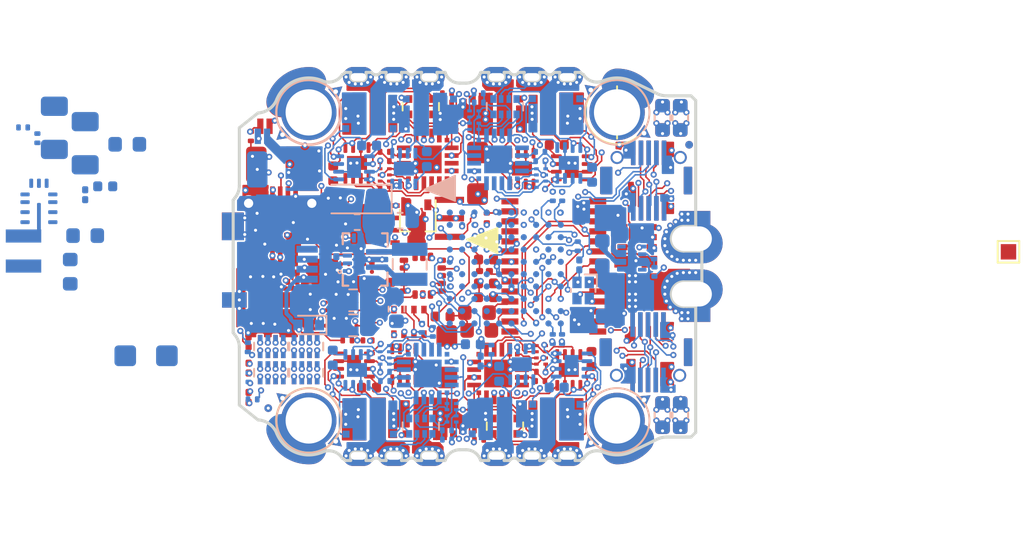
<source format=kicad_pcb>
(kicad_pcb (version 20171130) (host pcbnew 5.1.6-c6e7f7d~87~ubuntu18.04.1)
  (layers (0 F.Cu signal) (1 In1.Cu signal) (2 In2.Cu signal) (3 In3.Cu signal) (4 In4.Cu signal) (5 In5.Cu signal) (6 In6.Cu signal) (31 B.Cu signal) (34 B.Paste user) (35 F.Paste user) (36 B.SilkS user hide) (37 F.SilkS user hide) (38 B.Mask user) (39 F.Mask user) (44 Edge.Cuts user))
  (net 0 "")
  (net 1 GND)
  (net 2 +5V)
  (net 3 +3V3)
  (net 4 +BATT)
  (net 5 "Net-(C10-Pad1)")
  (net 6 vol_sig)
  (net 7 curr_sig)
  (net 8 "Net-(R49-Pad4)")
  (net 9 "Net-(R49-Pad3)")
  (net 10 "Net-(R49-Pad2)")
  (net 11 "Net-(R58-Pad2)")
  (net 12 "Net-(C6-Pad1)")
  (net 13 "Net-(C7-Pad1)")
  (net 14 "Net-(C11-Pad1)")
  (net 15 "Net-(C16-Pad1)")
  (net 16 "Net-(C29-Pad1)")
  (net 17 "Net-(L2-Pad1)")
  (net 18 "Net-(R21-Pad2)")
  (net 19 MB_ESC_1)
  (net 20 ESC_1_C2CK)
  (net 21 MC_ESC_1)
  (net 22 MA_ESC_1)
  (net 23 COM_ESC_1)
  (net 24 Ap_ESC_1)
  (net 25 Ac_ESC_1)
  (net 26 Bp_ESC_1)
  (net 27 Bc_ESC_1)
  (net 28 Cp_ESC_1)
  (net 29 Cc_ESC_1)
  (net 30 ESC_1_C2D)
  (net 31 "Net-(U10-Pad5)")
  (net 32 "Net-(U14-Pad4)")
  (net 33 "Net-(U14-Pad8)")
  (net 34 OUT_A1)
  (net 35 OUT_A2)
  (net 36 "Net-(C9-Pad1)")
  (net 37 OUT_B2)
  (net 38 OUT_B1)
  (net 39 "Net-(C17-Pad1)")
  (net 40 OUT_C2)
  (net 41 OUT_C1)
  (net 42 MA_ESC_2)
  (net 43 MB_ESC_2)
  (net 44 ESC_2_C2CK)
  (net 45 MC_ESC_2)
  (net 46 COM_ESC_2)
  (net 47 Ap_ESC_2)
  (net 48 Ac_ESC_2)
  (net 49 Bp_ESC_2)
  (net 50 Bc_ESC_2)
  (net 51 Cp_ESC_2)
  (net 52 Cc_ESC_2)
  (net 53 ESC_2_C2D)
  (net 54 "Net-(U2-Pad7)")
  (net 55 "Net-(U2-Pad15)")
  (net 56 "Net-(U2-Pad16)")
  (net 57 ESC2_RX)
  (net 58 ESC_2_TX)
  (net 59 "Net-(U3-Pad5)")
  (net 60 "Net-(U3-Pad8)")
  (net 61 "Net-(U7-Pad8)")
  (net 62 "Net-(U7-Pad5)")
  (net 63 "Net-(U11-Pad5)")
  (net 64 "Net-(U11-Pad1)")
  (net 65 OUT_B3)
  (net 66 "Net-(C18-Pad1)")
  (net 67 OUT_C3)
  (net 68 "Net-(C19-Pad1)")
  (net 69 OUT_A3)
  (net 70 "Net-(C30-Pad1)")
  (net 71 OUT_B4)
  (net 72 "Net-(C31-Pad1)")
  (net 73 "Net-(C32-Pad1)")
  (net 74 OUT_C4)
  (net 75 "Net-(C34-Pad1)")
  (net 76 OUT_A4)
  (net 77 MP_PIN4)
  (net 78 I2C_SCL)
  (net 79 I2C_SDA)
  (net 80 UART4_RX)
  (net 81 UART4_TX)
  (net 82 UART1_TX)
  (net 83 UART1_RX)
  (net 84 MP_PIN1)
  (net 85 MP_PIN2)
  (net 86 UART3_TX)
  (net 87 UART3_RX)
  (net 88 MP_PIN3)
  (net 89 MC_ESC_3)
  (net 90 MA_ESC_3)
  (net 91 MB_ESC_3)
  (net 92 ESC_3_C2CK)
  (net 93 COM_ESC_3)
  (net 94 Cp_ESC_3)
  (net 95 Cc_ESC_3)
  (net 96 Bp_ESC_3)
  (net 97 Ap_ESC_3)
  (net 98 Ac_ESC_3)
  (net 99 Bc_ESC_3)
  (net 100 MC_ESC_4)
  (net 101 MA_ESC_4)
  (net 102 MB_ESC_4)
  (net 103 ESC_4_C2CK)
  (net 104 COM_ESC_4)
  (net 105 Cp_ESC_4)
  (net 106 Cc_ESC_4)
  (net 107 Bc_ESC_4)
  (net 108 Bp_ESC_4)
  (net 109 Ac_ESC_4)
  (net 110 Ap_ESC_4)
  (net 111 ESC_1_TX)
  (net 112 ESC1_RX)
  (net 113 "Net-(U1-Pad16)")
  (net 114 "Net-(U1-Pad15)")
  (net 115 "Net-(U1-Pad7)")
  (net 116 ESC_3_C2D)
  (net 117 "Net-(U6-Pad7)")
  (net 118 "Net-(U6-Pad15)")
  (net 119 "Net-(U6-Pad16)")
  (net 120 ESC3_RX)
  (net 121 ESC_3_TX)
  (net 122 "Net-(U10-Pad8)")
  (net 123 "Net-(U12-Pad8)")
  (net 124 "Net-(U12-Pad5)")
  (net 125 "Net-(U16-Pad8)")
  (net 126 "Net-(U16-Pad5)")
  (net 127 "Net-(U17-Pad5)")
  (net 128 "Net-(U17-Pad8)")
  (net 129 "Net-(U18-Pad5)")
  (net 130 "Net-(U18-Pad8)")
  (net 131 "Net-(U19-Pad8)")
  (net 132 "Net-(U19-Pad5)")
  (net 133 ESC_4_C2D)
  (net 134 "Net-(U24-Pad7)")
  (net 135 "Net-(U24-Pad15)")
  (net 136 "Net-(U24-Pad16)")
  (net 137 ESC4_RX)
  (net 138 ESC_4_TX)
  (net 139 "Net-(U25-Pad8)")
  (net 140 "Net-(U25-Pad5)")
  (net 141 "Net-(U27-Pad5)")
  (net 142 "Net-(U27-Pad8)")
  (net 143 "Net-(U28-Pad5)")
  (net 144 "Net-(U28-Pad8)")
  (net 145 "Net-(C35-Pad1)")
  (net 146 "Net-(C37-Pad1)")
  (net 147 "Net-(C38-Pad1)")
  (net 148 "Net-(C38-Pad2)")
  (net 149 "Net-(C39-Pad1)")
  (net 150 "Net-(R1-Pad2)")
  (net 151 "Net-(U32-Pad8)")
  (net 152 UART5_RX)
  (net 153 UART5_TX)
  (net 154 UART6_RX)
  (net 155 UART6_TX)
  (net 156 "Net-(U33-PadA1)")
  (net 157 "Net-(U33-PadA2)")
  (net 158 "Net-(U33-PadA9)")
  (net 159 "Net-(U33-PadA10)")
  (net 160 "Net-(U33-PadB1)")
  (net 161 "Net-(U33-PadB3)")
  (net 162 "Net-(U33-PadC1)")
  (net 163 "Net-(U33-PadD1)")
  (net 164 "Net-(U33-PadD7)")
  (net 165 "Net-(U33-PadE8)")
  (net 166 "Net-(U33-PadF1)")
  (net 167 "Net-(U33-PadF3)")
  (net 168 "Net-(U33-PadG4)")
  (net 169 "Net-(U33-PadG5)")
  (net 170 "Net-(U33-PadG6)")
  (net 171 "Net-(U33-PadG9)")
  (net 172 "Net-(U33-PadH7)")
  (net 173 "Net-(U33-PadH9)")
  (net 174 "Net-(U33-PadJ4)")
  (net 175 "Net-(U33-PadJ6)")
  (net 176 "Net-(U33-PadK4)")
  (net 177 "Net-(U34-Pad2)")
  (net 178 "Net-(U34-Pad5)")
  (net 179 "Net-(U34-Pad6)")
  (net 180 "Net-(U34-Pad7)")
  (net 181 "Net-(U34-Pad14)")
  (net 182 "Net-(U35-PadP$C5)")
  (net 183 "Net-(U35-PadP$C6)")
  (net 184 "Net-(U35-PadP$D3)")
  (net 185 "Net-(U35-PadP$F3)")
  (net 186 "Net-(U35-PadP$G5)")
  (net 187 "Net-(U35-PadP$E3)")
  (net 188 "Net-(U35-PadP$G4)")
  (net 189 "Net-(U35-PadP$D4)")
  (net 190 "Net-(U35-PadP$J6)")
  (net 191 "Net-(U35-PadP$J7)")
  (net 192 "Net-(U35-PadP$J8)")
  (net 193 "Net-(U35-PadP$F6)")
  (net 194 "Net-(U35-PadP$B1)")
  (net 195 "Net-(U35-PadP$G9)")
  (net 196 "Net-(U35-PadP$F9)")
  (net 197 "Net-(U35-PadP$E9)")
  (net 198 "Net-(U35-PadP$A6)")
  (net 199 "Net-(U35-PadP$C1)")
  (net 200 "Net-(U35-PadP$D1)")
  (net 201 "Net-(U35-PadP$A2)")
  (net 202 "Net-(U35-PadP$2E1)")
  (net 203 "Net-(U35-PadP$F1)")
  (net 204 "Net-(U35-PadP$F4)")
  (net 205 "Net-(D1-Pad2)")
  (net 206 "Net-(U36-Pad7)")
  (net 207 "Net-(C47-Pad1)")
  (net 208 "Net-(C48-Pad1)")
  (net 209 "Net-(C49-Pad1)")
  (net 210 "Net-(J1-Pad2)")
  (net 211 "Net-(J1-Pad3)")
  (net 212 "Net-(J1-Pad4)")
  (net 213 "Net-(R4-Pad2)")
  (net 214 "Net-(U37-Pad7)")
  (net 215 OSD_VIDEO_IN)
  (net 216 "Net-(C48-Pad2)")
  (net 217 "Net-(R5-Pad1)")
  (net 218 OSD_VIDEO_OUT)
  (net 219 "Net-(R7-Pad2)")
  (net 220 SCLK_FLASH)
  (net 221 CS_GYRO)
  (net 222 /USART2_TX)
  (net 223 MISO_GYRO)
  (net 224 SCLK_GYRO)
  (net 225 CS_FLASH)
  (net 226 "Net-(U33-PadC6)")
  (net 227 "Net-(U33-PadC7)")
  (net 228 MOSI_GYRO)
  (net 229 MISO_FLASH)
  (net 230 /SD_det)
  (net 231 "Net-(U33-PadE2)")
  (net 232 MOSI_FLASH)
  (net 233 "Net-(U33-PadE9)")
  (net 234 "Net-(U33-PadF2)")
  (net 235 CS_BERGSTAK20)
  (net 236 MOSI_OSD)
  (net 237 UART7_RX)
  (net 238 MISO_OSD)
  (net 239 UART7_TX)
  (net 240 SCLK_OSD)
  (net 241 CS_OSD)
  (net 242 "Net-(U34-Pad1)")
  (net 243 "Net-(U34-Pad12)")
  (net 244 "Net-(U34-Pad13)")
  (net 245 "Net-(U34-Pad15)")
  (net 246 "Net-(U34-Pad16)")
  (net 247 "Net-(U34-Pad17)")
  (net 248 "Net-(U34-Pad18)")
  (net 249 "Net-(U34-Pad27)")
  (net 250 "Net-(U34-Pad28)")
  (net 251 INT_GYRO)
  (net 252 "Net-(U36-Pad8)")
  (net 253 "Net-(U37-Pad3)")
  (net 254 "Net-(C50-Pad1)")
  (net 255 "Net-(C51-Pad1)")
  (net 256 UART8_TX)
  (net 257 UART8_RX)
  (net 258 "Net-(C52-Pad1)")
  (net 259 "Net-(U33-PadA4)")
  (net 260 "Net-(U33-PadB4)")
  (net 261 "Net-(U33-PadC5)")
  (net 262 "Net-(U33-PadD9)")
  (net 263 "Net-(U33-PadH6)")
  (net 264 "Net-(U33-PadK5)")
  (net 265 MP_PIN6)
  (net 266 MP_PIN5)
  (net 267 "Net-(D3-Pad2)")
  (net 268 "Net-(D4-Pad2)")
  (net 269 UC_LED_1)
  (net 270 UC_LED_2)
  (net 271 "Net-(TP30-Pad1)")
  (net 272 "Net-(C54-Pad1)")
  (net 273 "Net-(L4-Pad2)")
  (net 274 /NO_ADC_PIN)
  (net 275 "Net-(R30-Pad1)")
  (net 276 USB_VBUS)
  (net 277 "Net-(J6-Pad10)")
  (net 278 "Net-(R31-Pad1)")
  (net 279 "Net-(R32-Pad1)")
  (net 280 "Net-(R33-Pad1)")
  (net 281 "Net-(R34-Pad1)")
  (net 282 "Net-(C1-Pad1)")
  (net 283 "Net-(C3-Pad1)")
  (net 284 "Net-(C4-Pad1)")
  (net 285 "Net-(L1-Pad2)")
  (net 286 "Net-(L1-Pad1)")
  (net 287 "Net-(U5-Pad2)")
  (module Capacitor_SMD:C_0805_2012Metric (layer B.Cu) (at 175.38 74.2 180)
    (fp_text reference C2 hide)
    (fp_text value 10µF hide)
    (pad 2 smd roundrect (at 0.9375 0 180) (size 0.975 1.4) (layers B.Cu B.Paste B.Mask) (net 1 GND))
    (pad 1 smd roundrect (at -0.9375 0 180) (size 0.975 1.4) (layers B.Cu B.Paste B.Mask) (net 282 "Net-(C1-Pad1)"))
  )
  (module Capacitor_SMD:C_0805_2012Metric (layer B.Cu) (at 175.38 75.82 180)
    (fp_text reference C1 hide)
    (fp_text value 10µF hide)
    (pad 2 smd roundrect (at 0.9375 0 180) (size 0.975 1.4) (layers B.Cu B.Paste B.Mask) (net 1 GND))
    (pad 1 smd roundrect (at -0.9375 0 180) (size 0.975 1.4) (layers B.Cu B.Paste B.Mask) (net 282 "Net-(C1-Pad1)"))
  )
  (module ultimateFC:TEXAS_15-VQFN-HR (layer B.Cu) (at 176.16 71.55 90)
    (fp_text reference U5 hide)
    (fp_text value TPS630701 hide)
    (pad 13 smd roundrect (at -1.4 0.475) (size 0.85 0.7) (layers B.Cu) (roundrect_rratio 0.07099999999999999) (net 282 "Net-(C1-Pad1)"))
    (pad 7 smd roundrect (at 1.4 0.525) (size 0.85 0.7) (layers B.Cu) (roundrect_rratio 0.07099999999999999) (net 284 "Net-(C4-Pad1)"))
    (pad 11 smd roundrect (at -0.5 0.775 90) (size 0.35 1.45) (layers B.Cu B.Mask) (roundrect_rratio 0.2) (net 286 "Net-(L1-Pad1)"))
    (pad 9 smd roundrect (at 0.5 0.775 90) (size 0.35 1.45) (layers B.Cu B.Mask) (roundrect_rratio 0.2) (net 285 "Net-(L1-Pad2)"))
    (pad 10 smd roundrect (at 0 0.6 90) (size 0.35 1.8) (layers B.Cu B.Mask) (roundrect_rratio 0.2) (net 1 GND))
    (pad 15 smd roundrect (at -1.4 -0.775 180) (size 0.25 0.6) (layers B.Cu B.Paste B.Mask) (roundrect_rratio 0.2) (net 1 GND))
    (pad 13 smd roundrect (at -1.4 0.225 180) (size 0.25 0.6) (layers B.Cu B.Paste B.Mask) (roundrect_rratio 0.2) (net 282 "Net-(C1-Pad1)"))
    (pad 14 smd roundrect (at -1.4 -0.275 180) (size 0.25 0.6) (layers B.Cu B.Paste B.Mask) (roundrect_rratio 0.2) (net 282 "Net-(C1-Pad1)"))
    (pad 13 smd roundrect (at -1.4 0.725 180) (size 0.25 0.6) (layers B.Cu B.Paste B.Mask) (roundrect_rratio 0.2) (net 282 "Net-(C1-Pad1)"))
    (pad 13 smd rect (at -1.225 0.5 90) (size 0.25 0.6) (layers B.Cu B.Paste B.Mask) (net 282 "Net-(C1-Pad1)"))
    (pad 7 smd rect (at 1.225 0.525 270) (size 0.25 0.6) (layers B.Cu B.Paste B.Mask) (net 284 "Net-(C4-Pad1)"))
    (pad 7 smd roundrect (at 1.4 0.775) (size 0.25 0.6) (layers B.Cu B.Paste B.Mask) (roundrect_rratio 0.2) (net 284 "Net-(C4-Pad1)"))
    (pad 7 smd roundrect (at 1.4 0.275) (size 0.25 0.6) (layers B.Cu B.Paste B.Mask) (roundrect_rratio 0.2) (net 284 "Net-(C4-Pad1)"))
    (pad 6 smd roundrect (at 1.4 -0.225) (size 0.25 0.6) (layers B.Cu B.Paste B.Mask) (roundrect_rratio 0.2) (net 1 GND))
    (pad 5 smd roundrect (at 1.4 -0.725) (size 0.25 0.6) (layers B.Cu B.Paste B.Mask) (roundrect_rratio 0.2) (net 284 "Net-(C4-Pad1)"))
    (pad 4 smd roundrect (at 0.75 -1.15 90) (size 0.25 0.6) (layers B.Cu B.Paste B.Mask) (roundrect_rratio 0.2) (net 1 GND))
    (pad 3 smd roundrect (at 0.25 -1.15 90) (size 0.25 0.6) (layers B.Cu B.Paste B.Mask) (roundrect_rratio 0.2) (net 283 "Net-(C3-Pad1)"))
    (pad 2 smd roundrect (at -0.25 -1.15 90) (size 0.25 0.6) (layers B.Cu B.Paste B.Mask) (roundrect_rratio 0.2) (net 287 "Net-(U5-Pad2)"))
    (pad 1 smd roundrect (at -0.75 -1.15 90) (size 0.25 0.6) (layers B.Cu B.Paste B.Mask) (roundrect_rratio 0.2) (net 282 "Net-(C1-Pad1)"))
  )
  (module TestPoint:TestPoint_Pad_1.0x1.0mm (layer F.Cu) (at 217.89 71.05)
    (fp_text reference TP30 hide)
    (fp_text value pad hide)
    (pad 1 smd rect (at 0 0) (size 1 1) (layers F.Cu F.Mask) (net 271 "Net-(TP30-Pad1)"))
  )
  (module Inductor_SMD:L_Wuerth_MAPI-2506 (layer B.Cu) (at 179.05 71.86 90)
    (fp_text reference L1 hide)
    (fp_text value 1µH hide)
    (pad 2 smd rect (at 0.975 0 90) (size 0.85 2.3) (layers B.Cu B.Paste B.Mask) (net 285 "Net-(L1-Pad2)"))
    (pad 1 smd rect (at -0.975 0 90) (size 0.85 2.3) (layers B.Cu B.Paste B.Mask) (net 286 "Net-(L1-Pad1)"))
  )
  (module Inductor_SMD:L_0603_1608Metric (layer B.Cu) (at 178.43 69.03 180)
    (fp_text reference FB2 hide)
    (fp_text value 120R@100Mhz hide)
    (pad 2 smd roundrect (at 0.7875 0 180) (size 0.875 0.95) (layers B.Cu B.Paste B.Mask) (net 284 "Net-(C4-Pad1)"))
    (pad 1 smd roundrect (at -0.7875 0 180) (size 0.875 0.95) (layers B.Cu B.Paste B.Mask) (net 2 +5V))
  )
  (module Inductor_SMD:L_0603_1608Metric (layer B.Cu) (at 178.19 74.77 270)
    (fp_text reference FB1 hide)
    (fp_text value 120R@100Mhz hide)
    (pad 2 smd roundrect (at 0.7875 0 270) (size 0.875 0.95) (layers B.Cu B.Paste B.Mask) (net 4 +BATT))
    (pad 1 smd roundrect (at -0.7875 0 270) (size 0.875 0.95) (layers B.Cu B.Paste B.Mask) (net 282 "Net-(C1-Pad1)"))
  )
  (module Capacitor_Tantalum_SMD:CP_EIA-3216-10_Kemet-I (layer B.Cu) (at 175.57 67.62 180)
    (fp_text reference C5 hide)
    (fp_text value 100µF hide)
    (pad 2 smd roundrect (at 1.35 0 180) (size 1.4 1.35) (layers B.Cu B.Paste B.Mask) (roundrect_rratio 0.185185) (net 1 GND))
    (pad 1 smd roundrect (at -1.35 0 180) (size 1.4 1.35) (layers B.Cu B.Paste B.Mask) (roundrect_rratio 0.185185) (net 284 "Net-(C4-Pad1)"))
  )
  (module Capacitor_SMD:C_0603_1608Metric (layer B.Cu) (at 175.64 69.12 180)
    (fp_text reference C4 hide)
    (fp_text value 10µF hide)
    (pad 2 smd roundrect (at 0.7875 0 180) (size 0.875 0.95) (layers B.Cu B.Paste B.Mask) (net 1 GND))
    (pad 1 smd roundrect (at -0.7875 0 180) (size 0.875 0.95) (layers B.Cu B.Paste B.Mask) (net 284 "Net-(C4-Pad1)"))
  )
  (module Capacitor_SMD:C_0201_0603Metric (layer B.Cu) (at 174.29 71.05 90)
    (fp_text reference C3 hide)
    (fp_text value 100nF hide)
    (pad 2 smd roundrect (at 0.32 0 90) (size 0.46 0.4) (layers B.Cu B.Mask) (net 1 GND))
    (pad 1 smd roundrect (at -0.32 0 90) (size 0.46 0.4) (layers B.Cu B.Mask) (net 283 "Net-(C3-Pad1)"))
  )
  (module ultimateFC:solderbridge_tiny (layer F.Cu) (at 169.66 62.9 180)
    (fp_text reference TP29 hide)
    (fp_text value bridge hide)
    (pad 2 smd rect (at 0.3 0 180) (size 0.4 1) (layers F.Cu F.Paste F.Mask) (net 275 "Net-(R30-Pad1)"))
    (pad 1 smd rect (at -0.3 0 180) (size 0.4 1) (layers F.Cu F.Paste F.Mask) (net 3 +3V3))
  )
  (module Fiducial:Fiducial_0.5mm_Dia_1mm_Outer (layer F.Cu) (at 197.1 64.1)
    (fp_text reference REF** hide)
    (fp_text value Fiducial_0.5mm_Dia_1mm_Outer hide)
    (pad ~ smd circle (at 0.075 0) (size 0.5 0.5) (layers F.Cu F.Mask) (clearance 0.35))
  )
  (module Fiducial:Fiducial_0.5mm_Dia_1mm_Outer (layer B.Cu) (at 197.1 64.1)
    (fp_text reference REF** hide)
    (fp_text value Fiducial_0.5mm_Dia_1mm_Outer hide)
    (pad ~ smd circle (at 0.075 0) (size 0.5 0.5) (layers B.Cu B.Mask) (clearance 0.35))
  )
  (module Fiducial:Fiducial_0.5mm_Dia_1mm_Outer (layer F.Cu) (at 169.8 81.2)
    (fp_text reference REF** hide)
    (fp_text value Fiducial_0.5mm_Dia_1mm_Outer hide)
    (pad ~ smd circle (at 0.075 0) (size 0.5 0.5) (layers F.Cu F.Mask) (net 271 "Net-(TP30-Pad1)") (clearance 0.35))
  )
  (module Fiducial:Fiducial_0.5mm_Dia_1mm_Outer (layer B.Cu) (at 169.8 81.2)
    (fp_text reference REF** hide)
    (fp_text value Fiducial_0.5mm_Dia_1mm_Outer hide)
    (pad ~ smd circle (at 0.075 0) (size 0.5 0.5) (layers B.Cu B.Mask) (net 271 "Net-(TP30-Pad1)") (clearance 0.35))
  )
  (module ultimateFC:C_AVX_Super_Low_ESL (layer F.Cu) (at 170.1 79 90)
    (fp_text reference C44 hide)
    (fp_text value 2.2µF hide)
    (pad 1 smd rect (at 0.6 0.75 90) (size 0.5 0.3) (layers F.Cu F.Paste F.Mask) (net 3 +3V3))
    (pad 2 smd rect (at 0.6 -0.75 90) (size 0.5 0.3) (layers F.Cu F.Paste F.Mask) (net 1 GND))
    (pad 2 smd rect (at -0.4 -0.25 90) (size 0.5 0.3) (layers F.Cu F.Paste F.Mask) (net 1 GND))
    (pad 1 smd rect (at 0.6 -0.25 90) (size 0.5 0.3) (layers F.Cu F.Paste F.Mask) (net 3 +3V3))
    (pad 1 smd rect (at -0.4 0.25 90) (size 0.5 0.3) (layers F.Cu F.Paste F.Mask) (net 3 +3V3))
    (pad 2 smd rect (at -0.4 0.75 90) (size 0.5 0.3) (layers F.Cu F.Paste F.Mask) (net 1 GND))
    (pad 1 smd rect (at -0.4 -0.75 90) (size 0.5 0.3) (layers F.Cu F.Paste F.Mask) (net 3 +3V3))
    (pad 2 smd rect (at 0.6 0.25 90) (size 0.5 0.3) (layers F.Cu F.Paste F.Mask) (net 1 GND))
  )
  (module ultimateFC:C_AVX_Super_Low_ESL (layer F.Cu) (at 172.3 77.3 90)
    (fp_text reference C43 hide)
    (fp_text value 1µF hide)
    (pad 1 smd rect (at 0.6 0.75 90) (size 0.5 0.3) (layers F.Cu F.Paste F.Mask) (net 2 +5V))
    (pad 2 smd rect (at 0.6 -0.75 90) (size 0.5 0.3) (layers F.Cu F.Paste F.Mask) (net 1 GND))
    (pad 2 smd rect (at -0.4 -0.25 90) (size 0.5 0.3) (layers F.Cu F.Paste F.Mask) (net 1 GND))
    (pad 1 smd rect (at 0.6 -0.25 90) (size 0.5 0.3) (layers F.Cu F.Paste F.Mask) (net 2 +5V))
    (pad 1 smd rect (at -0.4 0.25 90) (size 0.5 0.3) (layers F.Cu F.Paste F.Mask) (net 2 +5V))
    (pad 2 smd rect (at -0.4 0.75 90) (size 0.5 0.3) (layers F.Cu F.Paste F.Mask) (net 1 GND))
    (pad 1 smd rect (at -0.4 -0.75 90) (size 0.5 0.3) (layers F.Cu F.Paste F.Mask) (net 2 +5V))
    (pad 2 smd rect (at 0.6 0.25 90) (size 0.5 0.3) (layers F.Cu F.Paste F.Mask) (net 1 GND))
  )
  (module ultimateFC:C_AVX_Super_Low_ESL (layer F.Cu) (at 170.1 77.3 90)
    (fp_text reference C42 hide)
    (fp_text value 2.2µF hide)
    (pad 1 smd rect (at 0.6 0.75 90) (size 0.5 0.3) (layers F.Cu F.Paste F.Mask) (net 1 GND))
    (pad 2 smd rect (at 0.6 -0.75 90) (size 0.5 0.3) (layers F.Cu F.Paste F.Mask) (net 3 +3V3))
    (pad 2 smd rect (at -0.4 -0.25 90) (size 0.5 0.3) (layers F.Cu F.Paste F.Mask) (net 3 +3V3))
    (pad 1 smd rect (at 0.6 -0.25 90) (size 0.5 0.3) (layers F.Cu F.Paste F.Mask) (net 1 GND))
    (pad 1 smd rect (at -0.4 0.25 90) (size 0.5 0.3) (layers F.Cu F.Paste F.Mask) (net 1 GND))
    (pad 2 smd rect (at -0.4 0.75 90) (size 0.5 0.3) (layers F.Cu F.Paste F.Mask) (net 3 +3V3))
    (pad 1 smd rect (at -0.4 -0.75 90) (size 0.5 0.3) (layers F.Cu F.Paste F.Mask) (net 1 GND))
    (pad 2 smd rect (at 0.6 0.25 90) (size 0.5 0.3) (layers F.Cu F.Paste F.Mask) (net 3 +3V3))
  )
  (module ultimateFC:C_AVX_Super_Low_ESL (layer B.Cu) (at 172.3 77.1 270)
    (fp_text reference C41 hide)
    (fp_text value 1µF hide)
    (pad 1 smd rect (at 0.6 -0.75 270) (size 0.5 0.3) (layers B.Cu B.Paste B.Mask) (net 1 GND))
    (pad 2 smd rect (at 0.6 0.75 270) (size 0.5 0.3) (layers B.Cu B.Paste B.Mask) (net 2 +5V))
    (pad 2 smd rect (at -0.4 0.25 270) (size 0.5 0.3) (layers B.Cu B.Paste B.Mask) (net 2 +5V))
    (pad 1 smd rect (at 0.6 0.25 270) (size 0.5 0.3) (layers B.Cu B.Paste B.Mask) (net 1 GND))
    (pad 1 smd rect (at -0.4 -0.25 270) (size 0.5 0.3) (layers B.Cu B.Paste B.Mask) (net 1 GND))
    (pad 2 smd rect (at -0.4 -0.75 270) (size 0.5 0.3) (layers B.Cu B.Paste B.Mask) (net 2 +5V))
    (pad 1 smd rect (at -0.4 0.75 270) (size 0.5 0.3) (layers B.Cu B.Paste B.Mask) (net 1 GND))
    (pad 2 smd rect (at 0.6 -0.25 270) (size 0.5 0.3) (layers B.Cu B.Paste B.Mask) (net 2 +5V))
  )
  (module ultimateFC:C_AVX_Super_Low_ESL (layer B.Cu) (at 170.1 77.3 90)
    (fp_text reference C21 hide)
    (fp_text value 2.2µF hide)
    (pad 1 smd rect (at 0.6 -0.75 90) (size 0.5 0.3) (layers B.Cu B.Paste B.Mask) (net 3 +3V3))
    (pad 2 smd rect (at 0.6 0.75 90) (size 0.5 0.3) (layers B.Cu B.Paste B.Mask) (net 1 GND))
    (pad 2 smd rect (at -0.4 0.25 90) (size 0.5 0.3) (layers B.Cu B.Paste B.Mask) (net 1 GND))
    (pad 1 smd rect (at 0.6 0.25 90) (size 0.5 0.3) (layers B.Cu B.Paste B.Mask) (net 3 +3V3))
    (pad 1 smd rect (at -0.4 -0.25 90) (size 0.5 0.3) (layers B.Cu B.Paste B.Mask) (net 3 +3V3))
    (pad 2 smd rect (at -0.4 -0.75 90) (size 0.5 0.3) (layers B.Cu B.Paste B.Mask) (net 1 GND))
    (pad 1 smd rect (at -0.4 0.75 90) (size 0.5 0.3) (layers B.Cu B.Paste B.Mask) (net 3 +3V3))
    (pad 2 smd rect (at 0.6 -0.25 90) (size 0.5 0.3) (layers B.Cu B.Paste B.Mask) (net 1 GND))
  )
  (module ultimateFC:C_AVX_Super_Low_ESL (layer F.Cu) (at 172.3 79 90)
    (fp_text reference C20 hide)
    (fp_text value 1µF hide)
    (pad 1 smd rect (at 0.6 0.75 90) (size 0.5 0.3) (layers F.Cu F.Paste F.Mask) (net 2 +5V))
    (pad 2 smd rect (at 0.6 -0.75 90) (size 0.5 0.3) (layers F.Cu F.Paste F.Mask) (net 1 GND))
    (pad 2 smd rect (at -0.4 -0.25 90) (size 0.5 0.3) (layers F.Cu F.Paste F.Mask) (net 1 GND))
    (pad 1 smd rect (at 0.6 -0.25 90) (size 0.5 0.3) (layers F.Cu F.Paste F.Mask) (net 2 +5V))
    (pad 1 smd rect (at -0.4 0.25 90) (size 0.5 0.3) (layers F.Cu F.Paste F.Mask) (net 2 +5V))
    (pad 2 smd rect (at -0.4 0.75 90) (size 0.5 0.3) (layers F.Cu F.Paste F.Mask) (net 1 GND))
    (pad 1 smd rect (at -0.4 -0.75 90) (size 0.5 0.3) (layers F.Cu F.Paste F.Mask) (net 2 +5V))
    (pad 2 smd rect (at 0.6 0.25 90) (size 0.5 0.3) (layers F.Cu F.Paste F.Mask) (net 1 GND))
  )
  (module ultimateFC:C_AVX_Super_Low_ESL (layer B.Cu) (at 170.1 79 90)
    (fp_text reference C15 hide)
    (fp_text value 2.2µF hide)
    (pad 1 smd rect (at 0.6 -0.75 90) (size 0.5 0.3) (layers B.Cu B.Paste B.Mask) (net 1 GND))
    (pad 2 smd rect (at 0.6 0.75 90) (size 0.5 0.3) (layers B.Cu B.Paste B.Mask) (net 3 +3V3))
    (pad 2 smd rect (at -0.4 0.25 90) (size 0.5 0.3) (layers B.Cu B.Paste B.Mask) (net 3 +3V3))
    (pad 1 smd rect (at 0.6 0.25 90) (size 0.5 0.3) (layers B.Cu B.Paste B.Mask) (net 1 GND))
    (pad 1 smd rect (at -0.4 -0.25 90) (size 0.5 0.3) (layers B.Cu B.Paste B.Mask) (net 1 GND))
    (pad 2 smd rect (at -0.4 -0.75 90) (size 0.5 0.3) (layers B.Cu B.Paste B.Mask) (net 3 +3V3))
    (pad 1 smd rect (at -0.4 0.75 90) (size 0.5 0.3) (layers B.Cu B.Paste B.Mask) (net 1 GND))
    (pad 2 smd rect (at 0.6 -0.25 90) (size 0.5 0.3) (layers B.Cu B.Paste B.Mask) (net 3 +3V3))
  )
  (module ultimateFC:C_AVX_Super_Low_ESL (layer B.Cu) (at 172.3 78.8 270)
    (fp_text reference C14 hide)
    (fp_text value 1µF hide)
    (pad 1 smd rect (at 0.6 -0.75 270) (size 0.5 0.3) (layers B.Cu B.Paste B.Mask) (net 1 GND))
    (pad 2 smd rect (at 0.6 0.75 270) (size 0.5 0.3) (layers B.Cu B.Paste B.Mask) (net 2 +5V))
    (pad 2 smd rect (at -0.4 0.25 270) (size 0.5 0.3) (layers B.Cu B.Paste B.Mask) (net 2 +5V))
    (pad 1 smd rect (at 0.6 0.25 270) (size 0.5 0.3) (layers B.Cu B.Paste B.Mask) (net 1 GND))
    (pad 1 smd rect (at -0.4 -0.25 270) (size 0.5 0.3) (layers B.Cu B.Paste B.Mask) (net 1 GND))
    (pad 2 smd rect (at -0.4 -0.75 270) (size 0.5 0.3) (layers B.Cu B.Paste B.Mask) (net 2 +5V))
    (pad 1 smd rect (at -0.4 0.75 270) (size 0.5 0.3) (layers B.Cu B.Paste B.Mask) (net 1 GND))
    (pad 2 smd rect (at 0.6 -0.25 270) (size 0.5 0.3) (layers B.Cu B.Paste B.Mask) (net 2 +5V))
  )
  (module ultimateFC:10132797-011100LF (layer F.Cu) (at 194.55 66.425)
    (fp_text reference J3 hide)
    (fp_text value 10132797-011100LF hide)
    (pad "" smd roundrect (at -2.75 0 180) (size 0.8 1.8) (layers F.Cu F.Paste F.Mask) (roundrect_rratio 0.1))
    (pad "" smd roundrect (at 2.55 0) (size 0.55 1.8) (layers F.Cu F.Paste F.Mask) (roundrect_rratio 0.1))
    (pad 10 smd roundrect (at 1 1.8) (size 0.3 1.6) (layers F.Cu F.Paste F.Mask) (roundrect_rratio 0.1) (net 2 +5V))
    (pad 9 smd roundrect (at 0.5 1.8) (size 0.3 1.6) (layers F.Cu F.Paste F.Mask) (roundrect_rratio 0.1) (net 239 UART7_TX))
    (pad 8 smd roundrect (at 0 1.8) (size 0.3 1.6) (layers F.Cu F.Paste F.Mask) (roundrect_rratio 0.1) (net 237 UART7_RX))
    (pad 7 smd roundrect (at -0.5 1.8) (size 0.3 1.6) (layers F.Cu F.Paste F.Mask) (roundrect_rratio 0.1) (net 3 +3V3))
    (pad 6 smd roundrect (at -1 1.8) (size 0.3 1.6) (layers F.Cu F.Paste F.Mask) (roundrect_rratio 0.1) (net 1 GND))
    (pad 5 smd roundrect (at -1 -1.8 180) (size 0.3 1.6) (layers F.Cu F.Paste F.Mask) (roundrect_rratio 0.1) (net 2 +5V))
    (pad 4 smd roundrect (at -0.5 -1.8 180) (size 0.3 1.6) (layers F.Cu F.Paste F.Mask) (roundrect_rratio 0.1) (net 79 I2C_SDA))
    (pad 3 smd roundrect (at 0 -1.8 180) (size 0.3 1.6) (layers F.Cu F.Paste F.Mask) (roundrect_rratio 0.1) (net 78 I2C_SCL))
    (pad 2 smd roundrect (at 0.5 -1.8 180) (size 0.3 1.6) (layers F.Cu F.Paste F.Mask) (roundrect_rratio 0.1) (net 84 MP_PIN1))
    (pad 1 smd roundrect (at 1 -1.8 180) (size 0.3 1.6) (layers F.Cu F.Paste F.Mask) (roundrect_rratio 0.1) (net 1 GND))
  )
  (module ultimateFC:10132797-011100LF (layer B.Cu) (at 194.55 66.425 180)
    (fp_text reference J5 hide)
    (fp_text value 10132797-011100LF hide)
    (pad 1 smd roundrect (at 1 1.8) (size 0.3 1.6) (layers B.Cu B.Paste B.Mask) (roundrect_rratio 0.1) (net 1 GND))
    (pad 2 smd roundrect (at 0.5 1.8) (size 0.3 1.6) (layers B.Cu B.Paste B.Mask) (roundrect_rratio 0.1) (net 3 +3V3))
    (pad 3 smd roundrect (at 0 1.8) (size 0.3 1.6) (layers B.Cu B.Paste B.Mask) (roundrect_rratio 0.1) (net 80 UART4_RX))
    (pad 4 smd roundrect (at -0.5 1.8) (size 0.3 1.6) (layers B.Cu B.Paste B.Mask) (roundrect_rratio 0.1) (net 81 UART4_TX))
    (pad 5 smd roundrect (at -1 1.8) (size 0.3 1.6) (layers B.Cu B.Paste B.Mask) (roundrect_rratio 0.1) (net 2 +5V))
    (pad 6 smd roundrect (at -1 -1.8 180) (size 0.3 1.6) (layers B.Cu B.Paste B.Mask) (roundrect_rratio 0.1) (net 1 GND))
    (pad 7 smd roundrect (at -0.5 -1.8 180) (size 0.3 1.6) (layers B.Cu B.Paste B.Mask) (roundrect_rratio 0.1) (net 88 MP_PIN3))
    (pad 8 smd roundrect (at 0 -1.8 180) (size 0.3 1.6) (layers B.Cu B.Paste B.Mask) (roundrect_rratio 0.1) (net 78 I2C_SCL))
    (pad 9 smd roundrect (at 0.5 -1.8 180) (size 0.3 1.6) (layers B.Cu B.Paste B.Mask) (roundrect_rratio 0.1) (net 79 I2C_SDA))
    (pad 10 smd roundrect (at 1 -1.8 180) (size 0.3 1.6) (layers B.Cu B.Paste B.Mask) (roundrect_rratio 0.1) (net 2 +5V))
    (pad "" smd roundrect (at 2.75 0 180) (size 0.8 1.8) (layers B.Cu B.Paste B.Mask) (roundrect_rratio 0.1))
    (pad "" smd roundrect (at -2.55 0) (size 0.55 1.8) (layers B.Cu B.Paste B.Mask) (roundrect_rratio 0.1))
    (pad 1 thru_hole circle (at 2.05 1.5 180) (size 0.85 0.85) (drill 0.6) (layers *.Cu *.Mask) (net 1 GND))
    (pad 1 thru_hole circle (at -2.05 1.5 180) (size 0.85 0.85) (drill 0.6) (layers *.Cu *.Mask) (net 1 GND))
  )
  (module ultimateFC:10132797-011100LF (layer B.Cu) (at 194.51 77.57)
    (fp_text reference J4 hide)
    (fp_text value 10132797-011100LF hide)
    (pad 1 thru_hole circle (at -2.05 1.5) (size 0.85 0.85) (drill 0.6) (layers *.Cu *.Mask) (net 1 GND))
    (pad 1 thru_hole circle (at 2.05 1.5) (size 0.85 0.85) (drill 0.6) (layers *.Cu *.Mask) (net 1 GND))
    (pad "" smd roundrect (at -2.75 0 180) (size 0.8 1.8) (layers B.Cu B.Paste B.Mask) (roundrect_rratio 0.1))
    (pad "" smd roundrect (at 2.6 0) (size 0.55 1.8) (layers B.Cu B.Paste B.Mask) (roundrect_rratio 0.1))
    (pad 10 smd roundrect (at 1 -1.8) (size 0.3 1.6) (layers B.Cu B.Paste B.Mask) (roundrect_rratio 0.1) (net 2 +5V))
    (pad 9 smd roundrect (at 0.5 -1.8) (size 0.3 1.6) (layers B.Cu B.Paste B.Mask) (roundrect_rratio 0.1) (net 155 UART6_TX))
    (pad 8 smd roundrect (at 0 -1.8) (size 0.3 1.6) (layers B.Cu B.Paste B.Mask) (roundrect_rratio 0.1) (net 154 UART6_RX))
    (pad 7 smd roundrect (at -0.5 -1.8) (size 0.3 1.6) (layers B.Cu B.Paste B.Mask) (roundrect_rratio 0.1) (net 3 +3V3))
    (pad 6 smd roundrect (at -1 -1.8) (size 0.3 1.6) (layers B.Cu B.Paste B.Mask) (roundrect_rratio 0.1) (net 1 GND))
    (pad 5 smd roundrect (at -1 1.8 180) (size 0.3 1.6) (layers B.Cu B.Paste B.Mask) (roundrect_rratio 0.1) (net 2 +5V))
    (pad 4 smd roundrect (at -0.5 1.8 180) (size 0.3 1.6) (layers B.Cu B.Paste B.Mask) (roundrect_rratio 0.1) (net 79 I2C_SDA))
    (pad 3 smd roundrect (at 0 1.8 180) (size 0.3 1.6) (layers B.Cu B.Paste B.Mask) (roundrect_rratio 0.1) (net 78 I2C_SCL))
    (pad 2 smd roundrect (at 0.5 1.8 180) (size 0.3 1.6) (layers B.Cu B.Paste B.Mask) (roundrect_rratio 0.1) (net 85 MP_PIN2))
    (pad 1 smd roundrect (at 1 1.8 180) (size 0.3 1.6) (layers B.Cu B.Paste B.Mask) (roundrect_rratio 0.1) (net 1 GND))
  )
  (module ultimateFC:10132797-011100LF (layer F.Cu) (at 194.51 77.57 180)
    (fp_text reference J2 hide)
    (fp_text value 10132797-011100LF hide)
    (pad 1 smd roundrect (at 1 -1.8) (size 0.3 1.6) (layers F.Cu F.Paste F.Mask) (roundrect_rratio 0.1) (net 1 GND))
    (pad 2 smd roundrect (at 0.5 -1.8) (size 0.3 1.6) (layers F.Cu F.Paste F.Mask) (roundrect_rratio 0.1) (net 3 +3V3))
    (pad 3 smd roundrect (at 0 -1.8) (size 0.3 1.6) (layers F.Cu F.Paste F.Mask) (roundrect_rratio 0.1) (net 87 UART3_RX))
    (pad 4 smd roundrect (at -0.5 -1.8) (size 0.3 1.6) (layers F.Cu F.Paste F.Mask) (roundrect_rratio 0.1) (net 86 UART3_TX))
    (pad 5 smd roundrect (at -1 -1.8) (size 0.3 1.6) (layers F.Cu F.Paste F.Mask) (roundrect_rratio 0.1) (net 2 +5V))
    (pad 6 smd roundrect (at -1 1.8 180) (size 0.3 1.6) (layers F.Cu F.Paste F.Mask) (roundrect_rratio 0.1) (net 1 GND))
    (pad 7 smd roundrect (at -0.5 1.8 180) (size 0.3 1.6) (layers F.Cu F.Paste F.Mask) (roundrect_rratio 0.1) (net 77 MP_PIN4))
    (pad 8 smd roundrect (at 0 1.8 180) (size 0.3 1.6) (layers F.Cu F.Paste F.Mask) (roundrect_rratio 0.1) (net 78 I2C_SCL))
    (pad 9 smd roundrect (at 0.5 1.8 180) (size 0.3 1.6) (layers F.Cu F.Paste F.Mask) (roundrect_rratio 0.1) (net 79 I2C_SDA))
    (pad 10 smd roundrect (at 1 1.8 180) (size 0.3 1.6) (layers F.Cu F.Paste F.Mask) (roundrect_rratio 0.1) (net 2 +5V))
    (pad "" smd roundrect (at 2.75 0 180) (size 0.8 1.8) (layers F.Cu F.Paste F.Mask) (roundrect_rratio 0.1))
    (pad "" smd roundrect (at -2.6 0) (size 0.55 1.8) (layers F.Cu F.Paste F.Mask) (roundrect_rratio 0.1))
  )
  (module ultimateFC:batt_conn_oval (layer F.Cu) (at 197.35 73.8)
    (fp_text reference TP10 hide)
    (fp_text value BattPad- hide)
    (pad 1 thru_hole oval (at 0 0) (size 3 2) (drill oval 2.6 1.6) (layers *.Cu *.Mask) (net 8 "Net-(R49-Pad4)"))
    (pad 1 smd oval (at 0 -0.3) (size 4 2.6) (layers F.Cu F.Mask) (net 8 "Net-(R49-Pad4)"))
    (pad 1 smd oval (at 0 -0.3) (size 4 2.6) (layers B.Cu B.Mask) (net 8 "Net-(R49-Pad4)"))
    (pad 1 smd rect (at 0.2 0.8) (size 2 2) (layers B.Cu B.Mask) (net 8 "Net-(R49-Pad4)"))
    (pad 1 smd rect (at -0.8 0.9 45) (size 0.5 0.5) (layers B.Cu B.Mask) (net 8 "Net-(R49-Pad4)"))
    (pad 1 smd rect (at -0.8 0.9 45) (size 0.5 0.5) (layers F.Cu B.Mask) (net 8 "Net-(R49-Pad4)"))
    (pad 1 smd rect (at 0.2 0.8) (size 2 2) (layers F.Cu F.Mask) (net 8 "Net-(R49-Pad4)"))
  )
  (module ultimateFC:batt_conn_oval (layer B.Cu) (at 197.35 70.2)
    (fp_text reference TP9 hide)
    (fp_text value BattPad+ hide)
    (pad 1 thru_hole oval (at 0 0) (size 3 2) (drill oval 2.6 1.6) (layers *.Cu *.Mask) (net 4 +BATT))
    (pad 1 smd oval (at 0 0.3) (size 4 2.6) (layers B.Cu B.Mask) (net 4 +BATT))
    (pad 1 smd oval (at 0 0.3) (size 4 2.6) (layers F.Cu F.Mask) (net 4 +BATT))
    (pad 1 smd rect (at 0.2 -0.8) (size 2 2) (layers B.Cu B.Mask) (net 4 +BATT))
    (pad 1 smd rect (at 0.2 -0.8) (size 2 2) (layers F.Cu F.Mask) (net 4 +BATT))
    (pad 1 smd rect (at -0.8 -0.9 315) (size 0.5 0.5) (layers F.Cu F.Mask) (net 4 +BATT))
    (pad 1 smd rect (at -0.8 -0.9 315) (size 0.5 0.5) (layers B.Cu F.Mask) (net 4 +BATT))
  )
  (module Package_BGA:TFBGA-100_8x8mm_Layout10x10_P0.8mm (layer B.Cu) (at 185.25 72.1 270)
    (fp_text reference U33 hide)
    (fp_text value STM32F745VGHx hide)
    (pad A1 smd circle (at -3.6 3.6 270) (size 0.4 0.4) (layers B.Cu B.Paste B.Mask) (net 156 "Net-(U33-PadA1)"))
    (pad A2 smd circle (at -2.8 3.6 270) (size 0.4 0.4) (layers B.Cu B.Paste B.Mask) (net 157 "Net-(U33-PadA2)"))
    (pad A3 smd circle (at -2 3.6 270) (size 0.4 0.4) (layers B.Cu B.Paste B.Mask) (net 220 SCLK_FLASH))
    (pad A4 smd circle (at -1.2 3.6 270) (size 0.4 0.4) (layers B.Cu B.Paste B.Mask) (net 259 "Net-(U33-PadA4)"))
    (pad A5 smd circle (at -0.4 3.6 270) (size 0.4 0.4) (layers B.Cu B.Paste B.Mask) (net 83 UART1_RX))
    (pad A6 smd circle (at 0.4 3.6 270) (size 0.4 0.4) (layers B.Cu B.Paste B.Mask) (net 269 UC_LED_1))
    (pad A7 smd circle (at 1.2 3.6 270) (size 0.4 0.4) (layers B.Cu B.Paste B.Mask) (net 270 UC_LED_2))
    (pad A8 smd circle (at 2 3.6 270) (size 0.4 0.4) (layers B.Cu B.Paste B.Mask) (net 221 CS_GYRO))
    (pad A9 smd circle (at 2.8 3.6 270) (size 0.4 0.4) (layers B.Cu B.Paste B.Mask) (net 158 "Net-(U33-PadA9)"))
    (pad A10 smd circle (at 3.6 3.6 270) (size 0.4 0.4) (layers B.Cu B.Paste B.Mask) (net 159 "Net-(U33-PadA10)"))
    (pad B1 smd circle (at -3.6 2.8 270) (size 0.4 0.4) (layers B.Cu B.Paste B.Mask) (net 160 "Net-(U33-PadB1)"))
    (pad B2 smd circle (at -2.8 2.8 270) (size 0.4 0.4) (layers B.Cu B.Paste B.Mask) (net 3 +3V3))
    (pad B3 smd circle (at -2 2.8 270) (size 0.4 0.4) (layers B.Cu B.Paste B.Mask) (net 161 "Net-(U33-PadB3)"))
    (pad B4 smd circle (at -1.2 2.8 270) (size 0.4 0.4) (layers B.Cu B.Paste B.Mask) (net 260 "Net-(U33-PadB4)"))
    (pad B5 smd circle (at -0.4 2.8 270) (size 0.4 0.4) (layers B.Cu B.Paste B.Mask) (net 82 UART1_TX))
    (pad B6 smd circle (at 0.4 2.8 270) (size 0.4 0.4) (layers B.Cu B.Paste B.Mask) (net 222 /USART2_TX))
    (pad B7 smd circle (at 1.2 2.8 270) (size 0.4 0.4) (layers B.Cu B.Paste B.Mask) (net 152 UART5_RX))
    (pad B8 smd circle (at 2 2.8 270) (size 0.4 0.4) (layers B.Cu B.Paste B.Mask) (net 223 MISO_GYRO))
    (pad B9 smd circle (at 2.8 2.8 270) (size 0.4 0.4) (layers B.Cu B.Paste B.Mask) (net 224 SCLK_GYRO))
    (pad B10 smd circle (at 3.6 2.8 270) (size 0.4 0.4) (layers B.Cu B.Paste B.Mask) (net 211 "Net-(J1-Pad3)"))
    (pad C1 smd circle (at -3.6 2 270) (size 0.4 0.4) (layers B.Cu B.Paste B.Mask) (net 162 "Net-(U33-PadC1)"))
    (pad C2 smd circle (at -2.8 2 270) (size 0.4 0.4) (layers B.Cu B.Paste B.Mask) (net 1 GND))
    (pad C3 smd circle (at -2 2 270) (size 0.4 0.4) (layers B.Cu B.Paste B.Mask) (net 225 CS_FLASH))
    (pad C4 smd circle (at -1.2 2 270) (size 0.4 0.4) (layers B.Cu B.Paste B.Mask) (net 256 UART8_TX))
    (pad C5 smd circle (at -0.4 2 270) (size 0.4 0.4) (layers B.Cu B.Paste B.Mask) (net 261 "Net-(U33-PadC5)"))
    (pad C6 smd circle (at 0.4 2 270) (size 0.4 0.4) (layers B.Cu B.Paste B.Mask) (net 226 "Net-(U33-PadC6)"))
    (pad C7 smd circle (at 1.2 2 270) (size 0.4 0.4) (layers B.Cu B.Paste B.Mask) (net 227 "Net-(U33-PadC7)"))
    (pad C8 smd circle (at 2 2 270) (size 0.4 0.4) (layers B.Cu B.Paste B.Mask) (net 228 MOSI_GYRO))
    (pad C9 smd circle (at 2.8 2 270) (size 0.4 0.4) (layers B.Cu B.Paste B.Mask) (net 219 "Net-(R7-Pad2)"))
    (pad C10 smd circle (at 3.6 2 270) (size 0.4 0.4) (layers B.Cu B.Paste B.Mask) (net 210 "Net-(J1-Pad2)"))
    (pad D1 smd circle (at -3.6 1.2 270) (size 0.4 0.4) (layers B.Cu B.Paste B.Mask) (net 163 "Net-(U33-PadD1)"))
    (pad D2 smd circle (at -2.8 1.2 270) (size 0.4 0.4) (layers B.Cu B.Paste B.Mask) (net 3 +3V3))
    (pad D3 smd circle (at -2 1.2 270) (size 0.4 0.4) (layers B.Cu B.Paste B.Mask) (net 229 MISO_FLASH))
    (pad D4 smd circle (at -1.2 1.2 270) (size 0.4 0.4) (layers B.Cu B.Paste B.Mask) (net 257 UART8_RX))
    (pad D5 smd circle (at -0.4 1.2 270) (size 0.4 0.4) (layers B.Cu B.Paste B.Mask) (net 275 "Net-(R30-Pad1)"))
    (pad D6 smd circle (at 0.4 1.2 270) (size 0.4 0.4) (layers B.Cu B.Paste B.Mask) (net 230 /SD_det))
    (pad D7 smd circle (at 1.2 1.2 270) (size 0.4 0.4) (layers B.Cu B.Paste B.Mask) (net 164 "Net-(U33-PadD7)"))
    (pad D8 smd circle (at 2 1.2 270) (size 0.4 0.4) (layers B.Cu B.Paste B.Mask) (net 251 INT_GYRO))
    (pad D9 smd circle (at 2.8 1.2 270) (size 0.4 0.4) (layers B.Cu B.Paste B.Mask) (net 262 "Net-(U33-PadD9)"))
    (pad D10 smd circle (at 3.6 1.2 270) (size 0.4 0.4) (layers B.Cu B.Paste B.Mask) (net 274 /NO_ADC_PIN))
    (pad E1 smd circle (at -3.6 0.4 270) (size 0.4 0.4) (layers B.Cu B.Paste B.Mask) (net 213 "Net-(R4-Pad2)"))
    (pad E2 smd circle (at -2.8 0.4 270) (size 0.4 0.4) (layers B.Cu B.Paste B.Mask) (net 231 "Net-(U33-PadE2)"))
    (pad E3 smd circle (at -2 0.4 270) (size 0.4 0.4) (layers B.Cu B.Paste B.Mask) (net 232 MOSI_FLASH))
    (pad E4 smd circle (at -1.2 0.4 270) (size 0.4 0.4) (layers B.Cu B.Paste B.Mask) (net 1 GND))
    (pad E5 smd circle (at -0.4 0.4 270) (size 0.4 0.4) (layers B.Cu B.Paste B.Mask) (net 1 GND))
    (pad E6 smd circle (at 0.4 0.4 270) (size 0.4 0.4) (layers B.Cu B.Paste B.Mask) (net 1 GND))
    (pad E7 smd circle (at 1.2 0.4 270) (size 0.4 0.4) (layers B.Cu B.Paste B.Mask) (net 255 "Net-(C51-Pad1)"))
    (pad E8 smd circle (at 2 0.4 270) (size 0.4 0.4) (layers B.Cu B.Paste B.Mask) (net 165 "Net-(U33-PadE8)"))
    (pad E9 smd circle (at 2.8 0.4 270) (size 0.4 0.4) (layers B.Cu B.Paste B.Mask) (net 233 "Net-(U33-PadE9)"))
    (pad E10 smd circle (at 3.6 0.4 270) (size 0.4 0.4) (layers B.Cu B.Paste B.Mask) (net 154 UART6_RX))
    (pad F1 smd circle (at -3.6 -0.4 270) (size 0.4 0.4) (layers B.Cu B.Paste B.Mask) (net 166 "Net-(U33-PadF1)"))
    (pad F2 smd circle (at -2.8 -0.4 270) (size 0.4 0.4) (layers B.Cu B.Paste B.Mask) (net 234 "Net-(U33-PadF2)"))
    (pad F3 smd circle (at -2 -0.4 270) (size 0.4 0.4) (layers B.Cu B.Paste B.Mask) (net 167 "Net-(U33-PadF3)"))
    (pad F4 smd circle (at -1.2 -0.4 270) (size 0.4 0.4) (layers B.Cu B.Paste B.Mask) (net 3 +3V3))
    (pad F5 smd circle (at -0.4 -0.4 270) (size 0.4 0.4) (layers B.Cu B.Paste B.Mask) (net 3 +3V3))
    (pad F6 smd circle (at 0.4 -0.4 270) (size 0.4 0.4) (layers B.Cu B.Paste B.Mask) (net 3 +3V3))
    (pad F7 smd circle (at 1.2 -0.4 270) (size 0.4 0.4) (layers B.Cu B.Paste B.Mask) (net 3 +3V3))
    (pad F8 smd circle (at 2 -0.4 270) (size 0.4 0.4) (layers B.Cu B.Paste B.Mask) (net 254 "Net-(C50-Pad1)"))
    (pad F9 smd circle (at 2.8 -0.4 270) (size 0.4 0.4) (layers B.Cu B.Paste B.Mask) (net 153 UART5_TX))
    (pad F10 smd circle (at 3.6 -0.4 270) (size 0.4 0.4) (layers B.Cu B.Paste B.Mask) (net 155 UART6_TX))
    (pad G1 smd circle (at -3.6 -1.2 270) (size 0.4 0.4) (layers B.Cu B.Paste B.Mask) (net 1 GND))
    (pad G2 smd circle (at -2.8 -1.2 270) (size 0.4 0.4) (layers B.Cu B.Paste B.Mask) (net 81 UART4_TX))
    (pad G3 smd circle (at -2 -1.2 270) (size 0.4 0.4) (layers B.Cu B.Paste B.Mask) (net 235 CS_BERGSTAK20))
    (pad G4 smd circle (at -1.2 -1.2 270) (size 0.4 0.4) (layers B.Cu B.Paste B.Mask) (net 168 "Net-(U33-PadG4)"))
    (pad G5 smd circle (at -0.4 -1.2 270) (size 0.4 0.4) (layers B.Cu B.Paste B.Mask) (net 169 "Net-(U33-PadG5)"))
    (pad G6 smd circle (at 0.4 -1.2 270) (size 0.4 0.4) (layers B.Cu B.Paste B.Mask) (net 170 "Net-(U33-PadG6)"))
    (pad G7 smd circle (at 1.2 -1.2 270) (size 0.4 0.4) (layers B.Cu B.Paste B.Mask) (net 77 MP_PIN4))
    (pad G8 smd circle (at 2 -1.2 270) (size 0.4 0.4) (layers B.Cu B.Paste B.Mask) (net 265 MP_PIN6))
    (pad G9 smd circle (at 2.8 -1.2 270) (size 0.4 0.4) (layers B.Cu B.Paste B.Mask) (net 171 "Net-(U33-PadG9)"))
    (pad G10 smd circle (at 3.6 -1.2 270) (size 0.4 0.4) (layers B.Cu B.Paste B.Mask) (net 236 MOSI_OSD))
    (pad H1 smd circle (at -3.6 -2 270) (size 0.4 0.4) (layers B.Cu B.Paste B.Mask) (net 3 +3V3))
    (pad H2 smd circle (at -2.8 -2 270) (size 0.4 0.4) (layers B.Cu B.Paste B.Mask) (net 80 UART4_RX))
    (pad H3 smd circle (at -2 -2 270) (size 0.4 0.4) (layers B.Cu B.Paste B.Mask) (net 7 curr_sig))
    (pad H4 smd circle (at -1.2 -2 270) (size 0.4 0.4) (layers B.Cu B.Paste B.Mask) (net 6 vol_sig))
    (pad H5 smd circle (at -0.4 -2 270) (size 0.4 0.4) (layers B.Cu B.Paste B.Mask) (net 237 UART7_RX))
    (pad H6 smd circle (at 0.4 -2 270) (size 0.4 0.4) (layers B.Cu B.Paste B.Mask) (net 263 "Net-(U33-PadH6)"))
    (pad H7 smd circle (at 1.2 -2 270) (size 0.4 0.4) (layers B.Cu B.Paste B.Mask) (net 172 "Net-(U33-PadH7)"))
    (pad H8 smd circle (at 2 -2 270) (size 0.4 0.4) (layers B.Cu B.Paste B.Mask) (net 266 MP_PIN5))
    (pad H9 smd circle (at 2.8 -2 270) (size 0.4 0.4) (layers B.Cu B.Paste B.Mask) (net 173 "Net-(U33-PadH9)"))
    (pad H10 smd circle (at 3.6 -2 270) (size 0.4 0.4) (layers B.Cu B.Paste B.Mask) (net 238 MISO_OSD))
    (pad J1 smd circle (at -3.6 -2.8 270) (size 0.4 0.4) (layers B.Cu B.Paste B.Mask) (net 1 GND))
    (pad J2 smd circle (at -2.8 -2.8 270) (size 0.4 0.4) (layers B.Cu B.Paste B.Mask) (net 57 ESC2_RX))
    (pad J3 smd circle (at -2 -2.8 270) (size 0.4 0.4) (layers B.Cu B.Paste B.Mask) (net 88 MP_PIN3))
    (pad J4 smd circle (at -1.2 -2.8 270) (size 0.4 0.4) (layers B.Cu B.Paste B.Mask) (net 174 "Net-(U33-PadJ4)"))
    (pad J5 smd circle (at -0.4 -2.8 270) (size 0.4 0.4) (layers B.Cu B.Paste B.Mask) (net 239 UART7_TX))
    (pad J6 smd circle (at 0.4 -2.8 270) (size 0.4 0.4) (layers B.Cu B.Paste B.Mask) (net 175 "Net-(U33-PadJ6)"))
    (pad J7 smd circle (at 1.2 -2.8 270) (size 0.4 0.4) (layers B.Cu B.Paste B.Mask) (net 78 I2C_SCL))
    (pad J8 smd circle (at 2 -2.8 270) (size 0.4 0.4) (layers B.Cu B.Paste B.Mask) (net 240 SCLK_OSD))
    (pad J9 smd circle (at 2.8 -2.8 270) (size 0.4 0.4) (layers B.Cu B.Paste B.Mask) (net 87 UART3_RX))
    (pad J10 smd circle (at 3.6 -2.8 270) (size 0.4 0.4) (layers B.Cu B.Paste B.Mask) (net 137 ESC4_RX))
    (pad K1 smd circle (at -3.6 -3.6 270) (size 0.4 0.4) (layers B.Cu B.Paste B.Mask) (net 3 +3V3))
    (pad K2 smd circle (at -2.8 -3.6 270) (size 0.4 0.4) (layers B.Cu B.Paste B.Mask) (net 112 ESC1_RX))
    (pad K3 smd circle (at -2 -3.6 270) (size 0.4 0.4) (layers B.Cu B.Paste B.Mask) (net 84 MP_PIN1))
    (pad K4 smd circle (at -1.2 -3.6 270) (size 0.4 0.4) (layers B.Cu B.Paste B.Mask) (net 176 "Net-(U33-PadK4)"))
    (pad K5 smd circle (at -0.4 -3.6 270) (size 0.4 0.4) (layers B.Cu B.Paste B.Mask) (net 264 "Net-(U33-PadK5)"))
    (pad K6 smd circle (at 0.4 -3.6 270) (size 0.4 0.4) (layers B.Cu B.Paste B.Mask) (net 85 MP_PIN2))
    (pad K7 smd circle (at 1.2 -3.6 270) (size 0.4 0.4) (layers B.Cu B.Paste B.Mask) (net 79 I2C_SDA))
    (pad K8 smd circle (at 2 -3.6 270) (size 0.4 0.4) (layers B.Cu B.Paste B.Mask) (net 241 CS_OSD))
    (pad K9 smd circle (at 2.8 -3.6 270) (size 0.4 0.4) (layers B.Cu B.Paste B.Mask) (net 86 UART3_TX))
    (pad K10 smd circle (at 3.6 -3.6 270) (size 0.4 0.4) (layers B.Cu B.Paste B.Mask) (net 120 ESC3_RX))
  )
  (module Capacitor_Tantalum_SMD:CP_EIA-3528-15_AVX-H (layer F.Cu) (at 170.6375 65.4 180)
    (fp_text reference C13 hide)
    (fp_text value 220µF hide)
    (pad 1 smd roundrect (at -1.5375 0 180) (size 1.325 2.35) (layers F.Cu F.Paste F.Mask) (roundrect_rratio 0.188679) (net 3 +3V3))
    (pad 2 smd roundrect (at 1.5375 0 180) (size 1.325 2.35) (layers F.Cu F.Paste F.Mask) (roundrect_rratio 0.188679) (net 1 GND))
  )
  (module Connector_USB:USB_Micro-B_Molex_47346-0001 (layer B.Cu) (at 170.935 71.5275 90)
    (fp_text reference J1 hide)
    (fp_text value USB_B_Micro hide)
    (pad 6 smd rect (at 1.55 -1.2 90) (size 1 1.9) (layers B.Cu B.Paste B.Mask) (net 1 GND))
    (pad 6 smd rect (at -1.15 -1.2 90) (size 1.8 1.9) (layers B.Cu B.Paste B.Mask) (net 1 GND))
    (pad 6 smd rect (at 3.375 -1.2 90) (size 1.65 1.3) (layers B.Cu B.Paste B.Mask) (net 1 GND))
    (pad 6 smd rect (at -3.375 -1.2 90) (size 1.65 1.3) (layers B.Cu B.Paste B.Mask) (net 1 GND))
    (pad 6 smd roundrect (at 2.4875 1.375 90) (size 1.425 1.55) (layers B.Cu B.Paste B.Mask) (roundrect_rratio 0.05) (net 1 GND))
    (pad 6 smd roundrect (at -2.4875 1.375 90) (size 1.425 1.55) (layers B.Cu B.Paste B.Mask) (roundrect_rratio 0.05) (net 1 GND))
    (pad 5 smd rect (at 1.3 1.46 90) (size 0.45 1.38) (layers B.Cu B.Paste B.Mask) (net 1 GND))
    (pad 4 smd rect (at 0.65 1.46 90) (size 0.45 1.38) (layers B.Cu B.Paste B.Mask) (net 212 "Net-(J1-Pad4)"))
    (pad 3 smd rect (at 0 1.46 90) (size 0.45 1.38) (layers B.Cu B.Paste B.Mask) (net 211 "Net-(J1-Pad3)"))
    (pad 2 smd rect (at -0.65 1.46 90) (size 0.45 1.38) (layers B.Cu B.Paste B.Mask) (net 210 "Net-(J1-Pad2)"))
    (pad 1 smd rect (at -1.3 1.46 90) (size 0.45 1.38) (layers B.Cu B.Paste B.Mask) (net 276 USB_VBUS))
  )
  (module LED_SMD:LED_0201_0603Metric (layer F.Cu) (at 168.6 76.9 270)
    (fp_text reference D1 hide)
    (fp_text value "True Green" hide)
    (pad 2 smd roundrect (at 0.32 0 270) (size 0.46 0.4) (layers F.Cu F.Mask) (net 205 "Net-(D1-Pad2)"))
    (pad 1 smd roundrect (at -0.32 0 270) (size 0.46 0.4) (layers F.Cu F.Mask) (net 1 GND))
  )
  (module ultimateFC:ZOE-M8 (layer F.Cu) (at 174.6 73.85 90)
    (fp_text reference U35 hide)
    (fp_text value ZOE-M8Q_ZOE-M8Q hide)
    (pad P$F4 smd circle (at -0.5 0.5 270) (size 0.27 0.27) (layers F.Cu F.Paste F.Mask) (net 204 "Net-(U35-PadP$F4)"))
    (pad P$G3 smd circle (at -1 1 270) (size 0.27 0.27) (layers F.Cu F.Paste F.Mask) (net 1 GND))
    (pad P$G1 smd circle (at -2 1 270) (size 0.27 0.27) (layers F.Cu F.Paste F.Mask) (net 3 +3V3))
    (pad P$F1 smd circle (at -2 0.5 270) (size 0.27 0.27) (layers F.Cu F.Paste F.Mask) (net 203 "Net-(U35-PadP$F1)"))
    (pad P$2E1 smd circle (at -2 0 270) (size 0.27 0.27) (layers F.Cu F.Paste F.Mask) (net 202 "Net-(U35-PadP$2E1)"))
    (pad P$C3 smd circle (at -1 -1 270) (size 0.27 0.27) (layers F.Cu F.Paste F.Mask) (net 217 "Net-(R5-Pad1)"))
    (pad P$A2 smd circle (at -1.5 -2 270) (size 0.27 0.27) (layers F.Cu F.Paste F.Mask) (net 201 "Net-(U35-PadP$A2)"))
    (pad P$A3 smd circle (at -1 -2 270) (size 0.27 0.27) (layers F.Cu F.Paste F.Mask) (net 1 GND))
    (pad P$C4 smd circle (at -0.5 -1 270) (size 0.27 0.27) (layers F.Cu F.Paste F.Mask) (net 271 "Net-(TP30-Pad1)"))
    (pad P$G6 smd circle (at 0.5 1 270) (size 0.27 0.27) (layers F.Cu F.Paste F.Mask) (net 1 GND))
    (pad P$D1 smd circle (at -2 -0.5 270) (size 0.27 0.27) (layers F.Cu F.Paste F.Mask) (net 200 "Net-(U35-PadP$D1)"))
    (pad P$C1 smd circle (at -2 -1 270) (size 0.27 0.27) (layers F.Cu F.Paste F.Mask) (net 199 "Net-(U35-PadP$C1)"))
    (pad P$C7 smd circle (at 1 -1 270) (size 0.27 0.27) (layers F.Cu F.Paste F.Mask) (net 1 GND))
    (pad P$A5 smd circle (at 0 -2 90) (size 0.27 0.27) (layers F.Cu F.Paste F.Mask) (net 1 GND))
    (pad P$A6 smd circle (at 0.5 -2 180) (size 0.27 0.27) (layers F.Cu F.Paste F.Mask) (net 198 "Net-(U35-PadP$A6)"))
    (pad P$A7 smd circle (at 1 -2 180) (size 0.27 0.27) (layers F.Cu F.Paste F.Mask) (net 1 GND))
    (pad P$A8 smd circle (at 1.5 -2 270) (size 0.27 0.27) (layers F.Cu F.Paste F.Mask) (net 1 GND))
    (pad P$A9 smd circle (at 2 -2 270) (size 0.27 0.27) (layers F.Cu F.Paste F.Mask) (net 1 GND))
    (pad P$B9 smd circle (at 2 -1.5 270) (size 0.27 0.27) (layers F.Cu F.Paste F.Mask) (net 1 GND))
    (pad P$C9 smd circle (at 2 -1 270) (size 0.27 0.27) (layers F.Cu F.Paste F.Mask) (net 1 GND))
    (pad P$D9 smd circle (at 2 -0.5 270) (size 0.27 0.27) (layers F.Cu F.Paste F.Mask) (net 1 GND))
    (pad P$E9 smd circle (at 2 0 270) (size 0.27 0.27) (layers F.Cu F.Paste F.Mask) (net 197 "Net-(U35-PadP$E9)"))
    (pad P$F9 smd circle (at 2 0.5 270) (size 0.27 0.27) (layers F.Cu F.Paste F.Mask) (net 196 "Net-(U35-PadP$F9)"))
    (pad P$G9 smd circle (at 2 1 270) (size 0.27 0.27) (layers F.Cu F.Paste F.Mask) (net 195 "Net-(U35-PadP$G9)"))
    (pad P$H9 smd circle (at 2 1.5 270) (size 0.27 0.27) (layers F.Cu F.Paste F.Mask) (net 195 "Net-(U35-PadP$G9)"))
    (pad P$B1 smd circle (at -2 -1.5 270) (size 0.27 0.27) (layers F.Cu F.Paste F.Mask) (net 194 "Net-(U35-PadP$B1)"))
    (pad P$A1 smd circle (at -2 -2 270) (size 0.27 0.27) (layers F.Cu F.Paste F.Mask) (net 1 GND))
    (pad P$A4 smd circle (at -0.5 -2 270) (size 0.27 0.27) (layers F.Cu F.Paste F.Mask) (net 273 "Net-(L4-Pad2)"))
    (pad P$F6 smd circle (at 0.5 0.5 270) (size 0.27 0.27) (layers F.Cu F.Paste F.Mask) (net 193 "Net-(U35-PadP$F6)"))
    (pad P$F7 smd circle (at 1 0.5 270) (size 0.27 0.27) (layers F.Cu F.Paste F.Mask) (net 1 GND))
    (pad P$E7 smd circle (at 1 0 270) (size 0.27 0.27) (layers F.Cu F.Paste F.Mask) (net 1 GND))
    (pad P$J9 smd circle (at 2 2 270) (size 0.27 0.27) (layers F.Cu F.Paste F.Mask) (net 1 GND))
    (pad P$J8 smd circle (at 1.5 2 270) (size 0.27 0.27) (layers F.Cu F.Paste F.Mask) (net 192 "Net-(U35-PadP$J8)"))
    (pad P$J7 smd circle (at 1 2 270) (size 0.27 0.27) (layers F.Cu F.Paste F.Mask) (net 191 "Net-(U35-PadP$J7)"))
    (pad P$J6 smd circle (at 0.5 2 270) (size 0.27 0.27) (layers F.Cu F.Paste F.Mask) (net 190 "Net-(U35-PadP$J6)"))
    (pad P$J5 smd circle (at 0 2 270) (size 0.27 0.27) (layers F.Cu F.Paste F.Mask) (net 83 UART1_RX))
    (pad P$J4 smd circle (at -0.5 2 270) (size 0.27 0.27) (layers F.Cu F.Paste F.Mask) (net 82 UART1_TX))
    (pad P$J3 smd circle (at -1 2 270) (size 0.27 0.27) (layers F.Cu F.Paste F.Mask) (net 1 GND))
    (pad P$J2 smd circle (at -1.5 2 270) (size 0.27 0.27) (layers F.Cu F.Paste F.Mask) (net 3 +3V3))
    (pad P$J1 smd circle (at -2 2 270) (size 0.27 0.27) (layers F.Cu F.Paste F.Mask) (net 3 +3V3))
    (pad P$H1 smd circle (at -2 1.5 270) (size 0.27 0.27) (layers F.Cu F.Paste F.Mask) (net 3 +3V3))
    (pad P$G7 smd circle (at 1 1 270) (size 0.27 0.27) (layers F.Cu F.Paste F.Mask) (net 1 GND))
    (pad P$D4 smd circle (at -0.5 -0.5 270) (size 0.27 0.27) (layers F.Cu F.Paste F.Mask) (net 189 "Net-(U35-PadP$D4)"))
    (pad P$G4 smd circle (at -0.5 1 270) (size 0.27 0.27) (layers F.Cu F.Paste F.Mask) (net 188 "Net-(U35-PadP$G4)"))
    (pad P$E3 smd circle (at -1 0 270) (size 0.27 0.27) (layers F.Cu F.Paste F.Mask) (net 187 "Net-(U35-PadP$E3)"))
    (pad P$G5 smd circle (at 0 1 270) (size 0.27 0.27) (layers F.Cu F.Paste F.Mask) (net 186 "Net-(U35-PadP$G5)"))
    (pad P$D6 smd circle (at 0.5 -0.5 270) (size 0.27 0.27) (layers F.Cu F.Paste F.Mask) (net 1 GND))
    (pad P$F3 smd circle (at -1 0.5 270) (size 0.27 0.27) (layers F.Cu F.Paste F.Mask) (net 185 "Net-(U35-PadP$F3)"))
    (pad P$D3 smd circle (at -1 -0.5 270) (size 0.27 0.27) (layers F.Cu F.Paste F.Mask) (net 184 "Net-(U35-PadP$D3)"))
    (pad P$C6 smd circle (at 0.5 -1 270) (size 0.27 0.27) (layers F.Cu F.Paste F.Mask) (net 183 "Net-(U35-PadP$C6)"))
    (pad P$C5 smd circle (at 0 -1 270) (size 0.27 0.27) (layers F.Cu F.Paste F.Mask) (net 182 "Net-(U35-PadP$C5)"))
  )
  (module ultimateFC:programm_pad_esc (layer F.Cu) (at 174.25 60.65 70)
    (fp_text reference TP22 hide)
    (fp_text value Prog hide)
    (pad 1 thru_hole custom (at 0 0 70) (size 0.5 0.5) (drill 0.3) (layers *.Cu) (net 44 ESC_2_C2CK) (options (clearance outline) (anchor circle)) (primitives (gr_poly (pts (xy -0.47 0.29) (xy 0.47 0.29) (xy 0 -0.52)) (width 0))))
    (pad 1 smd custom (at 0 0.01 70) (size 0.1 0.1) (layers F.Cu) (net 44 ESC_2_C2CK) (options (clearance outline) (anchor circle)) (primitives (gr_poly (pts (xy -0.32 0.2) (xy 0.32 0.2) (xy 0 -0.36)) (width 0))))
    (pad 1 smd custom (at 0 0.01 70) (size 0.1 0.1) (layers B.Cu B.Mask) (net 44 ESC_2_C2CK) (options (clearance outline) (anchor circle)) (primitives (gr_poly (pts (xy -0.32 0.2) (xy 0.32 0.2) (xy 0 -0.36)) (width 0))))
  )
  (module ultimateFC:programm_pad_esc (layer F.Cu) (at 170.8 63.45 130)
    (fp_text reference TP21 hide)
    (fp_text value Prog hide)
    (pad 1 smd custom (at 0 0.01 130) (size 0.1 0.1) (layers B.Cu B.Mask) (net 53 ESC_2_C2D) (options (clearance outline) (anchor circle)) (primitives (gr_poly (pts (xy -0.32 0.2) (xy 0.32 0.2) (xy 0 -0.36)) (width 0))))
    (pad 1 smd custom (at 0 0.01 130) (size 0.1 0.1) (layers F.Cu) (net 53 ESC_2_C2D) (options (clearance outline) (anchor circle)) (primitives (gr_poly (pts (xy -0.32 0.2) (xy 0.32 0.2) (xy 0 -0.36)) (width 0))))
    (pad 1 thru_hole custom (at 0 0 130) (size 0.5 0.5) (drill 0.3) (layers *.Cu) (net 53 ESC_2_C2D) (options (clearance outline) (anchor circle)) (primitives (gr_poly (pts (xy -0.47 0.29) (xy 0.47 0.29) (xy 0 -0.52)) (width 0))))
  )
  (module ultimateFC:programm_pad_esc (layer F.Cu) (at 174.25 83.35 230)
    (fp_text reference TP20 hide)
    (fp_text value Prog hide)
    (pad 1 thru_hole custom (at 0 -0.005955 230) (size 0.5 0.5) (drill 0.3) (layers *.Cu) (net 103 ESC_4_C2CK) (options (clearance outline) (anchor circle)) (primitives (gr_poly (pts (xy -0.47 0.29) (xy 0.47 0.29) (xy 0 -0.52)) (width 0))))
    (pad 1 smd custom (at 0 0.01 230) (size 0.1 0.1) (layers F.Cu F.Mask) (net 103 ESC_4_C2CK) (options (clearance outline) (anchor circle)) (primitives (gr_poly (pts (xy -0.32 0.2) (xy 0.32 0.2) (xy 0 -0.36)) (width 0))))
    (pad 1 smd custom (at 0 0.01 230) (size 0.1 0.1) (layers B.Cu) (net 103 ESC_4_C2CK) (options (clearance outline) (anchor circle)) (primitives (gr_poly (pts (xy -0.32 0.2) (xy 0.32 0.2) (xy 0 -0.36)) (width 0))))
  )
  (module ultimateFC:programm_pad_esc (layer F.Cu) (at 170.8 80.55 50)
    (fp_text reference TP19 hide)
    (fp_text value Prog hide)
    (pad 1 smd custom (at 0 0.01 50) (size 0.1 0.1) (layers B.Cu) (net 133 ESC_4_C2D) (options (clearance outline) (anchor circle)) (primitives (gr_poly (pts (xy -0.32 0.2) (xy 0.32 0.2) (xy 0 -0.36)) (width 0))))
    (pad 1 smd custom (at 0 0.01 50) (size 0.1 0.1) (layers F.Cu F.Mask) (net 133 ESC_4_C2D) (options (clearance outline) (anchor circle)) (primitives (gr_poly (pts (xy -0.32 0.2) (xy 0.32 0.2) (xy 0 -0.36)) (width 0))))
    (pad 1 thru_hole custom (at 0 0 50) (size 0.5 0.5) (drill 0.3) (layers *.Cu) (net 133 ESC_4_C2D) (options (clearance outline) (anchor circle)) (primitives (gr_poly (pts (xy -0.47 0.29) (xy 0.47 0.29) (xy 0 -0.52)) (width 0))))
  )
  (module ultimateFC:programm_pad_esc (layer F.Cu) (at 190.8 83.45 135)
    (fp_text reference TP18 hide)
    (fp_text value Prog hide)
    (pad 1 thru_hole custom (at 0 0 135) (size 0.5 0.5) (drill 0.3) (layers *.Cu) (net 92 ESC_3_C2CK) (options (clearance outline) (anchor circle)) (primitives (gr_poly (pts (xy -0.47 0.29) (xy 0.47 0.29) (xy 0 -0.52)) (width 0))))
    (pad 1 smd custom (at 0 0.01 135) (size 0.1 0.1) (layers F.Cu) (net 92 ESC_3_C2CK) (options (clearance outline) (anchor circle)) (primitives (gr_poly (pts (xy -0.32 0.2) (xy 0.32 0.2) (xy 0 -0.36)) (width 0))))
    (pad 1 smd custom (at 0 0.01 135) (size 0.1 0.1) (layers B.Cu B.Mask) (net 92 ESC_3_C2CK) (options (clearance outline) (anchor circle)) (primitives (gr_poly (pts (xy -0.32 0.2) (xy 0.32 0.2) (xy 0 -0.36)) (width 0))))
  )
  (module ultimateFC:programm_pad_esc (layer F.Cu) (at 194.25 80.66 305)
    (fp_text reference TP17 hide)
    (fp_text value Prog hide)
    (pad 1 smd custom (at 0 0.01 305) (size 0.1 0.1) (layers B.Cu B.Mask) (net 116 ESC_3_C2D) (options (clearance outline) (anchor circle)) (primitives (gr_poly (pts (xy -0.32 0.2) (xy 0.32 0.2) (xy 0 -0.36)) (width 0))))
    (pad 1 smd custom (at 0 0.010001 305) (size 0.1 0.1) (layers F.Cu) (net 116 ESC_3_C2D) (options (clearance outline) (anchor circle)) (primitives (gr_poly (pts (xy -0.32 0.2) (xy 0.32 0.2) (xy 0 -0.36)) (width 0))))
    (pad 1 thru_hole custom (at 0 0 305) (size 0.5 0.5) (drill 0.3) (layers *.Cu) (net 116 ESC_3_C2D) (options (clearance outline) (anchor circle)) (primitives (gr_poly (pts (xy -0.47 0.29) (xy 0.47 0.29) (xy 0 -0.52)) (width 0))))
  )
  (module Package_TO_SOT_SMD:SOT-363_SC-70-6 (layer F.Cu) (at 193.8 70.1 180)
    (fp_text reference U31 hide)
    (fp_text value INA186 hide)
    (pad 1 smd rect (at -0.95 -0.65 180) (size 0.65 0.4) (layers F.Cu F.Paste F.Mask) (net 1 GND))
    (pad 3 smd rect (at -0.95 0.65 180) (size 0.65 0.4) (layers F.Cu F.Paste F.Mask) (net 3 +3V3))
    (pad 5 smd rect (at 0.95 0 180) (size 0.65 0.4) (layers F.Cu F.Paste F.Mask) (net 9 "Net-(R49-Pad3)"))
    (pad 2 smd rect (at -0.95 0 180) (size 0.65 0.4) (layers F.Cu F.Paste F.Mask) (net 1 GND))
    (pad 4 smd rect (at 0.95 0.65 180) (size 0.65 0.4) (layers F.Cu F.Paste F.Mask) (net 10 "Net-(R49-Pad2)"))
    (pad 6 smd rect (at 0.95 -0.65 180) (size 0.65 0.4) (layers F.Cu F.Paste F.Mask) (net 11 "Net-(R58-Pad2)"))
  )
  (module Inductor_SMD:L_Wuerth_MAPI-2506 (layer B.Cu) (at 154 71 270)
    (fp_text reference L3 hide)
    (fp_text value 1µH hide)
    (pad 1 smd rect (at -0.975 0 270) (size 0.85 2.3) (layers B.Cu B.Paste B.Mask) (net 147 "Net-(C38-Pad1)"))
    (pad 2 smd rect (at 0.975 0 270) (size 0.85 2.3) (layers B.Cu B.Paste B.Mask) (net 149 "Net-(C39-Pad1)"))
  )
  (module Inductor_SMD:L_0603_1608Metric (layer B.Cu) (at 157.03 72.34 90)
    (fp_text reference FB6 hide)
    (fp_text value 120R@100Mhz hide)
    (pad 2 smd roundrect (at 0.7875 0 90) (size 0.875 0.95) (layers B.Cu B.Paste B.Mask) (net 149 "Net-(C39-Pad1)"))
    (pad 1 smd roundrect (at -0.7875 0 90) (size 0.875 0.95) (layers B.Cu B.Paste B.Mask) (net 2 +5V))
  )
  (module Inductor_SMD:L_0603_1608Metric (layer B.Cu) (at 160.73 64.07 180)
    (fp_text reference FB5 hide)
    (fp_text value 120R@100Mhz hide)
    (pad 1 smd roundrect (at -0.7875 0 180) (size 0.875 0.95) (layers B.Cu B.Paste B.Mask) (net 145 "Net-(C35-Pad1)"))
    (pad 2 smd roundrect (at 0.7875 0 180) (size 0.875 0.95) (layers B.Cu B.Paste B.Mask) (net 4 +BATT))
  )
  (module Capacitor_Tantalum_SMD:CP_EIA-3216-10_Kemet-I (layer B.Cu) (at 161.95 77.8)
    (fp_text reference C40 hide)
    (fp_text value 100µF hide)
    (pad 1 smd roundrect (at -1.35 0) (size 1.4 1.35) (layers B.Cu B.Paste B.Mask) (roundrect_rratio 0.185185) (net 149 "Net-(C39-Pad1)"))
    (pad 2 smd roundrect (at 1.35 0) (size 1.4 1.35) (layers B.Cu B.Paste B.Mask) (roundrect_rratio 0.185185) (net 1 GND))
  )
  (module Capacitor_SMD:C_0603_1608Metric (layer B.Cu) (at 158 70)
    (fp_text reference C39 hide)
    (fp_text value 10µF hide)
    (pad 1 smd roundrect (at -0.7875 0) (size 0.875 0.95) (layers B.Cu B.Paste B.Mask) (net 149 "Net-(C39-Pad1)"))
    (pad 2 smd roundrect (at 0.7875 0) (size 0.875 0.95) (layers B.Cu B.Paste B.Mask) (net 1 GND))
  )
  (module Capacitor_SMD:C_0201_0603Metric (layer B.Cu) (at 158 67.345 90)
    (fp_text reference C38 hide)
    (fp_text value 100nF hide)
    (pad 1 smd roundrect (at -0.32 0 90) (size 0.46 0.4) (layers B.Cu B.Mask) (net 147 "Net-(C38-Pad1)"))
    (pad 2 smd roundrect (at 0.32 0 90) (size 0.46 0.4) (layers B.Cu B.Mask) (net 148 "Net-(C38-Pad2)"))
  )
  (module Capacitor_SMD:C_0402_1005Metric (layer B.Cu) (at 159.3 66.8)
    (fp_text reference C37 hide)
    (fp_text value 1µF hide)
    (pad 1 smd roundrect (at -0.485 0) (size 0.59 0.64) (layers B.Cu B.Paste B.Mask) (net 146 "Net-(C37-Pad1)"))
    (pad 2 smd roundrect (at 0.485 0) (size 0.59 0.64) (layers B.Cu B.Paste B.Mask) (net 1 GND))
  )
  (module Capacitor_SMD:C_1206_3216Metric (layer B.Cu) (at 158 64 270)
    (fp_text reference C36 hide)
    (fp_text value 10µF hide)
    (pad 2 smd roundrect (at 1.4 0 270) (size 1.25 1.75) (layers B.Cu B.Paste B.Mask) (roundrect_rratio 0.2) (net 1 GND))
    (pad 1 smd roundrect (at -1.4 0 270) (size 1.25 1.75) (layers B.Cu B.Paste B.Mask) (roundrect_rratio 0.2) (net 145 "Net-(C35-Pad1)"))
  )
  (module Capacitor_SMD:C_1206_3216Metric (layer B.Cu) (at 156 63 270)
    (fp_text reference C35 hide)
    (fp_text value 10µF hide)
    (pad 1 smd roundrect (at -1.4 0 270) (size 1.25 1.75) (layers B.Cu B.Paste B.Mask) (roundrect_rratio 0.2) (net 145 "Net-(C35-Pad1)"))
    (pad 2 smd roundrect (at 1.4 0 270) (size 1.25 1.75) (layers B.Cu B.Paste B.Mask) (roundrect_rratio 0.2) (net 1 GND))
  )
  (module ultimateFC:esc_pad (layer F.Cu) (at 175.72 84.3)
    (fp_text reference TP14 hide)
    (fp_text value PAD_A_ESC1 hide)
    (pad 1 thru_hole oval (at 0 0) (size 2 1.3) (drill oval 1 0.5) (layers *.Cu *.Mask) (net 76 OUT_A4))
    (pad 1 thru_hole oval (at -0.8 0) (size 0.4 0.4) (drill 0.2) (layers *.Cu *.Mask) (net 76 OUT_A4))
    (pad 1 thru_hole oval (at -0.6 -0.35) (size 0.4 0.4) (drill 0.2) (layers *.Cu *.Mask) (net 76 OUT_A4))
    (pad 1 thru_hole oval (at -0.2 -0.45) (size 0.4 0.4) (drill 0.2) (layers *.Cu *.Mask) (net 76 OUT_A4))
    (pad 1 thru_hole oval (at 0.8 0) (size 0.4 0.4) (drill 0.2) (layers *.Cu *.Mask) (net 76 OUT_A4))
    (pad 1 thru_hole oval (at 0.6 -0.35) (size 0.4 0.4) (drill 0.2) (layers *.Cu *.Mask) (net 76 OUT_A4))
    (pad 1 thru_hole oval (at 0.2 -0.45) (size 0.4 0.4) (drill 0.2) (layers *.Cu *.Mask) (net 76 OUT_A4))
  )
  (module ultimateFC:esc_pad (layer F.Cu) (at 178.02 84.3)
    (fp_text reference TP13 hide)
    (fp_text value PAD_C_ESC1 hide)
    (pad 1 thru_hole oval (at 0.2 -0.45) (size 0.4 0.4) (drill 0.2) (layers *.Cu *.Mask) (net 74 OUT_C4))
    (pad 1 thru_hole oval (at 0.6 -0.35) (size 0.4 0.4) (drill 0.2) (layers *.Cu *.Mask) (net 74 OUT_C4))
    (pad 1 thru_hole oval (at 0.8 0) (size 0.4 0.4) (drill 0.2) (layers *.Cu *.Mask) (net 74 OUT_C4))
    (pad 1 thru_hole oval (at -0.2 -0.45) (size 0.4 0.4) (drill 0.2) (layers *.Cu *.Mask) (net 74 OUT_C4))
    (pad 1 thru_hole oval (at -0.6 -0.35) (size 0.4 0.4) (drill 0.2) (layers *.Cu *.Mask) (net 74 OUT_C4))
    (pad 1 thru_hole oval (at -0.8 0) (size 0.4 0.4) (drill 0.2) (layers *.Cu *.Mask) (net 74 OUT_C4))
    (pad 1 thru_hole oval (at 0 0) (size 2 1.3) (drill oval 1 0.5) (layers *.Cu *.Mask) (net 74 OUT_C4))
  )
  (module ultimateFC:esc_pad (layer F.Cu) (at 180.32 84.3)
    (fp_text reference TP12 hide)
    (fp_text value PAD_B_ESC1 hide)
    (pad 1 thru_hole oval (at 0 0) (size 2 1.3) (drill oval 1 0.5) (layers *.Cu *.Mask) (net 71 OUT_B4))
    (pad 1 thru_hole oval (at -0.8 0) (size 0.4 0.4) (drill 0.2) (layers *.Cu *.Mask) (net 71 OUT_B4))
    (pad 1 thru_hole oval (at -0.6 -0.35) (size 0.4 0.4) (drill 0.2) (layers *.Cu *.Mask) (net 71 OUT_B4))
    (pad 1 thru_hole oval (at -0.2 -0.45) (size 0.4 0.4) (drill 0.2) (layers *.Cu *.Mask) (net 71 OUT_B4))
    (pad 1 thru_hole oval (at 0.8 0) (size 0.4 0.4) (drill 0.2) (layers *.Cu *.Mask) (net 71 OUT_B4))
    (pad 1 thru_hole oval (at 0.6 -0.35) (size 0.4 0.4) (drill 0.2) (layers *.Cu *.Mask) (net 71 OUT_B4))
    (pad 1 thru_hole oval (at 0.2 -0.45) (size 0.4 0.4) (drill 0.2) (layers *.Cu *.Mask) (net 71 OUT_B4))
  )
  (module ultimateFC:esc_pad (layer B.Cu) (at 189.28 84.3 180)
    (fp_text reference TP11 hide)
    (fp_text value PAD_A_ESC1 hide)
    (pad 1 thru_hole oval (at 0.2 0.45 180) (size 0.4 0.4) (drill 0.2) (layers *.Cu *.Mask) (net 69 OUT_A3))
    (pad 1 thru_hole oval (at 0.6 0.35 180) (size 0.4 0.4) (drill 0.2) (layers *.Cu *.Mask) (net 69 OUT_A3))
    (pad 1 thru_hole oval (at 0.8 0 180) (size 0.4 0.4) (drill 0.2) (layers *.Cu *.Mask) (net 69 OUT_A3))
    (pad 1 thru_hole oval (at -0.2 0.45 180) (size 0.4 0.4) (drill 0.2) (layers *.Cu *.Mask) (net 69 OUT_A3))
    (pad 1 thru_hole oval (at -0.6 0.35 180) (size 0.4 0.4) (drill 0.2) (layers *.Cu *.Mask) (net 69 OUT_A3))
    (pad 1 thru_hole oval (at -0.8 0 180) (size 0.4 0.4) (drill 0.2) (layers *.Cu *.Mask) (net 69 OUT_A3))
    (pad 1 thru_hole oval (at 0 0 180) (size 2 1.3) (drill oval 1 0.5) (layers *.Cu *.Mask) (net 69 OUT_A3))
  )
  (module ultimateFC:esc_pad (layer F.Cu) (at 189.28 59.7 180)
    (fp_text reference TP8 hide)
    (fp_text value PAD_A_ESC1 hide)
    (pad 1 thru_hole oval (at 0 0 180) (size 2 1.3) (drill oval 1 0.5) (layers *.Cu *.Mask) (net 34 OUT_A1))
    (pad 1 thru_hole oval (at -0.8 0 180) (size 0.4 0.4) (drill 0.2) (layers *.Cu *.Mask) (net 34 OUT_A1))
    (pad 1 thru_hole oval (at -0.6 -0.35 180) (size 0.4 0.4) (drill 0.2) (layers *.Cu *.Mask) (net 34 OUT_A1))
    (pad 1 thru_hole oval (at -0.2 -0.45 180) (size 0.4 0.4) (drill 0.2) (layers *.Cu *.Mask) (net 34 OUT_A1))
    (pad 1 thru_hole oval (at 0.8 0 180) (size 0.4 0.4) (drill 0.2) (layers *.Cu *.Mask) (net 34 OUT_A1))
    (pad 1 thru_hole oval (at 0.6 -0.35 180) (size 0.4 0.4) (drill 0.2) (layers *.Cu *.Mask) (net 34 OUT_A1))
    (pad 1 thru_hole oval (at 0.2 -0.45 180) (size 0.4 0.4) (drill 0.2) (layers *.Cu *.Mask) (net 34 OUT_A1))
  )
  (module ultimateFC:esc_pad (layer B.Cu) (at 186.98 84.3 180)
    (fp_text reference TP7 hide)
    (fp_text value PAD_C_ESC1 hide)
    (pad 1 thru_hole oval (at 0.2 0.45 180) (size 0.4 0.4) (drill 0.2) (layers *.Cu *.Mask) (net 67 OUT_C3))
    (pad 1 thru_hole oval (at 0.6 0.35 180) (size 0.4 0.4) (drill 0.2) (layers *.Cu *.Mask) (net 67 OUT_C3))
    (pad 1 thru_hole oval (at 0.8 0 180) (size 0.4 0.4) (drill 0.2) (layers *.Cu *.Mask) (net 67 OUT_C3))
    (pad 1 thru_hole oval (at -0.2 0.45 180) (size 0.4 0.4) (drill 0.2) (layers *.Cu *.Mask) (net 67 OUT_C3))
    (pad 1 thru_hole oval (at -0.6 0.35 180) (size 0.4 0.4) (drill 0.2) (layers *.Cu *.Mask) (net 67 OUT_C3))
    (pad 1 thru_hole oval (at -0.8 0 180) (size 0.4 0.4) (drill 0.2) (layers *.Cu *.Mask) (net 67 OUT_C3))
    (pad 1 thru_hole oval (at 0 0 180) (size 2 1.3) (drill oval 1 0.5) (layers *.Cu *.Mask) (net 67 OUT_C3))
  )
  (module ultimateFC:esc_pad (layer F.Cu) (at 186.98 59.7 180)
    (fp_text reference TP6 hide)
    (fp_text value PAD_C_ESC1 hide)
    (pad 1 thru_hole oval (at 0.2 -0.45 180) (size 0.4 0.4) (drill 0.2) (layers *.Cu *.Mask) (net 41 OUT_C1))
    (pad 1 thru_hole oval (at 0.6 -0.35 180) (size 0.4 0.4) (drill 0.2) (layers *.Cu *.Mask) (net 41 OUT_C1))
    (pad 1 thru_hole oval (at 0.8 0 180) (size 0.4 0.4) (drill 0.2) (layers *.Cu *.Mask) (net 41 OUT_C1))
    (pad 1 thru_hole oval (at -0.2 -0.45 180) (size 0.4 0.4) (drill 0.2) (layers *.Cu *.Mask) (net 41 OUT_C1))
    (pad 1 thru_hole oval (at -0.6 -0.35 180) (size 0.4 0.4) (drill 0.2) (layers *.Cu *.Mask) (net 41 OUT_C1))
    (pad 1 thru_hole oval (at -0.8 0 180) (size 0.4 0.4) (drill 0.2) (layers *.Cu *.Mask) (net 41 OUT_C1))
    (pad 1 thru_hole oval (at 0 0 180) (size 2 1.3) (drill oval 1 0.5) (layers *.Cu *.Mask) (net 41 OUT_C1))
  )
  (module ultimateFC:esc_pad (layer B.Cu) (at 184.68 84.3 180)
    (fp_text reference TP5 hide)
    (fp_text value PAD_B_ESC1 hide)
    (pad 1 thru_hole oval (at 0 0 180) (size 2 1.3) (drill oval 1 0.5) (layers *.Cu *.Mask) (net 65 OUT_B3))
    (pad 1 thru_hole oval (at -0.8 0 180) (size 0.4 0.4) (drill 0.2) (layers *.Cu *.Mask) (net 65 OUT_B3))
    (pad 1 thru_hole oval (at -0.6 0.35 180) (size 0.4 0.4) (drill 0.2) (layers *.Cu *.Mask) (net 65 OUT_B3))
    (pad 1 thru_hole oval (at -0.2 0.45 180) (size 0.4 0.4) (drill 0.2) (layers *.Cu *.Mask) (net 65 OUT_B3))
    (pad 1 thru_hole oval (at 0.8 0 180) (size 0.4 0.4) (drill 0.2) (layers *.Cu *.Mask) (net 65 OUT_B3))
    (pad 1 thru_hole oval (at 0.6 0.35 180) (size 0.4 0.4) (drill 0.2) (layers *.Cu *.Mask) (net 65 OUT_B3))
    (pad 1 thru_hole oval (at 0.2 0.45 180) (size 0.4 0.4) (drill 0.2) (layers *.Cu *.Mask) (net 65 OUT_B3))
  )
  (module ultimateFC:esc_pad (layer F.Cu) (at 184.68 59.7 180)
    (fp_text reference TP1 hide)
    (fp_text value PAD_B_ESC1 hide)
    (pad 1 thru_hole oval (at 0 0 180) (size 2 1.3) (drill oval 1 0.5) (layers *.Cu *.Mask) (net 38 OUT_B1))
    (pad 1 thru_hole oval (at -0.8 0 180) (size 0.4 0.4) (drill 0.2) (layers *.Cu *.Mask) (net 38 OUT_B1))
    (pad 1 thru_hole oval (at -0.6 -0.35 180) (size 0.4 0.4) (drill 0.2) (layers *.Cu *.Mask) (net 38 OUT_B1))
    (pad 1 thru_hole oval (at -0.2 -0.45 180) (size 0.4 0.4) (drill 0.2) (layers *.Cu *.Mask) (net 38 OUT_B1))
    (pad 1 thru_hole oval (at 0.8 0 180) (size 0.4 0.4) (drill 0.2) (layers *.Cu *.Mask) (net 38 OUT_B1))
    (pad 1 thru_hole oval (at 0.6 -0.35 180) (size 0.4 0.4) (drill 0.2) (layers *.Cu *.Mask) (net 38 OUT_B1))
    (pad 1 thru_hole oval (at 0.2 -0.45 180) (size 0.4 0.4) (drill 0.2) (layers *.Cu *.Mask) (net 38 OUT_B1))
  )
  (module Resistor_SMD:R_Shunt_Vishay_WSKW0612 (layer F.Cu) (at 193.715 73.0285 90)
    (fp_text reference R49 hide)
    (fp_text value 500µR hide)
    (pad 1 smd rect (at -0.572 -0.885 90) (size 2.287 1.01) (layers F.Cu F.Paste F.Mask) (net 1 GND))
    (pad 4 smd rect (at -0.5715 0.885 90) (size 2.287 1.01) (layers F.Cu F.Paste F.Mask) (net 8 "Net-(R49-Pad4)"))
    (pad 3 smd rect (at 1.334 0.885 90) (size 0.762 1.01) (layers F.Cu F.Paste F.Mask) (net 9 "Net-(R49-Pad3)"))
    (pad 2 smd rect (at 1.334 -0.885 90) (size 0.762 1.01) (layers F.Cu F.Paste F.Mask) (net 10 "Net-(R49-Pad2)"))
  )
  (module Inductor_SMD:L_0603_1608Metric (layer B.Cu) (at 190.7625 75.22)
    (fp_text reference FB4 hide)
    (fp_text value 120R@100Mhz hide)
    (pad 2 smd roundrect (at 0.7875 0) (size 0.875 0.95) (layers B.Cu B.Paste B.Mask) (net 14 "Net-(C11-Pad1)"))
    (pad 1 smd roundrect (at -0.7875 0) (size 0.875 0.95) (layers B.Cu B.Paste B.Mask) (net 3 +3V3))
  )
  (module Inductor_SMD:L_0603_1608Metric (layer B.Cu) (at 190.8425 68.82)
    (fp_text reference FB3 hide)
    (fp_text value 120R@100Mhz hide)
    (pad 1 smd roundrect (at -0.7875 0) (size 0.875 0.95) (layers B.Cu B.Paste B.Mask) (net 2 +5V))
    (pad 2 smd roundrect (at 0.7875 0) (size 0.875 0.95) (layers B.Cu B.Paste B.Mask) (net 12 "Net-(C6-Pad1)"))
  )
  (module Capacitor_SMD:C_0402_1005Metric (layer B.Cu) (at 174.06 77.92 270)
    (fp_text reference C34 hide)
    (fp_text value 100nF hide)
    (pad 1 smd roundrect (at -0.485 0 270) (size 0.59 0.64) (layers B.Cu B.Paste B.Mask) (net 75 "Net-(C34-Pad1)"))
    (pad 2 smd roundrect (at 0.485 0 270) (size 0.59 0.64) (layers B.Cu B.Paste B.Mask) (net 76 OUT_A4))
  )
  (module Capacitor_SMD:C_0201_0603Metric (layer B.Cu) (at 190.05 71.9 270)
    (fp_text reference C33 hide)
    (fp_text value 100nF hide)
    (pad 2 smd roundrect (at 0.32 0 270) (size 0.46 0.4) (layers B.Cu B.Mask) (net 1 GND))
    (pad 1 smd roundrect (at -0.32 0 270) (size 0.46 0.4) (layers B.Cu B.Mask) (net 7 curr_sig))
  )
  (module Capacitor_SMD:C_0402_1005Metric (layer F.Cu) (at 176.41 79.87 180)
    (fp_text reference C32 hide)
    (fp_text value 100nF hide)
    (pad 2 smd roundrect (at 0.485 0 180) (size 0.59 0.64) (layers F.Cu F.Paste F.Mask) (net 74 OUT_C4))
    (pad 1 smd roundrect (at -0.485 0 180) (size 0.59 0.64) (layers F.Cu F.Paste F.Mask) (net 73 "Net-(C32-Pad1)"))
  )
  (module Capacitor_SMD:C_0402_1005Metric (layer F.Cu) (at 180.15 78.975 270)
    (fp_text reference C31 hide)
    (fp_text value 100nF hide)
    (pad 1 smd roundrect (at -0.485 0 270) (size 0.59 0.64) (layers F.Cu F.Paste F.Mask) (net 72 "Net-(C31-Pad1)"))
    (pad 2 smd roundrect (at 0.485 0 270) (size 0.59 0.64) (layers F.Cu F.Paste F.Mask) (net 71 OUT_B4))
  )
  (module Capacitor_SMD:C_0402_1005Metric (layer F.Cu) (at 190.84 78.01 270)
    (fp_text reference C30 hide)
    (fp_text value 100nF hide)
    (pad 2 smd roundrect (at 0.485 0 270) (size 0.59 0.64) (layers F.Cu F.Paste F.Mask) (net 69 OUT_A3))
    (pad 1 smd roundrect (at -0.485 0 270) (size 0.59 0.64) (layers F.Cu F.Paste F.Mask) (net 70 "Net-(C30-Pad1)"))
  )
  (module Capacitor_SMD:C_0402_1005Metric (layer B.Cu) (at 190.88 66.045 90)
    (fp_text reference C29 hide)
    (fp_text value 100nF hide)
    (pad 1 smd roundrect (at -0.485 0 90) (size 0.59 0.64) (layers B.Cu B.Paste B.Mask) (net 16 "Net-(C29-Pad1)"))
    (pad 2 smd roundrect (at 0.485 0 90) (size 0.59 0.64) (layers B.Cu B.Paste B.Mask) (net 34 OUT_A1))
  )
  (module Capacitor_SMD:C_0201_0603Metric (layer B.Cu) (at 183.65 78.145 270)
    (fp_text reference C28 hide)
    (fp_text value 100nF hide)
    (pad 1 smd roundrect (at -0.32 0 270) (size 0.46 0.4) (layers B.Cu B.Mask) (net 6 vol_sig))
    (pad 2 smd roundrect (at 0.32 0 270) (size 0.46 0.4) (layers B.Cu B.Mask) (net 1 GND))
  )
  (module Capacitor_Tantalum_SMD:CP_EIA-3216-18_Kemet-A (layer F.Cu) (at 183.45 65.95 90)
    (fp_text reference C27 hide)
    (fp_text value 10µF hide)
    (pad 1 smd roundrect (at -1.35 0 90) (size 1.4 1.35) (layers F.Cu F.Paste F.Mask) (roundrect_rratio 0.185185) (net 4 +BATT))
    (pad 2 smd roundrect (at 1.35 0 90) (size 1.4 1.35) (layers F.Cu F.Paste F.Mask) (roundrect_rratio 0.185185) (net 1 GND))
  )
  (module Capacitor_Tantalum_SMD:CP_EIA-3216-18_Kemet-A (layer F.Cu) (at 181.46 77.86 270)
    (fp_text reference C26 hide)
    (fp_text value 10µF hide)
    (pad 2 smd roundrect (at 1.35 0 270) (size 1.4 1.35) (layers F.Cu F.Paste F.Mask) (roundrect_rratio 0.185185) (net 1 GND))
    (pad 1 smd roundrect (at -1.35 0 270) (size 1.4 1.35) (layers F.Cu F.Paste F.Mask) (roundrect_rratio 0.185185) (net 4 +BATT))
  )
  (module Capacitor_SMD:C_0402_1005Metric (layer B.Cu) (at 188.585 79.86)
    (fp_text reference C19 hide)
    (fp_text value 100nF hide)
    (pad 1 smd roundrect (at -0.485 0) (size 0.59 0.64) (layers B.Cu B.Paste B.Mask) (net 68 "Net-(C19-Pad1)"))
    (pad 2 smd roundrect (at 0.485 0) (size 0.59 0.64) (layers B.Cu B.Paste B.Mask) (net 67 OUT_C3))
  )
  (module Capacitor_SMD:C_0402_1005Metric (layer F.Cu) (at 188.59 64.11)
    (fp_text reference C18 hide)
    (fp_text value 100nF hide)
    (pad 2 smd roundrect (at 0.485 0) (size 0.59 0.64) (layers F.Cu F.Paste F.Mask) (net 41 OUT_C1))
    (pad 1 smd roundrect (at -0.485 0) (size 0.59 0.64) (layers F.Cu F.Paste F.Mask) (net 66 "Net-(C18-Pad1)"))
  )
  (module Capacitor_SMD:C_0402_1005Metric (layer B.Cu) (at 184.85 78.97 270)
    (fp_text reference C16 hide)
    (fp_text value 100nF hide)
    (pad 1 smd roundrect (at -0.485 0 270) (size 0.59 0.64) (layers B.Cu B.Paste B.Mask) (net 15 "Net-(C16-Pad1)"))
    (pad 2 smd roundrect (at 0.485 0 270) (size 0.59 0.64) (layers B.Cu B.Paste B.Mask) (net 65 OUT_B3))
  )
  (module Capacitor_Tantalum_SMD:CP_EIA-3528-15_AVX-H (layer B.Cu) (at 170.7 65.7 180)
    (fp_text reference C12 hide)
    (fp_text value 220µF hide)
    (pad 2 smd roundrect (at 1.5375 0 180) (size 1.325 2.35) (layers B.Cu B.Paste B.Mask) (roundrect_rratio 0.188679) (net 1 GND))
    (pad 1 smd roundrect (at -1.5375 0 180) (size 1.325 2.35) (layers B.Cu B.Paste B.Mask) (roundrect_rratio 0.188679) (net 2 +5V))
  )
  (module Capacitor_SMD:C_0402_1005Metric (layer F.Cu) (at 184.86 65.005 90)
    (fp_text reference C7 hide)
    (fp_text value 100nF hide)
    (pad 2 smd roundrect (at 0.485 0 90) (size 0.59 0.64) (layers F.Cu F.Paste F.Mask) (net 38 OUT_B1))
    (pad 1 smd roundrect (at -0.485 0 90) (size 0.59 0.64) (layers F.Cu F.Paste F.Mask) (net 13 "Net-(C7-Pad1)"))
  )
  (module ultimateFC:esc_pad (layer B.Cu) (at 178.02 59.7)
    (fp_text reference TP4 hide)
    (fp_text value PAD_C_ESC1 hide)
    (pad 1 thru_hole oval (at 0.2 0.45) (size 0.4 0.4) (drill 0.2) (layers *.Cu *.Mask) (net 40 OUT_C2))
    (pad 1 thru_hole oval (at 0.6 0.35) (size 0.4 0.4) (drill 0.2) (layers *.Cu *.Mask) (net 40 OUT_C2))
    (pad 1 thru_hole oval (at 0.8 0) (size 0.4 0.4) (drill 0.2) (layers *.Cu *.Mask) (net 40 OUT_C2))
    (pad 1 thru_hole oval (at -0.2 0.45) (size 0.4 0.4) (drill 0.2) (layers *.Cu *.Mask) (net 40 OUT_C2))
    (pad 1 thru_hole oval (at -0.6 0.35) (size 0.4 0.4) (drill 0.2) (layers *.Cu *.Mask) (net 40 OUT_C2))
    (pad 1 thru_hole oval (at -0.8 0) (size 0.4 0.4) (drill 0.2) (layers *.Cu *.Mask) (net 40 OUT_C2))
    (pad 1 thru_hole oval (at 0 0) (size 2 1.3) (drill oval 1 0.5) (layers *.Cu *.Mask) (net 40 OUT_C2))
  )
  (module ultimateFC:esc_pad (layer B.Cu) (at 180.32 59.7)
    (fp_text reference TP3 hide)
    (fp_text value PAD_B_ESC1 hide)
    (pad 1 thru_hole oval (at 0.2 0.45) (size 0.4 0.4) (drill 0.2) (layers *.Cu *.Mask) (net 37 OUT_B2))
    (pad 1 thru_hole oval (at 0.6 0.35) (size 0.4 0.4) (drill 0.2) (layers *.Cu *.Mask) (net 37 OUT_B2))
    (pad 1 thru_hole oval (at 0.8 0) (size 0.4 0.4) (drill 0.2) (layers *.Cu *.Mask) (net 37 OUT_B2))
    (pad 1 thru_hole oval (at -0.2 0.45) (size 0.4 0.4) (drill 0.2) (layers *.Cu *.Mask) (net 37 OUT_B2))
    (pad 1 thru_hole oval (at -0.6 0.35) (size 0.4 0.4) (drill 0.2) (layers *.Cu *.Mask) (net 37 OUT_B2))
    (pad 1 thru_hole oval (at -0.8 0) (size 0.4 0.4) (drill 0.2) (layers *.Cu *.Mask) (net 37 OUT_B2))
    (pad 1 thru_hole oval (at 0 0) (size 2 1.3) (drill oval 1 0.5) (layers *.Cu *.Mask) (net 37 OUT_B2))
  )
  (module ultimateFC:esc_pad (layer B.Cu) (at 175.72 59.7)
    (fp_text reference TP2 hide)
    (fp_text value PAD_A_ESC1 hide)
    (pad 1 thru_hole oval (at 0.2 0.45) (size 0.4 0.4) (drill 0.2) (layers *.Cu *.Mask) (net 35 OUT_A2))
    (pad 1 thru_hole oval (at 0.6 0.35) (size 0.4 0.4) (drill 0.2) (layers *.Cu *.Mask) (net 35 OUT_A2))
    (pad 1 thru_hole oval (at 0.8 0) (size 0.4 0.4) (drill 0.2) (layers *.Cu *.Mask) (net 35 OUT_A2))
    (pad 1 thru_hole oval (at -0.2 0.45) (size 0.4 0.4) (drill 0.2) (layers *.Cu *.Mask) (net 35 OUT_A2))
    (pad 1 thru_hole oval (at -0.6 0.35) (size 0.4 0.4) (drill 0.2) (layers *.Cu *.Mask) (net 35 OUT_A2))
    (pad 1 thru_hole oval (at -0.8 0) (size 0.4 0.4) (drill 0.2) (layers *.Cu *.Mask) (net 35 OUT_A2))
    (pad 1 thru_hole oval (at 0 0) (size 2 1.3) (drill oval 1 0.5) (layers *.Cu *.Mask) (net 35 OUT_A2))
  )
  (module Capacitor_SMD:C_0402_1005Metric (layer B.Cu) (at 176.415 64.15 180)
    (fp_text reference C17 hide)
    (fp_text value 100nF hide)
    (pad 2 smd roundrect (at 0.485 0 180) (size 0.59 0.64) (layers B.Cu B.Paste B.Mask) (net 40 OUT_C2))
    (pad 1 smd roundrect (at -0.485 0 180) (size 0.59 0.64) (layers B.Cu B.Paste B.Mask) (net 39 "Net-(C17-Pad1)"))
  )
  (module Capacitor_SMD:C_0402_1005Metric (layer F.Cu) (at 174.09 65.965 90)
    (fp_text reference C9 hide)
    (fp_text value 100nF hide)
    (pad 1 smd roundrect (at -0.485 0 90) (size 0.59 0.64) (layers F.Cu F.Paste F.Mask) (net 36 "Net-(C9-Pad1)"))
    (pad 2 smd roundrect (at 0.485 0 90) (size 0.59 0.64) (layers F.Cu F.Paste F.Mask) (net 35 OUT_A2))
  )
  (module ultimateFC:VSON-8HR (layer B.Cu) (at 193.46 71.46 180)
    (fp_text reference U14 hide)
    (fp_text value TPS62821 hide)
    (pad 1 smd roundrect (at -0.675 0.75 180) (size 0.55 0.25) (layers B.Cu B.Paste B.Mask) (roundrect_rratio 0.2) (net 12 "Net-(C6-Pad1)"))
    (pad 2 smd roundrect (at -0.675 0.25 180) (size 0.55 0.25) (layers B.Cu B.Paste B.Mask) (roundrect_rratio 0.2) (net 18 "Net-(R21-Pad2)"))
    (pad 3 smd roundrect (at -0.675 -0.25 180) (size 0.55 0.25) (layers B.Cu B.Paste B.Mask) (roundrect_rratio 0.2) (net 1 GND))
    (pad 4 smd roundrect (at -0.675 -0.75 180) (size 0.55 0.25) (layers B.Cu B.Paste B.Mask) (roundrect_rratio 0.2) (net 32 "Net-(U14-Pad4)"))
    (pad 5 smd roundrect (at 0.675 -0.75) (size 0.55 0.25) (layers B.Cu B.Paste B.Mask) (roundrect_rratio 0.2) (net 1 GND))
    (pad 6 smd roundrect (at 0.675 -0.25) (size 0.55 0.25) (layers B.Cu B.Paste B.Mask) (roundrect_rratio 0.2) (net 17 "Net-(L2-Pad1)"))
    (pad 7 smd roundrect (at 0.675 0.25) (size 0.55 0.25) (layers B.Cu B.Paste B.Mask) (roundrect_rratio 0.2) (net 12 "Net-(C6-Pad1)"))
    (pad 8 smd roundrect (at 0.675 0.75) (size 0.55 0.25) (layers B.Cu B.Paste B.Mask) (roundrect_rratio 0.2) (net 33 "Net-(U14-Pad8)"))
  )
  (module Inductor_SMD:L_0603_1608Metric (layer B.Cu) (at 191.54 71.1325 270)
    (fp_text reference L2 hide)
    (fp_text value 470nH hide)
    (pad 2 smd roundrect (at 0.7875 0 270) (size 0.875 0.95) (layers B.Cu B.Paste B.Mask) (net 14 "Net-(C11-Pad1)"))
    (pad 1 smd roundrect (at -0.7875 0 270) (size 0.875 0.95) (layers B.Cu B.Paste B.Mask) (net 17 "Net-(L2-Pad1)"))
  )
  (module Capacitor_SMD:C_0603_1608Metric (layer B.Cu) (at 193.2175 73.09)
    (fp_text reference C11 hide)
    (fp_text value 10µF hide)
    (pad 2 smd roundrect (at 0.7875 0) (size 0.875 0.95) (layers B.Cu B.Paste B.Mask) (net 1 GND))
    (pad 1 smd roundrect (at -0.7875 0) (size 0.875 0.95) (layers B.Cu B.Paste B.Mask) (net 14 "Net-(C11-Pad1)"))
  )
  (module Capacitor_SMD:C_0603_1608Metric (layer B.Cu) (at 193.2125 74.24)
    (fp_text reference C8 hide)
    (fp_text value 10µF hide)
    (pad 1 smd roundrect (at -0.7875 0) (size 0.875 0.95) (layers B.Cu B.Paste B.Mask) (net 14 "Net-(C11-Pad1)"))
    (pad 2 smd roundrect (at 0.7875 0) (size 0.875 0.95) (layers B.Cu B.Paste B.Mask) (net 1 GND))
  )
  (module Capacitor_SMD:C_0603_1608Metric (layer B.Cu) (at 193.61 69.88)
    (fp_text reference C6 hide)
    (fp_text value 10µF hide)
    (pad 1 smd roundrect (at -0.7875 0) (size 0.875 0.95) (layers B.Cu B.Paste B.Mask) (net 12 "Net-(C6-Pad1)"))
    (pad 2 smd roundrect (at 0.7875 0) (size 0.875 0.95) (layers B.Cu B.Paste B.Mask) (net 1 GND))
  )
  (module Capacitor_SMD:C_0402_1005Metric (layer B.Cu) (at 180.16 65.03 90)
    (fp_text reference C10 hide)
    (fp_text value 100nF hide)
    (pad 2 smd roundrect (at 0.485 0 90) (size 0.59 0.64) (layers B.Cu B.Paste B.Mask) (net 37 OUT_B2))
    (pad 1 smd roundrect (at -0.485 0 90) (size 0.59 0.64) (layers B.Cu B.Paste B.Mask) (net 5 "Net-(C10-Pad1)"))
  )
  (module MountingHole:MountingHole_2.2mm_M2_DIN965_Pad (layer F.Cu) (at 172.5 82)
    (fp_text reference REF** hide)
    (fp_text value MountingHole_2.2mm_M2_DIN965_Pad hide)
    (pad 1 thru_hole circle (at 0 0) (size 3.6 3.6) (drill 3) (layers *.Cu *.Mask))
  )
  (module MountingHole:MountingHole_2.2mm_M2_DIN965_Pad (layer F.Cu) (at 172.5 62)
    (fp_text reference REF** hide)
    (fp_text value MountingHole_2.2mm_M2_DIN965_Pad hide)
    (pad 1 thru_hole circle (at 0 0) (size 3.6 3.6) (drill 3) (layers *.Cu *.Mask))
  )
  (module MountingHole:MountingHole_2.2mm_M2_DIN965_Pad (layer B.Cu) (at 192.5 62 185)
    (fp_text reference REF** hide)
    (fp_text value MountingHole_2.2mm_M2_DIN965_Pad hide)
    (pad 1 thru_hole circle (at 0 0 185) (size 3.6 3.6) (drill 3) (layers *.Cu *.Mask))
  )
  (module MountingHole:MountingHole_2.2mm_M2_DIN965_Pad (layer F.Cu) (at 192.5 82 180)
    (fp_text reference REF** hide)
    (fp_text value MountingHole_2.2mm_M2_DIN965_Pad hide)
    (pad 1 thru_hole circle (at 0 0 180) (size 3.6 3.6) (drill 3) (layers *.Cu *.Mask))
  )
  (module ultimateFC:PowerPAIR3.3x3.3 (layer B.Cu) (at 176.456 81.915 90)
    (fp_text reference U30 hide)
    (fp_text value SiZ200DT hide)
    (pad 1 smd rect (at -0.975 -1.536 90) (size 0.45 0.45) (layers B.Cu B.Paste B.Mask) (net 144 "Net-(U28-Pad8)"))
    (pad 2 smd rect (at -0.325 -1.536 90) (size 0.45 0.45) (layers B.Cu B.Paste B.Mask) (net 4 +BATT))
    (pad 2 smd rect (at 0.325 -1.536 90) (size 0.45 0.45) (layers B.Cu B.Paste B.Mask) (net 4 +BATT))
    (pad 2 smd rect (at 0.975 -1.536 90) (size 0.45 0.45) (layers B.Cu B.Paste B.Mask) (net 4 +BATT))
    (pad 2 smd rect (at 0 -0.66 90) (size 2.76 0.9) (layers B.Cu B.Paste B.Mask) (net 4 +BATT))
    (pad 3 smd rect (at 0 0.555 90) (size 2.76 0.97) (layers B.Cu B.Paste B.Mask) (net 76 OUT_A4))
    (pad 4 smd rect (at 0.975 1.536 90) (size 0.45 0.45) (layers B.Cu B.Paste B.Mask) (net 1 GND))
    (pad 4 smd rect (at 0.325 1.536 90) (size 0.45 0.45) (layers B.Cu B.Paste B.Mask) (net 1 GND))
    (pad 4 smd rect (at -0.325 1.536 90) (size 0.45 0.45) (layers B.Cu B.Paste B.Mask) (net 1 GND))
    (pad 5 smd rect (at -0.975 1.536 90) (size 0.45 0.45) (layers B.Cu B.Paste B.Mask) (net 143 "Net-(U28-Pad5)"))
  )
  (module ultimateFC:PowerPAIR3.3x3.3 (layer F.Cu) (at 176.436 81.925 270)
    (fp_text reference U29 hide)
    (fp_text value SiZ200DT hide)
    (pad 1 smd rect (at -0.975 1.536 270) (size 0.45 0.45) (layers F.Cu F.Paste F.Mask) (net 142 "Net-(U27-Pad8)"))
    (pad 2 smd rect (at -0.325 1.536 270) (size 0.45 0.45) (layers F.Cu F.Paste F.Mask) (net 4 +BATT))
    (pad 2 smd rect (at 0.325 1.536 270) (size 0.45 0.45) (layers F.Cu F.Paste F.Mask) (net 4 +BATT))
    (pad 2 smd rect (at 0.975 1.536 270) (size 0.45 0.45) (layers F.Cu F.Paste F.Mask) (net 4 +BATT))
    (pad 2 smd rect (at 0 0.66 270) (size 2.76 0.9) (layers F.Cu F.Paste F.Mask) (net 4 +BATT))
    (pad 3 smd rect (at 0 -0.555 270) (size 2.76 0.97) (layers F.Cu F.Paste F.Mask) (net 74 OUT_C4))
    (pad 4 smd rect (at 0.975 -1.536 270) (size 0.45 0.45) (layers F.Cu F.Paste F.Mask) (net 1 GND))
    (pad 4 smd rect (at 0.325 -1.536 270) (size 0.45 0.45) (layers F.Cu F.Paste F.Mask) (net 1 GND))
    (pad 4 smd rect (at -0.325 -1.536 270) (size 0.45 0.45) (layers F.Cu F.Paste F.Mask) (net 1 GND))
    (pad 5 smd rect (at -0.975 -1.536 270) (size 0.45 0.45) (layers F.Cu F.Paste F.Mask) (net 141 "Net-(U27-Pad5)"))
  )
  (module ultimateFC:PowerPAIR3.3x3.3 (layer F.Cu) (at 180.354 81.895 90)
    (fp_text reference U26 hide)
    (fp_text value SiZ200DT hide)
    (pad 1 smd rect (at -0.975 1.536 90) (size 0.45 0.45) (layers F.Cu F.Paste F.Mask) (net 139 "Net-(U25-Pad8)"))
    (pad 2 smd rect (at -0.325 1.536 90) (size 0.45 0.45) (layers F.Cu F.Paste F.Mask) (net 4 +BATT))
    (pad 2 smd rect (at 0.325 1.536 90) (size 0.45 0.45) (layers F.Cu F.Paste F.Mask) (net 4 +BATT))
    (pad 2 smd rect (at 0.975 1.536 90) (size 0.45 0.45) (layers F.Cu F.Paste F.Mask) (net 4 +BATT))
    (pad 2 smd rect (at 0 0.66 90) (size 2.76 0.9) (layers F.Cu F.Paste F.Mask) (net 4 +BATT))
    (pad 3 smd rect (at 0 -0.555 90) (size 2.76 0.97) (layers F.Cu F.Paste F.Mask) (net 71 OUT_B4))
    (pad 4 smd rect (at 0.975 -1.536 90) (size 0.45 0.45) (layers F.Cu F.Paste F.Mask) (net 1 GND))
    (pad 4 smd rect (at 0.325 -1.536 90) (size 0.45 0.45) (layers F.Cu F.Paste F.Mask) (net 1 GND))
    (pad 4 smd rect (at -0.325 -1.536 90) (size 0.45 0.45) (layers F.Cu F.Paste F.Mask) (net 1 GND))
    (pad 5 smd rect (at -0.975 -1.536 90) (size 0.45 0.45) (layers F.Cu F.Paste F.Mask) (net 140 "Net-(U25-Pad5)"))
  )
  (module ultimateFC:PowerPAIR3.3x3.3 (layer F.Cu) (at 188.544 81.915 90)
    (fp_text reference U23 hide)
    (fp_text value SiZ200DT hide)
    (pad 5 smd rect (at -0.975 -1.536 90) (size 0.45 0.45) (layers F.Cu F.Paste F.Mask) (net 132 "Net-(U19-Pad5)"))
    (pad 4 smd rect (at -0.325 -1.536 90) (size 0.45 0.45) (layers F.Cu F.Paste F.Mask) (net 1 GND))
    (pad 4 smd rect (at 0.325 -1.536 90) (size 0.45 0.45) (layers F.Cu F.Paste F.Mask) (net 1 GND))
    (pad 4 smd rect (at 0.975 -1.536 90) (size 0.45 0.45) (layers F.Cu F.Paste F.Mask) (net 1 GND))
    (pad 3 smd rect (at 0 -0.555 90) (size 2.76 0.97) (layers F.Cu F.Paste F.Mask) (net 69 OUT_A3))
    (pad 2 smd rect (at 0 0.66 90) (size 2.76 0.9) (layers F.Cu F.Paste F.Mask) (net 4 +BATT))
    (pad 2 smd rect (at 0.975 1.536 90) (size 0.45 0.45) (layers F.Cu F.Paste F.Mask) (net 4 +BATT))
    (pad 2 smd rect (at 0.325 1.536 90) (size 0.45 0.45) (layers F.Cu F.Paste F.Mask) (net 4 +BATT))
    (pad 2 smd rect (at -0.325 1.536 90) (size 0.45 0.45) (layers F.Cu F.Paste F.Mask) (net 4 +BATT))
    (pad 1 smd rect (at -0.975 1.536 90) (size 0.45 0.45) (layers F.Cu F.Paste F.Mask) (net 131 "Net-(U19-Pad8)"))
  )
  (module ultimateFC:PowerPAIR3.3x3.3 (layer B.Cu) (at 188.564 81.925 270)
    (fp_text reference U21 hide)
    (fp_text value SiZ200DT hide)
    (pad 1 smd rect (at -0.975 -1.536 270) (size 0.45 0.45) (layers B.Cu B.Paste B.Mask) (net 128 "Net-(U17-Pad8)"))
    (pad 2 smd rect (at -0.325 -1.536 270) (size 0.45 0.45) (layers B.Cu B.Paste B.Mask) (net 4 +BATT))
    (pad 2 smd rect (at 0.325 -1.536 270) (size 0.45 0.45) (layers B.Cu B.Paste B.Mask) (net 4 +BATT))
    (pad 2 smd rect (at 0.975 -1.536 270) (size 0.45 0.45) (layers B.Cu B.Paste B.Mask) (net 4 +BATT))
    (pad 2 smd rect (at 0 -0.66 270) (size 2.76 0.9) (layers B.Cu B.Paste B.Mask) (net 4 +BATT))
    (pad 3 smd rect (at 0 0.555 270) (size 2.76 0.97) (layers B.Cu B.Paste B.Mask) (net 67 OUT_C3))
    (pad 4 smd rect (at 0.975 1.536 270) (size 0.45 0.45) (layers B.Cu B.Paste B.Mask) (net 1 GND))
    (pad 4 smd rect (at 0.325 1.536 270) (size 0.45 0.45) (layers B.Cu B.Paste B.Mask) (net 1 GND))
    (pad 4 smd rect (at -0.325 1.536 270) (size 0.45 0.45) (layers B.Cu B.Paste B.Mask) (net 1 GND))
    (pad 5 smd rect (at -0.975 1.536 270) (size 0.45 0.45) (layers B.Cu B.Paste B.Mask) (net 127 "Net-(U17-Pad5)"))
  )
  (module ultimateFC:PowerPAIR3.3x3.3 (layer F.Cu) (at 188.564 62.075 90)
    (fp_text reference U20 hide)
    (fp_text value SiZ200DT hide)
    (pad 1 smd rect (at -0.975 1.536 90) (size 0.45 0.45) (layers F.Cu F.Paste F.Mask) (net 125 "Net-(U16-Pad8)"))
    (pad 2 smd rect (at -0.325 1.536 90) (size 0.45 0.45) (layers F.Cu F.Paste F.Mask) (net 4 +BATT))
    (pad 2 smd rect (at 0.325 1.536 90) (size 0.45 0.45) (layers F.Cu F.Paste F.Mask) (net 4 +BATT))
    (pad 2 smd rect (at 0.975 1.536 90) (size 0.45 0.45) (layers F.Cu F.Paste F.Mask) (net 4 +BATT))
    (pad 2 smd rect (at 0 0.66 90) (size 2.76 0.9) (layers F.Cu F.Paste F.Mask) (net 4 +BATT))
    (pad 3 smd rect (at 0 -0.555 90) (size 2.76 0.97) (layers F.Cu F.Paste F.Mask) (net 41 OUT_C1))
    (pad 4 smd rect (at 0.975 -1.536 90) (size 0.45 0.45) (layers F.Cu F.Paste F.Mask) (net 1 GND))
    (pad 4 smd rect (at 0.325 -1.536 90) (size 0.45 0.45) (layers F.Cu F.Paste F.Mask) (net 1 GND))
    (pad 4 smd rect (at -0.325 -1.536 90) (size 0.45 0.45) (layers F.Cu F.Paste F.Mask) (net 1 GND))
    (pad 5 smd rect (at -0.975 -1.536 90) (size 0.45 0.45) (layers F.Cu F.Paste F.Mask) (net 126 "Net-(U16-Pad5)"))
  )
  (module ultimateFC:PowerPAIR3.3x3.3 (layer B.Cu) (at 184.646 81.895 90)
    (fp_text reference U15 hide)
    (fp_text value SiZ200DT hide)
    (pad 1 smd rect (at -0.975 -1.536 90) (size 0.45 0.45) (layers B.Cu B.Paste B.Mask) (net 123 "Net-(U12-Pad8)"))
    (pad 2 smd rect (at -0.325 -1.536 90) (size 0.45 0.45) (layers B.Cu B.Paste B.Mask) (net 4 +BATT))
    (pad 2 smd rect (at 0.325 -1.536 90) (size 0.45 0.45) (layers B.Cu B.Paste B.Mask) (net 4 +BATT))
    (pad 2 smd rect (at 0.975 -1.536 90) (size 0.45 0.45) (layers B.Cu B.Paste B.Mask) (net 4 +BATT))
    (pad 2 smd rect (at 0 -0.66 90) (size 2.76 0.9) (layers B.Cu B.Paste B.Mask) (net 4 +BATT))
    (pad 3 smd rect (at 0 0.555 90) (size 2.76 0.97) (layers B.Cu B.Paste B.Mask) (net 65 OUT_B3))
    (pad 4 smd rect (at 0.975 1.536 90) (size 0.45 0.45) (layers B.Cu B.Paste B.Mask) (net 1 GND))
    (pad 4 smd rect (at 0.325 1.536 90) (size 0.45 0.45) (layers B.Cu B.Paste B.Mask) (net 1 GND))
    (pad 4 smd rect (at -0.325 1.536 90) (size 0.45 0.45) (layers B.Cu B.Paste B.Mask) (net 1 GND))
    (pad 5 smd rect (at -0.975 1.536 90) (size 0.45 0.45) (layers B.Cu B.Paste B.Mask) (net 124 "Net-(U12-Pad5)"))
  )
  (module ultimateFC:PowerPAIR3.3x3.3 (layer F.Cu) (at 184.646 62.105 270)
    (fp_text reference U13 hide)
    (fp_text value SiZ200DT hide)
    (pad 1 smd rect (at -0.975 1.536 270) (size 0.45 0.45) (layers F.Cu F.Paste F.Mask) (net 122 "Net-(U10-Pad8)"))
    (pad 2 smd rect (at -0.325 1.536 270) (size 0.45 0.45) (layers F.Cu F.Paste F.Mask) (net 4 +BATT))
    (pad 2 smd rect (at 0.325 1.536 270) (size 0.45 0.45) (layers F.Cu F.Paste F.Mask) (net 4 +BATT))
    (pad 2 smd rect (at 0.975 1.536 270) (size 0.45 0.45) (layers F.Cu F.Paste F.Mask) (net 4 +BATT))
    (pad 2 smd rect (at 0 0.66 270) (size 2.76 0.9) (layers F.Cu F.Paste F.Mask) (net 4 +BATT))
    (pad 3 smd rect (at 0 -0.555 270) (size 2.76 0.97) (layers F.Cu F.Paste F.Mask) (net 38 OUT_B1))
    (pad 4 smd rect (at 0.975 -1.536 270) (size 0.45 0.45) (layers F.Cu F.Paste F.Mask) (net 1 GND))
    (pad 4 smd rect (at 0.325 -1.536 270) (size 0.45 0.45) (layers F.Cu F.Paste F.Mask) (net 1 GND))
    (pad 4 smd rect (at -0.325 -1.536 270) (size 0.45 0.45) (layers F.Cu F.Paste F.Mask) (net 1 GND))
    (pad 5 smd rect (at -0.975 -1.536 270) (size 0.45 0.45) (layers F.Cu F.Paste F.Mask) (net 31 "Net-(U10-Pad5)"))
  )
  (module ultimateFC:PowerPAIR3.3x3.3 (layer B.Cu) (at 176.436 62.075 90)
    (fp_text reference U11 hide)
    (fp_text value SiZ200DT hide)
    (pad 1 smd rect (at -0.975 -1.536 90) (size 0.45 0.45) (layers B.Cu B.Paste B.Mask) (net 64 "Net-(U11-Pad1)"))
    (pad 2 smd rect (at -0.325 -1.536 90) (size 0.45 0.45) (layers B.Cu B.Paste B.Mask) (net 4 +BATT))
    (pad 2 smd rect (at 0.325 -1.536 90) (size 0.45 0.45) (layers B.Cu B.Paste B.Mask) (net 4 +BATT))
    (pad 2 smd rect (at 0.975 -1.536 90) (size 0.45 0.45) (layers B.Cu B.Paste B.Mask) (net 4 +BATT))
    (pad 2 smd rect (at 0 -0.66 90) (size 2.76 0.9) (layers B.Cu B.Paste B.Mask) (net 4 +BATT))
    (pad 3 smd rect (at 0 0.555 90) (size 2.76 0.97) (layers B.Cu B.Paste B.Mask) (net 40 OUT_C2))
    (pad 4 smd rect (at 0.975 1.536 90) (size 0.45 0.45) (layers B.Cu B.Paste B.Mask) (net 1 GND))
    (pad 4 smd rect (at 0.325 1.536 90) (size 0.45 0.45) (layers B.Cu B.Paste B.Mask) (net 1 GND))
    (pad 4 smd rect (at -0.325 1.536 90) (size 0.45 0.45) (layers B.Cu B.Paste B.Mask) (net 1 GND))
    (pad 5 smd rect (at -0.975 1.536 90) (size 0.45 0.45) (layers B.Cu B.Paste B.Mask) (net 63 "Net-(U11-Pad5)"))
  )
  (module ultimateFC:PowerPAIR3.3x3.3 (layer B.Cu) (at 180.354 62.105 270)
    (fp_text reference U8 hide)
    (fp_text value SiZ200DT hide)
    (pad 1 smd rect (at -0.975 -1.536 270) (size 0.45 0.45) (layers B.Cu B.Paste B.Mask) (net 61 "Net-(U7-Pad8)"))
    (pad 2 smd rect (at -0.325 -1.536 270) (size 0.45 0.45) (layers B.Cu B.Paste B.Mask) (net 4 +BATT))
    (pad 2 smd rect (at 0.325 -1.536 270) (size 0.45 0.45) (layers B.Cu B.Paste B.Mask) (net 4 +BATT))
    (pad 2 smd rect (at 0.975 -1.536 270) (size 0.45 0.45) (layers B.Cu B.Paste B.Mask) (net 4 +BATT))
    (pad 2 smd rect (at 0 -0.66 270) (size 2.76 0.9) (layers B.Cu B.Paste B.Mask) (net 4 +BATT))
    (pad 3 smd rect (at 0 0.555 270) (size 2.76 0.97) (layers B.Cu B.Paste B.Mask) (net 37 OUT_B2))
    (pad 4 smd rect (at 0.975 1.536 270) (size 0.45 0.45) (layers B.Cu B.Paste B.Mask) (net 1 GND))
    (pad 4 smd rect (at 0.325 1.536 270) (size 0.45 0.45) (layers B.Cu B.Paste B.Mask) (net 1 GND))
    (pad 4 smd rect (at -0.325 1.536 270) (size 0.45 0.45) (layers B.Cu B.Paste B.Mask) (net 1 GND))
    (pad 5 smd rect (at -0.975 1.536 270) (size 0.45 0.45) (layers B.Cu B.Paste B.Mask) (net 62 "Net-(U7-Pad5)"))
  )
  (module ultimateFC:PowerPAIR3.3x3.3 (layer F.Cu) (at 176.456 62.085 270)
    (fp_text reference U4 hide)
    (fp_text value SiZ200DT hide)
    (pad 1 smd rect (at -0.975 1.536 270) (size 0.45 0.45) (layers F.Cu F.Paste F.Mask) (net 60 "Net-(U3-Pad8)"))
    (pad 2 smd rect (at -0.325 1.536 270) (size 0.45 0.45) (layers F.Cu F.Paste F.Mask) (net 4 +BATT))
    (pad 2 smd rect (at 0.325 1.536 270) (size 0.45 0.45) (layers F.Cu F.Paste F.Mask) (net 4 +BATT))
    (pad 2 smd rect (at 0.975 1.536 270) (size 0.45 0.45) (layers F.Cu F.Paste F.Mask) (net 4 +BATT))
    (pad 2 smd rect (at 0 0.66 270) (size 2.76 0.9) (layers F.Cu F.Paste F.Mask) (net 4 +BATT))
    (pad 3 smd rect (at 0 -0.555 270) (size 2.76 0.97) (layers F.Cu F.Paste F.Mask) (net 35 OUT_A2))
    (pad 4 smd rect (at 0.975 -1.536 270) (size 0.45 0.45) (layers F.Cu F.Paste F.Mask) (net 1 GND))
    (pad 4 smd rect (at 0.325 -1.536 270) (size 0.45 0.45) (layers F.Cu F.Paste F.Mask) (net 1 GND))
    (pad 4 smd rect (at -0.325 -1.536 270) (size 0.45 0.45) (layers F.Cu F.Paste F.Mask) (net 1 GND))
    (pad 5 smd rect (at -0.975 -1.536 270) (size 0.45 0.45) (layers F.Cu F.Paste F.Mask) (net 59 "Net-(U3-Pad5)"))
  )
  (module ultimateFC:PowerPAIR3.3x3.3 (layer B.Cu) (at 188.544 62.085 270)
    (fp_text reference U22 hide)
    (fp_text value SiZ200DT hide)
    (pad 1 smd rect (at -0.975 -1.536 270) (size 0.45 0.45) (layers B.Cu B.Paste B.Mask) (net 130 "Net-(U18-Pad8)"))
    (pad 2 smd rect (at -0.325 -1.536 270) (size 0.45 0.45) (layers B.Cu B.Paste B.Mask) (net 4 +BATT))
    (pad 2 smd rect (at 0.325 -1.536 270) (size 0.45 0.45) (layers B.Cu B.Paste B.Mask) (net 4 +BATT))
    (pad 2 smd rect (at 0.975 -1.536 270) (size 0.45 0.45) (layers B.Cu B.Paste B.Mask) (net 4 +BATT))
    (pad 2 smd rect (at 0 -0.66 270) (size 2.76 0.9) (layers B.Cu B.Paste B.Mask) (net 4 +BATT))
    (pad 3 smd rect (at 0 0.555 270) (size 2.76 0.97) (layers B.Cu B.Paste B.Mask) (net 34 OUT_A1))
    (pad 4 smd rect (at 0.975 1.536 270) (size 0.45 0.45) (layers B.Cu B.Paste B.Mask) (net 1 GND))
    (pad 4 smd rect (at 0.325 1.536 270) (size 0.45 0.45) (layers B.Cu B.Paste B.Mask) (net 1 GND))
    (pad 4 smd rect (at -0.325 1.536 270) (size 0.45 0.45) (layers B.Cu B.Paste B.Mask) (net 1 GND))
    (pad 5 smd rect (at -0.975 1.536 270) (size 0.45 0.45) (layers B.Cu B.Paste B.Mask) (net 129 "Net-(U18-Pad5)"))
  )
  (module ultimateFC:EXB18V_0201x4 (layer B.Cu) (at 177.43 77.74 90)
    (fp_text reference RN20 hide)
    (fp_text value 2k2 hide)
    (pad 7 smd roundrect (at -0.2 0.3 90) (size 0.2 0.3) (layers B.Cu B.Paste B.Mask) (roundrect_rratio 0.1) (net 107 Bc_ESC_4))
    (pad 8 smd roundrect (at -0.6 0.3 90) (size 0.2 0.3) (layers B.Cu B.Paste B.Mask) (roundrect_rratio 0.1) (net 108 Bp_ESC_4))
    (pad 6 smd roundrect (at 0.2 0.3 270) (size 0.2 0.3) (layers B.Cu B.Paste B.Mask) (roundrect_rratio 0.1) (net 109 Ac_ESC_4))
    (pad 5 smd roundrect (at 0.6 0.3 270) (size 0.2 0.3) (layers B.Cu B.Paste B.Mask) (roundrect_rratio 0.1) (net 110 Ap_ESC_4))
    (pad 1 smd roundrect (at -0.6 -0.3 90) (size 0.2 0.3) (layers B.Cu B.Paste B.Mask) (roundrect_rratio 0.1) (net 2 +5V))
    (pad 3 smd roundrect (at 0.2 -0.3 270) (size 0.2 0.3) (layers B.Cu B.Paste B.Mask) (roundrect_rratio 0.1) (net 110 Ap_ESC_4))
    (pad 4 smd roundrect (at 0.6 -0.3 270) (size 0.2 0.3) (layers B.Cu B.Paste B.Mask) (roundrect_rratio 0.1) (net 2 +5V))
    (pad 2 smd roundrect (at -0.2 -0.3 90) (size 0.2 0.3) (layers B.Cu B.Paste B.Mask) (roundrect_rratio 0.1) (net 108 Bp_ESC_4))
  )
  (module ultimateFC:EXB18V_0201x4 (layer B.Cu) (at 181.77 81.5 270)
    (fp_text reference RN18 hide)
    (fp_text value 2k2 hide)
    (pad 7 smd roundrect (at -0.2 0.3 270) (size 0.2 0.3) (layers B.Cu B.Paste B.Mask) (roundrect_rratio 0.1) (net 100 MC_ESC_4))
    (pad 8 smd roundrect (at -0.6 0.3 270) (size 0.2 0.3) (layers B.Cu B.Paste B.Mask) (roundrect_rratio 0.1) (net 100 MC_ESC_4))
    (pad 6 smd roundrect (at 0.2 0.3 90) (size 0.2 0.3) (layers B.Cu B.Paste B.Mask) (roundrect_rratio 0.1) (net 102 MB_ESC_4))
    (pad 5 smd roundrect (at 0.6 0.3 90) (size 0.2 0.3) (layers B.Cu B.Paste B.Mask) (roundrect_rratio 0.1) (net 102 MB_ESC_4))
    (pad 1 smd roundrect (at -0.6 -0.3 270) (size 0.2 0.3) (layers B.Cu B.Paste B.Mask) (roundrect_rratio 0.1) (net 104 COM_ESC_4))
    (pad 3 smd roundrect (at 0.2 -0.3 90) (size 0.2 0.3) (layers B.Cu B.Paste B.Mask) (roundrect_rratio 0.1) (net 1 GND))
    (pad 4 smd roundrect (at 0.6 -0.3 90) (size 0.2 0.3) (layers B.Cu B.Paste B.Mask) (roundrect_rratio 0.1) (net 104 COM_ESC_4))
    (pad 2 smd roundrect (at -0.2 -0.3 270) (size 0.2 0.3) (layers B.Cu B.Paste B.Mask) (roundrect_rratio 0.1) (net 1 GND))
  )
  (module ultimateFC:EXB18V_0201x4 (layer F.Cu) (at 187.57 77.74 90)
    (fp_text reference RN15 hide)
    (fp_text value 2k2 hide)
    (pad 7 smd roundrect (at -0.2 -0.3 90) (size 0.2 0.3) (layers F.Cu F.Paste F.Mask) (roundrect_rratio 0.1) (net 99 Bc_ESC_3))
    (pad 8 smd roundrect (at -0.6 -0.3 90) (size 0.2 0.3) (layers F.Cu F.Paste F.Mask) (roundrect_rratio 0.1) (net 96 Bp_ESC_3))
    (pad 6 smd roundrect (at 0.2 -0.3 270) (size 0.2 0.3) (layers F.Cu F.Paste F.Mask) (roundrect_rratio 0.1) (net 98 Ac_ESC_3))
    (pad 5 smd roundrect (at 0.6 -0.3 270) (size 0.2 0.3) (layers F.Cu F.Paste F.Mask) (roundrect_rratio 0.1) (net 97 Ap_ESC_3))
    (pad 1 smd roundrect (at -0.6 0.3 90) (size 0.2 0.3) (layers F.Cu F.Paste F.Mask) (roundrect_rratio 0.1) (net 2 +5V))
    (pad 3 smd roundrect (at 0.2 0.3 270) (size 0.2 0.3) (layers F.Cu F.Paste F.Mask) (roundrect_rratio 0.1) (net 97 Ap_ESC_3))
    (pad 4 smd roundrect (at 0.6 0.3 270) (size 0.2 0.3) (layers F.Cu F.Paste F.Mask) (roundrect_rratio 0.1) (net 2 +5V))
    (pad 2 smd roundrect (at -0.2 0.3 90) (size 0.2 0.3) (layers F.Cu F.Paste F.Mask) (roundrect_rratio 0.1) (net 96 Bp_ESC_3))
  )
  (module ultimateFC:EXB18V_0201x4 (layer B.Cu) (at 187.57 66.26 270)
    (fp_text reference RN14 hide)
    (fp_text value 2k2 hide)
    (pad 7 smd roundrect (at -0.2 0.3 270) (size 0.2 0.3) (layers B.Cu B.Paste B.Mask) (roundrect_rratio 0.1) (net 27 Bc_ESC_1))
    (pad 8 smd roundrect (at -0.6 0.3 270) (size 0.2 0.3) (layers B.Cu B.Paste B.Mask) (roundrect_rratio 0.1) (net 26 Bp_ESC_1))
    (pad 6 smd roundrect (at 0.2 0.3 90) (size 0.2 0.3) (layers B.Cu B.Paste B.Mask) (roundrect_rratio 0.1) (net 25 Ac_ESC_1))
    (pad 5 smd roundrect (at 0.6 0.3 90) (size 0.2 0.3) (layers B.Cu B.Paste B.Mask) (roundrect_rratio 0.1) (net 24 Ap_ESC_1))
    (pad 1 smd roundrect (at -0.6 -0.3 270) (size 0.2 0.3) (layers B.Cu B.Paste B.Mask) (roundrect_rratio 0.1) (net 2 +5V))
    (pad 3 smd roundrect (at 0.2 -0.3 90) (size 0.2 0.3) (layers B.Cu B.Paste B.Mask) (roundrect_rratio 0.1) (net 24 Ap_ESC_1))
    (pad 4 smd roundrect (at 0.6 -0.3 90) (size 0.2 0.3) (layers B.Cu B.Paste B.Mask) (roundrect_rratio 0.1) (net 2 +5V))
    (pad 2 smd roundrect (at -0.2 -0.3 270) (size 0.2 0.3) (layers B.Cu B.Paste B.Mask) (roundrect_rratio 0.1) (net 26 Bp_ESC_1))
  )
  (module ultimateFC:EXB18V_0201x4 (layer F.Cu) (at 183.23 81.5 270)
    (fp_text reference RN6 hide)
    (fp_text value 2k2 hide)
    (pad 7 smd roundrect (at -0.2 -0.3 270) (size 0.2 0.3) (layers F.Cu F.Paste F.Mask) (roundrect_rratio 0.1) (net 89 MC_ESC_3))
    (pad 8 smd roundrect (at -0.6 -0.3 270) (size 0.2 0.3) (layers F.Cu F.Paste F.Mask) (roundrect_rratio 0.1) (net 89 MC_ESC_3))
    (pad 6 smd roundrect (at 0.2 -0.3 90) (size 0.2 0.3) (layers F.Cu F.Paste F.Mask) (roundrect_rratio 0.1) (net 91 MB_ESC_3))
    (pad 5 smd roundrect (at 0.6 -0.3 90) (size 0.2 0.3) (layers F.Cu F.Paste F.Mask) (roundrect_rratio 0.1) (net 91 MB_ESC_3))
    (pad 1 smd roundrect (at -0.6 0.3 270) (size 0.2 0.3) (layers F.Cu F.Paste F.Mask) (roundrect_rratio 0.1) (net 93 COM_ESC_3))
    (pad 3 smd roundrect (at 0.2 0.3 90) (size 0.2 0.3) (layers F.Cu F.Paste F.Mask) (roundrect_rratio 0.1) (net 1 GND))
    (pad 4 smd roundrect (at 0.6 0.3 90) (size 0.2 0.3) (layers F.Cu F.Paste F.Mask) (roundrect_rratio 0.1) (net 93 COM_ESC_3))
    (pad 2 smd roundrect (at -0.2 0.3 270) (size 0.2 0.3) (layers F.Cu F.Paste F.Mask) (roundrect_rratio 0.1) (net 1 GND))
  )
  (module ultimateFC:EXB18V_0201x4 (layer B.Cu) (at 183.23 62.5 90)
    (fp_text reference RN5 hide)
    (fp_text value 2k2 hide)
    (pad 7 smd roundrect (at -0.2 0.3 90) (size 0.2 0.3) (layers B.Cu B.Paste B.Mask) (roundrect_rratio 0.1) (net 21 MC_ESC_1))
    (pad 8 smd roundrect (at -0.6 0.3 90) (size 0.2 0.3) (layers B.Cu B.Paste B.Mask) (roundrect_rratio 0.1) (net 21 MC_ESC_1))
    (pad 6 smd roundrect (at 0.2 0.3 270) (size 0.2 0.3) (layers B.Cu B.Paste B.Mask) (roundrect_rratio 0.1) (net 19 MB_ESC_1))
    (pad 5 smd roundrect (at 0.6 0.3 270) (size 0.2 0.3) (layers B.Cu B.Paste B.Mask) (roundrect_rratio 0.1) (net 19 MB_ESC_1))
    (pad 1 smd roundrect (at -0.6 -0.3 90) (size 0.2 0.3) (layers B.Cu B.Paste B.Mask) (roundrect_rratio 0.1) (net 23 COM_ESC_1))
    (pad 3 smd roundrect (at 0.2 -0.3 270) (size 0.2 0.3) (layers B.Cu B.Paste B.Mask) (roundrect_rratio 0.1) (net 1 GND))
    (pad 4 smd roundrect (at 0.6 -0.3 270) (size 0.2 0.3) (layers B.Cu B.Paste B.Mask) (roundrect_rratio 0.1) (net 23 COM_ESC_1))
    (pad 2 smd roundrect (at -0.2 -0.3 90) (size 0.2 0.3) (layers B.Cu B.Paste B.Mask) (roundrect_rratio 0.1) (net 1 GND))
  )
  (module ultimateFC:EXB18V_0201x4 (layer F.Cu) (at 181.77 62.5 90)
    (fp_text reference RN9 hide)
    (fp_text value 2k2 hide)
    (pad 7 smd roundrect (at -0.2 -0.3 90) (size 0.2 0.3) (layers F.Cu F.Paste F.Mask) (roundrect_rratio 0.1) (net 45 MC_ESC_2))
    (pad 8 smd roundrect (at -0.6 -0.3 90) (size 0.2 0.3) (layers F.Cu F.Paste F.Mask) (roundrect_rratio 0.1) (net 45 MC_ESC_2))
    (pad 6 smd roundrect (at 0.2 -0.3 270) (size 0.2 0.3) (layers F.Cu F.Paste F.Mask) (roundrect_rratio 0.1) (net 43 MB_ESC_2))
    (pad 5 smd roundrect (at 0.6 -0.3 270) (size 0.2 0.3) (layers F.Cu F.Paste F.Mask) (roundrect_rratio 0.1) (net 43 MB_ESC_2))
    (pad 1 smd roundrect (at -0.6 0.3 90) (size 0.2 0.3) (layers F.Cu F.Paste F.Mask) (roundrect_rratio 0.1) (net 46 COM_ESC_2))
    (pad 3 smd roundrect (at 0.2 0.3 270) (size 0.2 0.3) (layers F.Cu F.Paste F.Mask) (roundrect_rratio 0.1) (net 1 GND))
    (pad 4 smd roundrect (at 0.6 0.3 270) (size 0.2 0.3) (layers F.Cu F.Paste F.Mask) (roundrect_rratio 0.1) (net 46 COM_ESC_2))
    (pad 2 smd roundrect (at -0.2 0.3 90) (size 0.2 0.3) (layers F.Cu F.Paste F.Mask) (roundrect_rratio 0.1) (net 1 GND))
  )
  (module ultimateFC:EXB18V_0201x4 (layer F.Cu) (at 177.43 66.26 270)
    (fp_text reference RN13 hide)
    (fp_text value 2k2 hide)
    (pad 7 smd roundrect (at -0.2 -0.3 270) (size 0.2 0.3) (layers F.Cu F.Paste F.Mask) (roundrect_rratio 0.1) (net 50 Bc_ESC_2))
    (pad 8 smd roundrect (at -0.6 -0.3 270) (size 0.2 0.3) (layers F.Cu F.Paste F.Mask) (roundrect_rratio 0.1) (net 49 Bp_ESC_2))
    (pad 6 smd roundrect (at 0.2 -0.3 90) (size 0.2 0.3) (layers F.Cu F.Paste F.Mask) (roundrect_rratio 0.1) (net 48 Ac_ESC_2))
    (pad 5 smd roundrect (at 0.6 -0.3 90) (size 0.2 0.3) (layers F.Cu F.Paste F.Mask) (roundrect_rratio 0.1) (net 47 Ap_ESC_2))
    (pad 1 smd roundrect (at -0.6 0.3 270) (size 0.2 0.3) (layers F.Cu F.Paste F.Mask) (roundrect_rratio 0.1) (net 2 +5V))
    (pad 3 smd roundrect (at 0.2 0.3 90) (size 0.2 0.3) (layers F.Cu F.Paste F.Mask) (roundrect_rratio 0.1) (net 47 Ap_ESC_2))
    (pad 4 smd roundrect (at 0.6 0.3 90) (size 0.2 0.3) (layers F.Cu F.Paste F.Mask) (roundrect_rratio 0.1) (net 2 +5V))
    (pad 2 smd roundrect (at -0.2 0.3 270) (size 0.2 0.3) (layers F.Cu F.Paste F.Mask) (roundrect_rratio 0.1) (net 49 Bp_ESC_2))
  )
  (module ultimateFC:DFN-8-1EP_2x2mm_P0.5mm_EP0.9x1.3mm (layer F.Cu) (at 175.63 65.28 90)
    (fp_text reference U3 hide)
    (fp_text value NCP81253MNTBG hide)
    (pad 9 smd rect (at 0 0 90) (size 0.9 1.3) (layers F.Cu F.Mask) (net 1 GND))
    (pad 8 smd roundrect (at 1 -0.75 90) (size 0.7 0.25) (layers F.Cu F.Paste F.Mask) (net 60 "Net-(U3-Pad8)"))
    (pad 7 smd roundrect (at 1 -0.25 90) (size 0.7 0.25) (layers F.Cu F.Paste F.Mask) (net 35 OUT_A2))
    (pad 6 smd roundrect (at 1 0.25 90) (size 0.7 0.25) (layers F.Cu F.Paste F.Mask) (net 1 GND))
    (pad 5 smd roundrect (at 1 0.75 90) (size 0.7 0.25) (layers F.Cu F.Paste F.Mask) (net 59 "Net-(U3-Pad5)"))
    (pad 4 smd roundrect (at -1 0.75 90) (size 0.7 0.25) (layers F.Cu F.Paste F.Mask) (net 2 +5V))
    (pad 3 smd roundrect (at -1 0.25 90) (size 0.7 0.25) (layers F.Cu F.Paste F.Mask) (net 2 +5V))
    (pad 2 smd roundrect (at -1 -0.25 90) (size 0.7 0.25) (layers F.Cu F.Paste F.Mask) (net 47 Ap_ESC_2))
    (pad 1 smd roundrect (at -1 -0.75 90) (size 0.7 0.25) (layers F.Cu F.Paste F.Mask) (net 36 "Net-(C9-Pad1)"))
  )
  (module ultimateFC:DFN-8-1EP_2x2mm_P0.5mm_EP0.9x1.3mm (layer B.Cu) (at 178.67 65.65 90)
    (fp_text reference U7 hide)
    (fp_text value NCP81253MNTBG hide)
    (pad 9 smd rect (at 0 0 90) (size 0.9 1.3) (layers B.Cu B.Mask) (net 1 GND))
    (pad 8 smd roundrect (at 1 0.75 90) (size 0.7 0.25) (layers B.Cu B.Paste B.Mask) (net 61 "Net-(U7-Pad8)"))
    (pad 7 smd roundrect (at 1 0.25 90) (size 0.7 0.25) (layers B.Cu B.Paste B.Mask) (net 37 OUT_B2))
    (pad 6 smd roundrect (at 1 -0.25 90) (size 0.7 0.25) (layers B.Cu B.Paste B.Mask) (net 1 GND))
    (pad 5 smd roundrect (at 1 -0.75 90) (size 0.7 0.25) (layers B.Cu B.Paste B.Mask) (net 62 "Net-(U7-Pad5)"))
    (pad 4 smd roundrect (at -1 -0.75 90) (size 0.7 0.25) (layers B.Cu B.Paste B.Mask) (net 2 +5V))
    (pad 3 smd roundrect (at -1 -0.25 90) (size 0.7 0.25) (layers B.Cu B.Paste B.Mask) (net 2 +5V))
    (pad 2 smd roundrect (at -1 0.25 90) (size 0.7 0.25) (layers B.Cu B.Paste B.Mask) (net 49 Bp_ESC_2))
    (pad 1 smd roundrect (at -1 0.75 90) (size 0.7 0.25) (layers B.Cu B.Paste B.Mask) (net 5 "Net-(C10-Pad1)"))
  )
  (module ultimateFC:DFN-8-1EP_2x2mm_P0.5mm_EP0.9x1.3mm (layer B.Cu) (at 175.44 65.6 180)
    (fp_text reference U9 hide)
    (fp_text value NCP81253MNTBG hide)
    (pad 9 smd rect (at 0 0 180) (size 0.9 1.3) (layers B.Cu B.Mask) (net 1 GND))
    (pad 8 smd roundrect (at 1 0.75 180) (size 0.7 0.25) (layers B.Cu B.Paste B.Mask) (net 64 "Net-(U11-Pad1)"))
    (pad 7 smd roundrect (at 1 0.25 180) (size 0.7 0.25) (layers B.Cu B.Paste B.Mask) (net 40 OUT_C2))
    (pad 6 smd roundrect (at 1 -0.25 180) (size 0.7 0.25) (layers B.Cu B.Paste B.Mask) (net 1 GND))
    (pad 5 smd roundrect (at 1 -0.75 180) (size 0.7 0.25) (layers B.Cu B.Paste B.Mask) (net 63 "Net-(U11-Pad5)"))
    (pad 4 smd roundrect (at -1 -0.75 180) (size 0.7 0.25) (layers B.Cu B.Paste B.Mask) (net 2 +5V))
    (pad 3 smd roundrect (at -1 -0.25 180) (size 0.7 0.25) (layers B.Cu B.Paste B.Mask) (net 2 +5V))
    (pad 2 smd roundrect (at -1 0.25 180) (size 0.7 0.25) (layers B.Cu B.Paste B.Mask) (net 51 Cp_ESC_2))
    (pad 1 smd roundrect (at -1 0.75 180) (size 0.7 0.25) (layers B.Cu B.Paste B.Mask) (net 39 "Net-(C17-Pad1)"))
  )
  (module ultimateFC:DFN-8-1EP_2x2mm_P0.5mm_EP0.9x1.3mm (layer F.Cu) (at 186.33 65.65 90)
    (fp_text reference U10 hide)
    (fp_text value NCP81253MNTBG hide)
    (pad 9 smd rect (at 0 0 90) (size 0.9 1.3) (layers F.Cu F.Mask) (net 1 GND))
    (pad 8 smd roundrect (at 1 -0.75 90) (size 0.7 0.25) (layers F.Cu F.Paste F.Mask) (net 122 "Net-(U10-Pad8)"))
    (pad 7 smd roundrect (at 1 -0.25 90) (size 0.7 0.25) (layers F.Cu F.Paste F.Mask) (net 38 OUT_B1))
    (pad 6 smd roundrect (at 1 0.25 90) (size 0.7 0.25) (layers F.Cu F.Paste F.Mask) (net 1 GND))
    (pad 5 smd roundrect (at 1 0.75 90) (size 0.7 0.25) (layers F.Cu F.Paste F.Mask) (net 31 "Net-(U10-Pad5)"))
    (pad 4 smd roundrect (at -1 0.75 90) (size 0.7 0.25) (layers F.Cu F.Paste F.Mask) (net 2 +5V))
    (pad 3 smd roundrect (at -1 0.25 90) (size 0.7 0.25) (layers F.Cu F.Paste F.Mask) (net 2 +5V))
    (pad 2 smd roundrect (at -1 -0.25 90) (size 0.7 0.25) (layers F.Cu F.Paste F.Mask) (net 26 Bp_ESC_1))
    (pad 1 smd roundrect (at -1 -0.75 90) (size 0.7 0.25) (layers F.Cu F.Paste F.Mask) (net 13 "Net-(C7-Pad1)"))
  )
  (module ultimateFC:DFN-8-1EP_2x2mm_P0.5mm_EP0.9x1.3mm (layer B.Cu) (at 186.32 78.35 270)
    (fp_text reference U12 hide)
    (fp_text value NCP81253MNTBG hide)
    (pad 9 smd rect (at 0 0 270) (size 0.9 1.3) (layers B.Cu B.Mask) (net 1 GND))
    (pad 8 smd roundrect (at 1 0.75 270) (size 0.7 0.25) (layers B.Cu B.Paste B.Mask) (net 123 "Net-(U12-Pad8)"))
    (pad 7 smd roundrect (at 1 0.25 270) (size 0.7 0.25) (layers B.Cu B.Paste B.Mask) (net 65 OUT_B3))
    (pad 6 smd roundrect (at 1 -0.25 270) (size 0.7 0.25) (layers B.Cu B.Paste B.Mask) (net 1 GND))
    (pad 5 smd roundrect (at 1 -0.75 270) (size 0.7 0.25) (layers B.Cu B.Paste B.Mask) (net 124 "Net-(U12-Pad5)"))
    (pad 4 smd roundrect (at -1 -0.75 270) (size 0.7 0.25) (layers B.Cu B.Paste B.Mask) (net 2 +5V))
    (pad 3 smd roundrect (at -1 -0.25 270) (size 0.7 0.25) (layers B.Cu B.Paste B.Mask) (net 2 +5V))
    (pad 2 smd roundrect (at -1 0.25 270) (size 0.7 0.25) (layers B.Cu B.Paste B.Mask) (net 96 Bp_ESC_3))
    (pad 1 smd roundrect (at -1 0.75 270) (size 0.7 0.25) (layers B.Cu B.Paste B.Mask) (net 15 "Net-(C16-Pad1)"))
  )
  (module ultimateFC:DFN-8-1EP_2x2mm_P0.5mm_EP0.9x1.3mm (layer F.Cu) (at 189.56 65.6)
    (fp_text reference U16 hide)
    (fp_text value NCP81253MNTBG hide)
    (pad 9 smd rect (at 0 0) (size 0.9 1.3) (layers F.Cu F.Mask) (net 1 GND))
    (pad 8 smd roundrect (at 1 -0.75) (size 0.7 0.25) (layers F.Cu F.Paste F.Mask) (net 125 "Net-(U16-Pad8)"))
    (pad 7 smd roundrect (at 1 -0.25) (size 0.7 0.25) (layers F.Cu F.Paste F.Mask) (net 41 OUT_C1))
    (pad 6 smd roundrect (at 1 0.25) (size 0.7 0.25) (layers F.Cu F.Paste F.Mask) (net 1 GND))
    (pad 5 smd roundrect (at 1 0.75) (size 0.7 0.25) (layers F.Cu F.Paste F.Mask) (net 126 "Net-(U16-Pad5)"))
    (pad 4 smd roundrect (at -1 0.75) (size 0.7 0.25) (layers F.Cu F.Paste F.Mask) (net 2 +5V))
    (pad 3 smd roundrect (at -1 0.25) (size 0.7 0.25) (layers F.Cu F.Paste F.Mask) (net 2 +5V))
    (pad 2 smd roundrect (at -1 -0.25) (size 0.7 0.25) (layers F.Cu F.Paste F.Mask) (net 28 Cp_ESC_1))
    (pad 1 smd roundrect (at -1 -0.75) (size 0.7 0.25) (layers F.Cu F.Paste F.Mask) (net 66 "Net-(C18-Pad1)"))
  )
  (module ultimateFC:DFN-8-1EP_2x2mm_P0.5mm_EP0.9x1.3mm (layer B.Cu) (at 189.55 78.4)
    (fp_text reference U17 hide)
    (fp_text value NCP81253MNTBG hide)
    (pad 9 smd rect (at 0 0) (size 0.9 1.3) (layers B.Cu B.Mask) (net 1 GND))
    (pad 8 smd roundrect (at 1 0.75) (size 0.7 0.25) (layers B.Cu B.Paste B.Mask) (net 128 "Net-(U17-Pad8)"))
    (pad 7 smd roundrect (at 1 0.25) (size 0.7 0.25) (layers B.Cu B.Paste B.Mask) (net 67 OUT_C3))
    (pad 6 smd roundrect (at 1 -0.25) (size 0.7 0.25) (layers B.Cu B.Paste B.Mask) (net 1 GND))
    (pad 5 smd roundrect (at 1 -0.75) (size 0.7 0.25) (layers B.Cu B.Paste B.Mask) (net 127 "Net-(U17-Pad5)"))
    (pad 4 smd roundrect (at -1 -0.75) (size 0.7 0.25) (layers B.Cu B.Paste B.Mask) (net 2 +5V))
    (pad 3 smd roundrect (at -1 -0.25) (size 0.7 0.25) (layers B.Cu B.Paste B.Mask) (net 2 +5V))
    (pad 2 smd roundrect (at -1 0.25) (size 0.7 0.25) (layers B.Cu B.Paste B.Mask) (net 94 Cp_ESC_3))
    (pad 1 smd roundrect (at -1 0.75) (size 0.7 0.25) (layers B.Cu B.Paste B.Mask) (net 68 "Net-(C19-Pad1)"))
  )
  (module ultimateFC:DFN-8-1EP_2x2mm_P0.5mm_EP0.9x1.3mm (layer B.Cu) (at 189.37 65.28 90)
    (fp_text reference U18 hide)
    (fp_text value NCP81253MNTBG hide)
    (pad 9 smd rect (at 0 0 90) (size 0.9 1.3) (layers B.Cu B.Mask) (net 1 GND))
    (pad 8 smd roundrect (at 1 0.75 90) (size 0.7 0.25) (layers B.Cu B.Paste B.Mask) (net 130 "Net-(U18-Pad8)"))
    (pad 7 smd roundrect (at 1 0.25 90) (size 0.7 0.25) (layers B.Cu B.Paste B.Mask) (net 34 OUT_A1))
    (pad 6 smd roundrect (at 1 -0.25 90) (size 0.7 0.25) (layers B.Cu B.Paste B.Mask) (net 1 GND))
    (pad 5 smd roundrect (at 1 -0.75 90) (size 0.7 0.25) (layers B.Cu B.Paste B.Mask) (net 129 "Net-(U18-Pad5)"))
    (pad 4 smd roundrect (at -1 -0.75 90) (size 0.7 0.25) (layers B.Cu B.Paste B.Mask) (net 2 +5V))
    (pad 3 smd roundrect (at -1 -0.25 90) (size 0.7 0.25) (layers B.Cu B.Paste B.Mask) (net 2 +5V))
    (pad 2 smd roundrect (at -1 0.25 90) (size 0.7 0.25) (layers B.Cu B.Paste B.Mask) (net 24 Ap_ESC_1))
    (pad 1 smd roundrect (at -1 0.75 90) (size 0.7 0.25) (layers B.Cu B.Paste B.Mask) (net 16 "Net-(C29-Pad1)"))
  )
  (module ultimateFC:DFN-8-1EP_2x2mm_P0.5mm_EP0.9x1.3mm (layer F.Cu) (at 189.37 78.72 270)
    (fp_text reference U19 hide)
    (fp_text value NCP81253MNTBG hide)
    (pad 9 smd rect (at 0 0 270) (size 0.9 1.3) (layers F.Cu F.Mask) (net 1 GND))
    (pad 8 smd roundrect (at 1 -0.75 270) (size 0.7 0.25) (layers F.Cu F.Paste F.Mask) (net 131 "Net-(U19-Pad8)"))
    (pad 7 smd roundrect (at 1 -0.25 270) (size 0.7 0.25) (layers F.Cu F.Paste F.Mask) (net 69 OUT_A3))
    (pad 6 smd roundrect (at 1 0.25 270) (size 0.7 0.25) (layers F.Cu F.Paste F.Mask) (net 1 GND))
    (pad 5 smd roundrect (at 1 0.75 270) (size 0.7 0.25) (layers F.Cu F.Paste F.Mask) (net 132 "Net-(U19-Pad5)"))
    (pad 4 smd roundrect (at -1 0.75 270) (size 0.7 0.25) (layers F.Cu F.Paste F.Mask) (net 2 +5V))
    (pad 3 smd roundrect (at -1 0.25 270) (size 0.7 0.25) (layers F.Cu F.Paste F.Mask) (net 2 +5V))
    (pad 2 smd roundrect (at -1 -0.25 270) (size 0.7 0.25) (layers F.Cu F.Paste F.Mask) (net 97 Ap_ESC_3))
    (pad 1 smd roundrect (at -1 -0.75 270) (size 0.7 0.25) (layers F.Cu F.Paste F.Mask) (net 70 "Net-(C30-Pad1)"))
  )
  (module ultimateFC:DFN-8-1EP_2x2mm_P0.5mm_EP0.9x1.3mm (layer F.Cu) (at 178.67 78.35 270)
    (fp_text reference U25 hide)
    (fp_text value NCP81253MNTBG hide)
    (pad 9 smd rect (at 0 0 270) (size 0.9 1.3) (layers F.Cu F.Mask) (net 1 GND))
    (pad 8 smd roundrect (at 1 -0.75 270) (size 0.7 0.25) (layers F.Cu F.Paste F.Mask) (net 139 "Net-(U25-Pad8)"))
    (pad 7 smd roundrect (at 1 -0.25 270) (size 0.7 0.25) (layers F.Cu F.Paste F.Mask) (net 71 OUT_B4))
    (pad 6 smd roundrect (at 1 0.25 270) (size 0.7 0.25) (layers F.Cu F.Paste F.Mask) (net 1 GND))
    (pad 5 smd roundrect (at 1 0.75 270) (size 0.7 0.25) (layers F.Cu F.Paste F.Mask) (net 140 "Net-(U25-Pad5)"))
    (pad 4 smd roundrect (at -1 0.75 270) (size 0.7 0.25) (layers F.Cu F.Paste F.Mask) (net 2 +5V))
    (pad 3 smd roundrect (at -1 0.25 270) (size 0.7 0.25) (layers F.Cu F.Paste F.Mask) (net 2 +5V))
    (pad 2 smd roundrect (at -1 -0.25 270) (size 0.7 0.25) (layers F.Cu F.Paste F.Mask) (net 108 Bp_ESC_4))
    (pad 1 smd roundrect (at -1 -0.75 270) (size 0.7 0.25) (layers F.Cu F.Paste F.Mask) (net 72 "Net-(C31-Pad1)"))
  )
  (module ultimateFC:DFN-8-1EP_2x2mm_P0.5mm_EP0.9x1.3mm (layer F.Cu) (at 175.44 78.4 180)
    (fp_text reference U27 hide)
    (fp_text value NCP81253MNTBG hide)
    (pad 9 smd rect (at 0 0 180) (size 0.9 1.3) (layers F.Cu F.Mask) (net 1 GND))
    (pad 8 smd roundrect (at 1 -0.75 180) (size 0.7 0.25) (layers F.Cu F.Paste F.Mask) (net 142 "Net-(U27-Pad8)"))
    (pad 7 smd roundrect (at 1 -0.25 180) (size 0.7 0.25) (layers F.Cu F.Paste F.Mask) (net 74 OUT_C4))
    (pad 6 smd roundrect (at 1 0.25 180) (size 0.7 0.25) (layers F.Cu F.Paste F.Mask) (net 1 GND))
    (pad 5 smd roundrect (at 1 0.75 180) (size 0.7 0.25) (layers F.Cu F.Paste F.Mask) (net 141 "Net-(U27-Pad5)"))
    (pad 4 smd roundrect (at -1 0.75 180) (size 0.7 0.25) (layers F.Cu F.Paste F.Mask) (net 2 +5V))
    (pad 3 smd roundrect (at -1 0.25 180) (size 0.7 0.25) (layers F.Cu F.Paste F.Mask) (net 2 +5V))
    (pad 2 smd roundrect (at -1 -0.25 180) (size 0.7 0.25) (layers F.Cu F.Paste F.Mask) (net 105 Cp_ESC_4))
    (pad 1 smd roundrect (at -1 -0.75 180) (size 0.7 0.25) (layers F.Cu F.Paste F.Mask) (net 73 "Net-(C32-Pad1)"))
  )
  (module ultimateFC:DFN-8-1EP_2x2mm_P0.5mm_EP0.9x1.3mm (layer B.Cu) (at 175.63 78.72 270)
    (fp_text reference U28 hide)
    (fp_text value NCP81253MNTBG hide)
    (pad 9 smd rect (at 0 0 270) (size 0.9 1.3) (layers B.Cu B.Mask) (net 1 GND))
    (pad 8 smd roundrect (at 1 0.75 270) (size 0.7 0.25) (layers B.Cu B.Paste B.Mask) (net 144 "Net-(U28-Pad8)"))
    (pad 7 smd roundrect (at 1 0.25 270) (size 0.7 0.25) (layers B.Cu B.Paste B.Mask) (net 76 OUT_A4))
    (pad 6 smd roundrect (at 1 -0.25 270) (size 0.7 0.25) (layers B.Cu B.Paste B.Mask) (net 1 GND))
    (pad 5 smd roundrect (at 1 -0.75 270) (size 0.7 0.25) (layers B.Cu B.Paste B.Mask) (net 143 "Net-(U28-Pad5)"))
    (pad 4 smd roundrect (at -1 -0.75 270) (size 0.7 0.25) (layers B.Cu B.Paste B.Mask) (net 2 +5V))
    (pad 3 smd roundrect (at -1 -0.25 270) (size 0.7 0.25) (layers B.Cu B.Paste B.Mask) (net 2 +5V))
    (pad 2 smd roundrect (at -1 0.25 270) (size 0.7 0.25) (layers B.Cu B.Paste B.Mask) (net 110 Ap_ESC_4))
    (pad 1 smd roundrect (at -1 0.75 270) (size 0.7 0.25) (layers B.Cu B.Paste B.Mask) (net 75 "Net-(C34-Pad1)"))
  )
  (module ultimateFC:Texas_RNX0012B (layer B.Cu) (at 155 68)
    (fp_text reference U32 hide)
    (fp_text value LMR33630CQRNX hide)
    (pad 7 smd roundrect (at 0.5 -1.4 180) (size 0.25 0.6) (layers B.Cu B.Paste B.Mask) (net 150 "Net-(R1-Pad2)"))
    (pad 5 smd roundrect (at -0.5 -1.4 180) (size 0.25 0.6) (layers B.Cu B.Paste B.Mask) (net 146 "Net-(C37-Pad1)"))
    (pad 6 smd roundrect (at 0 -1.4 180) (size 0.25 0.6) (layers B.Cu B.Paste B.Mask) (net 1 GND))
    (pad 8 smd roundrect (at 0.9 -0.675 270) (size 0.25 0.6) (layers B.Cu B.Paste B.Mask) (net 151 "Net-(U32-Pad8)"))
    (pad 4 smd roundrect (at -0.9 -0.675 270) (size 0.25 0.6) (layers B.Cu B.Paste B.Mask) (net 148 "Net-(C38-Pad2)"))
    (pad 10 smd roundrect (at 0.9 0.475 270) (size 0.25 0.6) (layers B.Cu B.Paste B.Mask) (net 145 "Net-(C35-Pad1)"))
    (pad 9 smd roundrect (at 0.9 -0.175 270) (size 0.25 0.6) (layers B.Cu B.Paste B.Mask) (net 145 "Net-(C35-Pad1)"))
    (pad 11 smd roundrect (at 0.9 1.125 270) (size 0.25 0.6) (layers B.Cu B.Paste B.Mask) (net 1 GND))
    (pad 3 smd roundrect (at -0.9 -0.175 270) (size 0.25 0.6) (layers B.Cu B.Paste B.Mask) (net 147 "Net-(C38-Pad1)"))
    (pad 2 smd roundrect (at -0.9 0.475 270) (size 0.25 0.6) (layers B.Cu B.Paste B.Mask) (net 145 "Net-(C35-Pad1)"))
    (pad 1 smd roundrect (at -0.9 1.125 270) (size 0.25 0.6) (layers B.Cu B.Paste B.Mask) (net 1 GND))
    (pad 12 smd roundrect (at 0 0.788) (size 0.25 1.825) (layers B.Cu B.Paste B.Mask) (net 147 "Net-(C38-Pad1)"))
  )
  (module ultimateFC:programm_pad_esc (layer F.Cu) (at 190.792929 60.542929 50)
    (fp_text reference TP16 hide)
    (fp_text value Prog hide)
    (pad 1 smd custom (at 0 0.01 50) (size 0.1 0.1) (layers B.Cu) (net 20 ESC_1_C2CK) (options (clearance outline) (anchor circle)) (primitives (gr_poly (pts (xy -0.32 0.2) (xy 0.32 0.2) (xy 0 -0.36)) (width 0))))
    (pad 1 smd custom (at 0 0.01 50) (size 0.1 0.1) (layers F.Cu F.Mask) (net 20 ESC_1_C2CK) (options (clearance outline) (anchor circle)) (primitives (gr_poly (pts (xy -0.32 0.2) (xy 0.32 0.2) (xy 0 -0.36)) (width 0))))
    (pad 1 thru_hole custom (at 0 0 50) (size 0.5 0.5) (drill 0.3) (layers *.Cu) (net 20 ESC_1_C2CK) (options (clearance outline) (anchor circle)) (primitives (gr_poly (pts (xy -0.47 0.29) (xy 0.47 0.29) (xy 0 -0.52)) (width 0))))
  )
  (module ultimateFC:programm_pad_esc (layer F.Cu) (at 194.25 63.35 235)
    (fp_text reference TP15 hide)
    (fp_text value Prog hide)
    (pad 1 smd custom (at 0 0.010001 235) (size 0.1 0.1) (layers B.Cu) (net 30 ESC_1_C2D) (options (clearance outline) (anchor circle)) (primitives (gr_poly (pts (xy -0.32 0.2) (xy 0.32 0.2) (xy 0 -0.36)) (width 0))))
    (pad 1 smd custom (at 0 0.01 235) (size 0.1 0.1) (layers F.Cu F.Mask) (net 30 ESC_1_C2D) (options (clearance outline) (anchor circle)) (primitives (gr_poly (pts (xy -0.32 0.2) (xy 0.32 0.2) (xy 0 -0.36)) (width 0))))
    (pad 1 thru_hole custom (at 0 0 235) (size 0.5 0.5) (drill 0.3) (layers *.Cu) (net 30 ESC_1_C2D) (options (clearance outline) (anchor circle)) (primitives (gr_poly (pts (xy -0.47 0.29) (xy 0.47 0.29) (xy 0 -0.52)) (width 0))))
  )
  (module Package_DFN_QFN:SiliconLabs_QFN-20-1EP_3x3mm_P0.5mm (layer F.Cu) (at 180.22 65.05 270)
    (fp_text reference U2 hide)
    (fp_text value EFM8BB21F16G-C-QFN20R hide)
    (pad 21 smd rect (at 0 0 270) (size 1.8 1.8) (layers F.Cu F.Mask) (net 1 GND))
    (pad 20 smd rect (at -0.75 -1.55) (size 0.9 0.3) (layers F.Cu F.Paste F.Mask) (net 43 MB_ESC_2))
    (pad 19 smd rect (at -0.25 -1.55) (size 0.9 0.3) (layers F.Cu F.Paste F.Mask) (net 46 COM_ESC_2))
    (pad 18 smd rect (at 0.25 -1.55) (size 0.9 0.3) (layers F.Cu F.Paste F.Mask) (net 58 ESC_2_TX))
    (pad 17 smd rect (at 0.75 -1.55) (size 0.9 0.3) (layers F.Cu F.Paste F.Mask) (net 280 "Net-(R33-Pad1)"))
    (pad 16 smd rect (at 1.25 -1.25 270) (size 0.3 0.3) (layers F.Cu F.Paste F.Mask) (net 56 "Net-(U2-Pad16)"))
    (pad 15 smd rect (at 1.55 -0.75 270) (size 0.9 0.3) (layers F.Cu F.Paste F.Mask) (net 55 "Net-(U2-Pad15)"))
    (pad 14 smd rect (at 1.55 -0.25 270) (size 0.9 0.3) (layers F.Cu F.Paste F.Mask) (net 47 Ap_ESC_2))
    (pad 13 smd rect (at 1.55 0.25 270) (size 0.9 0.3) (layers F.Cu F.Paste F.Mask) (net 48 Ac_ESC_2))
    (pad 12 smd rect (at 1.55 0.75 270) (size 0.9 0.3) (layers F.Cu F.Paste F.Mask) (net 1 GND))
    (pad 11 smd rect (at 1.25 1.25 270) (size 0.3 0.3) (layers F.Cu F.Paste F.Mask) (net 50 Bc_ESC_2))
    (pad 10 smd rect (at 0.75 1.55) (size 0.9 0.3) (layers F.Cu F.Paste F.Mask) (net 49 Bp_ESC_2))
    (pad 9 smd rect (at 0.25 1.55) (size 0.9 0.3) (layers F.Cu F.Paste F.Mask) (net 51 Cp_ESC_2))
    (pad 8 smd rect (at -0.25 1.55) (size 0.9 0.3) (layers F.Cu F.Paste F.Mask) (net 52 Cc_ESC_2))
    (pad 7 smd rect (at -0.75 1.55) (size 0.9 0.3) (layers F.Cu F.Paste F.Mask) (net 54 "Net-(U2-Pad7)"))
    (pad 6 smd rect (at -1.25 1.25 270) (size 0.3 0.3) (layers F.Cu F.Paste F.Mask) (net 53 ESC_2_C2D))
    (pad 5 smd rect (at -1.55 0.75 270) (size 0.9 0.3) (layers F.Cu F.Paste F.Mask) (net 44 ESC_2_C2CK))
    (pad 4 smd rect (at -1.55 0.25 270) (size 0.9 0.3) (layers F.Cu F.Paste F.Mask) (net 3 +3V3))
    (pad 3 smd rect (at -1.55 -0.25 270) (size 0.9 0.3) (layers F.Cu F.Paste F.Mask) (net 1 GND))
    (pad 2 smd rect (at -1.55 -0.75 270) (size 0.9 0.3) (layers F.Cu F.Paste F.Mask) (net 42 MA_ESC_2))
    (pad 1 smd rect (at -1.25 -1.25 270) (size 0.3 0.3) (layers F.Cu F.Paste F.Mask) (net 45 MC_ESC_2))
  )
  (module Package_DFN_QFN:SiliconLabs_QFN-20-1EP_3x3mm_P0.5mm (layer B.Cu) (at 184.78 65.05 270)
    (fp_text reference U1 hide)
    (fp_text value EFM8BB21F16G-C-QFN20R hide)
    (pad 1 smd rect (at -1.25 1.25 270) (size 0.3 0.3) (layers B.Cu B.Paste B.Mask) (net 21 MC_ESC_1))
    (pad 2 smd rect (at -1.55 0.75 270) (size 0.9 0.3) (layers B.Cu B.Paste B.Mask) (net 22 MA_ESC_1))
    (pad 3 smd rect (at -1.55 0.25 270) (size 0.9 0.3) (layers B.Cu B.Paste B.Mask) (net 1 GND))
    (pad 4 smd rect (at -1.55 -0.25 270) (size 0.9 0.3) (layers B.Cu B.Paste B.Mask) (net 3 +3V3))
    (pad 5 smd rect (at -1.55 -0.75 270) (size 0.9 0.3) (layers B.Cu B.Paste B.Mask) (net 20 ESC_1_C2CK))
    (pad 6 smd rect (at -1.25 -1.25 270) (size 0.3 0.3) (layers B.Cu B.Paste B.Mask) (net 30 ESC_1_C2D))
    (pad 7 smd rect (at -0.75 -1.55 180) (size 0.9 0.3) (layers B.Cu B.Paste B.Mask) (net 115 "Net-(U1-Pad7)"))
    (pad 8 smd rect (at -0.25 -1.55 180) (size 0.9 0.3) (layers B.Cu B.Paste B.Mask) (net 29 Cc_ESC_1))
    (pad 9 smd rect (at 0.25 -1.55 180) (size 0.9 0.3) (layers B.Cu B.Paste B.Mask) (net 28 Cp_ESC_1))
    (pad 10 smd rect (at 0.75 -1.55 180) (size 0.9 0.3) (layers B.Cu B.Paste B.Mask) (net 26 Bp_ESC_1))
    (pad 11 smd rect (at 1.25 -1.25 270) (size 0.3 0.3) (layers B.Cu B.Paste B.Mask) (net 27 Bc_ESC_1))
    (pad 12 smd rect (at 1.55 -0.75 270) (size 0.9 0.3) (layers B.Cu B.Paste B.Mask) (net 1 GND))
    (pad 13 smd rect (at 1.55 -0.25 270) (size 0.9 0.3) (layers B.Cu B.Paste B.Mask) (net 25 Ac_ESC_1))
    (pad 14 smd rect (at 1.55 0.25 270) (size 0.9 0.3) (layers B.Cu B.Paste B.Mask) (net 24 Ap_ESC_1))
    (pad 15 smd rect (at 1.55 0.75 270) (size 0.9 0.3) (layers B.Cu B.Paste B.Mask) (net 114 "Net-(U1-Pad15)"))
    (pad 16 smd rect (at 1.25 1.25 270) (size 0.3 0.3) (layers B.Cu B.Paste B.Mask) (net 113 "Net-(U1-Pad16)"))
    (pad 17 smd rect (at 0.75 1.55 180) (size 0.9 0.3) (layers B.Cu B.Paste B.Mask) (net 278 "Net-(R31-Pad1)"))
    (pad 18 smd rect (at 0.25 1.55 180) (size 0.9 0.3) (layers B.Cu B.Paste B.Mask) (net 111 ESC_1_TX))
    (pad 19 smd rect (at -0.25 1.55 180) (size 0.9 0.3) (layers B.Cu B.Paste B.Mask) (net 23 COM_ESC_1))
    (pad 20 smd rect (at -0.75 1.55 180) (size 0.9 0.3) (layers B.Cu B.Paste B.Mask) (net 19 MB_ESC_1))
    (pad 21 smd rect (at 0 0 270) (size 1.8 1.8) (layers B.Cu B.Mask) (net 1 GND))
  )
  (module Package_DFN_QFN:SiliconLabs_QFN-20-1EP_3x3mm_P0.5mm (layer F.Cu) (at 184.78 78.95 90)
    (fp_text reference U6 hide)
    (fp_text value EFM8BB21F16G-C-QFN20R hide)
    (pad 21 smd rect (at 0 0 90) (size 1.8 1.8) (layers F.Cu F.Mask) (net 1 GND))
    (pad 20 smd rect (at -0.75 -1.55 180) (size 0.9 0.3) (layers F.Cu F.Paste F.Mask) (net 91 MB_ESC_3))
    (pad 19 smd rect (at -0.25 -1.55 180) (size 0.9 0.3) (layers F.Cu F.Paste F.Mask) (net 93 COM_ESC_3))
    (pad 18 smd rect (at 0.25 -1.55 180) (size 0.9 0.3) (layers F.Cu F.Paste F.Mask) (net 121 ESC_3_TX))
    (pad 17 smd rect (at 0.75 -1.55 180) (size 0.9 0.3) (layers F.Cu F.Paste F.Mask) (net 279 "Net-(R32-Pad1)"))
    (pad 16 smd rect (at 1.25 -1.25 90) (size 0.3 0.3) (layers F.Cu F.Paste F.Mask) (net 119 "Net-(U6-Pad16)"))
    (pad 15 smd rect (at 1.55 -0.75 90) (size 0.9 0.3) (layers F.Cu F.Paste F.Mask) (net 118 "Net-(U6-Pad15)"))
    (pad 14 smd rect (at 1.55 -0.25 90) (size 0.9 0.3) (layers F.Cu F.Paste F.Mask) (net 97 Ap_ESC_3))
    (pad 13 smd rect (at 1.55 0.25 90) (size 0.9 0.3) (layers F.Cu F.Paste F.Mask) (net 98 Ac_ESC_3))
    (pad 12 smd rect (at 1.55 0.75 90) (size 0.9 0.3) (layers F.Cu F.Paste F.Mask) (net 1 GND))
    (pad 11 smd rect (at 1.25 1.25 90) (size 0.3 0.3) (layers F.Cu F.Paste F.Mask) (net 99 Bc_ESC_3))
    (pad 10 smd rect (at 0.75 1.55 180) (size 0.9 0.3) (layers F.Cu F.Paste F.Mask) (net 96 Bp_ESC_3))
    (pad 9 smd rect (at 0.25 1.55 180) (size 0.9 0.3) (layers F.Cu F.Paste F.Mask) (net 94 Cp_ESC_3))
    (pad 8 smd rect (at -0.25 1.55 180) (size 0.9 0.3) (layers F.Cu F.Paste F.Mask) (net 95 Cc_ESC_3))
    (pad 7 smd rect (at -0.75 1.55 180) (size 0.9 0.3) (layers F.Cu F.Paste F.Mask) (net 117 "Net-(U6-Pad7)"))
    (pad 6 smd rect (at -1.25 1.25 90) (size 0.3 0.3) (layers F.Cu F.Paste F.Mask) (net 116 ESC_3_C2D))
    (pad 5 smd rect (at -1.55 0.75 90) (size 0.9 0.3) (layers F.Cu F.Paste F.Mask) (net 92 ESC_3_C2CK))
    (pad 4 smd rect (at -1.55 0.25 90) (size 0.9 0.3) (layers F.Cu F.Paste F.Mask) (net 3 +3V3))
    (pad 3 smd rect (at -1.55 -0.25 90) (size 0.9 0.3) (layers F.Cu F.Paste F.Mask) (net 1 GND))
    (pad 2 smd rect (at -1.55 -0.75 90) (size 0.9 0.3) (layers F.Cu F.Paste F.Mask) (net 90 MA_ESC_3))
    (pad 1 smd rect (at -1.25 -1.25 90) (size 0.3 0.3) (layers F.Cu F.Paste F.Mask) (net 89 MC_ESC_3))
  )
  (module Package_DFN_QFN:SiliconLabs_QFN-20-1EP_3x3mm_P0.5mm (layer B.Cu) (at 180.22 78.95 90)
    (fp_text reference U24 hide)
    (fp_text value EFM8BB21F16G-C-QFN20R hide)
    (pad 1 smd rect (at -1.25 1.25 90) (size 0.3 0.3) (layers B.Cu B.Paste B.Mask) (net 100 MC_ESC_4))
    (pad 2 smd rect (at -1.55 0.75 90) (size 0.9 0.3) (layers B.Cu B.Paste B.Mask) (net 101 MA_ESC_4))
    (pad 3 smd rect (at -1.55 0.25 90) (size 0.9 0.3) (layers B.Cu B.Paste B.Mask) (net 1 GND))
    (pad 4 smd rect (at -1.55 -0.25 90) (size 0.9 0.3) (layers B.Cu B.Paste B.Mask) (net 3 +3V3))
    (pad 5 smd rect (at -1.55 -0.75 90) (size 0.9 0.3) (layers B.Cu B.Paste B.Mask) (net 103 ESC_4_C2CK))
    (pad 6 smd rect (at -1.25 -1.25 90) (size 0.3 0.3) (layers B.Cu B.Paste B.Mask) (net 133 ESC_4_C2D))
    (pad 7 smd rect (at -0.75 -1.55) (size 0.9 0.3) (layers B.Cu B.Paste B.Mask) (net 134 "Net-(U24-Pad7)"))
    (pad 8 smd rect (at -0.25 -1.55) (size 0.9 0.3) (layers B.Cu B.Paste B.Mask) (net 106 Cc_ESC_4))
    (pad 9 smd rect (at 0.25 -1.55) (size 0.9 0.3) (layers B.Cu B.Paste B.Mask) (net 105 Cp_ESC_4))
    (pad 10 smd rect (at 0.75 -1.55) (size 0.9 0.3) (layers B.Cu B.Paste B.Mask) (net 108 Bp_ESC_4))
    (pad 11 smd rect (at 1.25 -1.25 90) (size 0.3 0.3) (layers B.Cu B.Paste B.Mask) (net 107 Bc_ESC_4))
    (pad 12 smd rect (at 1.55 -0.75 90) (size 0.9 0.3) (layers B.Cu B.Paste B.Mask) (net 1 GND))
    (pad 13 smd rect (at 1.55 -0.25 90) (size 0.9 0.3) (layers B.Cu B.Paste B.Mask) (net 109 Ac_ESC_4))
    (pad 14 smd rect (at 1.55 0.25 90) (size 0.9 0.3) (layers B.Cu B.Paste B.Mask) (net 110 Ap_ESC_4))
    (pad 15 smd rect (at 1.55 0.75 90) (size 0.9 0.3) (layers B.Cu B.Paste B.Mask) (net 135 "Net-(U24-Pad15)"))
    (pad 16 smd rect (at 1.25 1.25 90) (size 0.3 0.3) (layers B.Cu B.Paste B.Mask) (net 136 "Net-(U24-Pad16)"))
    (pad 17 smd rect (at 0.75 1.55) (size 0.9 0.3) (layers B.Cu B.Paste B.Mask) (net 281 "Net-(R34-Pad1)"))
    (pad 18 smd rect (at 0.25 1.55) (size 0.9 0.3) (layers B.Cu B.Paste B.Mask) (net 138 ESC_4_TX))
    (pad 19 smd rect (at -0.25 1.55) (size 0.9 0.3) (layers B.Cu B.Paste B.Mask) (net 104 COM_ESC_4))
    (pad 20 smd rect (at -0.75 1.55) (size 0.9 0.3) (layers B.Cu B.Paste B.Mask) (net 102 MB_ESC_4))
    (pad 21 smd rect (at 0 0 90) (size 1.8 1.8) (layers B.Cu B.Mask) (net 1 GND))
  )
  (module ultimateFC:Molex_734120110 (layer F.Cu) (at 169.475 74.175 90)
    (fp_text reference X1 hide)
    (fp_text value Molex_734120110 hide)
    (pad S@1 smd rect (at 0 -1.5 90) (size 1 1) (layers F.Cu F.Paste F.Mask) (net 1 GND))
    (pad S@2 smd rect (at -1.475 0 90) (size 1.05 2.2) (layers F.Cu F.Paste F.Mask) (net 1 GND))
    (pad S@3 smd rect (at 1.475 0 90) (size 1 2.2) (layers F.Cu F.Paste F.Mask) (net 1 GND))
    (pad 1 smd rect (at 0 1.5 90) (size 1 1) (layers F.Cu F.Paste F.Mask) (net 273 "Net-(L4-Pad2)"))
  )
  (module Crystal:Resonator_SMD_muRata_CSTxExxV-3Pin_3.0x1.1mm (layer F.Cu) (at 181.625 68.875 90)
    (fp_text reference Y1 hide)
    (fp_text value CSTNE8M00G550000R0 hide)
    (pad 1 smd rect (at -1.2 0 90) (size 0.4 1.9) (layers F.Cu F.Paste F.Mask) (net 162 "Net-(U33-PadC1)"))
    (pad 2 smd rect (at 0 0 90) (size 0.4 1.9) (layers F.Cu F.Paste F.Mask) (net 1 GND))
    (pad 3 smd rect (at 1.2 0 90) (size 0.4 1.9) (layers F.Cu F.Paste F.Mask) (net 163 "Net-(U33-PadD1)"))
  )
  (module Package_LGA:LGA-16_3x3mm_P0.5mm_LayoutBorder3x5y (layer F.Cu) (at 179.9 72.6 180)
    (fp_text reference U36 hide)
    (fp_text value ICM-20602 hide)
    (pad 1 smd roundrect (at -1.225 -1 180) (size 0.55 0.35) (layers F.Cu F.Paste F.Mask) (net 3 +3V3))
    (pad 2 smd roundrect (at -1.225 -0.5 180) (size 0.55 0.35) (layers F.Cu F.Paste F.Mask) (net 224 SCLK_GYRO))
    (pad 3 smd roundrect (at -1.225 0 180) (size 0.55 0.35) (layers F.Cu F.Paste F.Mask) (net 228 MOSI_GYRO))
    (pad 4 smd roundrect (at -1.225 0.5 180) (size 0.55 0.35) (layers F.Cu F.Paste F.Mask) (net 223 MISO_GYRO))
    (pad 5 smd roundrect (at -1.225 1 180) (size 0.55 0.35) (layers F.Cu F.Paste F.Mask) (net 221 CS_GYRO))
    (pad 6 smd roundrect (at -0.5 1.225 180) (size 0.35 0.55) (layers F.Cu F.Paste F.Mask) (net 251 INT_GYRO))
    (pad 7 smd roundrect (at 0 1.225 180) (size 0.35 0.55) (layers F.Cu F.Paste F.Mask) (net 206 "Net-(U36-Pad7)"))
    (pad 8 smd roundrect (at 0.5 1.225 180) (size 0.35 0.55) (layers F.Cu F.Paste F.Mask) (net 252 "Net-(U36-Pad8)"))
    (pad 9 smd roundrect (at 1.225 1 180) (size 0.55 0.35) (layers F.Cu F.Paste F.Mask) (net 1 GND))
    (pad 10 smd roundrect (at 1.225 0.5 180) (size 0.55 0.35) (layers F.Cu F.Paste F.Mask) (net 1 GND))
    (pad 11 smd roundrect (at 1.225 0 180) (size 0.55 0.35) (layers F.Cu F.Paste F.Mask) (net 1 GND))
    (pad 12 smd roundrect (at 1.225 -0.5 180) (size 0.55 0.35) (layers F.Cu F.Paste F.Mask) (net 1 GND))
    (pad 13 smd roundrect (at 1.225 -1 180) (size 0.55 0.35) (layers F.Cu F.Paste F.Mask) (net 1 GND))
    (pad 14 smd roundrect (at 0.5 -1.225 180) (size 0.35 0.55) (layers F.Cu F.Paste F.Mask) (net 258 "Net-(C52-Pad1)"))
    (pad 15 smd roundrect (at 0 -1.225 180) (size 0.35 0.55) (layers F.Cu F.Paste F.Mask) (net 1 GND))
    (pad 16 smd roundrect (at -0.5 -1.225 180) (size 0.35 0.55) (layers F.Cu F.Paste F.Mask) (net 3 +3V3))
  )
  (module Package_SON:WSON-8_4x4mm_P0.8mm (layer F.Cu) (at 176.2 69.25)
    (fp_text reference U37 hide)
    (fp_text value S25FL064L hide)
    (pad 9 smd rect (at 0 0) (size 2 2.6) (layers F.Cu F.Paste F.Mask))
    (pad 8 smd rect (at 1.9 -1.2 270) (size 0.3 0.6) (layers F.Cu F.Paste F.Mask) (net 3 +3V3))
    (pad 7 smd rect (at 1.9 -0.4 270) (size 0.3 0.6) (layers F.Cu F.Paste F.Mask) (net 214 "Net-(U37-Pad7)"))
    (pad 6 smd rect (at 1.9 0.4 270) (size 0.3 0.6) (layers F.Cu F.Paste F.Mask) (net 220 SCLK_FLASH))
    (pad 5 smd rect (at 1.9 1.2 270) (size 0.3 0.6) (layers F.Cu F.Paste F.Mask) (net 232 MOSI_FLASH))
    (pad 4 smd rect (at -1.9 1.2 270) (size 0.3 0.6) (layers F.Cu F.Paste F.Mask) (net 1 GND))
    (pad 3 smd rect (at -1.9 0.4 270) (size 0.3 0.6) (layers F.Cu F.Paste F.Mask) (net 253 "Net-(U37-Pad3)"))
    (pad 2 smd rect (at -1.9 -0.4 270) (size 0.3 0.6) (layers F.Cu F.Paste F.Mask) (net 229 MISO_FLASH))
    (pad 1 smd rect (at -1.9 -1.2 270) (size 0.3 0.6) (layers F.Cu F.Paste F.Mask) (net 225 CS_FLASH))
  )
  (module Package_SO:TSSOP-28_4.4x9.7mm_P0.65mm (layer F.Cu) (at 188.4 72 180)
    (fp_text reference U34 hide)
    (fp_text value AB7456 hide)
    (pad 1 smd rect (at -2.85 -4.225 180) (size 1.1 0.4) (layers F.Cu F.Paste F.Mask) (net 242 "Net-(U34-Pad1)"))
    (pad 2 smd rect (at -2.85 -3.575 180) (size 1.1 0.4) (layers F.Cu F.Paste F.Mask) (net 177 "Net-(U34-Pad2)"))
    (pad 3 smd rect (at -2.85 -2.925 180) (size 1.1 0.4) (layers F.Cu F.Paste F.Mask) (net 3 +3V3))
    (pad 4 smd rect (at -2.85 -2.275 180) (size 1.1 0.4) (layers F.Cu F.Paste F.Mask) (net 1 GND))
    (pad 5 smd rect (at -2.85 -1.625 180) (size 1.1 0.4) (layers F.Cu F.Paste F.Mask) (net 178 "Net-(U34-Pad5)"))
    (pad 6 smd rect (at -2.85 -0.975 180) (size 1.1 0.4) (layers F.Cu F.Paste F.Mask) (net 179 "Net-(U34-Pad6)"))
    (pad 7 smd rect (at -2.85 -0.325 180) (size 1.1 0.4) (layers F.Cu F.Paste F.Mask) (net 180 "Net-(U34-Pad7)"))
    (pad 8 smd rect (at -2.85 0.325 180) (size 1.1 0.4) (layers F.Cu F.Paste F.Mask) (net 241 CS_OSD))
    (pad 9 smd rect (at -2.85 0.975 180) (size 1.1 0.4) (layers F.Cu F.Paste F.Mask) (net 236 MOSI_OSD))
    (pad 10 smd rect (at -2.85 1.625 180) (size 1.1 0.4) (layers F.Cu F.Paste F.Mask) (net 240 SCLK_OSD))
    (pad 11 smd rect (at -2.85 2.275 180) (size 1.1 0.4) (layers F.Cu F.Paste F.Mask) (net 238 MISO_OSD))
    (pad 12 smd rect (at -2.85 2.925 180) (size 1.1 0.4) (layers F.Cu F.Paste F.Mask) (net 243 "Net-(U34-Pad12)"))
    (pad 13 smd rect (at -2.85 3.575 180) (size 1.1 0.4) (layers F.Cu F.Paste F.Mask) (net 244 "Net-(U34-Pad13)"))
    (pad 14 smd rect (at -2.85 4.225 180) (size 1.1 0.4) (layers F.Cu F.Paste F.Mask) (net 181 "Net-(U34-Pad14)"))
    (pad 15 smd rect (at 2.85 4.225 180) (size 1.1 0.4) (layers F.Cu F.Paste F.Mask) (net 245 "Net-(U34-Pad15)"))
    (pad 16 smd rect (at 2.85 3.575 180) (size 1.1 0.4) (layers F.Cu F.Paste F.Mask) (net 246 "Net-(U34-Pad16)"))
    (pad 17 smd rect (at 2.85 2.925 180) (size 1.1 0.4) (layers F.Cu F.Paste F.Mask) (net 247 "Net-(U34-Pad17)"))
    (pad 18 smd rect (at 2.85 2.275 180) (size 1.1 0.4) (layers F.Cu F.Paste F.Mask) (net 248 "Net-(U34-Pad18)"))
    (pad 19 smd rect (at 2.85 1.625 180) (size 1.1 0.4) (layers F.Cu F.Paste F.Mask) (net 3 +3V3))
    (pad 20 smd rect (at 2.85 0.975 180) (size 1.1 0.4) (layers F.Cu F.Paste F.Mask) (net 1 GND))
    (pad 21 smd rect (at 2.85 0.325 180) (size 1.1 0.4) (layers F.Cu F.Paste F.Mask) (net 3 +3V3))
    (pad 22 smd rect (at 2.85 -0.325 180) (size 1.1 0.4) (layers F.Cu F.Paste F.Mask) (net 207 "Net-(C47-Pad1)"))
    (pad 23 smd rect (at 2.85 -0.975 180) (size 1.1 0.4) (layers F.Cu F.Paste F.Mask) (net 1 GND))
    (pad 24 smd rect (at 2.85 -1.625 180) (size 1.1 0.4) (layers F.Cu F.Paste F.Mask) (net 3 +3V3))
    (pad 25 smd rect (at 2.85 -2.275 180) (size 1.1 0.4) (layers F.Cu F.Paste F.Mask) (net 209 "Net-(C49-Pad1)"))
    (pad 26 smd rect (at 2.85 -2.925 180) (size 1.1 0.4) (layers F.Cu F.Paste F.Mask) (net 208 "Net-(C48-Pad1)"))
    (pad 27 smd rect (at 2.85 -3.575 180) (size 1.1 0.4) (layers F.Cu F.Paste F.Mask) (net 249 "Net-(U34-Pad27)"))
    (pad 28 smd rect (at 2.85 -4.225 180) (size 1.1 0.4) (layers F.Cu F.Paste F.Mask) (net 250 "Net-(U34-Pad28)"))
  )
  (module Capacitor_SMD:C_0201_0603Metric (layer F.Cu) (at 183.9 72.3 180)
    (fp_text reference C47 hide)
    (fp_text value 100nF hide)
    (pad 1 smd roundrect (at -0.32 0 180) (size 0.46 0.4) (layers F.Cu F.Mask) (net 207 "Net-(C47-Pad1)"))
    (pad 2 smd roundrect (at 0.32 0 180) (size 0.46 0.4) (layers F.Cu F.Mask) (net 215 OSD_VIDEO_IN))
  )
  (module Capacitor_SMD:C_0603_1608Metric (layer F.Cu) (at 183.5625 76.15 180)
    (fp_text reference C48 hide)
    (fp_text value 47µF hide)
    (pad 1 smd roundrect (at -0.7875 0 180) (size 0.875 0.95) (layers F.Cu F.Paste F.Mask) (net 208 "Net-(C48-Pad1)"))
    (pad 2 smd roundrect (at 0.7875 0 180) (size 0.875 0.95) (layers F.Cu F.Paste F.Mask) (net 216 "Net-(C48-Pad2)"))
  )
  (module Capacitor_SMD:C_0603_1608Metric (layer F.Cu) (at 183.4125 75 180)
    (fp_text reference C49 hide)
    (fp_text value 22µF hide)
    (pad 2 smd roundrect (at 0.7875 0 180) (size 0.875 0.95) (layers F.Cu F.Paste F.Mask) (net 216 "Net-(C48-Pad2)"))
    (pad 1 smd roundrect (at -0.7875 0 180) (size 0.875 0.95) (layers F.Cu F.Paste F.Mask) (net 209 "Net-(C49-Pad1)"))
  )
  (module Capacitor_SMD:C_0402_1005Metric (layer F.Cu) (at 184 74 180)
    (fp_text reference C50 hide)
    (fp_text value 2.2µF hide)
    (pad 1 smd roundrect (at -0.485 0 180) (size 0.59 0.64) (layers F.Cu F.Paste F.Mask) (net 254 "Net-(C50-Pad1)"))
    (pad 2 smd roundrect (at 0.485 0 180) (size 0.59 0.64) (layers F.Cu F.Paste F.Mask) (net 1 GND))
  )
  (module Capacitor_SMD:C_0402_1005Metric (layer F.Cu) (at 184 73.1 180)
    (fp_text reference C51 hide)
    (fp_text value 2.2µF hide)
    (pad 2 smd roundrect (at 0.485 0 180) (size 0.59 0.64) (layers F.Cu F.Paste F.Mask) (net 1 GND))
    (pad 1 smd roundrect (at -0.485 0 180) (size 0.59 0.64) (layers F.Cu F.Paste F.Mask) (net 255 "Net-(C51-Pad1)"))
  )
  (module Resistor_SMD:R_0402_1005Metric (layer B.Cu) (at 183.15 77.05)
    (fp_text reference R47 hide)
    (fp_text value 10k hide)
    (pad 1 smd roundrect (at -0.485 0) (size 0.59 0.64) (layers B.Cu B.Paste B.Mask) (net 4 +BATT))
    (pad 2 smd roundrect (at 0.485 0) (size 0.59 0.64) (layers B.Cu B.Paste B.Mask) (net 6 vol_sig))
  )
  (module Capacitor_SMD:C_0402_1005Metric (layer F.Cu) (at 177.8 73.515 90)
    (fp_text reference C52 hide)
    (fp_text value 2.2µF hide)
    (pad 1 smd roundrect (at -0.485 0 90) (size 0.59 0.64) (layers F.Cu F.Paste F.Mask) (net 258 "Net-(C52-Pad1)"))
    (pad 2 smd roundrect (at 0.485 0 90) (size 0.59 0.64) (layers F.Cu F.Paste F.Mask) (net 1 GND))
  )
  (module Package_LGA:Bosch_LGA-8_2x2.5mm_P0.65mm_ClockwisePinNumbering (layer F.Cu) (at 179 75.6)
    (fp_text reference U39 hide)
    (fp_text value BMP280 hide)
    (pad 1 smd rect (at -0.975 -0.8 90) (size 0.5 0.35) (layers F.Cu F.Paste F.Mask) (net 1 GND))
    (pad 5 smd rect (at 0.975 0.8 90) (size 0.5 0.35) (layers F.Cu F.Paste F.Mask) (net 1 GND))
    (pad 6 smd rect (at 0.325 0.8 90) (size 0.5 0.35) (layers F.Cu F.Paste F.Mask) (net 3 +3V3))
    (pad 7 smd rect (at -0.325 0.8 90) (size 0.5 0.35) (layers F.Cu F.Paste F.Mask) (net 1 GND))
    (pad 4 smd rect (at 0.975 -0.8 90) (size 0.5 0.35) (layers F.Cu F.Paste F.Mask) (net 78 I2C_SCL))
    (pad 3 smd rect (at 0.325 -0.8 90) (size 0.5 0.35) (layers F.Cu F.Paste F.Mask) (net 79 I2C_SDA))
    (pad 2 smd rect (at -0.325 -0.8 90) (size 0.5 0.35) (layers F.Cu F.Paste F.Mask) (net 3 +3V3))
    (pad 8 smd rect (at -0.975 0.8 90) (size 0.5 0.35) (layers F.Cu F.Paste F.Mask) (net 3 +3V3))
  )
  (module Resistor_SMD:R_0402_1005Metric (layer F.Cu) (at 184 71.55 180)
    (fp_text reference R3 hide)
    (fp_text value 75R hide)
    (pad 2 smd roundrect (at 0.485 0 180) (size 0.59 0.64) (layers F.Cu F.Paste F.Mask) (net 215 OSD_VIDEO_IN))
    (pad 1 smd roundrect (at -0.485 0 180) (size 0.59 0.64) (layers F.Cu F.Paste F.Mask) (net 1 GND))
  )
  (module Resistor_SMD:R_0402_1005Metric (layer F.Cu) (at 181.185 75.25)
    (fp_text reference R6 hide)
    (fp_text value 75R hide)
    (pad 1 smd roundrect (at -0.485 0) (size 0.59 0.64) (layers F.Cu F.Paste F.Mask) (net 218 OSD_VIDEO_OUT))
    (pad 2 smd roundrect (at 0.485 0) (size 0.59 0.64) (layers F.Cu F.Paste F.Mask) (net 216 "Net-(C48-Pad2)"))
  )
  (module ultimateFC:10132797-011100LF (layer F.Cu) (at 170.65 69.4)
    (fp_text reference J6 hide)
    (fp_text value 10132797-011100LF hide)
    (pad 1 smd roundrect (at 1 -1.8 180) (size 0.3 1.6) (layers F.Cu F.Paste F.Mask) (roundrect_rratio 0.1) (net 1 GND))
    (pad 2 smd roundrect (at 0.5 -1.8 180) (size 0.3 1.6) (layers F.Cu F.Paste F.Mask) (roundrect_rratio 0.1) (net 256 UART8_TX))
    (pad 3 smd roundrect (at 0 -1.8 180) (size 0.3 1.6) (layers F.Cu F.Paste F.Mask) (roundrect_rratio 0.1) (net 257 UART8_RX))
    (pad 4 smd roundrect (at -0.5 -1.8 180) (size 0.3 1.6) (layers F.Cu F.Paste F.Mask) (roundrect_rratio 0.1) (net 215 OSD_VIDEO_IN))
    (pad 5 smd roundrect (at -1 -1.8 180) (size 0.3 1.6) (layers F.Cu F.Paste F.Mask) (roundrect_rratio 0.1) (net 277 "Net-(J6-Pad10)"))
    (pad 6 smd roundrect (at -1 1.8) (size 0.3 1.6) (layers F.Cu F.Paste F.Mask) (roundrect_rratio 0.1) (net 1 GND))
    (pad 7 smd roundrect (at -0.5 1.8) (size 0.3 1.6) (layers F.Cu F.Paste F.Mask) (roundrect_rratio 0.1) (net 266 MP_PIN5))
    (pad 8 smd roundrect (at 0 1.8) (size 0.3 1.6) (layers F.Cu F.Paste F.Mask) (roundrect_rratio 0.1) (net 265 MP_PIN6))
    (pad 9 smd roundrect (at 0.5 1.8) (size 0.3 1.6) (layers F.Cu F.Paste F.Mask) (roundrect_rratio 0.1) (net 218 OSD_VIDEO_OUT))
    (pad 10 smd roundrect (at 1 1.8) (size 0.3 1.6) (layers F.Cu F.Paste F.Mask) (roundrect_rratio 0.1) (net 277 "Net-(J6-Pad10)"))
    (pad "" smd roundrect (at 2.75 0) (size 0.8 1.8) (layers F.Cu F.Paste F.Mask) (roundrect_rratio 0.1))
    (pad "" smd roundrect (at -2.75 0 180) (size 0.8 1.8) (layers F.Cu F.Paste F.Mask) (roundrect_rratio 0.1))
    (pad 1 thru_hole circle (at 2.05 -1.5) (size 0.85 0.85) (drill 0.6) (layers *.Cu *.Mask) (net 1 GND))
    (pad 1 thru_hole circle (at -2.05 -1.5) (size 0.85 0.85) (drill 0.6) (layers *.Cu *.Mask) (net 1 GND))
  )
  (module LED_SMD:LED_0201_0603Metric (layer F.Cu) (at 168.6 80.5 270)
    (fp_text reference D3 hide)
    (fp_text value Blue hide)
    (pad 2 smd roundrect (at 0.32 0 270) (size 0.46 0.4) (layers F.Cu F.Mask) (net 267 "Net-(D3-Pad2)"))
    (pad 1 smd roundrect (at -0.32 0 270) (size 0.46 0.4) (layers F.Cu F.Mask) (net 1 GND))
  )
  (module LED_SMD:LED_0201_0603Metric (layer F.Cu) (at 168.6 78.6 270)
    (fp_text reference D4 hide)
    (fp_text value White hide)
    (pad 1 smd roundrect (at -0.32 0 270) (size 0.46 0.4) (layers F.Cu F.Mask) (net 1 GND))
    (pad 2 smd roundrect (at 0.32 0 270) (size 0.46 0.4) (layers F.Cu F.Mask) (net 268 "Net-(D4-Pad2)"))
  )
  (module Capacitor_SMD:C_0201_0603Metric (layer F.Cu) (at 171.375 72.4 180)
    (fp_text reference C54 hide)
    (fp_text value 100nF hide)
    (pad 1 smd roundrect (at -0.32 0 180) (size 0.46 0.4) (layers F.Cu F.Mask) (net 272 "Net-(C54-Pad1)"))
    (pad 2 smd roundrect (at 0.32 0 180) (size 0.46 0.4) (layers F.Cu F.Mask) (net 1 GND))
  )
  (module Inductor_SMD:L_0201_0603Metric (layer F.Cu) (at 171.9 74.12 270)
    (fp_text reference L4 hide)
    (fp_text value 39nH hide)
    (pad 1 smd roundrect (at -0.32 0 270) (size 0.46 0.4) (layers F.Cu F.Mask) (net 272 "Net-(C54-Pad1)"))
    (pad 2 smd roundrect (at 0.32 0 270) (size 0.46 0.4) (layers F.Cu F.Mask) (net 273 "Net-(L4-Pad2)"))
  )
  (module ultimateFC:R_0201_0603Metric_mod (layer B.Cu) (at 154.9 63.675 270)
    (fp_text reference R1 hide)
    (fp_text value 100k hide)
    (pad 2 smd roundrect (at 0.3 0 270) (size 0.3 0.4) (layers B.Cu B.Mask) (net 150 "Net-(R1-Pad2)"))
    (pad 1 smd roundrect (at -0.3 0 270) (size 0.3 0.4) (layers B.Cu B.Mask) (net 149 "Net-(C39-Pad1)"))
  )
  (module ultimateFC:R_0201_0603Metric_mod (layer B.Cu) (at 153.975 62.975 180)
    (fp_text reference R2 hide)
    (fp_text value 24k9 hide)
    (pad 1 smd roundrect (at -0.3 0 180) (size 0.3 0.4) (layers B.Cu B.Mask) (net 150 "Net-(R1-Pad2)"))
    (pad 2 smd roundrect (at 0.3 0 180) (size 0.3 0.4) (layers B.Cu B.Mask) (net 1 GND))
  )
  (module ultimateFC:R_0201_0603Metric_mod (layer F.Cu) (at 184.05 68.85 90)
    (fp_text reference R4 hide)
    (fp_text value 10k hide)
    (pad 2 smd roundrect (at 0.3 0 90) (size 0.3 0.4) (layers F.Cu F.Mask) (net 213 "Net-(R4-Pad2)"))
    (pad 1 smd roundrect (at -0.3 0 90) (size 0.3 0.4) (layers F.Cu F.Mask) (net 3 +3V3))
  )
  (module ultimateFC:R_0201_0603Metric_mod (layer B.Cu) (at 168.55 77.25 90)
    (fp_text reference R5 hide)
    (fp_text value 470R hide)
    (pad 2 smd roundrect (at 0.3 0 90) (size 0.3 0.4) (layers B.Cu B.Mask) (net 205 "Net-(D1-Pad2)"))
    (pad 1 smd roundrect (at -0.3 0 90) (size 0.3 0.4) (layers B.Cu B.Mask) (net 217 "Net-(R5-Pad1)"))
  )
  (module ultimateFC:R_0201_0603Metric_mod (layer F.Cu) (at 175.005 76.8)
    (fp_text reference R7 hide)
    (fp_text value 470R hide)
    (pad 2 smd roundrect (at 0.3 0) (size 0.3 0.4) (layers F.Cu F.Mask) (net 219 "Net-(R7-Pad2)"))
    (pad 1 smd roundrect (at -0.3 0) (size 0.3 0.4) (layers F.Cu F.Mask) (net 276 USB_VBUS))
  )
  (module ultimateFC:R_0201_0603Metric_mod (layer F.Cu) (at 176.32 76.8)
    (fp_text reference R8 hide)
    (fp_text value 1k hide)
    (pad 1 smd roundrect (at -0.3 0) (size 0.3 0.4) (layers F.Cu F.Mask) (net 219 "Net-(R7-Pad2)"))
    (pad 2 smd roundrect (at 0.3 0) (size 0.3 0.4) (layers F.Cu F.Mask) (net 1 GND))
  )
  (module ultimateFC:R_0201_0603Metric_mod (layer B.Cu) (at 168.86 80.63 180)
    (fp_text reference R9 hide)
    (fp_text value 100R hide)
    (pad 2 smd roundrect (at 0.3 0 180) (size 0.3 0.4) (layers B.Cu B.Mask) (net 267 "Net-(D3-Pad2)"))
    (pad 1 smd roundrect (at -0.3 0 180) (size 0.3 0.4) (layers B.Cu B.Mask) (net 269 UC_LED_1))
  )
  (module ultimateFC:R_0201_0603Metric_mod (layer B.Cu) (at 168.6 79.2 90)
    (fp_text reference R10 hide)
    (fp_text value 470R hide)
    (pad 1 smd roundrect (at -0.3 0 90) (size 0.3 0.4) (layers B.Cu B.Mask) (net 270 UC_LED_2))
    (pad 2 smd roundrect (at 0.3 0 90) (size 0.3 0.4) (layers B.Cu B.Mask) (net 268 "Net-(D4-Pad2)"))
  )
  (module ultimateFC:R_0201_0603Metric_mod (layer F.Cu) (at 171.45 73 180)
    (fp_text reference R11 hide)
    (fp_text value 10R hide)
    (pad 1 smd roundrect (at -0.3 0 180) (size 0.3 0.4) (layers F.Cu F.Mask) (net 272 "Net-(C54-Pad1)"))
    (pad 2 smd roundrect (at 0.3 0 180) (size 0.3 0.4) (layers F.Cu F.Mask) (net 3 +3V3))
  )
  (module ultimateFC:R_0201_0603Metric_mod (layer B.Cu) (at 183.53 61.36 180)
    (fp_text reference R12 hide)
    (fp_text value 2k2 hide)
    (pad 1 smd roundrect (at -0.3 0 180) (size 0.3 0.4) (layers B.Cu B.Mask) (net 22 MA_ESC_1))
    (pad 2 smd roundrect (at 0.3 0 180) (size 0.3 0.4) (layers B.Cu B.Mask) (net 1 GND))
  )
  (module ultimateFC:R_0201_0603Metric_mod (layer F.Cu) (at 183.55 82.65 180)
    (fp_text reference R13 hide)
    (fp_text value 2k2 hide)
    (pad 1 smd roundrect (at -0.3 0 180) (size 0.3 0.4) (layers F.Cu F.Mask) (net 90 MA_ESC_3))
    (pad 2 smd roundrect (at 0.3 0 180) (size 0.3 0.4) (layers F.Cu F.Mask) (net 1 GND))
  )
  (module ultimateFC:R_0201_0603Metric_mod (layer B.Cu) (at 183.52 60.76 180)
    (fp_text reference R14 hide)
    (fp_text value 2k2 hide)
    (pad 1 smd roundrect (at -0.3 0 180) (size 0.3 0.4) (layers B.Cu B.Mask) (net 22 MA_ESC_1))
    (pad 2 smd roundrect (at 0.3 0 180) (size 0.3 0.4) (layers B.Cu B.Mask) (net 23 COM_ESC_1))
  )
  (module ultimateFC:R_0201_0603Metric_mod (layer F.Cu) (at 183.55 83.25 180)
    (fp_text reference R15 hide)
    (fp_text value 2k2 hide)
    (pad 2 smd roundrect (at 0.3 0 180) (size 0.3 0.4) (layers F.Cu F.Mask) (net 93 COM_ESC_3))
    (pad 1 smd roundrect (at -0.3 0 180) (size 0.3 0.4) (layers F.Cu F.Mask) (net 90 MA_ESC_3))
  )
  (module ultimateFC:R_0201_0603Metric_mod (layer B.Cu) (at 187.52 65.16 180)
    (fp_text reference R16 hide)
    (fp_text value 2k2 hide)
    (pad 2 smd roundrect (at 0.3 0 180) (size 0.3 0.4) (layers B.Cu B.Mask) (net 28 Cp_ESC_1))
    (pad 1 smd roundrect (at -0.3 0 180) (size 0.3 0.4) (layers B.Cu B.Mask) (net 2 +5V))
  )
  (module ultimateFC:R_0201_0603Metric_mod (layer B.Cu) (at 187.52 64.56 180)
    (fp_text reference R17 hide)
    (fp_text value 2k2 hide)
    (pad 1 smd roundrect (at -0.3 0 180) (size 0.3 0.4) (layers B.Cu B.Mask) (net 28 Cp_ESC_1))
    (pad 2 smd roundrect (at 0.3 0 180) (size 0.3 0.4) (layers B.Cu B.Mask) (net 29 Cc_ESC_1))
  )
  (module ultimateFC:R_0201_0603Metric_mod (layer F.Cu) (at 187.57 78.84 180)
    (fp_text reference R18 hide)
    (fp_text value 2k2 hide)
    (pad 1 smd roundrect (at -0.3 0 180) (size 0.3 0.4) (layers F.Cu F.Mask) (net 2 +5V))
    (pad 2 smd roundrect (at 0.3 0 180) (size 0.3 0.4) (layers F.Cu F.Mask) (net 94 Cp_ESC_3))
  )
  (module ultimateFC:R_0201_0603Metric_mod (layer F.Cu) (at 187.52 79.44 180)
    (fp_text reference R19 hide)
    (fp_text value 2k2 hide)
    (pad 2 smd roundrect (at 0.3 0 180) (size 0.3 0.4) (layers F.Cu F.Mask) (net 95 Cc_ESC_3))
    (pad 1 smd roundrect (at -0.3 0 180) (size 0.3 0.4) (layers F.Cu F.Mask) (net 94 Cp_ESC_3))
  )
  (module ultimateFC:R_0201_0603Metric_mod (layer F.Cu) (at 181.47 61.36)
    (fp_text reference R20 hide)
    (fp_text value 2k2 hide)
    (pad 1 smd roundrect (at -0.3 0) (size 0.3 0.4) (layers F.Cu F.Mask) (net 42 MA_ESC_2))
    (pad 2 smd roundrect (at 0.3 0) (size 0.3 0.4) (layers F.Cu F.Mask) (net 1 GND))
  )
  (module ultimateFC:R_0201_0603Metric_mod (layer B.Cu) (at 194.925 72.35 90)
    (fp_text reference R21 hide)
    (fp_text value 453k hide)
    (pad 1 smd roundrect (at -0.3 0 90) (size 0.3 0.4) (layers B.Cu B.Mask) (net 14 "Net-(C11-Pad1)"))
    (pad 2 smd roundrect (at 0.3 0 90) (size 0.3 0.4) (layers B.Cu B.Mask) (net 18 "Net-(R21-Pad2)"))
  )
  (module ultimateFC:R_0201_0603Metric_mod (layer B.Cu) (at 194.9 71.22 90)
    (fp_text reference R22 hide)
    (fp_text value 100k hide)
    (pad 2 smd roundrect (at 0.3 0 90) (size 0.3 0.4) (layers B.Cu B.Mask) (net 1 GND))
    (pad 1 smd roundrect (at -0.3 0 90) (size 0.3 0.4) (layers B.Cu B.Mask) (net 18 "Net-(R21-Pad2)"))
  )
  (module ultimateFC:R_0201_0603Metric_mod (layer B.Cu) (at 181.47 82.64)
    (fp_text reference R23 hide)
    (fp_text value 2k2 hide)
    (pad 2 smd roundrect (at 0.3 0) (size 0.3 0.4) (layers B.Cu B.Mask) (net 1 GND))
    (pad 1 smd roundrect (at -0.3 0) (size 0.3 0.4) (layers B.Cu B.Mask) (net 101 MA_ESC_4))
  )
  (module ultimateFC:R_0201_0603Metric_mod (layer F.Cu) (at 181.47 60.76)
    (fp_text reference R24 hide)
    (fp_text value 2k2 hide)
    (pad 1 smd roundrect (at -0.3 0) (size 0.3 0.4) (layers F.Cu F.Mask) (net 42 MA_ESC_2))
    (pad 2 smd roundrect (at 0.3 0) (size 0.3 0.4) (layers F.Cu F.Mask) (net 46 COM_ESC_2))
  )
  (module ultimateFC:R_0201_0603Metric_mod (layer B.Cu) (at 181.47 83.24)
    (fp_text reference R25 hide)
    (fp_text value 2k2 hide)
    (pad 1 smd roundrect (at -0.3 0) (size 0.3 0.4) (layers B.Cu B.Mask) (net 101 MA_ESC_4))
    (pad 2 smd roundrect (at 0.3 0) (size 0.3 0.4) (layers B.Cu B.Mask) (net 104 COM_ESC_4))
  )
  (module ultimateFC:R_0201_0603Metric_mod (layer F.Cu) (at 177.43 65.16)
    (fp_text reference R26 hide)
    (fp_text value 2k2 hide)
    (pad 2 smd roundrect (at 0.3 0) (size 0.3 0.4) (layers F.Cu F.Mask) (net 51 Cp_ESC_2))
    (pad 1 smd roundrect (at -0.3 0) (size 0.3 0.4) (layers F.Cu F.Mask) (net 2 +5V))
  )
  (module ultimateFC:R_0201_0603Metric_mod (layer F.Cu) (at 177.43 64.56)
    (fp_text reference R27 hide)
    (fp_text value 2k2 hide)
    (pad 2 smd roundrect (at 0.3 0) (size 0.3 0.4) (layers F.Cu F.Mask) (net 52 Cc_ESC_2))
    (pad 1 smd roundrect (at -0.3 0) (size 0.3 0.4) (layers F.Cu F.Mask) (net 51 Cp_ESC_2))
  )
  (module ultimateFC:R_0201_0603Metric_mod (layer B.Cu) (at 177.44 78.84)
    (fp_text reference R28 hide)
    (fp_text value 2k2 hide)
    (pad 2 smd roundrect (at 0.3 0) (size 0.3 0.4) (layers B.Cu B.Mask) (net 105 Cp_ESC_4))
    (pad 1 smd roundrect (at -0.3 0) (size 0.3 0.4) (layers B.Cu B.Mask) (net 2 +5V))
  )
  (module ultimateFC:R_0201_0603Metric_mod (layer B.Cu) (at 177.45 79.44)
    (fp_text reference R29 hide)
    (fp_text value 2k2 hide)
    (pad 2 smd roundrect (at 0.3 0) (size 0.3 0.4) (layers B.Cu B.Mask) (net 106 Cc_ESC_4))
    (pad 1 smd roundrect (at -0.3 0) (size 0.3 0.4) (layers B.Cu B.Mask) (net 105 Cp_ESC_4))
  )
  (module ultimateFC:R_0201_0603Metric_mod (layer F.Cu) (at 168.75 63.55 270)
    (fp_text reference R30 hide)
    (fp_text value 2k2 hide)
    (pad 1 smd roundrect (at -0.3 0 270) (size 0.3 0.4) (layers F.Cu F.Mask) (net 275 "Net-(R30-Pad1)"))
    (pad 2 smd roundrect (at 0.3 0 270) (size 0.3 0.4) (layers F.Cu F.Mask) (net 1 GND))
  )
  (module ultimateFC:R_0201_0603Metric_mod (layer B.Cu) (at 184.35 77.405 270)
    (fp_text reference R48 hide)
    (fp_text value 1k hide)
    (pad 1 smd roundrect (at -0.3 0 270) (size 0.3 0.4) (layers B.Cu B.Mask) (net 6 vol_sig))
    (pad 2 smd roundrect (at 0.3 0 270) (size 0.3 0.4) (layers B.Cu B.Mask) (net 1 GND))
  )
  (module ultimateFC:R_0201_0603Metric_mod (layer B.Cu) (at 189.95 70.69 270)
    (fp_text reference R58 hide)
    (fp_text value 1k hide)
    (pad 2 smd roundrect (at 0.3 0 270) (size 0.3 0.4) (layers B.Cu B.Mask) (net 11 "Net-(R58-Pad2)"))
    (pad 1 smd roundrect (at -0.3 0 270) (size 0.3 0.4) (layers B.Cu B.Mask) (net 7 curr_sig))
  )
  (module Resistor_SMD:R_Array_Convex_4x0402 (layer B.Cu) (at 185.23 61.63 90)
    (fp_text reference RN1 hide)
    (fp_text value 15k hide)
    (pad 5 smd rect (at 0.5 -0.75 90) (size 0.5 0.4) (layers B.Cu B.Paste B.Mask) (net 38 OUT_B1))
    (pad 6 smd rect (at 0.5 -0.25 90) (size 0.5 0.3) (layers B.Cu B.Paste B.Mask) (net 41 OUT_C1))
    (pad 8 smd rect (at 0.5 0.75 90) (size 0.5 0.4) (layers B.Cu B.Paste B.Mask) (net 20 ESC_1_C2CK))
    (pad 7 smd rect (at 0.5 0.25 90) (size 0.5 0.3) (layers B.Cu B.Paste B.Mask) (net 34 OUT_A1))
    (pad 4 smd rect (at -0.5 -0.75 90) (size 0.5 0.4) (layers B.Cu B.Paste B.Mask) (net 19 MB_ESC_1))
    (pad 2 smd rect (at -0.5 0.25 90) (size 0.5 0.3) (layers B.Cu B.Paste B.Mask) (net 22 MA_ESC_1))
    (pad 3 smd rect (at -0.5 -0.25 90) (size 0.5 0.3) (layers B.Cu B.Paste B.Mask) (net 21 MC_ESC_1))
    (pad 1 smd rect (at -0.5 0.75 90) (size 0.5 0.4) (layers B.Cu B.Paste B.Mask) (net 3 +3V3))
  )
  (module Resistor_SMD:R_Array_Convex_4x0402 (layer F.Cu) (at 185.23 82.37 270)
    (fp_text reference RN2 hide)
    (fp_text value 15k hide)
    (pad 5 smd rect (at 0.5 0.75 270) (size 0.5 0.4) (layers F.Cu F.Paste F.Mask) (net 65 OUT_B3))
    (pad 6 smd rect (at 0.5 0.25 270) (size 0.5 0.3) (layers F.Cu F.Paste F.Mask) (net 67 OUT_C3))
    (pad 8 smd rect (at 0.5 -0.75 270) (size 0.5 0.4) (layers F.Cu F.Paste F.Mask) (net 92 ESC_3_C2CK))
    (pad 7 smd rect (at 0.5 -0.25 270) (size 0.5 0.3) (layers F.Cu F.Paste F.Mask) (net 69 OUT_A3))
    (pad 4 smd rect (at -0.5 0.75 270) (size 0.5 0.4) (layers F.Cu F.Paste F.Mask) (net 91 MB_ESC_3))
    (pad 2 smd rect (at -0.5 -0.25 270) (size 0.5 0.3) (layers F.Cu F.Paste F.Mask) (net 90 MA_ESC_3))
    (pad 3 smd rect (at -0.5 0.25 270) (size 0.5 0.3) (layers F.Cu F.Paste F.Mask) (net 89 MC_ESC_3))
    (pad 1 smd rect (at -0.5 -0.75 270) (size 0.5 0.4) (layers F.Cu F.Paste F.Mask) (net 3 +3V3))
  )
  (module Resistor_SMD:R_Array_Convex_4x0402 (layer F.Cu) (at 179.77 61.63 90)
    (fp_text reference RN7 hide)
    (fp_text value 15k hide)
    (pad 1 smd rect (at -0.5 -0.75 90) (size 0.5 0.4) (layers F.Cu F.Paste F.Mask) (net 3 +3V3))
    (pad 3 smd rect (at -0.5 0.25 90) (size 0.5 0.3) (layers F.Cu F.Paste F.Mask) (net 45 MC_ESC_2))
    (pad 2 smd rect (at -0.5 -0.25 90) (size 0.5 0.3) (layers F.Cu F.Paste F.Mask) (net 42 MA_ESC_2))
    (pad 4 smd rect (at -0.5 0.75 90) (size 0.5 0.4) (layers F.Cu F.Paste F.Mask) (net 43 MB_ESC_2))
    (pad 7 smd rect (at 0.5 -0.25 90) (size 0.5 0.3) (layers F.Cu F.Paste F.Mask) (net 35 OUT_A2))
    (pad 8 smd rect (at 0.5 -0.75 90) (size 0.5 0.4) (layers F.Cu F.Paste F.Mask) (net 44 ESC_2_C2CK))
    (pad 6 smd rect (at 0.5 0.25 90) (size 0.5 0.3) (layers F.Cu F.Paste F.Mask) (net 40 OUT_C2))
    (pad 5 smd rect (at 0.5 0.75 90) (size 0.5 0.4) (layers F.Cu F.Paste F.Mask) (net 37 OUT_B2))
  )
  (module Resistor_SMD:R_Array_Convex_4x0402 (layer B.Cu) (at 179.77 82.37 270)
    (fp_text reference RN16 hide)
    (fp_text value 15k hide)
    (pad 1 smd rect (at -0.5 0.75 270) (size 0.5 0.4) (layers B.Cu B.Paste B.Mask) (net 3 +3V3))
    (pad 3 smd rect (at -0.5 -0.25 270) (size 0.5 0.3) (layers B.Cu B.Paste B.Mask) (net 100 MC_ESC_4))
    (pad 2 smd rect (at -0.5 0.25 270) (size 0.5 0.3) (layers B.Cu B.Paste B.Mask) (net 101 MA_ESC_4))
    (pad 4 smd rect (at -0.5 -0.75 270) (size 0.5 0.4) (layers B.Cu B.Paste B.Mask) (net 102 MB_ESC_4))
    (pad 7 smd rect (at 0.5 0.25 270) (size 0.5 0.3) (layers B.Cu B.Paste B.Mask) (net 76 OUT_A4))
    (pad 8 smd rect (at 0.5 0.75 270) (size 0.5 0.4) (layers B.Cu B.Paste B.Mask) (net 103 ESC_4_C2CK))
    (pad 6 smd rect (at 0.5 -0.25 270) (size 0.5 0.3) (layers B.Cu B.Paste B.Mask) (net 74 OUT_C4))
    (pad 5 smd rect (at 0.5 -0.75 270) (size 0.5 0.4) (layers B.Cu B.Paste B.Mask) (net 71 OUT_B4))
  )
  (module ultimateFC:ECX-1247Q (layer B.Cu) (at 190.3 73.56 180)
    (fp_text reference Y2 hide)
    (fp_text value "ECS-270-8-47Q-CES-TR " hide)
    (pad 1 smd rect (at -0.4 0.525 180) (size 0.6 0.75) (layers B.Cu B.Paste B.Mask) (net 179 "Net-(U34-Pad6)"))
    (pad 3 smd rect (at 0.4 -0.525 180) (size 0.6 0.75) (layers B.Cu B.Paste B.Mask) (net 178 "Net-(U34-Pad5)"))
    (pad 2 smd rect (at -0.4 -0.525 180) (size 0.6 0.75) (layers B.Cu B.Paste B.Mask) (net 1 GND))
    (pad 4 smd rect (at 0.4 0.525 180) (size 0.6 0.75) (layers B.Cu B.Paste B.Mask) (net 1 GND))
  )
  (module Capacitor_SMD:C_0603_1608Metric (layer B.Cu) (at 195.45 81.65 270)
    (fp_text reference C22 hide)
    (fp_text value 2.2µF hide)
    (pad 1 smd roundrect (at -0.7875 0 270) (size 0.875 0.95) (layers B.Cu B.Paste B.Mask) (net 1 GND))
    (pad 2 smd roundrect (at 0.7875 0 270) (size 0.875 0.95) (layers B.Cu B.Paste B.Mask) (net 4 +BATT))
  )
  (module Capacitor_SMD:C_0603_1608Metric (layer B.Cu) (at 195.45 62.35 90)
    (fp_text reference C23 hide)
    (fp_text value 2.2µF hide)
    (pad 2 smd roundrect (at 0.7875 0 90) (size 0.875 0.95) (layers B.Cu B.Paste B.Mask) (net 4 +BATT))
    (pad 1 smd roundrect (at -0.7875 0 90) (size 0.875 0.95) (layers B.Cu B.Paste B.Mask) (net 1 GND))
  )
  (module Capacitor_SMD:C_0603_1608Metric (layer B.Cu) (at 196.6 81.6525 90)
    (fp_text reference C24 hide)
    (fp_text value 2.2µF hide)
    (pad 2 smd roundrect (at 0.7875 0 90) (size 0.875 0.95) (layers B.Cu B.Paste B.Mask) (net 4 +BATT))
    (pad 1 smd roundrect (at -0.7875 0 90) (size 0.875 0.95) (layers B.Cu B.Paste B.Mask) (net 1 GND))
  )
  (module Capacitor_SMD:C_0603_1608Metric (layer F.Cu) (at 195.45 62.35 90)
    (fp_text reference C25 hide)
    (fp_text value 2.2µF hide)
    (pad 1 smd roundrect (at -0.7875 0 90) (size 0.875 0.95) (layers F.Cu F.Paste F.Mask) (net 1 GND))
    (pad 2 smd roundrect (at 0.7875 0 90) (size 0.875 0.95) (layers F.Cu F.Paste F.Mask) (net 4 +BATT))
  )
  (module Capacitor_SMD:C_0603_1608Metric (layer B.Cu) (at 196.6 62.35 90)
    (fp_text reference C45 hide)
    (fp_text value 2.2µF hide)
    (pad 1 smd roundrect (at -0.7875 0 90) (size 0.875 0.95) (layers B.Cu B.Paste B.Mask) (net 4 +BATT))
    (pad 2 smd roundrect (at 0.7875 0 90) (size 0.875 0.95) (layers B.Cu B.Paste B.Mask) (net 1 GND))
  )
  (module Capacitor_SMD:C_0603_1608Metric (layer F.Cu) (at 195.45 81.65 90)
    (fp_text reference C46 hide)
    (fp_text value 2.2µF hide)
    (pad 1 smd roundrect (at -0.7875 0 90) (size 0.875 0.95) (layers F.Cu F.Paste F.Mask) (net 4 +BATT))
    (pad 2 smd roundrect (at 0.7875 0 90) (size 0.875 0.95) (layers F.Cu F.Paste F.Mask) (net 1 GND))
  )
  (module Capacitor_SMD:C_0603_1608Metric (layer F.Cu) (at 196.6 81.65 270)
    (fp_text reference C55 hide)
    (fp_text value 2.2µF hide)
    (pad 2 smd roundrect (at 0.7875 0 270) (size 0.875 0.95) (layers F.Cu F.Paste F.Mask) (net 1 GND))
    (pad 1 smd roundrect (at -0.7875 0 270) (size 0.875 0.95) (layers F.Cu F.Paste F.Mask) (net 4 +BATT))
  )
  (module Capacitor_SMD:C_0603_1608Metric (layer F.Cu) (at 196.6 62.35 90)
    (fp_text reference C56 hide)
    (fp_text value 2.2µF hide)
    (pad 2 smd roundrect (at 0.7875 0 90) (size 0.875 0.95) (layers F.Cu F.Paste F.Mask) (net 1 GND))
    (pad 1 smd roundrect (at -0.7875 0 90) (size 0.875 0.95) (layers F.Cu F.Paste F.Mask) (net 4 +BATT))
  )
  (module Package_TO_SOT_SMD:SOT-323_SC-70 (layer F.Cu) (at 179.575 69 270)
    (fp_text reference Q1 hide)
    (fp_text value "DMP2066LSN-7 " hide)
    (pad 1 smd rect (at -1 -0.65 180) (size 0.45 0.7) (layers F.Cu F.Paste F.Mask) (net 276 USB_VBUS))
    (pad 2 smd rect (at -1 0.65 180) (size 0.45 0.7) (layers F.Cu F.Paste F.Mask) (net 2 +5V))
    (pad 3 smd rect (at 1 0 180) (size 0.45 0.7) (layers F.Cu F.Paste F.Mask) (net 277 "Net-(J6-Pad10)"))
  )
  (module ultimateFC:R_0201_0603Metric_mod (layer B.Cu) (at 188.94 67.44 270)
    (fp_text reference R31 hide)
    (fp_text value 1k hide)
    (pad 2 smd roundrect (at 0.3 0 270) (size 0.3 0.4) (layers B.Cu B.Mask) (net 112 ESC1_RX))
    (pad 1 smd roundrect (at -0.3 0 270) (size 0.3 0.4) (layers B.Cu B.Mask) (net 278 "Net-(R31-Pad1)"))
  )
  (module ultimateFC:R_0201_0603Metric_mod (layer B.Cu) (at 188.93 76.71 90)
    (fp_text reference R32 hide)
    (fp_text value 1k hide)
    (pad 1 smd roundrect (at -0.3 0 90) (size 0.3 0.4) (layers B.Cu B.Mask) (net 279 "Net-(R32-Pad1)"))
    (pad 2 smd roundrect (at 0.3 0 90) (size 0.3 0.4) (layers B.Cu B.Mask) (net 120 ESC3_RX))
  )
  (module ultimateFC:R_0201_0603Metric_mod (layer B.Cu) (at 188.33 67.44 270)
    (fp_text reference R33 hide)
    (fp_text value 1k hide)
    (pad 1 smd roundrect (at -0.3 0 270) (size 0.3 0.4) (layers B.Cu B.Mask) (net 280 "Net-(R33-Pad1)"))
    (pad 2 smd roundrect (at 0.3 0 270) (size 0.3 0.4) (layers B.Cu B.Mask) (net 57 ESC2_RX))
  )
  (module ultimateFC:R_0201_0603Metric_mod (layer B.Cu) (at 188.33 76.71 90)
    (fp_text reference R34 hide)
    (fp_text value 1k hide)
    (pad 2 smd roundrect (at 0.3 0 90) (size 0.3 0.4) (layers B.Cu B.Mask) (net 137 ESC4_RX))
    (pad 1 smd roundrect (at -0.3 0 90) (size 0.3 0.4) (layers B.Cu B.Mask) (net 281 "Net-(R34-Pad1)"))
  )
  (module ultimateFC:R_0201_0603Metric_mod (layer B.Cu) (at 179.84 75.98 90)
    (fp_text reference R36 hide)
    (fp_text value 2k2 hide)
    (pad 1 smd roundrect (at -0.3 0 90) (size 0.3 0.4) (layers B.Cu B.Mask) (net 3 +3V3))
    (pad 2 smd roundrect (at 0.3 0 90) (size 0.3 0.4) (layers B.Cu B.Mask) (net 79 I2C_SDA))
  )
  (module ultimateFC:R_0201_0603Metric_mod (layer B.Cu) (at 180.55 76.25 90)
    (fp_text reference R37 hide)
    (fp_text value 2k2 hide)
    (pad 2 smd roundrect (at 0.3 0 90) (size 0.3 0.4) (layers B.Cu B.Mask) (net 78 I2C_SCL))
    (pad 1 smd roundrect (at -0.3 0 90) (size 0.3 0.4) (layers B.Cu B.Mask) (net 3 +3V3))
  )
  (module Diode_SMD:D_SOD-523 (layer B.Cu) (at 172.5 75.8 180)
    (fp_text reference D2 hide)
    (fp_text value SBR1A30T5-7 hide)
    (pad 2 smd rect (at 0.7 0) (size 0.6 0.7) (layers B.Cu B.Paste B.Mask) (net 276 USB_VBUS))
    (pad 1 smd rect (at -0.7 0) (size 0.6 0.7) (layers B.Cu B.Paste B.Mask) (net 2 +5V))
  )
  (module ultimateFC:solderbridge_tiny (layer B.Cu) (at 169.5 63.55 180)
    (fp_text reference TP23 hide)
    (fp_text value bridge hide)
    (pad 1 smd rect (at -0.3 0 180) (size 0.4 1) (layers B.Cu B.Paste B.Mask) (net 2 +5V))
    (pad 2 smd rect (at 0.3 0 180) (size 0.4 1) (layers B.Cu B.Paste B.Mask) (net 277 "Net-(J6-Pad10)"))
  )
  (gr_line (start 197.6 74.6) (end 197.6 82.775) (layer Edge.Cuts) (width 0.2))
  (gr_line (start 196.2 83.075) (end 197.3 83.075) (layer Edge.Cuts) (width 0.2))
  (gr_line (start 197.6 82.775) (end 197.3 83.075) (layer Edge.Cuts) (width 0.2))
  (gr_arc (start 192.5 82) (end 191.64259 84.066755) (angle -49.96025391) (layer Edge.Cuts) (width 0.2))
  (gr_line (start 196.2 83.075) (end 195.7 83.075) (layer Edge.Cuts) (width 0.2))
  (gr_arc (start 195.734649 84.57567) (end 195.7 83.075) (angle -20.45690948) (layer Edge.Cuts) (width 0.2))
  (gr_line (start 195.177697 83.181749) (end 193.530716 83.986014) (layer Edge.Cuts) (width 0.2))
  (gr_arc (start 172.499532 61.901406) (end 172.641421 60.061522) (angle -75.93013652) (layer F.Cu) (width 2))
  (gr_arc (start 172.499532 61.901406) (end 172.641421 60.061522) (angle -74.92271089) (layer B.Cu) (width 2))
  (gr_arc (start 172.499532 81.998594) (end 172.641421 83.838478) (angle 75.93013652) (layer B.Cu) (width 2))
  (gr_arc (start 172.499532 81.998594) (end 172.641421 83.838478) (angle 74.92271089) (layer F.Cu) (width 2))
  (gr_arc (start 192.498675 81.999337) (end 193.9 83.2) (angle 49.3676886) (layer B.Cu) (width 2))
  (gr_arc (start 192.498675 81.999337) (end 193.9 83.2) (angle 49.4) (layer F.Cu) (width 2))
  (gr_arc (start 192.498675 62.000663) (end 193.9 60.8) (angle -49.4) (layer B.Cu) (width 2))
  (gr_arc (start 192.498675 62.000663) (end 193.9 60.8) (angle -49.3676886) (layer F.Cu) (width 2))
  (gr_poly (pts (xy 168.3 70.3) (xy 166.875 70.3) (xy 166.875 68.5) (xy 168.3 68.5)) (layer B.Cu) (width 0.0001))
  (gr_poly (pts (xy 168.2375 68.5) (xy 166.8625 68.5) (xy 166.8625 70.3) (xy 168.2375 70.3)) (layer F.Cu) (width 0.0001))
  (gr_poly (pts (xy 168.475 74.675) (xy 166.875 74.675) (xy 166.875 73.675) (xy 168.475 73.675)) (layer B.Cu) (width 0.0001))
  (gr_poly (pts (xy 167.6 73.675) (xy 166.875 73.675) (xy 166.875 74.675) (xy 167.6 74.675)) (layer F.Cu) (width 0.0001))
  (gr_line (start 195.177697 60.818251) (end 193.530716 60.013986) (layer Edge.Cuts) (width 0.2))
  (gr_line (start 182.7 83.9) (end 182.3 83.9) (layer Edge.Cuts) (width 0.2))
  (gr_arc (start 182.3 84.9) (end 182.3 83.9) (angle -68.83874018) (layer Edge.Cuts) (width 0.2))
  (gr_line (start 181.367432 84.539006) (end 181.34 84.6) (layer Edge.Cuts) (width 0.2))
  (gr_line (start 183.632567 84.539006) (end 183.66 84.6) (layer Edge.Cuts) (width 0.2))
  (gr_line (start 185.18 84.6) (end 185.53 84.6) (layer Edge.Cuts) (width 0.2))
  (gr_line (start 190.301232 84.463223) (end 190.324732 84.450565) (layer Edge.Cuts) (width 0.2))
  (gr_line (start 186.479999 84.6) (end 186.13 84.6) (layer Edge.Cuts) (width 0.2))
  (gr_line (start 189.04 84.05) (end 189.52 84.05) (layer Edge.Cuts) (width 0.2))
  (gr_line (start 189.78 84.6) (end 189.78 84.300398) (layer Edge.Cuts) (width 0.2))
  (gr_arc (start 184.93 84.299999) (end 184.92 84.05) (angle 92.2908482) (layer Edge.Cuts) (width 0.2))
  (gr_arc (start 182.7 84.9) (end 182.7 83.9) (angle 68.83874018) (layer Edge.Cuts) (width 0.2))
  (gr_arc (start 185.83 84.799998) (end 186.13 84.6) (angle -56.30993247) (layer Edge.Cuts) (width 0.2))
  (gr_line (start 187.48 84.6) (end 187.83 84.6) (layer Edge.Cuts) (width 0.2))
  (gr_arc (start 191.199732 85.000565) (end 190.324732 84.450565) (angle 83.22027938) (layer Edge.Cuts) (width 0.2))
  (gr_line (start 184.18 84.6) (end 183.66 84.6) (layer Edge.Cuts) (width 0.2))
  (gr_line (start 184.92 84.05) (end 184.43 84.050398) (layer Edge.Cuts) (width 0.2))
  (gr_arc (start 189.53 84.299999) (end 189.52 84.05) (angle 92.2908482) (layer Edge.Cuts) (width 0.2))
  (gr_arc (start 188.13 84.799999) (end 188.43 84.6) (angle -56.30993247) (layer Edge.Cuts) (width 0.2))
  (gr_line (start 188.779999 84.6) (end 188.43 84.6) (layer Edge.Cuts) (width 0.2))
  (gr_arc (start 184.43 84.300399) (end 184.18 84.300398) (angle 90) (layer Edge.Cuts) (width 0.2))
  (gr_line (start 187.48 84.6) (end 187.48 84.300398) (layer Edge.Cuts) (width 0.2))
  (gr_arc (start 185.83 84.8) (end 185.53 84.6) (angle 56.30993247) (layer Edge.Cuts) (width 0.2))
  (gr_arc (start 188.13 84.800001) (end 187.83 84.6) (angle 56.30993247) (layer Edge.Cuts) (width 0.2))
  (gr_line (start 189.78 84.6) (end 190.129999 84.6) (layer Edge.Cuts) (width 0.2))
  (gr_arc (start 186.73 84.299999) (end 186.74 84.05) (angle -92.2908482) (layer Edge.Cuts) (width 0.2))
  (gr_arc (start 190.429999 84.799999) (end 190.129999 84.6) (angle 35.38565376) (layer Edge.Cuts) (width 0.2))
  (gr_arc (start 189.03 84.299999) (end 189.04 84.05) (angle -92.2908482) (layer Edge.Cuts) (width 0.2))
  (gr_line (start 186.479999 84.6) (end 186.48 84.300399) (layer Edge.Cuts) (width 0.2))
  (gr_line (start 186.74 84.05) (end 187.219999 84.05) (layer Edge.Cuts) (width 0.2))
  (gr_line (start 185.18 84.6) (end 185.18 84.300399) (layer Edge.Cuts) (width 0.2))
  (gr_arc (start 187.229999 84.299999) (end 187.219999 84.05) (angle 92.2908482) (layer Edge.Cuts) (width 0.2))
  (gr_line (start 188.779999 84.6) (end 188.78 84.300399) (layer Edge.Cuts) (width 0.2))
  (gr_line (start 184.18 84.6) (end 184.18 84.300398) (layer Edge.Cuts) (width 0.2))
  (gr_line (start 176.220001 84.6) (end 176.57 84.6) (layer Edge.Cuts) (width 0.2))
  (gr_arc (start 174.570001 84.799999) (end 174.870001 84.6) (angle -35.38565376) (layer Edge.Cuts) (width 0.2))
  (gr_arc (start 179.17 84.799999) (end 178.87 84.6) (angle 56.30993247) (layer Edge.Cuts) (width 0.2))
  (gr_line (start 174.698768 84.463222) (end 174.675268 84.450565) (layer Edge.Cuts) (width 0.2))
  (gr_line (start 177.52 84.6) (end 177.17 84.6) (layer Edge.Cuts) (width 0.2))
  (gr_arc (start 176.87 84.8) (end 177.17 84.6) (angle -56.30993247) (layer Edge.Cuts) (width 0.2))
  (gr_arc (start 175.47 84.299999) (end 175.48 84.05) (angle -92.2908482) (layer Edge.Cuts) (width 0.2))
  (gr_arc (start 176.87 84.799999) (end 176.57 84.6) (angle 56.30993247) (layer Edge.Cuts) (width 0.2))
  (gr_line (start 175.22 84.6) (end 174.870001 84.6) (layer Edge.Cuts) (width 0.2))
  (gr_line (start 178.520001 84.6) (end 178.87 84.6) (layer Edge.Cuts) (width 0.2))
  (gr_line (start 175.96 84.05) (end 175.48 84.05) (layer Edge.Cuts) (width 0.2))
  (gr_line (start 175.22 84.6) (end 175.22 84.300398) (layer Edge.Cuts) (width 0.2))
  (gr_arc (start 175.97 84.299999) (end 175.96 84.05) (angle 92.2908482) (layer Edge.Cuts) (width 0.2))
  (gr_line (start 178.520001 84.6) (end 178.52 84.300398) (layer Edge.Cuts) (width 0.2))
  (gr_arc (start 177.77 84.299999) (end 177.78 84.05) (angle -92.2908482) (layer Edge.Cuts) (width 0.2))
  (gr_line (start 178.26 84.05) (end 177.78 84.05) (layer Edge.Cuts) (width 0.2))
  (gr_line (start 177.52 84.6) (end 177.52 84.300398) (layer Edge.Cuts) (width 0.2))
  (gr_arc (start 178.27 84.299999) (end 178.26 84.05) (angle 92.2908482) (layer Edge.Cuts) (width 0.2))
  (gr_line (start 176.220001 84.6) (end 176.22 84.300399) (layer Edge.Cuts) (width 0.2))
  (gr_line (start 179.82 84.6) (end 179.82 84.300398) (layer Edge.Cuts) (width 0.2))
  (gr_arc (start 179.17 84.8) (end 179.47 84.6) (angle -56.30993247) (layer Edge.Cuts) (width 0.2))
  (gr_line (start 179.82 84.6) (end 179.47 84.6) (layer Edge.Cuts) (width 0.2))
  (gr_line (start 180.08 84.05) (end 180.57 84.050398) (layer Edge.Cuts) (width 0.2))
  (gr_arc (start 180.57 84.300398) (end 180.82 84.300398) (angle -90) (layer Edge.Cuts) (width 0.2))
  (gr_line (start 180.82 84.6) (end 180.82 84.300398) (layer Edge.Cuts) (width 0.2))
  (gr_arc (start 173.800268 85.000565) (end 174.675268 84.450565) (angle -83.22027938) (layer Edge.Cuts) (width 0.2))
  (gr_arc (start 180.07 84.299999) (end 180.08 84.05) (angle -92.2908482) (layer Edge.Cuts) (width 0.2))
  (gr_line (start 180.82 84.6) (end 181.34 84.6) (layer Edge.Cuts) (width 0.2))
  (gr_arc (start 182.7 59.1) (end 182.7 60.1) (angle -68.83874018) (layer Edge.Cuts) (width 0.2))
  (gr_line (start 183.632567 59.460994) (end 183.66 59.4) (layer Edge.Cuts) (width 0.2))
  (gr_line (start 188.779999 59.4) (end 188.43 59.4) (layer Edge.Cuts) (width 0.2))
  (gr_arc (start 190.429999 59.200001) (end 190.129999 59.4) (angle -35.38565376) (layer Edge.Cuts) (width 0.2))
  (gr_arc (start 185.83 59.200002) (end 186.13 59.4) (angle 56.30993247) (layer Edge.Cuts) (width 0.2))
  (gr_line (start 190.301232 59.536777) (end 190.324732 59.549435) (layer Edge.Cuts) (width 0.2))
  (gr_line (start 187.48 59.4) (end 187.83 59.4) (layer Edge.Cuts) (width 0.2))
  (gr_arc (start 188.13 59.199999) (end 187.83 59.4) (angle -56.30993247) (layer Edge.Cuts) (width 0.2))
  (gr_arc (start 189.53 59.700001) (end 189.52 59.95) (angle -92.2908482) (layer Edge.Cuts) (width 0.2))
  (gr_arc (start 188.13 59.200001) (end 188.43 59.4) (angle 56.30993247) (layer Edge.Cuts) (width 0.2))
  (gr_line (start 189.78 59.4) (end 190.129999 59.4) (layer Edge.Cuts) (width 0.2))
  (gr_line (start 186.479999 59.4) (end 186.13 59.4) (layer Edge.Cuts) (width 0.2))
  (gr_line (start 189.04 59.95) (end 189.52 59.95) (layer Edge.Cuts) (width 0.2))
  (gr_line (start 189.78 59.4) (end 189.78 59.699602) (layer Edge.Cuts) (width 0.2))
  (gr_arc (start 189.03 59.700001) (end 189.04 59.95) (angle 92.2908482) (layer Edge.Cuts) (width 0.2))
  (gr_line (start 186.479999 59.4) (end 186.48 59.699601) (layer Edge.Cuts) (width 0.2))
  (gr_arc (start 187.229999 59.700001) (end 187.219999 59.95) (angle -92.2908482) (layer Edge.Cuts) (width 0.2))
  (gr_line (start 186.74 59.95) (end 187.219999 59.95) (layer Edge.Cuts) (width 0.2))
  (gr_line (start 187.48 59.4) (end 187.48 59.699602) (layer Edge.Cuts) (width 0.2))
  (gr_arc (start 186.73 59.700001) (end 186.74 59.95) (angle 92.2908482) (layer Edge.Cuts) (width 0.2))
  (gr_line (start 188.779999 59.4) (end 188.78 59.699601) (layer Edge.Cuts) (width 0.2))
  (gr_line (start 185.18 59.4) (end 185.18 59.699601) (layer Edge.Cuts) (width 0.2))
  (gr_arc (start 185.83 59.2) (end 185.53 59.4) (angle -56.30993247) (layer Edge.Cuts) (width 0.2))
  (gr_line (start 185.18 59.4) (end 185.53 59.4) (layer Edge.Cuts) (width 0.2))
  (gr_line (start 184.92 59.95) (end 184.43 59.949602) (layer Edge.Cuts) (width 0.2))
  (gr_arc (start 184.43 59.699601) (end 184.18 59.699602) (angle -90) (layer Edge.Cuts) (width 0.2))
  (gr_line (start 184.18 59.4) (end 184.18 59.699602) (layer Edge.Cuts) (width 0.2))
  (gr_arc (start 191.199732 58.999435) (end 190.324732 59.549435) (angle -83.22027938) (layer Edge.Cuts) (width 0.2))
  (gr_arc (start 184.93 59.700001) (end 184.92 59.95) (angle -92.2908482) (layer Edge.Cuts) (width 0.2))
  (gr_line (start 184.18 59.4) (end 183.66 59.4) (layer Edge.Cuts) (width 0.2))
  (gr_line (start 182.7 60.1) (end 182.3 60.1) (layer Edge.Cuts) (width 0.2))
  (gr_line (start 175.22 59.4) (end 174.870001 59.4) (layer Edge.Cuts) (width 0.2))
  (gr_arc (start 174.570001 59.200001) (end 174.870001 59.4) (angle 35.38565376) (layer Edge.Cuts) (width 0.2))
  (gr_arc (start 176.87 59.200001) (end 176.57 59.4) (angle -56.30993247) (layer Edge.Cuts) (width 0.2))
  (gr_line (start 176.220001 59.4) (end 176.57 59.4) (layer Edge.Cuts) (width 0.2))
  (gr_arc (start 176.87 59.2) (end 177.17 59.4) (angle 56.30993247) (layer Edge.Cuts) (width 0.2))
  (gr_line (start 177.52 59.4) (end 177.17 59.4) (layer Edge.Cuts) (width 0.2))
  (gr_arc (start 179.17 59.200001) (end 178.87 59.4) (angle -56.30993247) (layer Edge.Cuts) (width 0.2))
  (gr_line (start 178.520001 59.4) (end 178.87 59.4) (layer Edge.Cuts) (width 0.2))
  (gr_line (start 174.698768 59.536778) (end 174.675268 59.549435) (layer Edge.Cuts) (width 0.2))
  (gr_arc (start 175.47 59.700001) (end 175.48 59.95) (angle 92.2908482) (layer Edge.Cuts) (width 0.2))
  (gr_line (start 175.96 59.95) (end 175.48 59.95) (layer Edge.Cuts) (width 0.2))
  (gr_line (start 175.22 59.4) (end 175.22 59.699602) (layer Edge.Cuts) (width 0.2))
  (gr_line (start 177.52 59.4) (end 177.52 59.699602) (layer Edge.Cuts) (width 0.2))
  (gr_arc (start 177.77 59.700001) (end 177.78 59.95) (angle 92.2908482) (layer Edge.Cuts) (width 0.2))
  (gr_line (start 176.220001 59.4) (end 176.22 59.699601) (layer Edge.Cuts) (width 0.2))
  (gr_arc (start 175.97 59.700001) (end 175.96 59.95) (angle -92.2908482) (layer Edge.Cuts) (width 0.2))
  (gr_line (start 178.520001 59.4) (end 178.52 59.699602) (layer Edge.Cuts) (width 0.2))
  (gr_line (start 178.26 59.95) (end 177.78 59.95) (layer Edge.Cuts) (width 0.2))
  (gr_arc (start 178.27 59.700001) (end 178.26 59.95) (angle -92.2908482) (layer Edge.Cuts) (width 0.2))
  (gr_arc (start 179.17 59.2) (end 179.47 59.4) (angle 56.30993247) (layer Edge.Cuts) (width 0.2))
  (gr_line (start 179.82 59.4) (end 179.82 59.699602) (layer Edge.Cuts) (width 0.2))
  (gr_line (start 179.82 59.4) (end 179.47 59.4) (layer Edge.Cuts) (width 0.2))
  (gr_arc (start 182.3 59.1) (end 182.3 60.1) (angle 68.83874018) (layer Edge.Cuts) (width 0.2))
  (gr_line (start 181.367432 59.460994) (end 181.34 59.4) (layer Edge.Cuts) (width 0.2))
  (gr_circle (center 172.5 82) (end 170.4 82) (layer B.SilkS) (width 0.12))
  (gr_circle (center 192.5 62) (end 190.4 62) (layer B.SilkS) (width 0.12))
  (gr_circle (center 192.5 82) (end 190.4 82) (layer B.SilkS) (width 0.12))
  (gr_circle (center 172.5 62) (end 174.60238 62) (layer B.SilkS) (width 0.15))
  (gr_circle (center 192.5 82) (end 190.4 82) (layer F.SilkS) (width 0.12))
  (gr_circle (center 192.5 62) (end 190.4 62) (layer F.SilkS) (width 0.12))
  (gr_line (start 196.2 60.925) (end 195.7 60.925) (layer Edge.Cuts) (width 0.2))
  (gr_arc (start 192.5 62) (end 191.64259 59.933245) (angle 49.96025391) (layer Edge.Cuts) (width 0.2))
  (gr_arc (start 195.734649 59.42433) (end 195.7 60.925) (angle 20.45690948) (layer Edge.Cuts) (width 0.2))
  (gr_arc (start 172.5 82) (end 173.35741 84.066755) (angle 90.06302754) (layer Edge.Cuts) (width 0.2))
  (gr_arc (start 169.123565 83.361182) (end 169.207258 81.960512) (angle 65.44070294) (layer Edge.Cuts) (width 0.2))
  (gr_line (start 168 81) (end 169.207258 81.960512) (layer Edge.Cuts) (width 0.2))
  (gr_arc (start 169.123565 60.638819) (end 169.207258 62.039488) (angle -65.44070294) (layer Edge.Cuts) (width 0.2))
  (gr_arc (start 172.5 62) (end 173.35741 59.933245) (angle -90.06302754) (layer Edge.Cuts) (width 0.2))
  (gr_line (start 167.6 76.300001) (end 167.6 72.15) (layer Edge.Cuts) (width 0.2))
  (gr_line (start 167.6 76.300001) (end 167.706139 76.444831) (layer Edge.Cuts) (width 0.2))
  (gr_circle (center 172.5 62) (end 170.4 62) (layer F.SilkS) (width 0.12))
  (gr_poly (pts (xy 182 67.75) (xy 180 67) (xy 182 66.1)) (layer B.SilkS) (width 0.1))
  (gr_poly (pts (xy 184.75 69.5) (xy 182.75 70.25) (xy 184.75 71.15)) (layer F.SilkS) (width 0.1))
  (gr_arc (start 166.75 77.25) (end 168 77.250001) (angle -40.10091862) (layer Edge.Cuts) (width 0.2))
  (gr_line (start 168 81) (end 168 77.250001) (layer Edge.Cuts) (width 0.2))
  (gr_line (start 167.6 67.7) (end 167.6 72.15) (layer Edge.Cuts) (width 0.2))
  (gr_arc (start 166.75 66.75) (end 168 66.75) (angle 40.10091862) (layer Edge.Cuts) (width 0.2))
  (gr_line (start 168 63) (end 169.207258 62.039488) (layer Edge.Cuts) (width 0.2))
  (gr_line (start 167.6 67.7) (end 167.706139 67.55517) (layer Edge.Cuts) (width 0.2))
  (gr_line (start 168 63) (end 168 66.75) (layer Edge.Cuts) (width 0.2))
  (gr_line (start 192.5 60.3) (end 192.5 63.7) (layer F.SilkS) (width 0.12))
  (gr_line (start 196.2 60.925) (end 197.3 60.925) (layer Edge.Cuts) (width 0.2))
  (gr_line (start 197.6 61.225) (end 197.3 60.925) (layer Edge.Cuts) (width 0.2))
  (gr_line (start 196.82 69.4) (end 197.02 69.4) (layer Edge.Cuts) (width 0.2))
  (gr_line (start 197.02 69.4) (end 197.6 69.4) (layer Edge.Cuts) (width 0.2))
  (gr_arc (start 196.82 70.2) (end 196.82 69.4) (angle -90) (layer Edge.Cuts) (width 0.2))
  (gr_line (start 197.6 69.4) (end 197.6 61.225) (layer Edge.Cuts) (width 0.2))
  (gr_circle (center 172.5 82) (end 174.60238 82) (layer F.SilkS) (width 0.15))
  (gr_arc (start 173.800268 58.999435) (end 174.675268 59.549435) (angle 83.22027938) (layer Edge.Cuts) (width 0.2))
  (gr_arc (start 180.07 59.700001) (end 180.08 59.95) (angle 92.2908482) (layer Edge.Cuts) (width 0.2))
  (gr_line (start 180.82 59.4) (end 180.82 59.699602) (layer Edge.Cuts) (width 0.2))
  (gr_line (start 180.82 59.4) (end 181.34 59.4) (layer Edge.Cuts) (width 0.2))
  (gr_arc (start 180.57 59.699602) (end 180.82 59.699602) (angle 90) (layer Edge.Cuts) (width 0.2))
  (gr_line (start 180.08 59.95) (end 180.57 59.949602) (layer Edge.Cuts) (width 0.2))
  (gr_line (start 198 71) (end 198 73) (layer Edge.Cuts) (width 0.2))
  (gr_line (start 196.82 74.6) (end 197.02 74.6) (layer Edge.Cuts) (width 0.2))
  (gr_line (start 198 73) (end 196.82 73) (layer Edge.Cuts) (width 0.2))
  (gr_arc (start 196.82 70.2) (end 196.02 70.2) (angle -90) (layer Edge.Cuts) (width 0.2))
  (gr_arc (start 196.82 73.8) (end 196.02 73.8) (angle 90) (layer Edge.Cuts) (width 0.2))
  (gr_arc (start 196.82 73.8) (end 196.82 74.6) (angle 90) (layer Edge.Cuts) (width 0.2))
  (gr_line (start 197.02 74.6) (end 197.6 74.6) (layer Edge.Cuts) (width 0.2))
  (gr_line (start 198 71) (end 196.82 71) (layer Edge.Cuts) (width 0.2))
  (gr_arc (start 172.5 62.01) (end 174.3 61.01) (angle 158.148463) (layer B.SilkS) (width 0.12))
  (gr_arc (start 192.5 62) (end 190.7 61) (angle -158.148463) (layer F.SilkS) (width 0.12))
  (via (at 195.45 80.625) (size 0.4) (drill 0.2) (layers F.Cu B.Cu) (net 1))
  (via (at 196.675 61.325) (size 0.4) (drill 0.2) (layers F.Cu B.Cu) (net 1))
  (via (at 195.05 81.3) (size 0.4) (drill 0.2) (layers F.Cu B.Cu) (net 1))
  (via (at 195.775 81.3) (size 0.4) (drill 0.2) (layers F.Cu B.Cu) (net 1))
  (via (at 196.275 82.000001) (size 0.4) (drill 0.2) (layers F.Cu B.Cu) (net 1))
  (via (at 197 82) (size 0.4) (drill 0.2) (layers F.Cu B.Cu) (net 1))
  (via (at 195.775 62.7) (size 0.4) (drill 0.2) (layers F.Cu B.Cu) (net 1))
  (via (at 196.275 62) (size 0.4) (drill 0.2) (layers F.Cu B.Cu) (net 1))
  (via (at 170.35 77.450001) (size 0.4) (drill 0.2) (layers F.Cu B.Cu) (net 1))
  (via (at 170.85 76.95) (size 0.4) (drill 0.2) (layers F.Cu B.Cu) (net 1))
  (via (at 169.85 76.95) (size 0.4) (drill 0.2) (layers F.Cu B.Cu) (net 1))
  (via (at 169.35 77.450001) (size 0.4) (drill 0.2) (layers F.Cu B.Cu) (net 1))
  (via (at 173.05 77.450001) (size 0.4) (drill 0.2) (layers F.Cu B.Cu) (net 1))
  (via (at 172.55 76.95) (size 0.4) (drill 0.2) (layers F.Cu B.Cu) (net 1))
  (via (at 171.55 76.95) (size 0.4) (drill 0.2) (layers F.Cu B.Cu) (net 1))
  (via (at 172.05 77.450001) (size 0.4) (drill 0.2) (layers F.Cu B.Cu) (net 1))
  (via (at 173.05 79.150001) (size 0.4) (drill 0.2) (layers F.Cu B.Cu) (net 1))
  (via (at 172.55 78.65) (size 0.4) (drill 0.2) (layers F.Cu B.Cu) (net 1))
  (via (at 171.55 78.65) (size 0.4) (drill 0.2) (layers F.Cu B.Cu) (net 1))
  (via (at 172.05 79.150001) (size 0.4) (drill 0.2) (layers F.Cu B.Cu) (net 1))
  (via (at 170.85 79.150001) (size 0.4) (drill 0.2) (layers F.Cu B.Cu) (net 1))
  (via (at 169.85 79.150001) (size 0.4) (drill 0.2) (layers F.Cu B.Cu) (net 1))
  (via (at 170.35 78.65) (size 0.4) (drill 0.2) (layers F.Cu B.Cu) (net 1))
  (via (at 169.35 78.65) (size 0.4) (drill 0.2) (layers F.Cu B.Cu) (net 1))
  (segment (start 186.780001 82.164981) (end 186.98 82.36498) (width 0.1) (layer B.Cu) (net 1))
  (segment (start 186.522999 81.667001) (end 186.522999 81.907979) (width 0.1) (layer B.Cu) (net 1))
  (segment (start 187.268 82.745) (end 187.268 82.652982) (width 0.1) (layer B.Cu) (net 1))
  (segment (start 186.522999 81.907979) (end 186.780001 82.164981) (width 0.1) (layer B.Cu) (net 1))
  (segment (start 187.268 82.652982) (end 187.179999 82.564979) (width 0.1) (layer B.Cu) (net 1))
  (segment (start 187.179999 82.564979) (end 186.98 82.36498) (width 0.1) (layer B.Cu) (net 1))
  (segment (start 186.501001 80.730001) (end 186.399999 80.730001) (width 0.1) (layer B.Cu) (net 1))
  (segment (start 186.399999 80.730001) (end 186.2 80.93) (width 0.1) (layer B.Cu) (net 1))
  (segment (start 186.536 80.765) (end 186.501001 80.730001) (width 0.1) (layer B.Cu) (net 1))
  (segment (start 186.182 81.57) (end 186.507 81.57) (width 0.1) (layer B.Cu) (net 1))
  (segment (start 186.522999 81.398024) (end 186.522999 81.667001) (width 0.1) (layer B.Cu) (net 1))
  (segment (start 186.522999 81.585999) (end 186.522999 81.667001) (width 0.1) (layer B.Cu) (net 1))
  (segment (start 186.507 81.57) (end 186.522999 81.585999) (width 0.1) (layer B.Cu) (net 1))
  (segment (start 187.028 82.9) (end 187.028 82.25) (width 0.1) (layer B.Cu) (net 1))
  (via (at 186.99 81.55) (size 0.4) (drill 0.2) (layers F.Cu B.Cu) (net 1))
  (via (at 186.2 80.93) (size 0.4) (drill 0.2) (layers F.Cu B.Cu) (net 1))
  (via (at 186.98 82.36498) (size 0.4) (drill 0.2) (layers F.Cu B.Cu) (net 1))
  (via (at 186.99 81.95) (size 0.4) (drill 0.2) (layers F.Cu B.Cu) (net 1))
  (segment (start 185.668 78.436) (end 185.579998 78.524002) (width 0.1) (layer B.Cu) (net 1))
  (segment (start 190.56 78.15) (end 189.81 78.15) (width 0.1) (layer B.Cu) (net 1))
  (segment (start 183.08 81.7) (end 183.23 81.85) (width 0.1) (layer F.Cu) (net 1))
  (segment (start 185.668 78.436) (end 185.579998 78.347998) (width 0.1) (layer B.Cu) (net 1))
  (segment (start 189.81 78.15) (end 189.56 78.4) (width 0.1) (layer B.Cu) (net 1))
  (segment (start 183.23 82.5) (end 183.33 82.6) (width 0.1) (layer F.Cu) (net 1))
  (segment (start 185.579998 78.347998) (end 185.579998 78.182) (width 0.1) (layer B.Cu) (net 1))
  (segment (start 182.93 81.7) (end 183.08 81.7) (width 0.1) (layer F.Cu) (net 1))
  (segment (start 183.23 81.85) (end 183.23 82.5) (width 0.1) (layer F.Cu) (net 1))
  (segment (start 186.58 79.35) (end 186.58 78.6) (width 0.1) (layer B.Cu) (net 1))
  (segment (start 186.418 78.436) (end 185.668 78.436) (width 0.1) (layer B.Cu) (net 1))
  (segment (start 186.58 78.6) (end 186.33 78.35) (width 0.1) (layer B.Cu) (net 1))
  (segment (start 185.579998 78.524002) (end 185.579998 78.69) (width 0.1) (layer B.Cu) (net 1))
  (segment (start 184.78 78.95) (end 184.23 78.4) (width 0.1) (layer F.Cu) (net 1))
  (segment (start 189.12 78.97) (end 189.37 78.72) (width 0.1) (layer F.Cu) (net 1))
  (segment (start 189.76 78.72) (end 189.78 78.7) (width 0.1) (layer F.Cu) (net 1))
  (segment (start 185.53 77.4) (end 185.53 78.71) (width 0.1) (layer F.Cu) (net 1))
  (segment (start 184.53 80.5) (end 184.53 80.2) (width 0.1) (layer F.Cu) (net 1))
  (segment (start 189.37 78.72) (end 189.76 78.72) (width 0.1) (layer F.Cu) (net 1))
  (segment (start 185.53 78.71) (end 185.38 78.86) (width 0.1) (layer F.Cu) (net 1))
  (segment (start 189.12 79.72) (end 189.12 78.97) (width 0.1) (layer F.Cu) (net 1))
  (via (at 184.23 78.4) (size 0.4) (drill 0.2) (layers F.Cu B.Cu) (net 1))
  (via (at 185.579998 78.69) (size 0.4) (drill 0.2) (layers F.Cu B.Cu) (net 1))
  (via (at 189.37 78.72) (size 0.4) (drill 0.2) (layers F.Cu B.Cu) (net 1))
  (via (at 189.78 78.7) (size 0.4) (drill 0.2) (layers F.Cu B.Cu) (net 1))
  (via (at 184.53 80.2) (size 0.4) (drill 0.2) (layers F.Cu B.Cu) (net 1))
  (via (at 185.579998 78.182) (size 0.4) (drill 0.2) (layers F.Cu B.Cu) (net 1))
  (segment (start 182.93 81.47) (end 182.93 81.7) (width 0.1) (layer F.Cu) (net 1))
  (segment (start 182.93 81.3) (end 182.93 81.47) (width 0.1) (layer F.Cu) (net 1))
  (via (at 182.5 81.3) (size 0.4) (drill 0.2) (layers F.Cu B.Cu) (net 1))
  (segment (start 182.93 81.447158) (end 182.782842 81.3) (width 0.1) (layer F.Cu) (net 1))
  (segment (start 182.782842 81.3) (end 182.5 81.3) (width 0.1) (layer F.Cu) (net 1))
  (segment (start 182.93 81.47) (end 182.93 81.447158) (width 0.1) (layer F.Cu) (net 1))
  (segment (start 187.028 81.925) (end 187.003 81.95) (width 0.1) (layer B.Cu) (net 1))
  (segment (start 187.028 81.6) (end 187.028 81.925) (width 0.1) (layer B.Cu) (net 1))
  (segment (start 187.003 81.95) (end 186.99 81.95) (width 0.1) (layer B.Cu) (net 1))
  (segment (start 187.008 81.59) (end 187.008 81.618513) (width 0.1) (layer F.Cu) (net 1))
  (segment (start 186.82 81.55) (end 186.99 81.55) (width 0.1) (layer B.Cu) (net 1))
  (segment (start 186.2 80.93) (end 186.82 81.55) (width 0.1) (layer B.Cu) (net 1))
  (segment (start 187.189999 81.350001) (end 186.99 81.55) (width 0.1) (layer F.Cu) (net 1))
  (segment (start 186.780001 61.835019) (end 186.98 61.63502) (width 0.1) (layer F.Cu) (net 1))
  (segment (start 186.522999 62.332999) (end 186.522999 62.092021) (width 0.1) (layer F.Cu) (net 1))
  (segment (start 187.268 61.255) (end 187.268 61.347018) (width 0.1) (layer F.Cu) (net 1))
  (segment (start 186.522999 62.092021) (end 186.780001 61.835019) (width 0.1) (layer F.Cu) (net 1))
  (segment (start 187.268 61.347018) (end 187.179999 61.435021) (width 0.1) (layer F.Cu) (net 1))
  (segment (start 187.179999 61.435021) (end 186.98 61.63502) (width 0.1) (layer F.Cu) (net 1))
  (segment (start 186.501001 63.269999) (end 186.399999 63.269999) (width 0.1) (layer F.Cu) (net 1))
  (segment (start 186.399999 63.269999) (end 186.2 63.07) (width 0.1) (layer F.Cu) (net 1))
  (segment (start 186.536 63.235) (end 186.501001 63.269999) (width 0.1) (layer F.Cu) (net 1))
  (segment (start 186.182 62.43) (end 186.507 62.43) (width 0.1) (layer F.Cu) (net 1))
  (segment (start 186.522999 62.601976) (end 186.522999 62.332999) (width 0.1) (layer F.Cu) (net 1))
  (segment (start 186.522999 62.414001) (end 186.522999 62.332999) (width 0.1) (layer F.Cu) (net 1))
  (segment (start 186.507 62.43) (end 186.522999 62.414001) (width 0.1) (layer F.Cu) (net 1))
  (segment (start 187.028 61.1) (end 187.028 61.75) (width 0.1) (layer F.Cu) (net 1))
  (via (at 186.99 62.45) (size 0.4) (drill 0.2) (layers F.Cu B.Cu) (net 1))
  (via (at 186.2 63.07) (size 0.4) (drill 0.2) (layers F.Cu B.Cu) (net 1))
  (via (at 186.98 61.63502) (size 0.4) (drill 0.2) (layers F.Cu B.Cu) (net 1))
  (via (at 186.99 62.05) (size 0.4) (drill 0.2) (layers F.Cu B.Cu) (net 1))
  (segment (start 185.668 65.564) (end 185.579998 65.475998) (width 0.1) (layer F.Cu) (net 1))
  (segment (start 190.56 65.85) (end 189.81 65.85) (width 0.1) (layer F.Cu) (net 1))
  (segment (start 183.08 62.3) (end 183.23 62.15) (width 0.1) (layer B.Cu) (net 1))
  (segment (start 185.668 65.564) (end 185.579998 65.652002) (width 0.1) (layer F.Cu) (net 1))
  (segment (start 189.81 65.85) (end 189.56 65.6) (width 0.1) (layer F.Cu) (net 1))
  (segment (start 183.23 61.5) (end 183.33 61.4) (width 0.1) (layer B.Cu) (net 1))
  (segment (start 185.579998 65.652002) (end 185.579998 65.818) (width 0.1) (layer F.Cu) (net 1))
  (segment (start 182.93 62.3) (end 183.08 62.3) (width 0.1) (layer B.Cu) (net 1))
  (segment (start 183.23 62.15) (end 183.23 61.5) (width 0.1) (layer B.Cu) (net 1))
  (segment (start 186.58 64.65) (end 186.58 65.4) (width 0.1) (layer F.Cu) (net 1))
  (segment (start 186.418 65.564) (end 185.668 65.564) (width 0.1) (layer F.Cu) (net 1))
  (segment (start 186.58 65.4) (end 186.33 65.65) (width 0.1) (layer F.Cu) (net 1))
  (segment (start 185.579998 65.475998) (end 185.579998 65.31) (width 0.1) (layer F.Cu) (net 1))
  (segment (start 189.12 65.03) (end 189.37 65.28) (width 0.1) (layer B.Cu) (net 1))
  (segment (start 189.76 65.28) (end 189.78 65.3) (width 0.1) (layer B.Cu) (net 1))
  (segment (start 185.53 66.6) (end 185.53 65.29) (width 0.1) (layer B.Cu) (net 1))
  (segment (start 189.37 65.28) (end 189.76 65.28) (width 0.1) (layer B.Cu) (net 1))
  (segment (start 185.53 65.29) (end 185.38 65.14) (width 0.1) (layer B.Cu) (net 1))
  (segment (start 189.12 64.28) (end 189.12 65.03) (width 0.1) (layer B.Cu) (net 1))
  (via (at 185.579998 65.31) (size 0.4) (drill 0.2) (layers F.Cu B.Cu) (net 1))
  (via (at 189.37 65.28) (size 0.4) (drill 0.2) (layers F.Cu B.Cu) (net 1))
  (via (at 189.78 65.3) (size 0.4) (drill 0.2) (layers F.Cu B.Cu) (net 1))
  (via (at 185.579998 65.818) (size 0.4) (drill 0.2) (layers F.Cu B.Cu) (net 1))
  (segment (start 182.93 62.53) (end 182.93 62.3) (width 0.1) (layer B.Cu) (net 1))
  (segment (start 182.93 62.7) (end 182.93 62.53) (width 0.1) (layer B.Cu) (net 1))
  (segment (start 182.93 62.552842) (end 182.782842 62.7) (width 0.1) (layer B.Cu) (net 1))
  (segment (start 182.782842 62.7) (end 182.5 62.7) (width 0.1) (layer B.Cu) (net 1))
  (segment (start 182.93 62.53) (end 182.93 62.552842) (width 0.1) (layer B.Cu) (net 1))
  (segment (start 187.028 62.075) (end 187.003 62.05) (width 0.1) (layer F.Cu) (net 1))
  (segment (start 187.028 62.4) (end 187.028 62.075) (width 0.1) (layer F.Cu) (net 1))
  (segment (start 187.003 62.05) (end 186.99 62.05) (width 0.1) (layer F.Cu) (net 1))
  (segment (start 187.008 62.41) (end 187.008 62.381487) (width 0.1) (layer B.Cu) (net 1))
  (segment (start 186.82 62.45) (end 186.99 62.45) (width 0.1) (layer F.Cu) (net 1))
  (segment (start 186.2 63.07) (end 186.82 62.45) (width 0.1) (layer F.Cu) (net 1))
  (segment (start 187.189999 62.649999) (end 186.99 62.45) (width 0.1) (layer B.Cu) (net 1))
  (segment (start 178.219999 61.835019) (end 178.02 61.63502) (width 0.1) (layer B.Cu) (net 1))
  (segment (start 178.477001 62.332999) (end 178.477001 62.092021) (width 0.1) (layer B.Cu) (net 1))
  (segment (start 177.732 61.255) (end 177.732 61.347018) (width 0.1) (layer B.Cu) (net 1))
  (segment (start 178.477001 62.092021) (end 178.219999 61.835019) (width 0.1) (layer B.Cu) (net 1))
  (segment (start 177.732 61.347018) (end 177.820001 61.435021) (width 0.1) (layer B.Cu) (net 1))
  (segment (start 177.820001 61.435021) (end 178.02 61.63502) (width 0.1) (layer B.Cu) (net 1))
  (segment (start 178.498999 63.269999) (end 178.600001 63.269999) (width 0.1) (layer B.Cu) (net 1))
  (segment (start 178.600001 63.269999) (end 178.8 63.07) (width 0.1) (layer B.Cu) (net 1))
  (segment (start 178.464 63.235) (end 178.498999 63.269999) (width 0.1) (layer B.Cu) (net 1))
  (segment (start 178.818 62.43) (end 178.493 62.43) (width 0.1) (layer B.Cu) (net 1))
  (segment (start 178.477001 62.601976) (end 178.477001 62.332999) (width 0.1) (layer B.Cu) (net 1))
  (segment (start 178.477001 62.414001) (end 178.477001 62.332999) (width 0.1) (layer B.Cu) (net 1))
  (segment (start 178.493 62.43) (end 178.477001 62.414001) (width 0.1) (layer B.Cu) (net 1))
  (segment (start 177.972 61.1) (end 177.972 61.75) (width 0.1) (layer B.Cu) (net 1))
  (via (at 178.01 62.45) (size 0.4) (drill 0.2) (layers F.Cu B.Cu) (net 1))
  (via (at 178.8 63.07) (size 0.4) (drill 0.2) (layers F.Cu B.Cu) (net 1))
  (via (at 178.02 61.63502) (size 0.4) (drill 0.2) (layers F.Cu B.Cu) (net 1))
  (via (at 178.01 62.05) (size 0.4) (drill 0.2) (layers F.Cu B.Cu) (net 1))
  (segment (start 179.332 65.564) (end 179.420002 65.475998) (width 0.1) (layer B.Cu) (net 1))
  (segment (start 174.44 65.85) (end 175.19 65.85) (width 0.1) (layer B.Cu) (net 1))
  (segment (start 181.92 62.3) (end 181.77 62.15) (width 0.1) (layer F.Cu) (net 1))
  (segment (start 179.332 65.564) (end 179.420002 65.652002) (width 0.1) (layer B.Cu) (net 1))
  (segment (start 175.19 65.85) (end 175.44 65.6) (width 0.1) (layer B.Cu) (net 1))
  (segment (start 181.77 61.5) (end 181.67 61.4) (width 0.1) (layer F.Cu) (net 1))
  (segment (start 179.420002 65.652002) (end 179.420002 65.818) (width 0.1) (layer B.Cu) (net 1))
  (segment (start 182.07 62.3) (end 181.92 62.3) (width 0.1) (layer F.Cu) (net 1))
  (segment (start 181.77 62.15) (end 181.77 61.5) (width 0.1) (layer F.Cu) (net 1))
  (segment (start 178.42 64.65) (end 178.42 65.4) (width 0.1) (layer B.Cu) (net 1))
  (segment (start 178.582 65.564) (end 179.332 65.564) (width 0.1) (layer B.Cu) (net 1))
  (segment (start 178.42 65.4) (end 178.67 65.65) (width 0.1) (layer B.Cu) (net 1))
  (segment (start 179.420002 65.475998) (end 179.420002 65.31) (width 0.1) (layer B.Cu) (net 1))
  (segment (start 175.88 65.03) (end 175.63 65.28) (width 0.1) (layer F.Cu) (net 1))
  (segment (start 175.24 65.28) (end 175.22 65.3) (width 0.1) (layer F.Cu) (net 1))
  (segment (start 179.47 66.6) (end 179.47 65.29) (width 0.1) (layer F.Cu) (net 1))
  (segment (start 180.47 63.5) (end 180.47 63.8) (width 0.1) (layer F.Cu) (net 1))
  (segment (start 175.63 65.28) (end 175.24 65.28) (width 0.1) (layer F.Cu) (net 1))
  (segment (start 179.47 65.29) (end 179.62 65.14) (width 0.1) (layer F.Cu) (net 1))
  (segment (start 175.88 64.28) (end 175.88 65.03) (width 0.1) (layer F.Cu) (net 1))
  (via (at 179.420002 65.31) (size 0.4) (drill 0.2) (layers F.Cu B.Cu) (net 1))
  (via (at 175.63 65.28) (size 0.4) (drill 0.2) (layers F.Cu B.Cu) (net 1))
  (via (at 175.22 65.3) (size 0.4) (drill 0.2) (layers F.Cu B.Cu) (net 1))
  (via (at 180.47 63.8) (size 0.4) (drill 0.2) (layers F.Cu B.Cu) (net 1))
  (via (at 179.420002 65.818) (size 0.4) (drill 0.2) (layers F.Cu B.Cu) (net 1))
  (segment (start 182.07 62.53) (end 182.07 62.3) (width 0.1) (layer F.Cu) (net 1))
  (segment (start 182.07 62.7) (end 182.07 62.53) (width 0.1) (layer F.Cu) (net 1))
  (via (at 182.5 62.7) (size 0.4) (drill 0.2) (layers F.Cu B.Cu) (net 1))
  (segment (start 182.07 62.552842) (end 182.217158 62.7) (width 0.1) (layer F.Cu) (net 1))
  (segment (start 182.217158 62.7) (end 182.5 62.7) (width 0.1) (layer F.Cu) (net 1))
  (segment (start 182.07 62.53) (end 182.07 62.552842) (width 0.1) (layer F.Cu) (net 1))
  (segment (start 177.972 62.075) (end 177.997 62.05) (width 0.1) (layer B.Cu) (net 1))
  (segment (start 177.972 62.4) (end 177.972 62.075) (width 0.1) (layer B.Cu) (net 1))
  (segment (start 177.997 62.05) (end 178.01 62.05) (width 0.1) (layer B.Cu) (net 1))
  (segment (start 177.992 62.41) (end 177.992 62.381487) (width 0.1) (layer F.Cu) (net 1))
  (segment (start 178.18 62.45) (end 178.01 62.45) (width 0.1) (layer B.Cu) (net 1))
  (segment (start 178.8 63.07) (end 178.18 62.45) (width 0.1) (layer B.Cu) (net 1))
  (segment (start 177.810001 62.649999) (end 178.01 62.45) (width 0.1) (layer F.Cu) (net 1))
  (segment (start 179.332 78.436) (end 179.420002 78.524002) (width 0.1) (layer F.Cu) (net 1))
  (segment (start 179.332 78.436) (end 179.420002 78.347998) (width 0.1) (layer F.Cu) (net 1))
  (segment (start 179.420002 78.524002) (end 179.420002 78.69) (width 0.1) (layer F.Cu) (net 1))
  (segment (start 179.420002 78.347998) (end 179.420002 78.182) (width 0.1) (layer F.Cu) (net 1))
  (segment (start 175.19 78.15) (end 175.44 78.4) (width 0.1) (layer F.Cu) (net 1))
  (segment (start 178.582 78.436) (end 179.332 78.436) (width 0.1) (layer F.Cu) (net 1))
  (segment (start 181.92 81.7) (end 181.77 81.85) (width 0.1) (layer B.Cu) (net 1))
  (segment (start 178.42 79.35) (end 178.42 78.6) (width 0.1) (layer F.Cu) (net 1))
  (segment (start 178.42 78.6) (end 178.67 78.35) (width 0.1) (layer F.Cu) (net 1))
  (segment (start 181.77 81.85) (end 181.77 82.5) (width 0.1) (layer B.Cu) (net 1))
  (segment (start 182.07 81.7) (end 181.92 81.7) (width 0.1) (layer B.Cu) (net 1))
  (segment (start 174.44 78.15) (end 175.19 78.15) (width 0.1) (layer F.Cu) (net 1))
  (via (at 180.77 78.4) (size 0.4) (drill 0.2) (layers F.Cu B.Cu) (net 1))
  (via (at 179.420002 78.182) (size 0.4) (drill 0.2) (layers F.Cu B.Cu) (net 1))
  (via (at 179.420002 78.69) (size 0.4) (drill 0.2) (layers F.Cu B.Cu) (net 1))
  (via (at 175.63 78.72) (size 0.4) (drill 0.2) (layers F.Cu B.Cu) (net 1))
  (via (at 175.22 78.7) (size 0.4) (drill 0.2) (layers F.Cu B.Cu) (net 1))
  (via (at 180.47 80.2) (size 0.4) (drill 0.2) (layers F.Cu B.Cu) (net 1))
  (segment (start 175.63 78.72) (end 175.24 78.72) (width 0.1) (layer B.Cu) (net 1))
  (segment (start 179.47 78.71) (end 179.62 78.86) (width 0.1) (layer B.Cu) (net 1))
  (segment (start 175.88 79.72) (end 175.88 78.97) (width 0.1) (layer B.Cu) (net 1))
  (segment (start 180.22 78.95) (end 180.77 78.4) (width 0.1) (layer B.Cu) (net 1))
  (segment (start 180.47 80.5) (end 180.47 80.2) (width 0.1) (layer B.Cu) (net 1))
  (segment (start 179.47 77.4) (end 179.47 78.71) (width 0.1) (layer B.Cu) (net 1))
  (segment (start 175.88 78.97) (end 175.63 78.72) (width 0.1) (layer B.Cu) (net 1))
  (segment (start 175.24 78.72) (end 175.22 78.7) (width 0.1) (layer B.Cu) (net 1))
  (segment (start 177.992 81.59) (end 177.992 81.618513) (width 0.1) (layer B.Cu) (net 1))
  (segment (start 178.477001 81.585999) (end 178.477001 81.667001) (width 0.1) (layer F.Cu) (net 1))
  (segment (start 178.493 81.57) (end 178.477001 81.585999) (width 0.1) (layer F.Cu) (net 1))
  (segment (start 178.818 81.57) (end 178.493 81.57) (width 0.1) (layer F.Cu) (net 1))
  (segment (start 178.477001 81.398024) (end 178.477001 81.667001) (width 0.1) (layer F.Cu) (net 1))
  (segment (start 177.972 82.9) (end 177.972 82.25) (width 0.1) (layer F.Cu) (net 1))
  (segment (start 178.498999 80.730001) (end 178.600001 80.730001) (width 0.1) (layer F.Cu) (net 1))
  (segment (start 178.600001 80.730001) (end 178.8 80.93) (width 0.1) (layer F.Cu) (net 1))
  (segment (start 178.464 80.765) (end 178.498999 80.730001) (width 0.1) (layer F.Cu) (net 1))
  (via (at 178.8 80.93) (size 0.4) (drill 0.2) (layers F.Cu B.Cu) (net 1))
  (segment (start 177.732 82.652982) (end 177.820001 82.564979) (width 0.1) (layer F.Cu) (net 1))
  (segment (start 177.820001 82.564979) (end 178.02 82.36498) (width 0.1) (layer F.Cu) (net 1))
  (segment (start 177.732 82.745) (end 177.732 82.652982) (width 0.1) (layer F.Cu) (net 1))
  (segment (start 178.477001 81.907979) (end 178.219999 82.164981) (width 0.1) (layer F.Cu) (net 1))
  (segment (start 178.477001 81.667001) (end 178.477001 81.907979) (width 0.1) (layer F.Cu) (net 1))
  (via (at 178.02 82.36498) (size 0.4) (drill 0.2) (layers F.Cu B.Cu) (net 1))
  (segment (start 178.219999 82.164981) (end 178.02 82.36498) (width 0.1) (layer F.Cu) (net 1))
  (via (at 178.01 81.55) (size 0.4) (drill 0.2) (layers F.Cu B.Cu) (net 1))
  (segment (start 177.810001 81.350001) (end 178.01 81.55) (width 0.1) (layer B.Cu) (net 1))
  (segment (start 178.8 80.93) (end 178.18 81.55) (width 0.1) (layer F.Cu) (net 1))
  (segment (start 178.18 81.55) (end 178.01 81.55) (width 0.1) (layer F.Cu) (net 1))
  (via (at 178.01 81.95) (size 0.4) (drill 0.2) (layers F.Cu B.Cu) (net 1))
  (segment (start 177.972 81.6) (end 177.972 81.925) (width 0.1) (layer F.Cu) (net 1))
  (segment (start 177.997 81.95) (end 178.01 81.95) (width 0.1) (layer F.Cu) (net 1))
  (segment (start 177.972 81.925) (end 177.997 81.95) (width 0.1) (layer F.Cu) (net 1))
  (segment (start 182.07 81.47) (end 182.07 81.7) (width 0.1) (layer B.Cu) (net 1))
  (segment (start 182.07 81.3) (end 182.07 81.47) (width 0.1) (layer B.Cu) (net 1))
  (segment (start 182.07 81.447158) (end 182.217158 81.3) (width 0.1) (layer B.Cu) (net 1))
  (segment (start 182.217158 81.3) (end 182.5 81.3) (width 0.1) (layer B.Cu) (net 1))
  (segment (start 182.07 81.47) (end 182.07 81.447158) (width 0.1) (layer B.Cu) (net 1))
  (segment (start 187.008 81.532) (end 186.99 81.55) (width 0.1) (layer F.Cu) (net 1))
  (segment (start 187.008 80.94) (end 187.008 81.532) (width 0.1) (layer F.Cu) (net 1))
  (segment (start 186.372 82.058978) (end 186.522999 81.907979) (width 0.1) (layer B.Cu) (net 1))
  (segment (start 186.372 82.22) (end 186.372 82.058978) (width 0.1) (layer B.Cu) (net 1))
  (segment (start 180.22 65.05) (end 180.77 65.6) (width 0.1) (layer F.Cu) (net 1))
  (via (at 180.8 65.57) (size 0.4) (drill 0.2) (layers F.Cu B.Cu) (net 1))
  (segment (start 180.22 65.05) (end 180.28 65.05) (width 0.1) (layer F.Cu) (net 1))
  (segment (start 180.28 65.05) (end 180.8 65.57) (width 0.1) (layer F.Cu) (net 1))
  (segment (start 192.83 73.6005) (end 193.5995 73.6005) (width 0.1) (layer F.Cu) (net 1))
  (segment (start 193.5995 73.6005) (end 193.6 73.6) (width 0.1) (layer F.Cu) (net 1))
  (via (at 184.555977 63.760987) (size 0.4) (drill 0.2) (layers F.Cu B.Cu) (net 1))
  (segment (start 184.53 63.73501) (end 184.555977 63.760987) (width 0.1) (layer B.Cu) (net 1))
  (segment (start 184.53 63.5) (end 184.53 63.73501) (width 0.1) (layer B.Cu) (net 1))
  (via (at 184.124998 65.1) (size 0.4) (drill 0.2) (layers F.Cu B.Cu) (net 1))
  (segment (start 184.73 65.1) (end 184.40784 65.1) (width 0.1) (layer B.Cu) (net 1))
  (segment (start 183.4 64.8) (end 183.824998 64.8) (width 0.1) (layer F.Cu) (net 1))
  (segment (start 183.924999 64.900001) (end 184.124998 65.1) (width 0.1) (layer F.Cu) (net 1))
  (segment (start 184.40784 65.1) (end 184.124998 65.1) (width 0.1) (layer B.Cu) (net 1))
  (segment (start 183.824998 64.8) (end 183.924999 64.900001) (width 0.1) (layer F.Cu) (net 1))
  (segment (start 184.78 65.05) (end 184.73 65.1) (width 0.1) (layer B.Cu) (net 1))
  (segment (start 180.77 78.52) (end 180.77 78.4) (width 0.1) (layer F.Cu) (net 1))
  (segment (start 181.475 79.225) (end 180.77 78.52) (width 0.1) (layer F.Cu) (net 1))
  (via (at 184.85 70.9) (size 0.4) (drill 0.2) (layers F.Cu B.Cu) (net 1))
  (via (at 170.7 72.5) (size 0.4) (drill 0.2) (layers F.Cu B.Cu) (net 1))
  (segment (start 169.8 73.075) (end 170.125 73.075) (width 0.1) (layer B.Cu) (net 1))
  (segment (start 170.125 73.075) (end 170.7 72.5) (width 0.1) (layer B.Cu) (net 1))
  (via (at 172.6 73.8) (size 0.4) (drill 0.2) (layers F.Cu B.Cu) (net 1))
  (via (at 172.6 74.8) (size 0.4) (drill 0.2) (layers F.Cu B.Cu) (net 1))
  (segment (start 173.1 71.8) (end 173.1 72.3) (width 0.1) (layer F.Cu) (net 1))
  (segment (start 172.6 71.8) (end 172.6 72.3) (width 0.1) (layer F.Cu) (net 1))
  (segment (start 172.6 72.3) (end 173.1 72.3) (width 0.1) (layer F.Cu) (net 1))
  (via (at 174.4 73) (size 0.4) (drill 0.2) (layers F.Cu B.Cu) (net 1))
  (segment (start 174.1 73.3) (end 174.4 73) (width 0.1) (layer F.Cu) (net 1))
  (segment (start 174.6 72.8) (end 174.4 73) (width 0.1) (layer F.Cu) (net 1))
  (via (at 175.407592 72.992408) (size 0.4) (drill 0.2) (layers F.Cu B.Cu) (net 1))
  (segment (start 175.1 72.8) (end 175.215184 72.8) (width 0.1) (layer F.Cu) (net 1))
  (segment (start 175.215184 72.8) (end 175.407592 72.992408) (width 0.1) (layer F.Cu) (net 1))
  (segment (start 175.6 72.8) (end 175.407592 72.992408) (width 0.1) (layer F.Cu) (net 1))
  (segment (start 175.6 73.184816) (end 175.407592 72.992408) (width 0.1) (layer F.Cu) (net 1))
  (segment (start 175.6 73.3) (end 175.6 73.184816) (width 0.1) (layer F.Cu) (net 1))
  (via (at 194.124986 69.5) (size 0.4) (drill 0.2) (layers F.Cu B.Cu) (net 1))
  (segment (start 194.4 69.83) (end 194.4 69.775014) (width 0.1) (layer B.Cu) (net 1))
  (segment (start 194.324985 69.699999) (end 194.124986 69.5) (width 0.1) (layer B.Cu) (net 1))
  (segment (start 194.4 69.775014) (end 194.324985 69.699999) (width 0.1) (layer B.Cu) (net 1))
  (via (at 193.725004 71.630006) (size 0.4) (drill 0.2) (layers F.Cu B.Cu) (net 1))
  (segment (start 193.725004 71.675004) (end 193.725004 71.630006) (width 0.1) (layer B.Cu) (net 1))
  (segment (start 194.135 71.71) (end 193.76 71.71) (width 0.1) (layer B.Cu) (net 1))
  (segment (start 193.76 71.71) (end 193.725004 71.675004) (width 0.1) (layer B.Cu) (net 1))
  (segment (start 184.165 78.465) (end 184.23 78.4) (width 0.1) (layer B.Cu) (net 1))
  (segment (start 183.65 78.465) (end 184.165 78.465) (width 0.1) (layer B.Cu) (net 1))
  (segment (start 184.35 78.28) (end 184.23 78.4) (width 0.1) (layer B.Cu) (net 1))
  (segment (start 184.35 77.725) (end 184.35 78.28) (width 0.1) (layer B.Cu) (net 1))
  (via (at 188.05 68.5) (size 0.4) (drill 0.2) (layers F.Cu B.Cu) (net 1))
  (via (at 186.45 68.5) (size 0.4) (drill 0.2) (layers F.Cu B.Cu) (net 1))
  (segment (start 184.975 71.025) (end 184.85 70.9) (width 0.1) (layer F.Cu) (net 1))
  (segment (start 185.55 71.025) (end 184.975 71.025) (width 0.1) (layer F.Cu) (net 1))
  (via (at 183.65 72.95) (size 0.4) (drill 0.2) (layers F.Cu B.Cu) (net 1))
  (segment (start 183.550016 73.182845) (end 183.549984 73.182813) (width 0.1) (layer F.Cu) (net 1))
  (segment (start 183.515 74.2) (end 183.550016 74.164984) (width 0.1) (layer F.Cu) (net 1))
  (segment (start 183.549984 73.182813) (end 183.549984 73.050016) (width 0.1) (layer F.Cu) (net 1))
  (segment (start 183.515 73.3) (end 183.550016 73.264984) (width 0.1) (layer F.Cu) (net 1))
  (segment (start 183.550016 74.164984) (end 183.550016 73.182845) (width 0.1) (layer F.Cu) (net 1))
  (segment (start 183.549984 73.050016) (end 183.65 72.95) (width 0.1) (layer F.Cu) (net 1))
  (segment (start 183.550016 73.264984) (end 183.550016 73.182845) (width 0.1) (layer F.Cu) (net 1))
  (via (at 169.05 69.65) (size 0.4) (drill 0.2) (layers F.Cu B.Cu) (net 1))
  (via (at 171.65 67.45) (size 0.4) (drill 0.2) (layers F.Cu B.Cu) (net 1))
  (via (at 169.65 70.55) (size 0.4) (drill 0.2) (layers F.Cu B.Cu) (net 1))
  (segment (start 169.65 71.05) (end 169.65 70.55) (width 0.1) (layer F.Cu) (net 1))
  (via (at 169.1625 65.7) (size 0.4) (drill 0.2) (layers F.Cu B.Cu) (net 1))
  (via (at 168.85 64.85) (size 0.4) (drill 0.2) (layers F.Cu B.Cu) (net 1))
  (segment (start 169.1 65.3) (end 169.1 65.1) (width 0.1) (layer F.Cu) (net 1))
  (segment (start 169.1 65.1) (end 168.85 64.85) (width 0.1) (layer F.Cu) (net 1))
  (via (at 169.15 68.55) (size 0.4) (drill 0.2) (layers F.Cu B.Cu) (net 1))
  (segment (start 169.05 70.275) (end 169.15 70.375) (width 0.1) (layer B.Cu) (net 1))
  (segment (start 169.05 69.65) (end 169.05 70.275) (width 0.1) (layer B.Cu) (net 1))
  (segment (start 172.2125 74.4125) (end 172.6 74.8) (width 0.1) (layer B.Cu) (net 1))
  (segment (start 171.725 74.4125) (end 172.2125 74.4125) (width 0.1) (layer B.Cu) (net 1))
  (segment (start 195.525 64.625) (end 195.55 64.625) (width 0.1) (layer F.Cu) (net 1))
  (via (at 196.043019 64.460873) (size 0.4) (drill 0.2) (layers F.Cu B.Cu) (net 1))
  (segment (start 195.878892 64.625) (end 196.043019 64.460873) (width 0.1) (layer F.Cu) (net 1))
  (segment (start 195.55 64.625) (end 195.878892 64.625) (width 0.1) (layer F.Cu) (net 1))
  (segment (start 193.361166 64.45001) (end 193.078324 64.45001) (width 0.1) (layer B.Cu) (net 1))
  (segment (start 193.51 64.6) (end 193.51 64.598844) (width 0.1) (layer B.Cu) (net 1))
  (segment (start 193.51 64.598844) (end 193.361166 64.45001) (width 0.1) (layer B.Cu) (net 1))
  (via (at 193.078324 64.45001) (size 0.4) (drill 0.2) (layers F.Cu B.Cu) (net 1))
  (via (at 193.70001 72.6) (size 0.4) (drill 0.2) (layers F.Cu B.Cu) (net 1))
  (segment (start 193.70001 73.082842) (end 193.70001 72.8) (width 0.1) (layer F.Cu) (net 1))
  (segment (start 193.70001 73.33549) (end 193.70001 73.082842) (width 0.1) (layer F.Cu) (net 1))
  (via (at 193.700014 73.00001) (size 0.4) (drill 0.2) (layers F.Cu B.Cu) (net 1))
  (segment (start 193.435 73.6005) (end 193.70001 73.33549) (width 0.1) (layer F.Cu) (net 1))
  (segment (start 193.70001 73.200006) (end 193.700014 73.20001) (width 0.1) (layer B.Cu) (net 1))
  (segment (start 193.70001 73.33549) (end 193.70001 73.200014) (width 0.1) (layer F.Cu) (net 1))
  (segment (start 193.70001 73.200014) (end 193.700014 73.20001) (width 0.1) (layer F.Cu) (net 1))
  (segment (start 193.70001 73.200006) (end 193.700014 73.20001) (width 0.1) (layer F.Cu) (net 1))
  (segment (start 193.70001 72.8) (end 193.70001 73.200006) (width 0.1) (layer F.Cu) (net 1))
  (segment (start 193.70001 72.8) (end 193.70001 73.200006) (width 0.1) (layer B.Cu) (net 1))
  (segment (start 192.83 73.6005) (end 193.435 73.6005) (width 0.1) (layer F.Cu) (net 1))
  (segment (start 193.70001 73.999996) (end 193.700006 74) (width 0.1) (layer B.Cu) (net 1))
  (via (at 193.700006 73.8) (size 0.4) (drill 0.2) (layers F.Cu B.Cu) (net 1))
  (segment (start 193.70001 72.8) (end 193.70001 73.999996) (width 0.1) (layer B.Cu) (net 1))
  (segment (start 193.500007 73.800001) (end 193.700006 74) (width 0.1) (layer F.Cu) (net 1))
  (segment (start 193.435 73.734994) (end 193.500007 73.800001) (width 0.1) (layer F.Cu) (net 1))
  (segment (start 193.435 73.6005) (end 193.435 73.734994) (width 0.1) (layer F.Cu) (net 1))
  (via (at 193.700002 74.2) (size 0.4) (drill 0.2) (layers F.Cu B.Cu) (net 1))
  (segment (start 193.435 73.6005) (end 193.435 74.134998) (width 0.1) (layer F.Cu) (net 1))
  (segment (start 193.5 75.8) (end 193.5 74.600002) (width 0.1) (layer B.Cu) (net 1))
  (segment (start 193.700006 74) (end 193.700006 74.399996) (width 0.1) (layer B.Cu) (net 1))
  (segment (start 193.700006 74) (end 193.700006 74.399996) (width 0.1) (layer F.Cu) (net 1))
  (segment (start 193.700006 74.399996) (end 193.700002 74.4) (width 0.1) (layer F.Cu) (net 1))
  (segment (start 193.500003 74.599999) (end 193.700002 74.4) (width 0.1) (layer B.Cu) (net 1))
  (segment (start 193.5 74.600002) (end 193.500003 74.599999) (width 0.1) (layer B.Cu) (net 1))
  (segment (start 193.500003 74.200001) (end 193.700002 74.4) (width 0.1) (layer F.Cu) (net 1))
  (segment (start 193.435 74.134998) (end 193.500003 74.200001) (width 0.1) (layer F.Cu) (net 1))
  (segment (start 193.700006 74.399996) (end 193.700002 74.4) (width 0.1) (layer B.Cu) (net 1))
  (via (at 193.3 72.6) (size 0.4) (drill 0.2) (layers F.Cu B.Cu) (net 1))
  (via (at 193.3 73) (size 0.4) (drill 0.2) (layers F.Cu B.Cu) (net 1))
  (via (at 193.3 73.8) (size 0.4) (drill 0.2) (layers F.Cu B.Cu) (net 1))
  (via (at 193.3 74.2) (size 0.4) (drill 0.2) (layers F.Cu B.Cu) (net 1))
  (via (at 193.700002 74.6) (size 0.4) (drill 0.2) (layers F.Cu B.Cu) (net 1))
  (via (at 193.3 74.6) (size 0.4) (drill 0.2) (layers F.Cu B.Cu) (net 1))
  (segment (start 195.73071 75.99071) (end 195.968489 75.99071) (width 0.1) (layer F.Cu) (net 1))
  (segment (start 195.51 75.77) (end 195.73071 75.99071) (width 0.1) (layer F.Cu) (net 1))
  (segment (start 195.968489 75.99071) (end 195.969188 75.990011) (width 0.1) (layer F.Cu) (net 1))
  (via (at 195.969188 75.990011) (size 0.4) (drill 0.2) (layers F.Cu B.Cu) (net 1))
  (segment (start 171.699999 69.349989) (end 171.5 69.14999) (width 0.1) (layer B.Cu) (net 1))
  (segment (start 172.46 70.10999) (end 171.699999 69.349989) (width 0.1) (layer B.Cu) (net 1))
  (via (at 171.5 69.14999) (size 0.4) (drill 0.2) (layers F.Cu B.Cu) (net 1))
  (via (at 179.9 73.825) (size 0.4) (drill 0.2) (layers F.Cu B.Cu) (net 1))
  (via (at 196.00067 80.006776) (size 0.4) (drill 0.2) (layers F.Cu B.Cu) (net 1))
  (segment (start 195.5 79.788948) (end 195.717828 80.006776) (width 0.1) (layer B.Cu) (net 1))
  (segment (start 195.687828 80.066776) (end 195.97067 80.066776) (width 0.1) (layer B.Cu) (net 1))
  (segment (start 195.5 79.4) (end 195.5 79.788948) (width 0.1) (layer B.Cu) (net 1))
  (segment (start 170.725 72.525) (end 170.7 72.5) (width 0.1) (layer F.Cu) (net 1))
  (segment (start 171.035 72.525) (end 170.725 72.525) (width 0.1) (layer F.Cu) (net 1))
  (via (at 168.725 72.675) (size 0.4) (drill 0.2) (layers F.Cu B.Cu) (net 1))
  (segment (start 169.8 73.075) (end 169.725 73.075) (width 0.1) (layer B.Cu) (net 1))
  (segment (start 169.725 73.075) (end 169.325 72.675) (width 0.1) (layer B.Cu) (net 1))
  (segment (start 169.325 72.675) (end 169.007842 72.675) (width 0.1) (layer B.Cu) (net 1))
  (segment (start 169.007842 72.675) (end 168.725 72.675) (width 0.1) (layer B.Cu) (net 1))
  (via (at 169.525 72.65) (size 0.4) (drill 0.2) (layers F.Cu B.Cu) (net 1))
  (segment (start 169.8 73.075) (end 169.8 72.925) (width 0.1) (layer B.Cu) (net 1))
  (segment (start 169.724999 72.849999) (end 169.525 72.65) (width 0.1) (layer B.Cu) (net 1))
  (segment (start 169.8 72.925) (end 169.724999 72.849999) (width 0.1) (layer B.Cu) (net 1))
  (via (at 170.225 72.675) (size 0.4) (drill 0.2) (layers F.Cu B.Cu) (net 1))
  (segment (start 169.525 72.65) (end 170.2 72.65) (width 0.1) (layer F.Cu) (net 1))
  (segment (start 170.2 72.65) (end 170.225 72.675) (width 0.1) (layer F.Cu) (net 1))
  (via (at 168 74.175) (size 0.4) (drill 0.2) (layers F.Cu B.Cu) (net 1))
  (via (at 168.775 75.7) (size 0.4) (drill 0.2) (layers F.Cu B.Cu) (net 1))
  (segment (start 168.775 75.7) (end 169.549998 75.7) (width 0.1) (layer F.Cu) (net 1))
  (via (at 169.549998 75.7) (size 0.4) (drill 0.2) (layers F.Cu B.Cu) (net 1))
  (via (at 170.3 75.75) (size 0.4) (drill 0.2) (layers F.Cu B.Cu) (net 1))
  (segment (start 170.25 75.7) (end 170.3 75.75) (width 0.1) (layer F.Cu) (net 1))
  (segment (start 169.549998 75.7) (end 170.25 75.7) (width 0.1) (layer F.Cu) (net 1))
  (segment (start 168.6 76.58) (end 168.573136 76.553136) (width 0.1) (layer F.Cu) (net 1))
  (segment (start 168.573136 76.553136) (end 168.573136 76.307597) (width 0.1) (layer F.Cu) (net 1))
  (segment (start 168.773135 76.107598) (end 168.573136 76.307597) (width 0.1) (layer F.Cu) (net 1))
  (segment (start 169.180733 75.7) (end 168.773135 76.107598) (width 0.1) (layer F.Cu) (net 1))
  (segment (start 169.549998 75.7) (end 169.180733 75.7) (width 0.1) (layer F.Cu) (net 1))
  (via (at 168.573136 76.307597) (size 0.4) (drill 0.2) (layers F.Cu B.Cu) (net 1))
  (via (at 180.97001 79.575) (size 0.4) (drill 0.2) (layers F.Cu B.Cu) (net 1))
  (segment (start 181.475 79.225) (end 181.32001 79.225) (width 0.1) (layer F.Cu) (net 1))
  (segment (start 181.32001 79.225) (end 180.97001 79.575) (width 0.1) (layer F.Cu) (net 1))
  (via (at 184.03999 64.375) (size 0.4) (drill 0.2) (layers F.Cu B.Cu) (net 1))
  (segment (start 183.45 64.6) (end 183.81499 64.6) (width 0.1) (layer F.Cu) (net 1))
  (segment (start 183.81499 64.6) (end 184.03999 64.375) (width 0.1) (layer F.Cu) (net 1))
  (segment (start 168.6 68.175) (end 168.6 67.9) (width 0.1) (layer B.Cu) (net 1))
  (segment (start 169.725 68.55) (end 168.975 68.55) (width 0.1) (layer B.Cu) (net 1))
  (segment (start 168.975 68.55) (end 168.6 68.175) (width 0.1) (layer B.Cu) (net 1))
  (via (at 196.01 67.597411) (size 0.4) (drill 0.2) (layers F.Cu B.Cu) (net 1))
  (segment (start 195.51 67.89) (end 195.51 68.2) (width 0.1) (layer B.Cu) (net 1))
  (segment (start 195.7 67.7) (end 195.51 67.89) (width 0.1) (layer B.Cu) (net 1))
  (segment (start 195.89731 67.7) (end 195.7 67.7) (width 0.1) (layer B.Cu) (net 1))
  (segment (start 196.01 67.597411) (end 195.89731 67.7) (width 0.1) (layer B.Cu) (net 1))
  (via (at 194.8 70.1) (size 0.4) (drill 0.2) (layers F.Cu B.Cu) (net 1))
  (segment (start 194.53 69.83) (end 194.600001 69.900001) (width 0.1) (layer B.Cu) (net 1))
  (segment (start 194.600001 69.900001) (end 194.8 70.1) (width 0.1) (layer B.Cu) (net 1))
  (segment (start 194.4 69.83) (end 194.53 69.83) (width 0.1) (layer B.Cu) (net 1))
  (via (at 194.9 70.8) (size 0.4) (drill 0.2) (layers F.Cu B.Cu) (net 1))
  (segment (start 193.70001 72.317158) (end 193.70001 72.6) (width 0.1) (layer B.Cu) (net 1))
  (segment (start 193.500015 72.117163) (end 193.70001 72.317158) (width 0.1) (layer B.Cu) (net 1))
  (segment (start 193.500015 70.192485) (end 193.500015 72.117163) (width 0.1) (layer B.Cu) (net 1))
  (segment (start 194.4 69.83) (end 193.8625 69.83) (width 0.1) (layer B.Cu) (net 1))
  (segment (start 193.8625 69.83) (end 193.500015 70.192485) (width 0.1) (layer B.Cu) (net 1))
  (segment (start 193.417168 72.8) (end 193.70001 72.8) (width 0.1) (layer B.Cu) (net 1))
  (segment (start 193.417168 72.717168) (end 193.417168 72.8) (width 0.1) (layer B.Cu) (net 1))
  (segment (start 192.785 72.21) (end 192.91 72.21) (width 0.1) (layer B.Cu) (net 1))
  (segment (start 192.91 72.21) (end 193.417168 72.717168) (width 0.1) (layer B.Cu) (net 1))
  (segment (start 193.51 79.37) (end 193.51 78.259011) (width 0.1) (layer F.Cu) (net 1))
  (via (at 193.478257 78.227268) (size 0.4) (drill 0.2) (layers F.Cu B.Cu) (net 1))
  (segment (start 193.51 78.259011) (end 193.478257 78.227268) (width 0.1) (layer F.Cu) (net 1))
  (segment (start 193.541292 68.208708) (end 193.541292 67.219896) (width 0.1) (layer F.Cu) (net 1))
  (segment (start 193.525 68.225) (end 193.541292 68.208708) (width 0.1) (layer F.Cu) (net 1))
  (via (at 193.541292 66.937054) (size 0.4) (drill 0.2) (layers F.Cu B.Cu) (net 1))
  (segment (start 193.541292 67.219896) (end 193.541292 66.937054) (width 0.1) (layer F.Cu) (net 1))
  (segment (start 195.51 79.888948) (end 195.51 79.37) (width 0.1) (layer B.Cu) (net 1))
  (segment (start 195.687828 80.066776) (end 195.51 79.888948) (width 0.1) (layer B.Cu) (net 1))
  (segment (start 184.702315 72.282842) (end 184.702315 72) (width 0.1) (layer B.Cu) (net 1))
  (segment (start 184.85 72.5) (end 185.210892 72.860892) (width 0.1) (layer B.Cu) (net 1))
  (segment (start 185.210892 72.860892) (end 185.23589 72.860892) (width 0.1) (layer B.Cu) (net 1))
  (segment (start 184.85 71.7) (end 184.85 72.654906) (width 0.1) (layer B.Cu) (net 1))
  (segment (start 184.502316 71.800001) (end 184.702315 72) (width 0.1) (layer F.Cu) (net 1))
  (via (at 184.702315 72) (size 0.4) (drill 0.2) (layers F.Cu B.Cu) (net 1))
  (segment (start 184.702315 72.507221) (end 184.702315 72.282842) (width 0.1) (layer B.Cu) (net 1))
  (segment (start 184.85 72.654906) (end 184.702315 72.507221) (width 0.1) (layer B.Cu) (net 1))
  (via (at 185.23589 72.860892) (size 0.4) (drill 0.2) (layers F.Cu B.Cu) (net 1))
  (segment (start 184.5 71.797685) (end 184.502316 71.800001) (width 0.1) (layer F.Cu) (net 1))
  (segment (start 184.85 72.5) (end 184.85 72.654906) (width 0.1) (layer B.Cu) (net 1))
  (segment (start 184.5 71.7) (end 184.5 71.797685) (width 0.1) (layer F.Cu) (net 1))
  (segment (start 173.292162 72.490488) (end 173.292162 72.495004) (width 0.1) (layer F.Cu) (net 1))
  (segment (start 173.290488 72.490488) (end 173.292162 72.490488) (width 0.1) (layer F.Cu) (net 1))
  (segment (start 174.1 71.8) (end 174.1 72) (width 0.1) (layer F.Cu) (net 1))
  (segment (start 174.1 72) (end 173.789999 72.310001) (width 0.1) (layer F.Cu) (net 1))
  (segment (start 173.1 72.3) (end 173.290488 72.490488) (width 0.1) (layer F.Cu) (net 1))
  (segment (start 172.909512 72.490488) (end 173.292162 72.490488) (width 0.1) (layer F.Cu) (net 1))
  (segment (start 173.292162 72.495004) (end 173.307158 72.51) (width 0.1) (layer F.Cu) (net 1))
  (via (at 173.59 72.51) (size 0.4) (drill 0.2) (layers F.Cu B.Cu) (net 1))
  (segment (start 173.789999 72.310001) (end 173.59 72.51) (width 0.1) (layer F.Cu) (net 1))
  (segment (start 172.6 72.8) (end 172.909512 72.490488) (width 0.1) (layer F.Cu) (net 1))
  (segment (start 173.307158 72.51) (end 173.59 72.51) (width 0.1) (layer F.Cu) (net 1))
  (segment (start 173.59 72.84) (end 173.6 72.85) (width 0.1) (layer F.Cu) (net 1))
  (segment (start 173.59 72.51) (end 173.59 72.84) (width 0.1) (layer F.Cu) (net 1))
  (segment (start 173.6 72.5) (end 173.59 72.51) (width 0.1) (layer F.Cu) (net 1))
  (segment (start 173.6 71.85) (end 173.6 72.5) (width 0.1) (layer F.Cu) (net 1))
  (segment (start 169.05 69.65) (end 169.05 69.6) (width 0.1) (layer B.Cu) (net 1))
  (segment (start 169.05 69.6) (end 168.65 69.2) (width 0.1) (layer B.Cu) (net 1))
  (via (at 168.35 68.85) (size 0.4) (drill 0.2) (layers F.Cu B.Cu) (net 1))
  (via (at 168.35 69.925) (size 0.4) (drill 0.2) (layers F.Cu B.Cu) (net 1))
  (via (at 168 73.625) (size 0.4) (drill 0.2) (layers F.Cu B.Cu) (net 1))
  (via (at 168 74.725) (size 0.4) (drill 0.2) (layers F.Cu B.Cu) (net 1))
  (segment (start 168.75 65.05) (end 169.1 65.4) (width 0.1) (layer F.Cu) (net 1))
  (segment (start 168.75 63.85) (end 168.75 65.05) (width 0.1) (layer F.Cu) (net 1))
  (via (at 195.05 62.7) (size 0.4) (drill 0.2) (layers F.Cu B.Cu) (net 1))
  (via (at 197 62) (size 0.4) (drill 0.2) (layers F.Cu B.Cu) (net 1))
  (segment (start 195.45 63.1) (end 195.05 62.7) (width 0.1) (layer F.Cu) (net 1))
  (segment (start 195.45 63.1375) (end 195.45 63.1) (width 0.1) (layer F.Cu) (net 1))
  (segment (start 196.6 61.6) (end 197 62) (width 0.1) (layer F.Cu) (net 1))
  (segment (start 196.6 61.5625) (end 196.6 61.6) (width 0.1) (layer F.Cu) (net 1))
  (segment (start 196.6 61.675) (end 196.275 62) (width 0.1) (layer B.Cu) (net 1))
  (segment (start 196.6 61.5625) (end 196.6 61.675) (width 0.1) (layer B.Cu) (net 1))
  (segment (start 196.6 61.6) (end 197 62) (width 0.1) (layer B.Cu) (net 1))
  (segment (start 196.6 61.5625) (end 196.6 61.6) (width 0.1) (layer B.Cu) (net 1))
  (segment (start 195.45 63.1) (end 195.05 62.7) (width 0.1) (layer B.Cu) (net 1))
  (segment (start 195.45 63.1375) (end 195.45 63.1) (width 0.1) (layer B.Cu) (net 1))
  (segment (start 195.45 63.025) (end 195.775 62.7) (width 0.1) (layer B.Cu) (net 1))
  (segment (start 195.45 63.1375) (end 195.45 63.025) (width 0.1) (layer B.Cu) (net 1))
  (segment (start 195.45 80.9) (end 195.05 81.3) (width 0.1) (layer B.Cu) (net 1))
  (segment (start 195.45 80.8625) (end 195.45 80.9) (width 0.1) (layer B.Cu) (net 1))
  (segment (start 195.45 80.975) (end 195.775 81.3) (width 0.1) (layer B.Cu) (net 1))
  (segment (start 195.45 80.8625) (end 195.45 80.975) (width 0.1) (layer B.Cu) (net 1))
  (segment (start 196.275 82.0875) (end 196.6 82.4125) (width 0.1) (layer B.Cu) (net 1))
  (segment (start 196.275 82.000001) (end 196.275 82.0875) (width 0.1) (layer B.Cu) (net 1))
  (segment (start 197 82.0125) (end 196.6 82.4125) (width 0.1) (layer B.Cu) (net 1))
  (segment (start 197 82) (end 197 82.0125) (width 0.1) (layer B.Cu) (net 1))
  (segment (start 196.6 82.325001) (end 196.275 82.000001) (width 0.1) (layer F.Cu) (net 1))
  (segment (start 196.6 82.4375) (end 196.6 82.325001) (width 0.1) (layer F.Cu) (net 1))
  (segment (start 197 82.0375) (end 196.6 82.4375) (width 0.1) (layer F.Cu) (net 1))
  (segment (start 197 82) (end 197 82.0375) (width 0.1) (layer F.Cu) (net 1))
  (segment (start 195.05 81.2625) (end 195.45 80.8625) (width 0.1) (layer F.Cu) (net 1))
  (segment (start 195.05 81.3) (end 195.05 81.2625) (width 0.1) (layer F.Cu) (net 1))
  (segment (start 195.775 81.1875) (end 195.45 80.8625) (width 0.1) (layer F.Cu) (net 1))
  (segment (start 195.775 81.3) (end 195.775 81.1875) (width 0.1) (layer F.Cu) (net 1))
  (via (at 195.45 63.375) (size 0.4) (drill 0.2) (layers F.Cu B.Cu) (net 1))
  (via (at 196.625 82.65) (size 0.4) (drill 0.2) (layers F.Cu B.Cu) (net 1))
  (via (at 183.30001 69.302963) (size 0.4) (drill 0.2) (layers F.Cu B.Cu) (net 1))
  (via (at 180.975 68.8) (size 0.4) (drill 0.2) (layers F.Cu B.Cu) (net 1))
  (via (at 182.049013 68.875987) (size 0.4) (drill 0.2) (layers F.Cu B.Cu) (net 1))
  (segment (start 181.625 68.875) (end 182.048026 68.875) (width 0.1) (layer F.Cu) (net 1))
  (segment (start 182.048026 68.875) (end 182.049013 68.875987) (width 0.1) (layer F.Cu) (net 1))
  (segment (start 190.05 73.015) (end 190.03 73.035) (width 0.1) (layer B.Cu) (net 1))
  (segment (start 190.05 72.22) (end 190.05 73.015) (width 0.1) (layer B.Cu) (net 1))
  (segment (start 169.475 72.7) (end 170.275 72.7) (width 0.1) (layer F.Cu) (net 1))
  (via (at 170.725 73.325) (size 0.4) (drill 0.2) (layers F.Cu B.Cu) (net 1))
  (segment (start 170.275 72.7) (end 170.725 73.15) (width 0.1) (layer F.Cu) (net 1))
  (segment (start 170.725 73.15) (end 170.725 73.325) (width 0.1) (layer F.Cu) (net 1))
  (segment (start 178.699996 72.450045) (end 178.699996 72.420032) (width 0.1) (layer F.Cu) (net 1))
  (segment (start 178.699996 71.724996) (end 178.699996 72.13719) (width 0.1) (layer F.Cu) (net 1))
  (segment (start 178.699996 72.13719) (end 178.699996 72.420032) (width 0.1) (layer F.Cu) (net 1))
  (segment (start 178.575 71.6) (end 178.699996 71.724996) (width 0.1) (layer F.Cu) (net 1))
  (segment (start 178.575 72.575041) (end 178.699996 72.450045) (width 0.1) (layer F.Cu) (net 1))
  (segment (start 178.575 72.6) (end 178.575 72.575041) (width 0.1) (layer F.Cu) (net 1))
  (segment (start 179.975 76.293895) (end 179.975 76.4) (width 0.1) (layer F.Cu) (net 1))
  (segment (start 180.08 76.26) (end 179.975 76.293895) (width 0.1) (layer F.Cu) (net 1))
  (segment (start 179.975 76.4) (end 179.975 76.425) (width 0.1) (layer F.Cu) (net 1))
  (segment (start 179.975 76.425) (end 180.04 76.49) (width 0.1) (layer F.Cu) (net 1))
  (via (at 190.88 74.26) (size 0.4) (drill 0.2) (layers F.Cu B.Cu) (net 1))
  (via (at 189.96 73.02) (size 0.4) (drill 0.2) (layers F.Cu B.Cu) (net 1))
  (segment (start 190.145 73.02) (end 189.96 73.02) (width 0.1) (layer B.Cu) (net 1))
  (via (at 168.7 80.11) (size 0.4) (drill 0.2) (layers F.Cu B.Cu) (net 1))
  (via (at 172.42 70.23) (size 0.4) (drill 0.2) (layers F.Cu B.Cu) (net 1))
  (segment (start 172.42 70.39) (end 172.42 70.23) (width 0.1) (layer B.Cu) (net 1))
  (via (at 171.19 76.16) (size 0.4) (drill 0.2) (layers F.Cu B.Cu) (net 1))
  (segment (start 172.539998 75.739998) (end 172.6 75.8) (width 0.1) (layer F.Cu) (net 1))
  (segment (start 171.610002 75.739998) (end 172.539998 75.739998) (width 0.1) (layer F.Cu) (net 1))
  (segment (start 171.19 76.16) (end 171.610002 75.739998) (width 0.1) (layer F.Cu) (net 1))
  (via (at 169.9 65.900004) (size 0.4) (drill 0.2) (layers F.Cu B.Cu) (net 1))
  (segment (start 169.1625 65.7) (end 169.362504 65.900004) (width 0.1) (layer F.Cu) (net 1))
  (segment (start 169.617158 65.900004) (end 169.9 65.900004) (width 0.1) (layer F.Cu) (net 1))
  (segment (start 169.362504 65.900004) (end 169.617158 65.900004) (width 0.1) (layer F.Cu) (net 1))
  (via (at 169.937045 64.882739) (size 0.4) (drill 0.2) (layers F.Cu B.Cu) (net 1))
  (segment (start 169.1625 65.7) (end 169.937045 64.925455) (width 0.1) (layer B.Cu) (net 1))
  (segment (start 169.937045 64.925455) (end 169.937045 64.882739) (width 0.1) (layer B.Cu) (net 1))
  (via (at 168.67 78.32) (size 0.4) (drill 0.2) (layers F.Cu B.Cu) (net 1))
  (segment (start 178.675 73.6) (end 178.675 73.1) (width 0.1) (layer F.Cu) (net 1))
  (segment (start 178.39 73.1) (end 178.34 73.05) (width 0.1) (layer F.Cu) (net 1))
  (segment (start 178.675 73.1) (end 178.39 73.1) (width 0.1) (layer F.Cu) (net 1))
  (segment (start 178.32 73.03) (end 178.34 73.05) (width 0.1) (layer F.Cu) (net 1))
  (segment (start 177.8 73.03) (end 178.32 73.03) (width 0.1) (layer F.Cu) (net 1))
  (segment (start 178.7 76.470002) (end 179.029999 76.800001) (width 0.1) (layer F.Cu) (net 1))
  (segment (start 178.675 76.275) (end 178.675 76.4) (width 0.1) (layer F.Cu) (net 1))
  (segment (start 178.71 76.24) (end 178.7 76.25) (width 0.1) (layer F.Cu) (net 1))
  (segment (start 178.7 76.25) (end 178.7 76.470002) (width 0.1) (layer F.Cu) (net 1))
  (via (at 178.71 76.24) (size 0.4) (drill 0.2) (layers F.Cu B.Cu) (net 1))
  (segment (start 178.71 76.24) (end 178.675 76.275) (width 0.1) (layer F.Cu) (net 1))
  (segment (start 179.029999 76.800001) (end 179.620001 76.800001) (width 0.1) (layer F.Cu) (net 1))
  (segment (start 179.620001 76.800001) (end 179.975 76.445002) (width 0.1) (layer F.Cu) (net 1))
  (segment (start 179.975 76.445002) (end 179.975 76.4) (width 0.1) (layer F.Cu) (net 1))
  (segment (start 178.04 74.785) (end 178.025 74.8) (width 0.1) (layer F.Cu) (net 1))
  (via (at 178.04 74.77) (size 0.4) (drill 0.2) (layers F.Cu B.Cu) (net 1))
  (segment (start 178.04 74.77) (end 178.04 74.785) (width 0.1) (layer F.Cu) (net 1))
  (via (at 174.15 75.37) (size 0.4) (drill 0.2) (layers F.Cu B.Cu) (net 1))
  (via (at 174.94 75.37) (size 0.4) (drill 0.2) (layers F.Cu B.Cu) (net 1))
  (segment (start 174.36 70.8) (end 174.29 70.73) (width 0.1) (layer B.Cu) (net 1))
  (segment (start 175.01 70.8) (end 174.36 70.8) (width 0.1) (layer B.Cu) (net 1))
  (via (at 174.28 73.81) (size 0.4) (drill 0.2) (layers F.Cu B.Cu) (net 1))
  (via (at 175.06 73.82) (size 0.4) (drill 0.2) (layers F.Cu B.Cu) (net 1))
  (segment (start 175.65 74.85) (end 176.6 74.85) (width 0.1) (layer F.Cu) (net 1))
  (segment (start 175.54 74.96) (end 175.65 74.85) (width 0.1) (layer F.Cu) (net 1))
  (segment (start 175.6 74.9) (end 175.6 74.8) (width 0.1) (layer F.Cu) (net 1))
  (via (at 175.54 74.96) (size 0.4) (drill 0.2) (layers F.Cu B.Cu) (net 1))
  (segment (start 175.54 74.96) (end 175.6 74.9) (width 0.1) (layer F.Cu) (net 1))
  (via (at 175.01 70.8) (size 0.4) (drill 0.2) (layers F.Cu B.Cu) (net 1))
  (via (at 174.35 72.24) (size 0.4) (drill 0.2) (layers F.Cu B.Cu) (net 1))
  (via (at 178.86 72.01) (size 0.4) (drill 0.2) (layers F.Cu B.Cu) (net 1))
  (via (at 178.93 73.57) (size 0.4) (drill 0.2) (layers F.Cu B.Cu) (net 1))
  (via (at 174.89 69.24) (size 0.4) (drill 0.2) (layers F.Cu B.Cu) (net 1))
  (segment (start 174.8525 69.12) (end 174.8525 69.2025) (width 0.1) (layer B.Cu) (net 1))
  (segment (start 174.8525 69.2025) (end 174.89 69.24) (width 0.1) (layer B.Cu) (net 1))
  (via (at 175.9 70.85) (size 0.4) (drill 0.2) (layers F.Cu B.Cu) (net 1))
  (via (at 173.77 67.57) (size 0.4) (drill 0.2) (layers F.Cu B.Cu) (net 1))
  (via (at 174.55 67.55) (size 0.4) (drill 0.2) (layers F.Cu B.Cu) (net 1))
  (segment (start 174.48 67.62) (end 174.22 67.62) (width 0.1) (layer B.Cu) (net 1))
  (segment (start 174.55 67.55) (end 174.48 67.62) (width 0.1) (layer B.Cu) (net 1))
  (via (at 176.42 71.55) (size 0.4) (drill 0.2) (layers F.Cu B.Cu) (net 1))
  (via (at 177.26 71.55) (size 0.4) (drill 0.2) (layers F.Cu B.Cu) (net 1))
  (via (at 174.3 70.62) (size 0.4) (drill 0.2) (layers F.Cu B.Cu) (net 1))
  (segment (start 175.935 70.815) (end 175.9 70.85) (width 0.25) (layer B.Cu) (net 1))
  (segment (start 175.935 70.15) (end 175.935 70.815) (width 0.25) (layer B.Cu) (net 1))
  (segment (start 176.42 71.55) (end 177.26 71.55) (width 0.35) (layer F.Cu) (net 1))
  (segment (start 176.6 71.73) (end 176.42 71.55) (width 0.35) (layer F.Cu) (net 1))
  (segment (start 176.6 71.85) (end 176.6 71.73) (width 0.35) (layer F.Cu) (net 1))
  (via (at 176.48 76.83) (size 0.4) (drill 0.2) (layers F.Cu B.Cu) (net 1))
  (via (at 172.55 77.450001) (size 0.4) (drill 0.2) (layers F.Cu B.Cu) (net 2))
  (via (at 173.05 76.95) (size 0.4) (drill 0.2) (layers F.Cu B.Cu) (net 2))
  (via (at 172.05 76.95) (size 0.4) (drill 0.2) (layers F.Cu B.Cu) (net 2))
  (via (at 171.55 77.450001) (size 0.4) (drill 0.2) (layers F.Cu B.Cu) (net 2))
  (via (at 172.55 79.150001) (size 0.4) (drill 0.2) (layers F.Cu B.Cu) (net 2))
  (via (at 173.05 78.65) (size 0.4) (drill 0.2) (layers F.Cu B.Cu) (net 2))
  (via (at 172.05 78.65) (size 0.4) (drill 0.2) (layers F.Cu B.Cu) (net 2))
  (via (at 171.55 79.150001) (size 0.4) (drill 0.2) (layers F.Cu B.Cu) (net 2))
  (segment (start 186.79 77.35) (end 186.79 77.2) (width 0.1) (layer B.Cu) (net 2))
  (segment (start 186.79 77.2) (end 186.81 77.18) (width 0.1) (layer B.Cu) (net 2))
  (segment (start 186.81 77.18) (end 186.91 77.18) (width 0.1) (layer B.Cu) (net 2))
  (segment (start 186.91 77.18) (end 187.08 77.35) (width 0.1) (layer B.Cu) (net 2))
  (segment (start 186.58 77.35) (end 186.79 77.35) (width 0.1) (layer B.Cu) (net 2))
  (segment (start 189.12 77.72) (end 188.54 77.72) (width 0.1) (layer F.Cu) (net 2))
  (segment (start 188.48 77.66) (end 188.47 77.65) (width 0.1) (layer F.Cu) (net 2))
  (segment (start 188.48 77.75) (end 188.48 77.66) (width 0.1) (layer F.Cu) (net 2))
  (segment (start 187.87 78.87) (end 187.86 78.88) (width 0.1) (layer F.Cu) (net 2))
  (segment (start 187.87 78.34) (end 187.87 78.87) (width 0.1) (layer F.Cu) (net 2))
  (segment (start 188.54 77.72) (end 188.47 77.65) (width 0.1) (layer F.Cu) (net 2))
  (via (at 186.81 77.18) (size 0.4) (drill 0.2) (layers F.Cu B.Cu) (net 2))
  (via (at 188.47 77.65) (size 0.4) (drill 0.2) (layers F.Cu B.Cu) (net 2))
  (via (at 187.86 78.88) (size 0.4) (drill 0.2) (layers F.Cu B.Cu) (net 2))
  (segment (start 186.79 66.65) (end 186.79 66.8) (width 0.1) (layer F.Cu) (net 2))
  (segment (start 186.79 66.8) (end 186.81 66.82) (width 0.1) (layer F.Cu) (net 2))
  (segment (start 186.81 66.82) (end 186.91 66.82) (width 0.1) (layer F.Cu) (net 2))
  (segment (start 188.11 65.85) (end 188.56 65.85) (width 0.1) (layer F.Cu) (net 2))
  (segment (start 187.86 65.6) (end 188.11 65.85) (width 0.1) (layer F.Cu) (net 2))
  (segment (start 188.56 65.85) (end 188.56 66.35) (width 0.1) (layer F.Cu) (net 2))
  (segment (start 187.86 65.12) (end 187.86 65.6) (width 0.1) (layer F.Cu) (net 2))
  (segment (start 186.91 66.82) (end 187.08 66.65) (width 0.1) (layer F.Cu) (net 2))
  (segment (start 186.58 66.65) (end 186.79 66.65) (width 0.1) (layer F.Cu) (net 2))
  (segment (start 188.56 66.35) (end 188.46 66.35) (width 0.1) (layer F.Cu) (net 2))
  (segment (start 187.814 66.964) (end 187.83 66.98) (width 0.1) (layer F.Cu) (net 2))
  (segment (start 188.46 66.35) (end 187.83 66.98) (width 0.1) (layer F.Cu) (net 2))
  (segment (start 189.12 66.28) (end 188.54 66.28) (width 0.1) (layer B.Cu) (net 2))
  (segment (start 188.48 66.34) (end 188.47 66.35) (width 0.1) (layer B.Cu) (net 2))
  (segment (start 188.48 66.25) (end 188.48 66.34) (width 0.1) (layer B.Cu) (net 2))
  (segment (start 187.87 65.13) (end 187.86 65.12) (width 0.1) (layer B.Cu) (net 2))
  (segment (start 187.87 65.66) (end 187.87 65.13) (width 0.1) (layer B.Cu) (net 2))
  (segment (start 188.54 66.28) (end 188.47 66.35) (width 0.1) (layer B.Cu) (net 2))
  (via (at 186.81 66.82) (size 0.4) (drill 0.2) (layers F.Cu B.Cu) (net 2))
  (via (at 187.83 66.98) (size 0.4) (drill 0.2) (layers F.Cu B.Cu) (net 2))
  (via (at 188.47 66.35) (size 0.4) (drill 0.2) (layers F.Cu B.Cu) (net 2))
  (via (at 187.86 65.12) (size 0.4) (drill 0.2) (layers F.Cu B.Cu) (net 2))
  (segment (start 176.89 65.85) (end 176.44 65.85) (width 0.1) (layer B.Cu) (net 2))
  (segment (start 177.14 65.6) (end 176.89 65.85) (width 0.1) (layer B.Cu) (net 2))
  (segment (start 176.44 65.85) (end 176.44 66.35) (width 0.1) (layer B.Cu) (net 2))
  (segment (start 177.14 65.12) (end 177.14 65.6) (width 0.1) (layer B.Cu) (net 2))
  (segment (start 175.88 66.28) (end 176.46 66.28) (width 0.1) (layer F.Cu) (net 2))
  (segment (start 176.52 66.34) (end 176.53 66.35) (width 0.1) (layer F.Cu) (net 2))
  (segment (start 176.52 66.25) (end 176.52 66.34) (width 0.1) (layer F.Cu) (net 2))
  (segment (start 177.13 65.13) (end 177.14 65.12) (width 0.1) (layer F.Cu) (net 2))
  (segment (start 177.13 65.66) (end 177.13 65.13) (width 0.1) (layer F.Cu) (net 2))
  (segment (start 176.46 66.28) (end 176.53 66.35) (width 0.1) (layer F.Cu) (net 2))
  (via (at 176.53 66.35) (size 0.4) (drill 0.2) (layers F.Cu B.Cu) (net 2))
  (via (at 177.14 65.12) (size 0.4) (drill 0.2) (layers F.Cu B.Cu) (net 2))
  (segment (start 177.14 78.4) (end 176.89 78.15) (width 0.1) (layer F.Cu) (net 2))
  (segment (start 178.21 77.35) (end 178.21 77.2) (width 0.1) (layer F.Cu) (net 2))
  (segment (start 176.44 77.65) (end 176.54 77.65) (width 0.1) (layer F.Cu) (net 2))
  (segment (start 178.19 77.18) (end 178.09 77.18) (width 0.1) (layer F.Cu) (net 2))
  (segment (start 176.89 78.15) (end 176.44 78.15) (width 0.1) (layer F.Cu) (net 2))
  (segment (start 177.14 78.88) (end 177.14 78.4) (width 0.1) (layer F.Cu) (net 2))
  (segment (start 178.09 77.18) (end 177.92 77.35) (width 0.1) (layer F.Cu) (net 2))
  (segment (start 178.21 77.2) (end 178.19 77.18) (width 0.1) (layer F.Cu) (net 2))
  (segment (start 176.44 78.15) (end 176.44 77.65) (width 0.1) (layer F.Cu) (net 2))
  (segment (start 178.42 77.35) (end 178.21 77.35) (width 0.1) (layer F.Cu) (net 2))
  (segment (start 176.54 77.65) (end 177.17 77.02) (width 0.1) (layer F.Cu) (net 2))
  (segment (start 177.186 77.036) (end 177.17 77.02) (width 0.1) (layer F.Cu) (net 2))
  (via (at 177.17 77.02) (size 0.4) (drill 0.2) (layers F.Cu B.Cu) (net 2))
  (via (at 176.53 77.65) (size 0.4) (drill 0.2) (layers F.Cu B.Cu) (net 2))
  (via (at 177.14 78.88) (size 0.4) (drill 0.2) (layers F.Cu B.Cu) (net 2))
  (via (at 178.19 77.18) (size 0.4) (drill 0.2) (layers F.Cu B.Cu) (net 2))
  (segment (start 176.52 77.66) (end 176.53 77.65) (width 0.1) (layer B.Cu) (net 2))
  (segment (start 177.13 78.87) (end 177.14 78.88) (width 0.1) (layer B.Cu) (net 2))
  (segment (start 176.52 77.75) (end 176.52 77.66) (width 0.1) (layer B.Cu) (net 2))
  (segment (start 175.88 77.72) (end 176.46 77.72) (width 0.1) (layer B.Cu) (net 2))
  (segment (start 176.46 77.72) (end 176.53 77.65) (width 0.1) (layer B.Cu) (net 2))
  (segment (start 177.13 78.34) (end 177.13 78.87) (width 0.1) (layer B.Cu) (net 2))
  (via (at 196 68.1) (size 0.4) (drill 0.2) (layers F.Cu B.Cu) (net 2))
  (segment (start 195.525 68.225) (end 195.875 68.225) (width 0.1) (layer F.Cu) (net 2))
  (segment (start 195.875 68.225) (end 196 68.1) (width 0.1) (layer F.Cu) (net 2))
  (via (at 196.033399 78.518755) (size 0.4) (drill 0.2) (layers F.Cu B.Cu) (net 2))
  (segment (start 195.73071 78.821444) (end 196.033399 78.518755) (width 0.1) (layer F.Cu) (net 2))
  (segment (start 195.51 79.37) (end 195.73071 79.14929) (width 0.1) (layer F.Cu) (net 2))
  (segment (start 195.73071 79.14929) (end 195.73071 78.821444) (width 0.1) (layer F.Cu) (net 2))
  (via (at 193.118682 76.823707) (size 0.4) (drill 0.2) (layers F.Cu B.Cu) (net 2))
  (segment (start 193.356293 76.823707) (end 193.118682 76.823707) (width 0.1) (layer F.Cu) (net 2))
  (segment (start 193.51 75.77) (end 193.51 76.67) (width 0.1) (layer F.Cu) (net 2))
  (segment (start 193.51 76.67) (end 193.356293 76.823707) (width 0.1) (layer F.Cu) (net 2))
  (via (at 173.271355 75.40017) (size 0.4) (drill 0.2) (layers F.Cu B.Cu) (net 2))
  (segment (start 173.25 75.85) (end 173.25 75.421525) (width 0.1) (layer B.Cu) (net 2))
  (segment (start 173.25 75.421525) (end 173.271355 75.40017) (width 0.1) (layer B.Cu) (net 2))
  (via (at 173.159326 64.501195) (size 0.4) (drill 0.2) (layers F.Cu B.Cu) (net 2))
  (segment (start 172.55 65.110521) (end 173.159326 64.501195) (width 0.1) (layer B.Cu) (net 2))
  (segment (start 172.2375 65.7) (end 172.55 65.3875) (width 0.1) (layer B.Cu) (net 2))
  (segment (start 172.55 65.3875) (end 172.55 65.110521) (width 0.1) (layer B.Cu) (net 2))
  (via (at 171.2 65.9) (size 0.4) (drill 0.2) (layers F.Cu B.Cu) (net 2))
  (segment (start 171.2 65.756293) (end 171.2 65.9) (width 0.1) (layer B.Cu) (net 2))
  (segment (start 171.343707 65.9) (end 171.2 65.756293) (width 0.1) (layer B.Cu) (net 2))
  (segment (start 172.2375 65.7) (end 172.0375 65.9) (width 0.1) (layer B.Cu) (net 2))
  (segment (start 172.0375 65.9) (end 171.343707 65.9) (width 0.1) (layer B.Cu) (net 2))
  (segment (start 178.145 66.65) (end 178.189418 66.694418) (width 0.1) (layer B.Cu) (net 2))
  (segment (start 178.42 66.65) (end 178.195 66.65) (width 0.1) (layer B.Cu) (net 2))
  (segment (start 178.195 66.65) (end 178.189418 66.655582) (width 0.1) (layer B.Cu) (net 2))
  (segment (start 178.189418 66.655582) (end 178.189418 66.749967) (width 0.1) (layer B.Cu) (net 2))
  (segment (start 178.189418 66.694418) (end 178.189418 66.749967) (width 0.1) (layer B.Cu) (net 2))
  (segment (start 177.92 66.65) (end 178.145 66.65) (width 0.1) (layer B.Cu) (net 2))
  (via (at 178.189418 66.749967) (size 0.4) (drill 0.2) (layers F.Cu B.Cu) (net 2))
  (via (at 195.975 65.575) (size 0.4) (drill 0.2) (layers F.Cu B.Cu) (net 2))
  (segment (start 195.51 65.11) (end 195.775001 65.375001) (width 0.1) (layer B.Cu) (net 2))
  (segment (start 195.775001 65.375001) (end 195.975 65.575) (width 0.1) (layer B.Cu) (net 2))
  (segment (start 195.51 64.6) (end 195.51 65.11) (width 0.1) (layer B.Cu) (net 2))
  (via (at 192.65 64.1) (size 0.4) (drill 0.2) (layers F.Cu B.Cu) (net 2))
  (segment (start 193.525 64.371944) (end 193.525 64.625) (width 0.1) (layer F.Cu) (net 2))
  (segment (start 192.65 64.1) (end 193.253056 64.1) (width 0.1) (layer F.Cu) (net 2))
  (segment (start 193.253056 64.1) (end 193.525 64.371944) (width 0.1) (layer F.Cu) (net 2))
  (via (at 173.2 65.80001) (size 0.4) (drill 0.2) (layers F.Cu B.Cu) (net 2))
  (segment (start 173.09999 65.7) (end 173.2 65.80001) (width 0.1) (layer B.Cu) (net 2))
  (segment (start 172.2375 65.7) (end 173.09999 65.7) (width 0.1) (layer B.Cu) (net 2))
  (segment (start 195.817306 76.472569) (end 196.100148 76.472569) (width 0.1) (layer B.Cu) (net 2))
  (segment (start 195.5 76.155263) (end 195.817306 76.472569) (width 0.1) (layer B.Cu) (net 2))
  (segment (start 195.5 75.8) (end 195.5 76.155263) (width 0.1) (layer B.Cu) (net 2))
  (via (at 196.100148 76.472569) (size 0.4) (drill 0.2) (layers F.Cu B.Cu) (net 2))
  (segment (start 188.39 78.1) (end 188.470339 78.1) (width 0.1) (layer B.Cu) (net 2))
  (segment (start 187.86 78.63) (end 188.39 78.1) (width 0.1) (layer B.Cu) (net 2))
  (segment (start 187.86 78.88) (end 187.86 78.63) (width 0.1) (layer B.Cu) (net 2))
  (via (at 188.470339 78.1) (size 0.4) (drill 0.2) (layers F.Cu B.Cu) (net 2))
  (segment (start 190.35 67.997136) (end 190.35 68.279978) (width 0.1) (layer B.Cu) (net 2))
  (segment (start 190.5375 68.6) (end 190.35 68.4125) (width 0.1) (layer B.Cu) (net 2))
  (segment (start 190.35 68.4125) (end 190.35 68.279978) (width 0.1) (layer B.Cu) (net 2))
  (segment (start 190.4 67.9) (end 190.35 67.95) (width 0.1) (layer B.Cu) (net 2))
  (segment (start 190.35 67.95) (end 190.35 67.997136) (width 0.1) (layer B.Cu) (net 2))
  (via (at 190.35 68.279978) (size 0.4) (drill 0.2) (layers F.Cu B.Cu) (net 2))
  (segment (start 190.150001 68.079979) (end 189.980021 68.079979) (width 0.1) (layer F.Cu) (net 2))
  (segment (start 189.980021 68.079979) (end 189.95 68.11) (width 0.1) (layer F.Cu) (net 2))
  (via (at 189.95 68.11) (size 0.4) (drill 0.2) (layers F.Cu B.Cu) (net 2))
  (segment (start 190.35 68.279978) (end 190.150001 68.079979) (width 0.1) (layer F.Cu) (net 2))
  (via (at 190.34 67.87) (size 0.4) (drill 0.2) (layers F.Cu B.Cu) (net 2))
  (segment (start 193.5 79.09) (end 193.249999 78.839999) (width 0.1) (layer B.Cu) (net 2))
  (via (at 193.05 78.64) (size 0.4) (drill 0.2) (layers F.Cu B.Cu) (net 2))
  (segment (start 193.249999 78.839999) (end 193.05 78.64) (width 0.1) (layer B.Cu) (net 2))
  (segment (start 193.5 79.4) (end 193.5 79.09) (width 0.1) (layer B.Cu) (net 2))
  (segment (start 193.51 67.7) (end 193.299999 67.489999) (width 0.1) (layer B.Cu) (net 2))
  (via (at 193.1 67.29) (size 0.4) (drill 0.2) (layers F.Cu B.Cu) (net 2))
  (segment (start 193.51 68.2) (end 193.51 67.7) (width 0.1) (layer B.Cu) (net 2))
  (segment (start 193.299999 67.489999) (end 193.1 67.29) (width 0.1) (layer B.Cu) (net 2))
  (via (at 195.97 79.5) (size 0.4) (drill 0.2) (layers F.Cu B.Cu) (net 2))
  (segment (start 195.812307 79.37) (end 195.51 79.37) (width 0.1) (layer F.Cu) (net 2))
  (segment (start 195.97 79.5) (end 195.812307 79.37) (width 0.1) (layer F.Cu) (net 2))
  (via (at 187.78 77.09) (size 0.4) (drill 0.2) (layers F.Cu B.Cu) (net 2))
  (segment (start 188.470339 78.1) (end 187.78 77.409661) (width 0.1) (layer B.Cu) (net 2))
  (segment (start 187.78 77.372842) (end 187.78 77.09) (width 0.1) (layer B.Cu) (net 2))
  (segment (start 187.78 77.409661) (end 187.78 77.372842) (width 0.1) (layer B.Cu) (net 2))
  (segment (start 177.04 66.86) (end 176.53 66.35) (width 0.1) (layer F.Cu) (net 2))
  (segment (start 177.13 66.86) (end 177.04 66.86) (width 0.1) (layer F.Cu) (net 2))
  (via (at 178.94 68.05) (size 0.4) (drill 0.2) (layers F.Cu B.Cu) (net 2))
  (segment (start 178.925 68.035) (end 178.925 68) (width 0.1) (layer F.Cu) (net 2))
  (segment (start 178.94 68.05) (end 178.925 68.035) (width 0.1) (layer F.Cu) (net 2))
  (via (at 179.51 68.48) (size 0.4) (drill 0.2) (layers F.Cu B.Cu) (net 2))
  (segment (start 179.2175 68.7725) (end 179.51 68.48) (width 0.35) (layer B.Cu) (net 2))
  (segment (start 179.2175 69.03) (end 179.2175 68.7725) (width 0.35) (layer B.Cu) (net 2))
  (via (at 170.85 77.450001) (size 0.4) (drill 0.2) (layers F.Cu B.Cu) (net 3))
  (via (at 170.35 76.95) (size 0.4) (drill 0.2) (layers F.Cu B.Cu) (net 3))
  (via (at 169.35 76.95) (size 0.4) (drill 0.2) (layers F.Cu B.Cu) (net 3))
  (via (at 169.85 77.450001) (size 0.4) (drill 0.2) (layers F.Cu B.Cu) (net 3))
  (via (at 169.35 79.150001) (size 0.4) (drill 0.2) (layers F.Cu B.Cu) (net 3))
  (via (at 170.35 79.150001) (size 0.4) (drill 0.2) (layers F.Cu B.Cu) (net 3))
  (via (at 169.85 78.65) (size 0.4) (drill 0.2) (layers F.Cu B.Cu) (net 3))
  (segment (start 185.757154 81.317154) (end 186.03 81.59) (width 0.1) (layer F.Cu) (net 3))
  (segment (start 185.03 80.5) (end 185.03 80.87) (width 0.1) (layer F.Cu) (net 3))
  (segment (start 186.03 81.59) (end 186.03 81.725) (width 0.1) (layer F.Cu) (net 3))
  (segment (start 185.03 80.87) (end 185.477154 81.317154) (width 0.1) (layer F.Cu) (net 3))
  (segment (start 185.477154 81.317154) (end 185.757154 81.317154) (width 0.1) (layer F.Cu) (net 3))
  (segment (start 185.03 80.5) (end 185.03 80.2) (width 0.1) (layer F.Cu) (net 3))
  (via (at 185.03 80.2) (size 0.4) (drill 0.2) (layers F.Cu B.Cu) (net 3))
  (segment (start 185.757154 62.682846) (end 186.03 62.41) (width 0.1) (layer B.Cu) (net 3))
  (segment (start 185.03 63.5) (end 185.03 63.13) (width 0.1) (layer B.Cu) (net 3))
  (segment (start 186.03 62.41) (end 186.03 62.275) (width 0.1) (layer B.Cu) (net 3))
  (segment (start 185.03 63.13) (end 185.477154 62.682846) (width 0.1) (layer B.Cu) (net 3))
  (segment (start 185.477154 62.682846) (end 185.757154 62.682846) (width 0.1) (layer B.Cu) (net 3))
  (segment (start 179.242846 62.682846) (end 178.97 62.41) (width 0.1) (layer F.Cu) (net 3))
  (segment (start 179.97 63.5) (end 179.97 63.13) (width 0.1) (layer F.Cu) (net 3))
  (segment (start 178.97 62.41) (end 178.97 62.275) (width 0.1) (layer F.Cu) (net 3))
  (segment (start 179.97 63.13) (end 179.522846 62.682846) (width 0.1) (layer F.Cu) (net 3))
  (segment (start 179.522846 62.682846) (end 179.242846 62.682846) (width 0.1) (layer F.Cu) (net 3))
  (segment (start 179.97 63.5) (end 179.97 63.8) (width 0.1) (layer F.Cu) (net 3))
  (via (at 179.97 63.8) (size 0.4) (drill 0.2) (layers F.Cu B.Cu) (net 3))
  (via (at 179.97 80.2) (size 0.4) (drill 0.2) (layers F.Cu B.Cu) (net 3))
  (segment (start 179.97 80.5) (end 179.97 80.87) (width 0.1) (layer B.Cu) (net 3))
  (segment (start 178.97 81.59) (end 178.97 81.725) (width 0.1) (layer B.Cu) (net 3))
  (segment (start 179.97 80.5) (end 179.97 80.2) (width 0.1) (layer B.Cu) (net 3))
  (segment (start 179.97 80.87) (end 179.522846 81.317154) (width 0.1) (layer B.Cu) (net 3))
  (segment (start 179.242846 81.317154) (end 178.97 81.59) (width 0.1) (layer B.Cu) (net 3))
  (segment (start 179.522846 81.317154) (end 179.242846 81.317154) (width 0.1) (layer B.Cu) (net 3))
  (via (at 185.054304 63.802) (size 0.4) (drill 0.2) (layers F.Cu B.Cu) (net 3))
  (segment (start 185.054304 63.519158) (end 185.054304 63.802) (width 0.1) (layer B.Cu) (net 3))
  (segment (start 185.035146 63.5) (end 185.054304 63.519158) (width 0.1) (layer B.Cu) (net 3))
  (segment (start 185.03 63.5) (end 185.035146 63.5) (width 0.1) (layer B.Cu) (net 3))
  (via (at 184.05 69.3) (size 0.4) (drill 0.2) (layers F.Cu B.Cu) (net 3))
  (via (at 185.65 73.475002) (size 0.4) (drill 0.2) (layers F.Cu B.Cu) (net 3))
  (segment (start 185.65 73.3) (end 185.65 73.475002) (width 0.1) (layer B.Cu) (net 3))
  (segment (start 185.65 72.5) (end 185.65 73.3) (width 0.1) (layer B.Cu) (net 3))
  (via (at 185.65 71.7) (size 0.4) (drill 0.2) (layers F.Cu B.Cu) (net 3))
  (via (at 185.993092 70.524998) (size 0.4) (drill 0.2) (layers F.Cu B.Cu) (net 3))
  (segment (start 185.65 70.9) (end 185.65 70.86809) (width 0.1) (layer B.Cu) (net 3))
  (segment (start 185.65 70.86809) (end 185.993092 70.524998) (width 0.1) (layer B.Cu) (net 3))
  (segment (start 185.843094 70.375) (end 185.993092 70.524998) (width 0.1) (layer F.Cu) (net 3))
  (segment (start 185.55 70.375) (end 185.843094 70.375) (width 0.1) (layer F.Cu) (net 3))
  (via (at 179.325 76.23999) (size 0.4) (drill 0.2) (layers F.Cu B.Cu) (net 3))
  (via (at 187.25 68.5) (size 0.4) (drill 0.2) (layers F.Cu B.Cu) (net 3))
  (via (at 170.85 78.65) (size 0.4) (drill 0.2) (layers F.Cu B.Cu) (net 3))
  (segment (start 170.85 78.4) (end 170.85 78.6) (width 0.1) (layer B.Cu) (net 3))
  (via (at 188.813416 68.51083) (size 0.4) (drill 0.2) (layers F.Cu B.Cu) (net 3))
  (via (at 172.25 64.15) (size 0.4) (drill 0.2) (layers F.Cu B.Cu) (net 3))
  (segment (start 172.175 65.5) (end 171.4 65.5) (width 0.1) (layer F.Cu) (net 3))
  (segment (start 171.26664 65.13336) (end 171.26664 65.36664) (width 0.1) (layer F.Cu) (net 3))
  (segment (start 171.4 65.5) (end 171.26664 65.36664) (width 0.1) (layer F.Cu) (net 3))
  (segment (start 172.25 64.15) (end 171.26664 65.13336) (width 0.1) (layer F.Cu) (net 3))
  (via (at 171.26664 65.36664) (size 0.4) (drill 0.2) (layers F.Cu B.Cu) (net 3))
  (segment (start 180.841057 73.709233) (end 180.558215 73.709233) (width 0.1) (layer F.Cu) (net 3))
  (via (at 180.558215 73.709233) (size 0.4) (drill 0.2) (layers F.Cu B.Cu) (net 3))
  (segment (start 180.915767 73.709233) (end 180.841057 73.709233) (width 0.1) (layer F.Cu) (net 3))
  (segment (start 180.3 73.825) (end 180.442448 73.825) (width 0.1) (layer F.Cu) (net 3))
  (segment (start 181.025 73.6) (end 180.915767 73.709233) (width 0.1) (layer F.Cu) (net 3))
  (segment (start 180.442448 73.825) (end 180.558215 73.709233) (width 0.1) (layer F.Cu) (net 3))
  (segment (start 194.75 69.6) (end 194.85 69.5) (width 0.1) (layer F.Cu) (net 3))
  (via (at 195.2 69.5) (size 0.4) (drill 0.2) (layers F.Cu B.Cu) (net 3))
  (segment (start 194.85 69.5) (end 194.917158 69.5) (width 0.1) (layer F.Cu) (net 3))
  (segment (start 194.917158 69.5) (end 195.2 69.5) (width 0.1) (layer F.Cu) (net 3))
  (via (at 193.600002 77.127226) (size 0.4) (drill 0.2) (layers F.Cu B.Cu) (net 3))
  (segment (start 194.01 79.37) (end 194.01 78.242623) (width 0.1) (layer F.Cu) (net 3))
  (segment (start 193.600002 76.844384) (end 193.600002 77.127226) (width 0.1) (layer B.Cu) (net 3))
  (segment (start 194 75.8) (end 194 76.444386) (width 0.1) (layer B.Cu) (net 3))
  (segment (start 194 76.444386) (end 193.600002 76.844384) (width 0.1) (layer B.Cu) (net 3))
  (via (at 194.178268 78.074355) (size 0.4) (drill 0.2) (layers F.Cu B.Cu) (net 3))
  (segment (start 194.01 78.242623) (end 194.178268 78.074355) (width 0.1) (layer F.Cu) (net 3))
  (segment (start 194.01 64.6) (end 194.01 65.5) (width 0.1) (layer B.Cu) (net 3))
  (segment (start 193.886365 66.858044) (end 193.886365 66.575202) (width 0.1) (layer F.Cu) (net 3))
  (segment (start 192.766435 65.713819) (end 192.566436 65.913818) (width 0.1) (layer B.Cu) (net 3))
  (segment (start 194.025 68.225) (end 193.891306 68.091306) (width 0.1) (layer F.Cu) (net 3))
  (via (at 192.566436 65.913818) (size 0.4) (drill 0.2) (layers F.Cu B.Cu) (net 3))
  (segment (start 193.891306 68.091306) (end 193.891306 66.862985) (width 0.1) (layer F.Cu) (net 3))
  (segment (start 193.891306 66.862985) (end 193.886365 66.858044) (width 0.1) (layer F.Cu) (net 3))
  (via (at 193.886365 66.575202) (size 0.4) (drill 0.2) (layers F.Cu B.Cu) (net 3))
  (segment (start 193.909999 65.600001) (end 192.880253 65.600001) (width 0.1) (layer B.Cu) (net 3))
  (segment (start 192.880253 65.600001) (end 192.766435 65.713819) (width 0.1) (layer B.Cu) (net 3))
  (segment (start 194.01 65.5) (end 193.909999 65.600001) (width 0.1) (layer B.Cu) (net 3))
  (via (at 170.300001 62.536364) (size 0.4) (drill 0.2) (layers F.Cu B.Cu) (net 3))
  (segment (start 169.975 62.925) (end 169.975 62.861365) (width 0.1) (layer F.Cu) (net 3))
  (segment (start 169.975 62.861365) (end 170.300001 62.536364) (width 0.1) (layer F.Cu) (net 3))
  (via (at 182.45 69.4) (size 0.4) (drill 0.2) (layers F.Cu B.Cu) (net 3))
  (via (at 189.74 75.47) (size 0.4) (drill 0.2) (layers F.Cu B.Cu) (net 3))
  (via (at 190.02 75.76) (size 0.4) (drill 0.2) (layers F.Cu B.Cu) (net 3))
  (via (at 190.81 74.873576) (size 0.4) (drill 0.2) (layers F.Cu B.Cu) (net 3))
  (segment (start 179.607842 76.23999) (end 179.325 76.23999) (width 0.1) (layer B.Cu) (net 3))
  (segment (start 179.730371 76.362519) (end 179.607842 76.23999) (width 0.1) (layer B.Cu) (net 3))
  (via (at 171.01 72.91) (size 0.4) (drill 0.2) (layers F.Cu B.Cu) (net 3))
  (segment (start 176.6 75.35) (end 176.6 75.85) (width 0.1) (layer F.Cu) (net 3))
  (segment (start 176.6 75.85) (end 176.1 75.85) (width 0.1) (layer F.Cu) (net 3))
  (segment (start 176.1 75.85) (end 175.6 75.85) (width 0.1) (layer F.Cu) (net 3))
  (segment (start 179.84 76.28) (end 179.87 76.28) (width 0.1) (layer B.Cu) (net 3))
  (segment (start 180.14 76.55) (end 180.55 76.55) (width 0.1) (layer B.Cu) (net 3))
  (segment (start 179.87 76.28) (end 180.14 76.55) (width 0.1) (layer B.Cu) (net 3))
  (segment (start 178.04 76.3) (end 177.99 76.3) (width 0.1) (layer F.Cu) (net 3))
  (segment (start 178.15 68.05) (end 178.3 68.05) (width 0.1) (layer F.Cu) (net 3))
  (via (at 178.15 68.05) (size 0.4) (drill 0.2) (layers F.Cu B.Cu) (net 3))
  (segment (start 178.675 74.8) (end 178.675 74.875) (width 0.1) (layer F.Cu) (net 3))
  (segment (start 179.325 75.525) (end 179.325 76.23999) (width 0.1) (layer F.Cu) (net 3))
  (segment (start 178.675 74.875) (end 179.325 75.525) (width 0.1) (layer F.Cu) (net 3))
  (via (at 178.04 76.45) (size 0.4) (drill 0.2) (layers F.Cu B.Cu) (net 3))
  (via (at 177.11 75.65) (size 0.4) (drill 0.2) (layers F.Cu B.Cu) (net 3))
  (segment (start 176.6 75.65) (end 176.6 75.35) (width 0.1) (layer F.Cu) (net 3))
  (segment (start 177.11 75.65) (end 176.6 75.65) (width 0.1) (layer F.Cu) (net 3))
  (segment (start 175.6 75.63) (end 175.6 75.85) (width 0.1) (layer F.Cu) (net 3))
  (segment (start 175.52 75.55) (end 175.6 75.63) (width 0.1) (layer F.Cu) (net 3))
  (via (at 175.52 75.55) (size 0.4) (drill 0.2) (layers F.Cu B.Cu) (net 3))
  (via (at 195.45 82.675) (size 0.4) (drill 0.2) (layers F.Cu B.Cu) (net 4))
  (via (at 195.05 82) (size 0.4) (drill 0.2) (layers F.Cu B.Cu) (net 4))
  (via (at 196.275 81.3) (size 0.4) (drill 0.2) (layers F.Cu B.Cu) (net 4))
  (via (at 195.775 82) (size 0.4) (drill 0.2) (layers F.Cu B.Cu) (net 4))
  (via (at 197 81.299999) (size 0.4) (drill 0.2) (layers F.Cu B.Cu) (net 4))
  (via (at 196.275 62.7) (size 0.4) (drill 0.2) (layers F.Cu B.Cu) (net 4))
  (via (at 196.625 63.375) (size 0.4) (drill 0.2) (layers F.Cu B.Cu) (net 4))
  (segment (start 183.972436 81.932556) (end 183.972436 81.939725) (width 0.1) (layer F.Cu) (net 4))
  (segment (start 183.98 81.924992) (end 183.972436 81.932556) (width 0.1) (layer F.Cu) (net 4))
  (segment (start 183.11 80.92) (end 183.11 82.22) (width 0.1) (layer B.Cu) (net 4))
  (segment (start 183.97 81.540002) (end 183.97 81.54) (width 0.1) (layer F.Cu) (net 4))
  (segment (start 183.98 81.550002) (end 183.97 81.540002) (width 0.1) (layer F.Cu) (net 4))
  (via (at 183.971007 81.535983) (size 0.4) (drill 0.2) (layers F.Cu B.Cu) (net 4))
  (via (at 183.972436 81.939725) (size 0.4) (drill 0.2) (layers F.Cu B.Cu) (net 4))
  (via (at 190.1 82.25) (size 0.4) (drill 0.2) (layers F.Cu B.Cu) (net 4))
  (via (at 190.1 81.6) (size 0.4) (drill 0.2) (layers F.Cu B.Cu) (net 4))
  (segment (start 190.04 82.105) (end 190.02 82.085) (width 0.1) (layer B.Cu) (net 4))
  (segment (start 183.764 81.708992) (end 183.780001 81.724993) (width 0.1) (layer B.Cu) (net 4))
  (segment (start 184.089 81.74) (end 183.764 82.065) (width 0.1) (layer B.Cu) (net 4))
  (segment (start 183.764 82.065) (end 183.774003 82.075003) (width 0.1) (layer B.Cu) (net 4))
  (segment (start 183.98 81.89999) (end 184.38 81.89999) (width 0.1) (layer B.Cu) (net 4))
  (segment (start 183.98 81.95) (end 183.98 81.55) (width 0.1) (layer B.Cu) (net 4))
  (segment (start 184.098 81.74) (end 184.005 81.647) (width 0.1) (layer B.Cu) (net 4))
  (segment (start 183.780001 81.724993) (end 183.98 81.924992) (width 0.1) (layer B.Cu) (net 4))
  (segment (start 189.325 81.345) (end 189.28 81.3) (width 0.1) (layer B.Cu) (net 4))
  (segment (start 189.325 81.77) (end 189.325 81.345) (width 0.1) (layer B.Cu) (net 4))
  (segment (start 184.005 81.647) (end 184.005 81.525002) (width 0.1) (layer B.Cu) (net 4))
  (segment (start 183.774003 82.075003) (end 183.829989 82.075003) (width 0.1) (layer B.Cu) (net 4))
  (segment (start 190.04 82.745) (end 190.04 82.105) (width 0.1) (layer B.Cu) (net 4))
  (segment (start 183.829989 82.075003) (end 183.98 81.924992) (width 0.1) (layer B.Cu) (net 4))
  (segment (start 184.13999 81.74) (end 183.98 81.89999) (width 0.1) (layer B.Cu) (net 4))
  (segment (start 190.1 82.9) (end 190.1 82.25) (width 0.1) (layer B.Cu) (net 4))
  (segment (start 183.98 81.924992) (end 183.98 81.83) (width 0.1) (layer F.Cu) (net 4))
  (segment (start 183.98 81.550002) (end 184.005 81.525002) (width 0.1) (layer F.Cu) (net 4))
  (segment (start 183.98 81.924992) (end 183.98 81.95) (width 0.1) (layer F.Cu) (net 4))
  (segment (start 183.98 81.83) (end 183.98 81.95) (width 0.1) (layer F.Cu) (net 4))
  (segment (start 183.98 81.83) (end 183.98 81.550002) (width 0.1) (layer F.Cu) (net 4))
  (segment (start 190.02 80.785) (end 190.02 82.085) (width 0.1) (layer F.Cu) (net 4))
  (segment (start 183.46 82.22) (end 183.785 82.22) (width 0.1) (layer B.Cu) (net 4))
  (segment (start 183.785 82.22) (end 184.204894 82.639894) (width 0.1) (layer B.Cu) (net 4))
  (segment (start 182.370002 82.22) (end 182.5 82.349998) (width 0.1) (layer F.Cu) (net 4))
  (segment (start 183.46 82.22) (end 182.629998 82.22) (width 0.1) (layer B.Cu) (net 4))
  (segment (start 182.629998 82.22) (end 182.5 82.349998) (width 0.1) (layer B.Cu) (net 4))
  (segment (start 182.5 82.349998) (end 182.5 82.75) (width 0.1) (layer F.Cu) (net 4))
  (segment (start 189.63 82.085) (end 189.305 81.76) (width 0.1) (layer F.Cu) (net 4))
  (segment (start 190.02 82.085) (end 189.63 82.085) (width 0.1) (layer F.Cu) (net 4))
  (segment (start 184.204894 82.639894) (end 184.204894 83.237971) (width 0.1) (layer B.Cu) (net 4))
  (via (at 182.5 82.75) (size 0.4) (drill 0.2) (layers F.Cu B.Cu) (net 4))
  (via (at 189.305 81.76) (size 0.4) (drill 0.2) (layers F.Cu B.Cu) (net 4))
  (via (at 189.28 81.3) (size 0.4) (drill 0.2) (layers F.Cu B.Cu) (net 4))
  (segment (start 183.97 81.540002) (end 183.97 81.53699) (width 0.1) (layer F.Cu) (net 4))
  (segment (start 183.97 81.53699) (end 183.971007 81.535983) (width 0.1) (layer F.Cu) (net 4))
  (segment (start 182.5 82.75) (end 182.5 82.349998) (width 0.1) (layer B.Cu) (net 4))
  (segment (start 183.11 81.739998) (end 183.11 81.57) (width 0.1) (layer B.Cu) (net 4))
  (segment (start 182.5 82.349998) (end 183.11 81.739998) (width 0.1) (layer B.Cu) (net 4))
  (segment (start 183.972436 62.067444) (end 183.972436 62.060275) (width 0.1) (layer B.Cu) (net 4))
  (segment (start 183.98 62.075008) (end 183.972436 62.067444) (width 0.1) (layer B.Cu) (net 4))
  (segment (start 183.11 63.08) (end 183.11 61.78) (width 0.1) (layer F.Cu) (net 4))
  (segment (start 183.97 62.459998) (end 183.97 62.46) (width 0.1) (layer B.Cu) (net 4))
  (segment (start 183.98 62.449998) (end 183.97 62.459998) (width 0.1) (layer B.Cu) (net 4))
  (via (at 183.971007 62.464017) (size 0.4) (drill 0.2) (layers F.Cu B.Cu) (net 4))
  (via (at 183.972436 62.060275) (size 0.4) (drill 0.2) (layers F.Cu B.Cu) (net 4))
  (via (at 190.1 61.75) (size 0.4) (drill 0.2) (layers F.Cu B.Cu) (net 4))
  (via (at 190.1 62.4) (size 0.4) (drill 0.2) (layers F.Cu B.Cu) (net 4))
  (segment (start 190.04 61.895) (end 190.02 61.915) (width 0.1) (layer F.Cu) (net 4))
  (segment (start 183.764 62.291008) (end 183.780001 62.275007) (width 0.1) (layer F.Cu) (net 4))
  (segment (start 184.089 62.26) (end 183.764 61.935) (width 0.1) (layer F.Cu) (net 4))
  (segment (start 183.764 61.935) (end 183.774003 61.924997) (width 0.1) (layer F.Cu) (net 4))
  (segment (start 183.98 62.10001) (end 184.38 62.10001) (width 0.1) (layer F.Cu) (net 4))
  (segment (start 183.98 62.05) (end 183.98 62.45) (width 0.1) (layer F.Cu) (net 4))
  (segment (start 184.098 62.26) (end 184.005 62.353) (width 0.1) (layer F.Cu) (net 4))
  (segment (start 183.780001 62.275007) (end 183.98 62.075008) (width 0.1) (layer F.Cu) (net 4))
  (segment (start 189.325 62.655) (end 189.28 62.7) (width 0.1) (layer F.Cu) (net 4))
  (segment (start 189.325 62.23) (end 189.325 62.655) (width 0.1) (layer F.Cu) (net 4))
  (segment (start 184.005 62.353) (end 184.005 62.474998) (width 0.1) (layer F.Cu) (net 4))
  (segment (start 183.774003 61.924997) (end 183.829989 61.924997) (width 0.1) (layer F.Cu) (net 4))
  (segment (start 190.04 61.255) (end 190.04 61.895) (width 0.1) (layer F.Cu) (net 4))
  (segment (start 183.829989 61.924997) (end 183.98 62.075008) (width 0.1) (layer F.Cu) (net 4))
  (segment (start 184.13999 62.26) (end 183.98 62.10001) (width 0.1) (layer F.Cu) (net 4))
  (segment (start 190.1 61.1) (end 190.1 61.75) (width 0.1) (layer F.Cu) (net 4))
  (segment (start 183.98 62.075008) (end 183.98 62.17) (width 0.1) (layer B.Cu) (net 4))
  (segment (start 183.98 62.449998) (end 184.005 62.474998) (width 0.1) (layer B.Cu) (net 4))
  (segment (start 183.98 62.075008) (end 183.98 62.05) (width 0.1) (layer B.Cu) (net 4))
  (segment (start 183.98 62.17) (end 183.98 62.05) (width 0.1) (layer B.Cu) (net 4))
  (segment (start 183.98 62.17) (end 183.98 62.449998) (width 0.1) (layer B.Cu) (net 4))
  (segment (start 190.02 63.215) (end 190.02 61.915) (width 0.1) (layer B.Cu) (net 4))
  (segment (start 183.46 61.78) (end 183.785 61.78) (width 0.1) (layer F.Cu) (net 4))
  (segment (start 183.785 61.78) (end 184.204894 61.360106) (width 0.1) (layer F.Cu) (net 4))
  (segment (start 182.370002 61.78) (end 182.5 61.650002) (width 0.1) (layer B.Cu) (net 4))
  (segment (start 183.46 61.78) (end 182.629998 61.78) (width 0.1) (layer F.Cu) (net 4))
  (segment (start 182.629998 61.78) (end 182.5 61.650002) (width 0.1) (layer F.Cu) (net 4))
  (segment (start 182.5 61.650002) (end 182.5 61.25) (width 0.1) (layer B.Cu) (net 4))
  (segment (start 189.63 61.915) (end 189.305 62.24) (width 0.1) (layer B.Cu) (net 4))
  (segment (start 190.02 61.915) (end 189.63 61.915) (width 0.1) (layer B.Cu) (net 4))
  (segment (start 184.204894 61.360106) (end 184.204894 60.762029) (width 0.1) (layer F.Cu) (net 4))
  (via (at 189.305 62.24) (size 0.4) (drill 0.2) (layers F.Cu B.Cu) (net 4))
  (via (at 189.28 62.7) (size 0.4) (drill 0.2) (layers F.Cu B.Cu) (net 4))
  (via (at 182.5 61.650002) (size 0.4) (drill 0.2) (layers F.Cu B.Cu) (net 4))
  (segment (start 183.97 62.459998) (end 183.97 62.46301) (width 0.1) (layer B.Cu) (net 4))
  (segment (start 183.97 62.46301) (end 183.971007 62.464017) (width 0.1) (layer B.Cu) (net 4))
  (segment (start 182.5 61.25) (end 182.5 61.650002) (width 0.1) (layer F.Cu) (net 4))
  (segment (start 183.11 62.260002) (end 183.11 62.43) (width 0.1) (layer F.Cu) (net 4))
  (segment (start 182.5 61.650002) (end 183.11 62.260002) (width 0.1) (layer F.Cu) (net 4))
  (segment (start 181.027564 62.067444) (end 181.027564 62.060275) (width 0.1) (layer F.Cu) (net 4))
  (segment (start 181.02 62.075008) (end 181.027564 62.067444) (width 0.1) (layer F.Cu) (net 4))
  (segment (start 181.89 63.08) (end 181.89 61.78) (width 0.1) (layer B.Cu) (net 4))
  (segment (start 181.03 62.459998) (end 181.03 62.46) (width 0.1) (layer F.Cu) (net 4))
  (segment (start 181.02 62.449998) (end 181.03 62.459998) (width 0.1) (layer F.Cu) (net 4))
  (via (at 181.028993 62.464017) (size 0.4) (drill 0.2) (layers F.Cu B.Cu) (net 4))
  (via (at 181.027564 62.060275) (size 0.4) (drill 0.2) (layers F.Cu B.Cu) (net 4))
  (via (at 174.9 61.75) (size 0.4) (drill 0.2) (layers F.Cu B.Cu) (net 4))
  (via (at 174.9 62.4) (size 0.4) (drill 0.2) (layers F.Cu B.Cu) (net 4))
  (segment (start 174.96 61.895) (end 174.98 61.915) (width 0.1) (layer B.Cu) (net 4))
  (segment (start 181.236 62.291008) (end 181.219999 62.275007) (width 0.1) (layer B.Cu) (net 4))
  (segment (start 180.911 62.26) (end 181.236 61.935) (width 0.1) (layer B.Cu) (net 4))
  (segment (start 181.236 61.935) (end 181.225997 61.924997) (width 0.1) (layer B.Cu) (net 4))
  (segment (start 181.02 62.10001) (end 180.62 62.10001) (width 0.1) (layer B.Cu) (net 4))
  (segment (start 181.02 62.05) (end 181.02 62.45) (width 0.1) (layer B.Cu) (net 4))
  (segment (start 180.902 62.26) (end 180.995 62.353) (width 0.1) (layer B.Cu) (net 4))
  (segment (start 181.219999 62.275007) (end 181.02 62.075008) (width 0.1) (layer B.Cu) (net 4))
  (segment (start 175.675 62.655) (end 175.72 62.7) (width 0.1) (layer B.Cu) (net 4))
  (segment (start 175.675 62.23) (end 175.675 62.655) (width 0.1) (layer B.Cu) (net 4))
  (segment (start 180.995 62.353) (end 180.995 62.474998) (width 0.1) (layer B.Cu) (net 4))
  (segment (start 181.225997 61.924997) (end 181.170011 61.924997) (width 0.1) (layer B.Cu) (net 4))
  (segment (start 174.96 61.255) (end 174.96 61.895) (width 0.1) (layer B.Cu) (net 4))
  (segment (start 181.170011 61.924997) (end 181.02 62.075008) (width 0.1) (layer B.Cu) (net 4))
  (segment (start 180.86001 62.26) (end 181.02 62.10001) (width 0.1) (layer B.Cu) (net 4))
  (segment (start 174.9 61.1) (end 174.9 61.75) (width 0.1) (layer B.Cu) (net 4))
  (segment (start 181.02 62.075008) (end 181.02 62.17) (width 0.1) (layer F.Cu) (net 4))
  (segment (start 181.02 62.449998) (end 180.995 62.474998) (width 0.1) (layer F.Cu) (net 4))
  (segment (start 181.02 62.075008) (end 181.02 62.05) (width 0.1) (layer F.Cu) (net 4))
  (segment (start 181.02 62.17) (end 181.02 62.05) (width 0.1) (layer F.Cu) (net 4))
  (segment (start 181.02 62.17) (end 181.02 62.449998) (width 0.1) (layer F.Cu) (net 4))
  (segment (start 174.98 63.215) (end 174.98 61.915) (width 0.1) (layer F.Cu) (net 4))
  (segment (start 181.54 61.78) (end 181.215 61.78) (width 0.1) (layer B.Cu) (net 4))
  (segment (start 181.215 61.78) (end 180.795106 61.360106) (width 0.1) (layer B.Cu) (net 4))
  (segment (start 182.629998 61.78) (end 182.5 61.650002) (width 0.1) (layer F.Cu) (net 4))
  (segment (start 181.54 61.78) (end 182.370002 61.78) (width 0.1) (layer B.Cu) (net 4))
  (segment (start 182.370002 61.78) (end 182.5 61.650002) (width 0.1) (layer B.Cu) (net 4))
  (segment (start 182.5 61.650002) (end 182.5 61.25) (width 0.1) (layer F.Cu) (net 4))
  (segment (start 175.37 61.915) (end 175.695 62.24) (width 0.1) (layer F.Cu) (net 4))
  (segment (start 174.98 61.915) (end 175.37 61.915) (width 0.1) (layer F.Cu) (net 4))
  (segment (start 180.795106 61.360106) (end 180.795106 60.762029) (width 0.1) (layer B.Cu) (net 4))
  (via (at 182.5 61.25) (size 0.4) (drill 0.2) (layers F.Cu B.Cu) (net 4))
  (via (at 175.695 62.24) (size 0.4) (drill 0.2) (layers F.Cu B.Cu) (net 4))
  (via (at 175.72 62.7) (size 0.4) (drill 0.2) (layers F.Cu B.Cu) (net 4))
  (segment (start 181.03 62.459998) (end 181.03 62.46301) (width 0.1) (layer F.Cu) (net 4))
  (segment (start 181.03 62.46301) (end 181.028993 62.464017) (width 0.1) (layer F.Cu) (net 4))
  (segment (start 182.5 61.25) (end 182.5 61.650002) (width 0.1) (layer B.Cu) (net 4))
  (segment (start 181.89 62.260002) (end 181.89 62.43) (width 0.1) (layer B.Cu) (net 4))
  (segment (start 182.5 61.650002) (end 181.89 62.260002) (width 0.1) (layer B.Cu) (net 4))
  (segment (start 174.96 82.745) (end 174.96 82.105) (width 0.1) (layer F.Cu) (net 4))
  (segment (start 181.02 81.95) (end 181.02 81.55) (width 0.1) (layer F.Cu) (net 4))
  (segment (start 181.236 82.065) (end 181.225997 82.075003) (width 0.1) (layer F.Cu) (net 4))
  (segment (start 175.675 81.345) (end 175.72 81.3) (width 0.1) (layer F.Cu) (net 4))
  (segment (start 181.236 81.708992) (end 181.219999 81.724993) (width 0.1) (layer F.Cu) (net 4))
  (segment (start 180.902 81.74) (end 180.995 81.647) (width 0.1) (layer F.Cu) (net 4))
  (segment (start 174.96 82.105) (end 174.98 82.085) (width 0.1) (layer F.Cu) (net 4))
  (segment (start 180.86001 81.74) (end 181.02 81.89999) (width 0.1) (layer F.Cu) (net 4))
  (segment (start 175.675 81.77) (end 175.675 81.345) (width 0.1) (layer F.Cu) (net 4))
  (segment (start 180.911 81.74) (end 181.236 82.065) (width 0.1) (layer F.Cu) (net 4))
  (segment (start 181.02 81.89999) (end 180.62 81.89999) (width 0.1) (layer F.Cu) (net 4))
  (segment (start 180.995 81.647) (end 180.995 81.525002) (width 0.1) (layer F.Cu) (net 4))
  (segment (start 181.225997 82.075003) (end 181.170011 82.075003) (width 0.1) (layer F.Cu) (net 4))
  (segment (start 181.170011 82.075003) (end 181.02 81.924992) (width 0.1) (layer F.Cu) (net 4))
  (segment (start 181.219999 81.724993) (end 181.02 81.924992) (width 0.1) (layer F.Cu) (net 4))
  (segment (start 180.795106 82.639894) (end 180.795106 83.237971) (width 0.1) (layer F.Cu) (net 4))
  (segment (start 181.54 82.22) (end 181.215 82.22) (width 0.1) (layer F.Cu) (net 4))
  (segment (start 181.215 82.22) (end 180.795106 82.639894) (width 0.1) (layer F.Cu) (net 4))
  (via (at 182.5 82.349998) (size 0.4) (drill 0.2) (layers F.Cu B.Cu) (net 4))
  (segment (start 182.629998 82.22) (end 182.5 82.349998) (width 0.1) (layer B.Cu) (net 4))
  (segment (start 181.54 82.22) (end 182.370002 82.22) (width 0.1) (layer F.Cu) (net 4))
  (segment (start 182.370002 82.22) (end 182.5 82.349998) (width 0.1) (layer F.Cu) (net 4))
  (via (at 175.695 81.76) (size 0.4) (drill 0.2) (layers F.Cu B.Cu) (net 4))
  (via (at 175.72 81.3) (size 0.4) (drill 0.2) (layers F.Cu B.Cu) (net 4))
  (segment (start 175.37 82.085) (end 175.695 81.76) (width 0.1) (layer B.Cu) (net 4))
  (segment (start 174.98 82.085) (end 175.37 82.085) (width 0.1) (layer B.Cu) (net 4))
  (segment (start 174.98 80.785) (end 174.98 82.085) (width 0.1) (layer B.Cu) (net 4))
  (segment (start 181.02 81.550002) (end 180.995 81.525002) (width 0.1) (layer B.Cu) (net 4))
  (segment (start 181.02 81.83) (end 181.02 81.550002) (width 0.1) (layer B.Cu) (net 4))
  (segment (start 181.02 81.924992) (end 181.02 81.95) (width 0.1) (layer B.Cu) (net 4))
  (segment (start 181.02 81.924992) (end 181.02 81.83) (width 0.1) (layer B.Cu) (net 4))
  (segment (start 181.02 81.83) (end 181.02 81.95) (width 0.1) (layer B.Cu) (net 4))
  (segment (start 181.02 81.550002) (end 181.03 81.540002) (width 0.1) (layer B.Cu) (net 4))
  (segment (start 181.03 81.540002) (end 181.03 81.54) (width 0.1) (layer B.Cu) (net 4))
  (segment (start 181.89 80.92) (end 181.89 82.22) (width 0.1) (layer F.Cu) (net 4))
  (segment (start 181.89 81.739998) (end 181.89 81.57) (width 0.1) (layer F.Cu) (net 4))
  (segment (start 182.5 82.349998) (end 181.89 81.739998) (width 0.1) (layer F.Cu) (net 4))
  (via (at 181.028993 81.535983) (size 0.4) (drill 0.2) (layers F.Cu B.Cu) (net 4))
  (segment (start 181.03 81.540002) (end 181.03 81.53699) (width 0.1) (layer B.Cu) (net 4))
  (segment (start 181.03 81.53699) (end 181.028993 81.535983) (width 0.1) (layer B.Cu) (net 4))
  (via (at 181.027564 81.939725) (size 0.4) (drill 0.2) (layers F.Cu B.Cu) (net 4))
  (segment (start 181.027564 81.932556) (end 181.027564 81.939725) (width 0.1) (layer B.Cu) (net 4))
  (segment (start 181.02 81.924992) (end 181.027564 81.932556) (width 0.1) (layer B.Cu) (net 4))
  (via (at 174.9 82.25) (size 0.4) (drill 0.2) (layers F.Cu B.Cu) (net 4))
  (via (at 174.9 81.6) (size 0.4) (drill 0.2) (layers F.Cu B.Cu) (net 4))
  (segment (start 174.9 82.9) (end 174.9 82.25) (width 0.1) (layer F.Cu) (net 4))
  (segment (start 182.5 82.349998) (end 182.5 82.75) (width 0.1) (layer B.Cu) (net 4))
  (segment (start 182.5 82.75) (end 182.5 82.349998) (width 0.1) (layer F.Cu) (net 4))
  (segment (start 183.45 66.5) (end 183.29999 66.34999) (width 0.1) (layer F.Cu) (net 4))
  (via (at 183.079988 66.34999) (size 0.4) (drill 0.2) (layers F.Cu B.Cu) (net 4))
  (segment (start 183.45 67.3) (end 183.45 66.5) (width 0.1) (layer F.Cu) (net 4))
  (segment (start 183.29999 66.34999) (end 183.079988 66.34999) (width 0.1) (layer F.Cu) (net 4))
  (via (at 183.9 67.7) (size 0.4) (drill 0.2) (layers F.Cu B.Cu) (net 4))
  (segment (start 183.45 67.3) (end 183.5 67.3) (width 0.1) (layer F.Cu) (net 4))
  (segment (start 183.5 67.3) (end 183.9 67.7) (width 0.1) (layer F.Cu) (net 4))
  (via (at 197.1 68.6) (size 0.4) (drill 0.2) (layers F.Cu B.Cu) (net 4))
  (via (at 196.7 68.6) (size 0.4) (drill 0.2) (layers F.Cu B.Cu) (net 4))
  (via (at 197.6 71.6) (size 0.4) (drill 0.2) (layers F.Cu B.Cu) (net 4))
  (via (at 197.2 71.6) (size 0.4) (drill 0.2) (layers F.Cu B.Cu) (net 4))
  (via (at 196.8 71.6) (size 0.4) (drill 0.2) (layers F.Cu B.Cu) (net 4))
  (via (at 196.4 71.55) (size 0.4) (drill 0.2) (layers F.Cu B.Cu) (net 4))
  (via (at 196.05 71.35) (size 0.4) (drill 0.2) (layers F.Cu B.Cu) (net 4))
  (via (at 197.1 69) (size 0.4) (drill 0.2) (layers F.Cu B.Cu) (net 4))
  (via (at 196.7 69) (size 0.4) (drill 0.2) (layers F.Cu B.Cu) (net 4))
  (via (at 195.75 71.05) (size 0.4) (drill 0.2) (layers F.Cu B.Cu) (net 4))
  (via (at 195.6 70.65) (size 0.4) (drill 0.2) (layers F.Cu B.Cu) (net 4))
  (via (at 195.6 70.2) (size 0.4) (drill 0.2) (layers F.Cu B.Cu) (net 4))
  (via (at 195.7 69.75) (size 0.4) (drill 0.2) (layers F.Cu B.Cu) (net 4))
  (via (at 195.95 69.35) (size 0.4) (drill 0.2) (layers F.Cu B.Cu) (net 4))
  (via (at 196.3 69.1) (size 0.4) (drill 0.2) (layers F.Cu B.Cu) (net 4))
  (via (at 181.475 77.2) (size 0.4) (drill 0.2) (layers F.Cu B.Cu) (net 4))
  (segment (start 181.475 76.525) (end 181.475 77.2) (width 0.1) (layer F.Cu) (net 4))
  (via (at 183.476417 67.298583) (size 0.4) (drill 0.2) (layers F.Cu B.Cu) (net 4))
  (segment (start 183.45 67.3) (end 183.475 67.3) (width 0.1) (layer F.Cu) (net 4))
  (segment (start 183.475 67.3) (end 183.476417 67.298583) (width 0.1) (layer F.Cu) (net 4))
  (segment (start 181.775001 77.000001) (end 181.975 77.2) (width 0.1) (layer F.Cu) (net 4))
  (segment (start 182.665 77.05) (end 182.125 77.05) (width 0.1) (layer B.Cu) (net 4))
  (via (at 181.975 77.2) (size 0.4) (drill 0.2) (layers F.Cu B.Cu) (net 4))
  (segment (start 181.475 76.7) (end 181.775001 77.000001) (width 0.1) (layer F.Cu) (net 4))
  (segment (start 182.125 77.05) (end 181.975 77.2) (width 0.1) (layer B.Cu) (net 4))
  (segment (start 181.475 76.525) (end 181.475 76.7) (width 0.1) (layer F.Cu) (net 4))
  (via (at 195.775 62) (size 0.4) (drill 0.2) (layers F.Cu B.Cu) (net 4))
  (segment (start 195.45 61.5625) (end 195.45 61.675) (width 0.1) (layer F.Cu) (net 4))
  (segment (start 195.45 61.675) (end 195.775 62) (width 0.1) (layer F.Cu) (net 4))
  (via (at 195.05 62) (size 0.4) (drill 0.2) (layers F.Cu B.Cu) (net 4))
  (segment (start 195.45 61.625) (end 195.45 61.5625) (width 0.1) (layer B.Cu) (net 4))
  (segment (start 195.274999 61.800001) (end 195.45 61.625) (width 0.1) (layer B.Cu) (net 4))
  (segment (start 195.05 62) (end 195.274999 61.800001) (width 0.1) (layer B.Cu) (net 4))
  (via (at 197 62.7) (size 0.4) (drill 0.2) (layers F.Cu B.Cu) (net 4))
  (segment (start 195.05 61.9625) (end 195.45 61.5625) (width 0.1) (layer F.Cu) (net 4))
  (segment (start 195.05 62) (end 195.05 61.9625) (width 0.1) (layer F.Cu) (net 4))
  (segment (start 196.275 62.8125) (end 196.6 63.1375) (width 0.1) (layer F.Cu) (net 4))
  (segment (start 196.275 62.7) (end 196.275 62.8125) (width 0.1) (layer F.Cu) (net 4))
  (segment (start 196.6 63.1) (end 197 62.7) (width 0.1) (layer F.Cu) (net 4))
  (segment (start 196.6 63.1375) (end 196.6 63.1) (width 0.1) (layer F.Cu) (net 4))
  (segment (start 195.45 61.675) (end 195.775 62) (width 0.1) (layer B.Cu) (net 4))
  (segment (start 195.45 61.5625) (end 195.45 61.675) (width 0.1) (layer B.Cu) (net 4))
  (segment (start 196.6 63.025) (end 196.275 62.7) (width 0.1) (layer B.Cu) (net 4))
  (segment (start 196.6 63.1375) (end 196.6 63.025) (width 0.1) (layer B.Cu) (net 4))
  (segment (start 197 62.7375) (end 196.6 63.1375) (width 0.1) (layer B.Cu) (net 4))
  (segment (start 197 62.7) (end 197 62.7375) (width 0.1) (layer B.Cu) (net 4))
  (segment (start 196.6 80.975) (end 196.275 81.3) (width 0.1) (layer B.Cu) (net 4))
  (segment (start 196.6 80.8375) (end 196.6 80.975) (width 0.1) (layer B.Cu) (net 4))
  (segment (start 197 81.2375) (end 196.6 80.8375) (width 0.1) (layer B.Cu) (net 4))
  (segment (start 197 81.299999) (end 197 81.2375) (width 0.1) (layer B.Cu) (net 4))
  (segment (start 195.05 82.0375) (end 195.45 82.4375) (width 0.1) (layer B.Cu) (net 4))
  (segment (start 195.05 82) (end 195.05 82.0375) (width 0.1) (layer B.Cu) (net 4))
  (segment (start 195.45 82.325) (end 195.775 82) (width 0.1) (layer B.Cu) (net 4))
  (segment (start 195.45 82.4375) (end 195.45 82.325) (width 0.1) (layer B.Cu) (net 4))
  (segment (start 195.05 82.0375) (end 195.45 82.4375) (width 0.1) (layer F.Cu) (net 4))
  (segment (start 195.05 82) (end 195.05 82.0375) (width 0.1) (layer F.Cu) (net 4))
  (segment (start 195.775 82.1125) (end 195.45 82.4375) (width 0.1) (layer F.Cu) (net 4))
  (segment (start 195.775 82) (end 195.775 82.1125) (width 0.1) (layer F.Cu) (net 4))
  (segment (start 196.275 81.1875) (end 196.6 80.8625) (width 0.1) (layer F.Cu) (net 4))
  (segment (start 196.275 81.3) (end 196.275 81.1875) (width 0.1) (layer F.Cu) (net 4))
  (segment (start 197 81.2625) (end 196.6 80.8625) (width 0.1) (layer F.Cu) (net 4))
  (segment (start 197 81.299999) (end 197 81.2625) (width 0.1) (layer F.Cu) (net 4))
  (via (at 195.45 61.325) (size 0.4) (drill 0.2) (layers F.Cu B.Cu) (net 4))
  (via (at 196.625 80.6) (size 0.4) (drill 0.2) (layers F.Cu B.Cu) (net 4))
  (via (at 177.91 75.7) (size 0.4) (drill 0.2) (layers F.Cu B.Cu) (net 4))
  (via (at 178.77 75.52) (size 0.4) (drill 0.2) (layers F.Cu B.Cu) (net 4))
  (segment (start 178.2275 75.52) (end 178.19 75.5575) (width 0.35) (layer B.Cu) (net 4))
  (segment (start 178.77 75.52) (end 178.2275 75.52) (width 0.35) (layer B.Cu) (net 4))
  (segment (start 180.15 65.51) (end 179.97 65.69) (width 0.1) (layer B.Cu) (net 5))
  (segment (start 179.97 65.69) (end 179.97 65.95) (width 0.1) (layer B.Cu) (net 5))
  (segment (start 179.52771 66.45429) (end 179.332 66.65) (width 0.1) (layer B.Cu) (net 5))
  (segment (start 179.52771 66.39229) (end 179.52771 66.45429) (width 0.1) (layer B.Cu) (net 5))
  (segment (start 179.97 65.95) (end 179.52771 66.39229) (width 0.1) (layer B.Cu) (net 5))
  (segment (start 184.315 77.05) (end 184.35 77.085) (width 0.1) (layer B.Cu) (net 6))
  (segment (start 183.635 77.05) (end 184.315 77.05) (width 0.1) (layer B.Cu) (net 6))
  (segment (start 183.65 77.065) (end 183.635 77.05) (width 0.1) (layer B.Cu) (net 6))
  (segment (start 183.65 77.825) (end 183.65 77.065) (width 0.1) (layer B.Cu) (net 6))
  (via (at 187.25 70.9) (size 0.4) (drill 0.2) (layers F.Cu B.Cu) (net 6))
  (via (at 183.695099 76.713738) (size 0.4) (drill 0.2) (layers F.Cu B.Cu) (net 6))
  (segment (start 183.695099 76.989901) (end 183.635 77.05) (width 0.1) (layer B.Cu) (net 6))
  (segment (start 183.695099 76.713738) (end 183.695099 76.989901) (width 0.1) (layer B.Cu) (net 6))
  (segment (start 190.30476 71.32524) (end 190.05 71.58) (width 0.1) (layer B.Cu) (net 7))
  (segment (start 189.95 70.39) (end 190.30476 70.74476) (width 0.1) (layer B.Cu) (net 7))
  (segment (start 190.30476 70.74476) (end 190.30476 71.32524) (width 0.1) (layer B.Cu) (net 7))
  (segment (start 187.449999 70.299999) (end 187.25 70.1) (width 0.1) (layer B.Cu) (net 7))
  (segment (start 189.84 70.36) (end 189.559523 70.640477) (width 0.1) (layer B.Cu) (net 7))
  (segment (start 190.1 70.36) (end 189.84 70.36) (width 0.1) (layer B.Cu) (net 7))
  (segment (start 189.559523 70.640477) (end 189.217166 70.640477) (width 0.1) (layer B.Cu) (net 7))
  (segment (start 189.217166 70.640477) (end 189.126688 70.549999) (width 0.1) (layer B.Cu) (net 7))
  (segment (start 189.126688 70.549999) (end 187.699999 70.549999) (width 0.1) (layer B.Cu) (net 7))
  (segment (start 187.699999 70.549999) (end 187.449999 70.299999) (width 0.1) (layer B.Cu) (net 7))
  (via (at 195.95 74.65) (size 0.4) (drill 0.2) (layers F.Cu B.Cu) (net 8))
  (via (at 196.3 74.9) (size 0.4) (drill 0.2) (layers F.Cu B.Cu) (net 8))
  (via (at 197.1 75.4) (size 0.4) (drill 0.2) (layers F.Cu B.Cu) (net 8))
  (via (at 196.7 75.4) (size 0.4) (drill 0.2) (layers F.Cu B.Cu) (net 8))
  (via (at 197.2 72.4) (size 0.4) (drill 0.2) (layers F.Cu B.Cu) (net 8))
  (via (at 197.6 72.4) (size 0.4) (drill 0.2) (layers F.Cu B.Cu) (net 8))
  (via (at 195.6 73.35) (size 0.4) (drill 0.2) (layers F.Cu B.Cu) (net 8))
  (via (at 195.75 72.95) (size 0.4) (drill 0.2) (layers F.Cu B.Cu) (net 8))
  (via (at 197.1 75) (size 0.4) (drill 0.2) (layers F.Cu B.Cu) (net 8))
  (via (at 196.8 72.4) (size 0.4) (drill 0.2) (layers F.Cu B.Cu) (net 8))
  (via (at 196.7 75) (size 0.4) (drill 0.2) (layers F.Cu B.Cu) (net 8))
  (via (at 196.05 72.65) (size 0.4) (drill 0.2) (layers F.Cu B.Cu) (net 8))
  (via (at 195.7 74.25) (size 0.4) (drill 0.2) (layers F.Cu B.Cu) (net 8))
  (via (at 195.6 73.8) (size 0.4) (drill 0.2) (layers F.Cu B.Cu) (net 8))
  (via (at 196.4 72.45) (size 0.4) (drill 0.2) (layers F.Cu B.Cu) (net 8))
  (segment (start 195.205 73.6) (end 195.65 73.6) (width 0.1) (layer F.Cu) (net 8))
  (segment (start 194.6 73.6) (end 195.205 73.6) (width 0.1) (layer F.Cu) (net 8))
  (segment (start 196.264337 74.700078) (end 196.219913 74.664279) (width 0.1) (layer B.Cu) (net 8))
  (segment (start 196.3 74.9) (end 196.3 74.735741) (width 0.1) (layer B.Cu) (net 8))
  (segment (start 196.3 74.735741) (end 196.264337 74.700078) (width 0.1) (layer B.Cu) (net 8))
  (segment (start 194.6 71.6945) (end 194.476 71.6945) (width 0.1) (layer F.Cu) (net 9))
  (segment (start 193.776499 71.163499) (end 194 71.387) (width 0.1) (layer F.Cu) (net 9))
  (segment (start 192.468497 71.163499) (end 193.776499 71.163499) (width 0.1) (layer F.Cu) (net 9))
  (segment (start 192.374999 71.070001) (end 192.468497 71.163499) (width 0.1) (layer F.Cu) (net 9))
  (segment (start 192.374999 70.150001) (end 192.374999 71.070001) (width 0.1) (layer F.Cu) (net 9))
  (segment (start 192.85 70.1) (end 192.425 70.1) (width 0.1) (layer F.Cu) (net 9))
  (segment (start 192.425 70.1) (end 192.374999 70.150001) (width 0.1) (layer F.Cu) (net 9))
  (segment (start 194.2925 71.387) (end 194.6 71.6945) (width 0.1) (layer F.Cu) (net 9))
  (segment (start 194 71.387) (end 194.2925 71.387) (width 0.1) (layer F.Cu) (net 9))
  (segment (start 192.725 69.45) (end 192.85 69.45) (width 0.1) (layer F.Cu) (net 10))
  (segment (start 192.174989 70.000011) (end 192.725 69.45) (width 0.1) (layer F.Cu) (net 10))
  (segment (start 192.174989 71.163489) (end 192.174989 70.000011) (width 0.1) (layer F.Cu) (net 10))
  (segment (start 192.83 71.6945) (end 192.706 71.6945) (width 0.1) (layer F.Cu) (net 10))
  (segment (start 192.706 71.6945) (end 192.174989 71.163489) (width 0.1) (layer F.Cu) (net 10))
  (via (at 189.4 71.1) (size 0.4) (drill 0.2) (layers F.Cu B.Cu) (net 11))
  (segment (start 189.45 71.15) (end 189.4 71.1) (width 0.1) (layer B.Cu) (net 11))
  (segment (start 192.975 70.9) (end 193.325001 70.549999) (width 0.1) (layer F.Cu) (net 11))
  (segment (start 192.85 70.9) (end 192.975 70.9) (width 0.1) (layer F.Cu) (net 11))
  (segment (start 193.325001 70.549999) (end 193.325001 69.145001) (width 0.1) (layer F.Cu) (net 11))
  (segment (start 193.325001 69.145001) (end 193.26 69.08) (width 0.1) (layer F.Cu) (net 11))
  (via (at 193.044173 67.867942) (size 0.4) (drill 0.2) (layers F.Cu B.Cu) (net 11))
  (segment (start 193.24999 68.073759) (end 193.044173 67.867942) (width 0.1) (layer F.Cu) (net 11))
  (segment (start 193.26 69.08) (end 193.24999 69.06999) (width 0.1) (layer F.Cu) (net 11))
  (segment (start 193.24999 69.06999) (end 193.24999 68.073759) (width 0.1) (layer F.Cu) (net 11))
  (segment (start 189.95 70.99) (end 189.51 70.99) (width 0.1) (layer B.Cu) (net 11))
  (segment (start 189.51 70.99) (end 189.4 71.1) (width 0.1) (layer B.Cu) (net 11))
  (segment (start 192.65 69.655) (end 192.825 69.83) (width 0.1) (layer B.Cu) (net 12))
  (segment (start 192.65 68.6) (end 192.65 69.655) (width 0.1) (layer B.Cu) (net 12))
  (segment (start 192.363388 70.291612) (end 192.825 69.83) (width 0.1) (layer B.Cu) (net 12))
  (segment (start 192.27501 70.37999) (end 192.363388 70.291612) (width 0.1) (layer B.Cu) (net 12))
  (segment (start 192.27501 71.07501) (end 192.27501 70.37999) (width 0.1) (layer B.Cu) (net 12))
  (segment (start 192.785 71.21) (end 192.41 71.21) (width 0.1) (layer B.Cu) (net 12))
  (segment (start 192.41 71.21) (end 192.27501 71.07501) (width 0.1) (layer B.Cu) (net 12))
  (via (at 193.95 70.760112) (size 0.4) (drill 0.2) (layers F.Cu B.Cu) (net 12))
  (segment (start 194.135 70.71) (end 194.000112 70.71) (width 0.1) (layer B.Cu) (net 12))
  (segment (start 194.000112 70.71) (end 193.95 70.760112) (width 0.1) (layer B.Cu) (net 12))
  (via (at 192.56 68.68) (size 0.4) (drill 0.2) (layers F.Cu B.Cu) (net 12))
  (segment (start 184.85 65.51) (end 185.03 65.69) (width 0.1) (layer F.Cu) (net 13))
  (segment (start 185.03 65.69) (end 185.03 65.95) (width 0.1) (layer F.Cu) (net 13))
  (segment (start 185.47229 66.45429) (end 185.668 66.65) (width 0.1) (layer F.Cu) (net 13))
  (segment (start 185.47229 66.39229) (end 185.47229 66.45429) (width 0.1) (layer F.Cu) (net 13))
  (segment (start 185.03 65.95) (end 185.47229 66.39229) (width 0.1) (layer F.Cu) (net 13))
  (segment (start 192.7 74.3325) (end 192.7925 74.24) (width 0.1) (layer B.Cu) (net 14))
  (segment (start 192.7 75.375) (end 192.7 74.3325) (width 0.1) (layer B.Cu) (net 14))
  (segment (start 192.7925 73.08) (end 192.7925 74.24) (width 0.1) (layer B.Cu) (net 14))
  (segment (start 192.6125 73.08) (end 192.7925 73.08) (width 0.1) (layer B.Cu) (net 14))
  (segment (start 191.75 72.2175) (end 192.6125 73.08) (width 0.1) (layer B.Cu) (net 14))
  (via (at 192.95 75.05) (size 0.4) (drill 0.2) (layers F.Cu B.Cu) (net 14))
  (via (at 195.531161 72.070418) (size 0.4) (drill 0.2) (layers F.Cu B.Cu) (net 14))
  (segment (start 194.9 72.65) (end 194.951579 72.65) (width 0.1) (layer B.Cu) (net 14))
  (segment (start 194.951579 72.65) (end 195.531161 72.070418) (width 0.1) (layer B.Cu) (net 14))
  (segment (start 191.55 75.115) (end 192.425 74.24) (width 0.2) (layer B.Cu) (net 14))
  (segment (start 191.55 75.22) (end 191.55 75.115) (width 0.2) (layer B.Cu) (net 14))
  (segment (start 184.85 78.49) (end 185.03 78.31) (width 0.1) (layer B.Cu) (net 15))
  (segment (start 185.03 78.31) (end 185.03 78.05) (width 0.1) (layer B.Cu) (net 15))
  (segment (start 185.47229 77.54571) (end 185.668 77.35) (width 0.1) (layer B.Cu) (net 15))
  (segment (start 185.47229 77.60771) (end 185.47229 77.54571) (width 0.1) (layer B.Cu) (net 15))
  (segment (start 185.03 78.05) (end 185.47229 77.60771) (width 0.1) (layer B.Cu) (net 15))
  (segment (start 190.68 66.28) (end 190.95 66.55) (width 0.1) (layer B.Cu) (net 16))
  (segment (start 190.12 66.28) (end 190.68 66.28) (width 0.1) (layer B.Cu) (net 16))
  (segment (start 192.785 71.71) (end 192.775 71.7) (width 0.1) (layer B.Cu) (net 17))
  (segment (start 192.785 71.71) (end 192.56 71.71) (width 0.1) (layer B.Cu) (net 17))
  (segment (start 191.75 70.9) (end 191.75 70.85) (width 0.1) (layer B.Cu) (net 17))
  (segment (start 192.56 71.71) (end 191.75 70.9) (width 0.1) (layer B.Cu) (net 17))
  (segment (start 191.75 70.85) (end 191.75 70.6425) (width 0.1) (layer B.Cu) (net 17))
  (segment (start 194.79 71.54) (end 194.9 71.54) (width 0.1) (layer B.Cu) (net 18))
  (segment (start 194.135 71.21) (end 194.46 71.21) (width 0.1) (layer B.Cu) (net 18))
  (segment (start 194.46 71.21) (end 194.79 71.54) (width 0.1) (layer B.Cu) (net 18))
  (segment (start 194.9 71.52) (end 194.9 72.05) (width 0.1) (layer B.Cu) (net 18))
  (segment (start 184.36 61.952856) (end 184.36 61.96) (width 0.1) (layer B.Cu) (net 19))
  (segment (start 183.53 61.9) (end 183.58 61.9) (width 0.1) (layer B.Cu) (net 19))
  (segment (start 184.53 62.17) (end 184.53 62.16) (width 0.1) (layer B.Cu) (net 19))
  (segment (start 184.117144 61.71) (end 184.36 61.952856) (width 0.1) (layer B.Cu) (net 19))
  (segment (start 183.58 61.9) (end 183.77 61.71) (width 0.1) (layer B.Cu) (net 19))
  (segment (start 184.36 61.96) (end 184.53 62.13) (width 0.1) (layer B.Cu) (net 19))
  (segment (start 183.77 61.71) (end 184.117144 61.71) (width 0.1) (layer B.Cu) (net 19))
  (segment (start 184.53 62.13) (end 184.53 62.17) (width 0.1) (layer B.Cu) (net 19))
  (segment (start 183.23 63.95) (end 183.23 62.549568) (width 0.1) (layer B.Cu) (net 19))
  (segment (start 183.379568 62.4) (end 183.43 62.4) (width 0.1) (layer B.Cu) (net 19))
  (segment (start 183.53 61.9) (end 183.53 62.3) (width 0.1) (layer B.Cu) (net 19))
  (segment (start 183.23 64.3) (end 183.23 63.95) (width 0.1) (layer B.Cu) (net 19))
  (segment (start 183.23 64.1) (end 183.23 63.95) (width 0.1) (layer B.Cu) (net 19))
  (segment (start 184.53 62.275) (end 184.53 62.1) (width 0.1) (layer B.Cu) (net 19))
  (segment (start 183.43 62.4) (end 183.53 62.3) (width 0.1) (layer B.Cu) (net 19))
  (segment (start 183.23 62.549568) (end 183.379568 62.4) (width 0.1) (layer B.Cu) (net 19))
  (segment (start 186.010001 62.719999) (end 185.53 63.2) (width 0.1) (layer B.Cu) (net 20))
  (segment (start 186.33 61.575) (end 186.33 62.491998) (width 0.1) (layer B.Cu) (net 20))
  (segment (start 186.33 62.491998) (end 186.101999 62.719999) (width 0.1) (layer B.Cu) (net 20))
  (segment (start 186.101999 62.719999) (end 186.010001 62.719999) (width 0.1) (layer B.Cu) (net 20))
  (segment (start 186.03 61.275) (end 186.33 61.575) (width 0.1) (layer B.Cu) (net 20))
  (segment (start 185.53 63.2) (end 185.53 63.5) (width 0.1) (layer B.Cu) (net 20))
  (segment (start 185.53 63.5) (end 185.53 63.8) (width 0.1) (layer B.Cu) (net 20))
  (segment (start 185.53 63.1) (end 185.53 63.5) (width 0.1) (layer B.Cu) (net 20))
  (via (at 186.528895 63.766741) (size 0.4) (drill 0.2) (layers F.Cu B.Cu) (net 20))
  (segment (start 186.528895 63.766741) (end 186.252155 63.490001) (width 0.1) (layer B.Cu) (net 20))
  (segment (start 185.830001 63.449999) (end 185.78 63.5) (width 0.1) (layer B.Cu) (net 20))
  (segment (start 185.78 63.5) (end 185.53 63.5) (width 0.1) (layer B.Cu) (net 20))
  (segment (start 186.252155 63.490001) (end 186.171999 63.490001) (width 0.1) (layer B.Cu) (net 20))
  (segment (start 186.131997 63.449999) (end 185.830001 63.449999) (width 0.1) (layer B.Cu) (net 20))
  (segment (start 186.171999 63.490001) (end 186.131997 63.449999) (width 0.1) (layer B.Cu) (net 20))
  (segment (start 183.705 62.875) (end 184.055 62.875) (width 0.1) (layer B.Cu) (net 21))
  (segment (start 184.055 62.875) (end 184.23 62.7) (width 0.1) (layer B.Cu) (net 21))
  (segment (start 184.805 62.7) (end 185.03 62.475) (width 0.1) (layer B.Cu) (net 21))
  (segment (start 184.23 62.7) (end 184.805 62.7) (width 0.1) (layer B.Cu) (net 21))
  (segment (start 183.53 62.7) (end 183.705 62.875) (width 0.1) (layer B.Cu) (net 21))
  (segment (start 185.03 62.475) (end 185.03 62.275) (width 0.1) (layer B.Cu) (net 21))
  (segment (start 183.53 62.7) (end 183.53 62.9) (width 0.1) (layer B.Cu) (net 21))
  (segment (start 183.53 62.9) (end 183.53 63.1) (width 0.1) (layer B.Cu) (net 21))
  (segment (start 183.53 63.6) (end 183.53 63.1) (width 0.1) (layer B.Cu) (net 21))
  (segment (start 183.53 63.6) (end 183.53 63.8) (width 0.1) (layer B.Cu) (net 21))
  (segment (start 183.989992 61.509992) (end 183.87 61.39) (width 0.1) (layer B.Cu) (net 22))
  (segment (start 184.260001 61.570001) (end 184.199992 61.509992) (width 0.1) (layer B.Cu) (net 22))
  (segment (start 184.199992 61.509992) (end 183.989992 61.509992) (width 0.1) (layer B.Cu) (net 22))
  (segment (start 185.53 62.17) (end 185.53 61.82) (width 0.1) (layer B.Cu) (net 22))
  (segment (start 183.87 61.39) (end 183.87 60.89) (width 0.1) (layer B.Cu) (net 22))
  (segment (start 185.280001 61.570001) (end 184.260001 61.570001) (width 0.1) (layer B.Cu) (net 22))
  (segment (start 185.53 61.82) (end 185.280001 61.570001) (width 0.1) (layer B.Cu) (net 22))
  (segment (start 185.53 62.347142) (end 185.53 62.275) (width 0.1) (layer B.Cu) (net 22))
  (segment (start 184.977142 62.9) (end 185.53 62.347142) (width 0.1) (layer B.Cu) (net 22))
  (segment (start 184.312856 62.9) (end 184.977142 62.9) (width 0.1) (layer B.Cu) (net 22))
  (segment (start 184.03 63.182856) (end 184.312856 62.9) (width 0.1) (layer B.Cu) (net 22))
  (segment (start 184.03 63.5) (end 184.03 63.182856) (width 0.1) (layer B.Cu) (net 22))
  (segment (start 182.859998 64.8) (end 182.629999 64.570001) (width 0.1) (layer B.Cu) (net 23))
  (segment (start 183.23 64.8) (end 182.859998 64.8) (width 0.1) (layer B.Cu) (net 23))
  (segment (start 182.93 61.88) (end 182.93 61.9) (width 0.1) (layer B.Cu) (net 23))
  (via (at 183.21 60.584581) (size 0.4) (drill 0.2) (layers F.Cu B.Cu) (net 23))
  (segment (start 182.879568 61.9) (end 182.93 61.9) (width 0.1) (layer B.Cu) (net 23))
  (segment (start 182.93 63.1) (end 182.879568 63.1) (width 0.1) (layer B.Cu) (net 23))
  (segment (start 183.33 60.65) (end 183.264581 60.584581) (width 0.1) (layer B.Cu) (net 23))
  (segment (start 183.264581 60.584581) (end 183.21 60.584581) (width 0.1) (layer B.Cu) (net 23))
  (segment (start 182.527309 64.467311) (end 182.527309 63.252691) (width 0.1) (layer B.Cu) (net 23))
  (segment (start 182.68 63.1) (end 182.93 63.1) (width 0.1) (layer B.Cu) (net 23))
  (segment (start 182.629999 64.570001) (end 182.527309 64.467311) (width 0.1) (layer B.Cu) (net 23))
  (segment (start 182.527309 63.252691) (end 182.68 63.1) (width 0.1) (layer B.Cu) (net 23))
  (segment (start 182.602268 65.919514) (end 182.602268 66.202356) (width 0.1) (layer B.Cu) (net 23))
  (segment (start 182.629999 64.570001) (end 182.602268 64.597732) (width 0.1) (layer B.Cu) (net 23))
  (segment (start 182.602268 64.597732) (end 182.602268 65.919514) (width 0.1) (layer B.Cu) (net 23))
  (via (at 182.602268 66.202356) (size 0.4) (drill 0.2) (layers F.Cu B.Cu) (net 23))
  (segment (start 182.93 61.7) (end 182.93 61.9) (width 0.1) (layer B.Cu) (net 23))
  (segment (start 182.93 61.141786) (end 182.93 61.7) (width 0.1) (layer B.Cu) (net 23))
  (segment (start 183.21 60.584581) (end 183.21 60.861786) (width 0.1) (layer B.Cu) (net 23))
  (segment (start 183.21 60.861786) (end 182.93 61.141786) (width 0.1) (layer B.Cu) (net 23))
  (segment (start 189.419732 66.810268) (end 188.412266 66.810268) (width 0.1) (layer B.Cu) (net 24))
  (segment (start 187.87 66.46) (end 187.86 66.45) (width 0.1) (layer B.Cu) (net 24))
  (segment (start 187.730432 66.45) (end 187.320432 66.86) (width 0.1) (layer B.Cu) (net 24))
  (segment (start 188.412266 66.810268) (end 188.061998 66.46) (width 0.1) (layer B.Cu) (net 24))
  (segment (start 187.86 66.45) (end 187.730432 66.45) (width 0.1) (layer B.Cu) (net 24))
  (segment (start 184.53 66.978) (end 184.53 66.6) (width 0.1) (layer B.Cu) (net 24))
  (segment (start 189.62 66.28) (end 189.63 66.29) (width 0.1) (layer B.Cu) (net 24))
  (segment (start 187.320432 66.86) (end 187.27 66.86) (width 0.1) (layer B.Cu) (net 24))
  (segment (start 189.63 66.29) (end 189.63 66.6) (width 0.1) (layer B.Cu) (net 24))
  (segment (start 189.63 66.6) (end 189.419732 66.810268) (width 0.1) (layer B.Cu) (net 24))
  (segment (start 188.061998 66.46) (end 187.87 66.46) (width 0.1) (layer B.Cu) (net 24))
  (segment (start 186.959999 67.170001) (end 187.09929 67.03071) (width 0.1) (layer B.Cu) (net 24))
  (segment (start 186.402855 67.170001) (end 186.959999 67.170001) (width 0.1) (layer B.Cu) (net 24))
  (segment (start 184.53 66.95) (end 184.78 67.2) (width 0.1) (layer B.Cu) (net 24))
  (segment (start 187.09929 67.03071) (end 187.27 66.86) (width 0.1) (layer B.Cu) (net 24))
  (segment (start 184.53 66.6) (end 184.53 66.95) (width 0.1) (layer B.Cu) (net 24))
  (segment (start 185.227154 67.41001) (end 186.162846 67.41001) (width 0.1) (layer B.Cu) (net 24))
  (segment (start 184.78 67.2) (end 185.017144 67.2) (width 0.1) (layer B.Cu) (net 24))
  (segment (start 186.162846 67.41001) (end 186.402855 67.170001) (width 0.1) (layer B.Cu) (net 24))
  (segment (start 185.017144 67.2) (end 185.227154 67.41001) (width 0.1) (layer B.Cu) (net 24))
  (segment (start 186.49 66.46) (end 186.37 66.58) (width 0.1) (layer B.Cu) (net 25))
  (segment (start 185.07 66.64) (end 185.03 66.6) (width 0.1) (layer B.Cu) (net 25))
  (segment (start 186.37 66.58) (end 186.37 66.92) (width 0.1) (layer B.Cu) (net 25))
  (segment (start 185.31 67.21) (end 185.07 66.97) (width 0.1) (layer B.Cu) (net 25))
  (segment (start 185.07 66.97) (end 185.07 66.64) (width 0.1) (layer B.Cu) (net 25))
  (segment (start 186.08 67.21) (end 185.31 67.21) (width 0.1) (layer B.Cu) (net 25))
  (segment (start 186.37 66.92) (end 186.08 67.21) (width 0.1) (layer B.Cu) (net 25))
  (segment (start 187.27 66.46) (end 187.172856 66.46) (width 0.1) (layer B.Cu) (net 25))
  (segment (start 187.27 66.46) (end 186.49 66.46) (width 0.1) (layer B.Cu) (net 25))
  (segment (start 187.27 65.66) (end 187.02 65.66) (width 0.1) (layer B.Cu) (net 26))
  (segment (start 187.320432 65.66) (end 187.27 65.66) (width 0.1) (layer B.Cu) (net 26))
  (segment (start 186.168 66.564) (end 186.143158 66.564) (width 0.1) (layer F.Cu) (net 26))
  (segment (start 186.01999 66.687168) (end 186.01999 66.750012) (width 0.1) (layer F.Cu) (net 26))
  (segment (start 187.87 66.06) (end 187.720432 66.06) (width 0.1) (layer B.Cu) (net 26))
  (segment (start 187.720432 66.06) (end 187.320432 65.66) (width 0.1) (layer B.Cu) (net 26))
  (segment (start 187.680432 66.02) (end 187.720432 66.06) (width 0.1) (layer F.Cu) (net 26))
  (segment (start 186.88 65.8) (end 186.33 65.8) (width 0.1) (layer B.Cu) (net 26))
  (segment (start 186.670001 65.8) (end 186.33 65.8) (width 0.1) (layer B.Cu) (net 26))
  (segment (start 187.02 65.66) (end 186.88 65.8) (width 0.1) (layer B.Cu) (net 26))
  (segment (start 187.27 65.66) (end 187.27 65.69) (width 0.1) (layer B.Cu) (net 26))
  (segment (start 186.143158 66.564) (end 186.01999 66.687168) (width 0.1) (layer F.Cu) (net 26))
  (via (at 186.01999 66.750012) (size 0.4) (drill 0.2) (layers F.Cu B.Cu) (net 26))
  (via (at 187.720432 66.06) (size 0.4) (drill 0.2) (layers F.Cu B.Cu) (net 26))
  (segment (start 186.41 66.17) (end 186.78 66.17) (width 0.1) (layer B.Cu) (net 27))
  (segment (start 186.03 66.3) (end 186.28 66.3) (width 0.1) (layer B.Cu) (net 27))
  (segment (start 186.78 66.17) (end 186.865 66.085) (width 0.1) (layer B.Cu) (net 27))
  (segment (start 187.27 66.06) (end 186.89 66.06) (width 0.1) (layer B.Cu) (net 27))
  (segment (start 186.28 66.3) (end 186.41 66.17) (width 0.1) (layer B.Cu) (net 27))
  (segment (start 186.89 66.06) (end 186.865 66.085) (width 0.1) (layer B.Cu) (net 27))
  (segment (start 186.660001 65.3) (end 186.33 65.3) (width 0.1) (layer B.Cu) (net 28))
  (segment (start 186.33 65.3) (end 187.08 65.3) (width 0.1) (layer B.Cu) (net 28))
  (segment (start 188.301999 65.311999) (end 188.34 65.35) (width 0.1) (layer B.Cu) (net 28))
  (segment (start 187.86 64.62) (end 187.76 64.62) (width 0.1) (layer B.Cu) (net 28))
  (segment (start 187.08 65.3) (end 187.26 65.12) (width 0.1) (layer B.Cu) (net 28))
  (via (at 188.34 65.35) (size 0.4) (drill 0.2) (layers F.Cu B.Cu) (net 28))
  (segment (start 187.77 64.62) (end 187.87 64.62) (width 0.1) (layer B.Cu) (net 28))
  (segment (start 187.27 65.12) (end 187.77 64.62) (width 0.1) (layer B.Cu) (net 28))
  (segment (start 188.34 65.09) (end 187.87 64.62) (width 0.1) (layer B.Cu) (net 28))
  (segment (start 188.34 65.35) (end 188.34 65.09) (width 0.1) (layer B.Cu) (net 28))
  (segment (start 187.06 64.62) (end 186.88 64.8) (width 0.1) (layer B.Cu) (net 29))
  (segment (start 187.26 64.62) (end 187.26 64.625426) (width 0.1) (layer B.Cu) (net 29))
  (segment (start 187.26 64.62) (end 187.06 64.62) (width 0.1) (layer B.Cu) (net 29))
  (segment (start 186.88 64.8) (end 186.33 64.8) (width 0.1) (layer B.Cu) (net 29))
  (segment (start 186.685426 64.8) (end 186.33 64.8) (width 0.1) (layer B.Cu) (net 29))
  (via (at 186.026237 63.808216) (size 0.4) (drill 0.2) (layers F.Cu B.Cu) (net 30))
  (via (at 186.48 61.05) (size 0.4) (drill 0.2) (layers F.Cu B.Cu) (net 31))
  (segment (start 186.197158 61.05) (end 186.48 61.05) (width 0.1) (layer F.Cu) (net 31))
  (segment (start 186.536 61.106) (end 186.48 61.05) (width 0.1) (layer F.Cu) (net 31))
  (segment (start 186.182 61.13) (end 186.182 61.065158) (width 0.1) (layer F.Cu) (net 31))
  (segment (start 186.182 61.065158) (end 186.197158 61.05) (width 0.1) (layer F.Cu) (net 31))
  (via (at 187.013061 63.94117) (size 0.4) (drill 0.2) (layers F.Cu B.Cu) (net 31))
  (segment (start 187.08 64.008109) (end 187.013061 63.94117) (width 0.1) (layer F.Cu) (net 31))
  (segment (start 187.08 64.65) (end 187.08 64.008109) (width 0.1) (layer F.Cu) (net 31))
  (segment (start 185.48 60.78) (end 185.55999 60.70001) (width 0.1) (layer B.Cu) (net 34))
  (segment (start 185.48 61.13) (end 185.48 60.78) (width 0.1) (layer B.Cu) (net 34))
  (via (at 190.561469 64.406915) (size 0.4) (drill 0.2) (layers F.Cu B.Cu) (net 34))
  (segment (start 188.68 60.44) (end 188.68 60.037282) (width 0.1) (layer B.Cu) (net 34))
  (segment (start 188.2 62.24) (end 188.2 60.94) (width 0.1) (layer B.Cu) (net 34))
  (segment (start 188.2 62.24) (end 188.2 62.97) (width 0.1) (layer B.Cu) (net 34))
  (segment (start 188.385 60.755) (end 188.69 60.45) (width 0.1) (layer B.Cu) (net 34))
  (segment (start 188.661953 60.019235) (end 188.638525 59.97633) (width 0.1) (layer B.Cu) (net 34))
  (segment (start 185.53 60.949998) (end 185.53 61.17) (width 0.1) (layer B.Cu) (net 34))
  (segment (start 189.62 64.06) (end 189.68 64) (width 0.1) (layer B.Cu) (net 34))
  (segment (start 188.2 60.94) (end 188.385 60.755) (width 0.1) (layer B.Cu) (net 34))
  (segment (start 188.69 60.45) (end 188.68 60.44) (width 0.1) (layer B.Cu) (net 34))
  (segment (start 189.62 64.28) (end 189.62 64.06) (width 0.1) (layer B.Cu) (net 34))
  (segment (start 188.68 60.037282) (end 188.661953 60.019235) (width 0.1) (layer B.Cu) (net 34))
  (segment (start 188.2 62.24) (end 188.2 62.922) (width 0.1) (layer B.Cu) (net 34))
  (via (at 189.68 64) (size 0.4) (drill 0.2) (layers F.Cu B.Cu) (net 34))
  (segment (start 189.62 64.28) (end 189.62 63.93) (width 0.1) (layer B.Cu) (net 34))
  (segment (start 189.62 63.93) (end 189.39 63.7) (width 0.1) (layer B.Cu) (net 34))
  (segment (start 187.989 62.916144) (end 187.989 62.085) (width 0.1) (layer B.Cu) (net 34))
  (segment (start 188.772856 63.7) (end 187.989 62.916144) (width 0.1) (layer B.Cu) (net 34))
  (segment (start 189.39 63.7) (end 188.772856 63.7) (width 0.1) (layer B.Cu) (net 34))
  (segment (start 190.547771 64.44) (end 190.561469 64.426302) (width 0.1) (layer F.Cu) (net 34))
  (segment (start 190.561469 64.426302) (end 190.561469 64.406915) (width 0.1) (layer F.Cu) (net 34))
  (segment (start 189.68 64) (end 190.154554 64) (width 0.1) (layer F.Cu) (net 34))
  (segment (start 190.36147 64.206916) (end 190.561469 64.406915) (width 0.1) (layer F.Cu) (net 34))
  (segment (start 190.154554 64) (end 190.36147 64.206916) (width 0.1) (layer F.Cu) (net 34))
  (segment (start 187.989 61.19) (end 187.989 62.085) (width 0.1) (layer B.Cu) (net 34))
  (segment (start 185.62 60.65) (end 187.449 60.65) (width 0.1) (layer B.Cu) (net 34))
  (segment (start 187.449 60.65) (end 187.989 61.19) (width 0.1) (layer B.Cu) (net 34))
  (segment (start 185.56999 60.70001) (end 185.62 60.65) (width 0.1) (layer B.Cu) (net 34))
  (segment (start 185.55999 60.70001) (end 185.56999 60.70001) (width 0.1) (layer B.Cu) (net 34))
  (segment (start 190.95 65.6) (end 190.47524 65.12524) (width 0.1) (layer B.Cu) (net 34))
  (segment (start 190.47524 64.493144) (end 190.561469 64.406915) (width 0.1) (layer B.Cu) (net 34))
  (segment (start 190.47524 65.12524) (end 190.47524 64.493144) (width 0.1) (layer B.Cu) (net 34))
  (via (at 174.438531 64.406915) (size 0.4) (drill 0.2) (layers F.Cu B.Cu) (net 35))
  (segment (start 176.8 62.24) (end 176.8 60.94) (width 0.1) (layer F.Cu) (net 35))
  (segment (start 176.8 62.24) (end 176.8 62.97) (width 0.1) (layer F.Cu) (net 35))
  (segment (start 176.338047 60.019235) (end 176.361475 59.97633) (width 0.1) (layer F.Cu) (net 35))
  (segment (start 179.47 60.949998) (end 179.47 61.17) (width 0.1) (layer F.Cu) (net 35))
  (segment (start 175.38 64.06) (end 175.32 64) (width 0.1) (layer F.Cu) (net 35))
  (segment (start 176.8 60.94) (end 176.615 60.755) (width 0.1) (layer F.Cu) (net 35))
  (segment (start 175.38 64.28) (end 175.38 64.06) (width 0.1) (layer F.Cu) (net 35))
  (segment (start 176.32 60.037282) (end 176.338047 60.019235) (width 0.1) (layer F.Cu) (net 35))
  (segment (start 176.8 62.24) (end 176.8 62.922) (width 0.1) (layer F.Cu) (net 35))
  (via (at 175.32 64) (size 0.4) (drill 0.2) (layers F.Cu B.Cu) (net 35))
  (segment (start 175.38 64.28) (end 175.38 63.93) (width 0.1) (layer F.Cu) (net 35))
  (segment (start 177.011 62.916144) (end 177.011 62.085) (width 0.1) (layer F.Cu) (net 35))
  (segment (start 174.438531 64.689757) (end 174.438531 64.406915) (width 0.1) (layer F.Cu) (net 35))
  (segment (start 174.452229 64.44) (end 174.438531 64.426302) (width 0.1) (layer B.Cu) (net 35))
  (segment (start 174.52476 65.12524) (end 174.52476 64.775986) (width 0.1) (layer F.Cu) (net 35))
  (segment (start 174.438531 64.426302) (end 174.438531 64.406915) (width 0.1) (layer B.Cu) (net 35))
  (segment (start 175.32 64) (end 174.845446 64) (width 0.1) (layer B.Cu) (net 35))
  (segment (start 174.05 65.6) (end 174.52476 65.12524) (width 0.1) (layer F.Cu) (net 35))
  (segment (start 174.63853 64.206916) (end 174.438531 64.406915) (width 0.1) (layer B.Cu) (net 35))
  (segment (start 174.52476 64.775986) (end 174.438531 64.689757) (width 0.1) (layer F.Cu) (net 35))
  (segment (start 174.845446 64) (end 174.63853 64.206916) (width 0.1) (layer B.Cu) (net 35))
  (segment (start 177.011 61.19) (end 177.011 62.085) (width 0.1) (layer F.Cu) (net 35))
  (segment (start 175.38 63.93) (end 175.61 63.7) (width 0.1) (layer F.Cu) (net 35))
  (segment (start 175.61 63.7) (end 176.227144 63.7) (width 0.1) (layer F.Cu) (net 35))
  (segment (start 176.227144 63.7) (end 177.011 62.916144) (width 0.1) (layer F.Cu) (net 35))
  (segment (start 176.32 60.44) (end 176.32 60.037282) (width 0.1) (layer F.Cu) (net 35))
  (segment (start 176.615 60.755) (end 176.31 60.45) (width 0.1) (layer F.Cu) (net 35))
  (segment (start 176.31 60.45) (end 176.32 60.44) (width 0.1) (layer F.Cu) (net 35))
  (segment (start 177.551 60.65) (end 177.011 61.19) (width 0.1) (layer F.Cu) (net 35))
  (segment (start 179.44001 60.70001) (end 179.43001 60.70001) (width 0.1) (layer F.Cu) (net 35))
  (segment (start 179.52 61.13) (end 179.52 60.78) (width 0.1) (layer F.Cu) (net 35))
  (segment (start 179.43001 60.70001) (end 179.38 60.65) (width 0.1) (layer F.Cu) (net 35))
  (segment (start 179.52 60.78) (end 179.44001 60.70001) (width 0.1) (layer F.Cu) (net 35))
  (segment (start 179.38 60.65) (end 177.551 60.65) (width 0.1) (layer F.Cu) (net 35))
  (segment (start 174.32 66.28) (end 174.05 66.55) (width 0.1) (layer F.Cu) (net 36))
  (segment (start 174.88 66.28) (end 174.32 66.28) (width 0.1) (layer F.Cu) (net 36))
  (segment (start 180.15 64.4) (end 180.15 64.54) (width 0.1) (layer B.Cu) (net 37))
  (segment (start 179.416 63.764002) (end 179.801999 64.150001) (width 0.1) (layer B.Cu) (net 37))
  (segment (start 179.801999 64.150001) (end 179.900001 64.150001) (width 0.1) (layer B.Cu) (net 37))
  (segment (start 179.900001 64.150001) (end 180.15 64.4) (width 0.1) (layer B.Cu) (net 37))
  (segment (start 179.828008 60.431996) (end 179.830004 60.43) (width 0.1) (layer B.Cu) (net 37))
  (segment (start 180.514533 60.156359) (end 180.563297 60.152873) (width 0.1) (layer B.Cu) (net 37))
  (segment (start 179.416 60.646) (end 179.630004 60.431996) (width 0.1) (layer B.Cu) (net 37))
  (segment (start 179.920001 60.349999) (end 180.12 60.15) (width 0.1) (layer F.Cu) (net 37))
  (segment (start 179.416 63.764002) (end 179.416 63.56) (width 0.1) (layer B.Cu) (net 37))
  (segment (start 180.448782 60.201218) (end 180.836432 60.201218) (width 0.1) (layer B.Cu) (net 37))
  (segment (start 180.47 61.275) (end 180.47 60.925) (width 0.1) (layer F.Cu) (net 37))
  (segment (start 180.113641 60.156359) (end 180.514533 60.156359) (width 0.1) (layer B.Cu) (net 37))
  (segment (start 179.416 62.26) (end 179.416 61.578) (width 0.1) (layer B.Cu) (net 37))
  (segment (start 180.034 60.96) (end 180.034 60.616) (width 0.1) (layer B.Cu) (net 37))
  (segment (start 180.47 60.925) (end 179.920001 60.375001) (width 0.1) (layer F.Cu) (net 37))
  (segment (start 179.416 62.26) (end 179.416 60.646) (width 0.1) (layer B.Cu) (net 37))
  (segment (start 179.828008 60.431996) (end 179.838004 60.431996) (width 0.1) (layer B.Cu) (net 37))
  (segment (start 179.920001 60.375001) (end 179.920001 60.349999) (width 0.1) (layer F.Cu) (net 37))
  (segment (start 179.630004 60.431996) (end 179.828008 60.431996) (width 0.1) (layer B.Cu) (net 37))
  (segment (start 179.416 61.578) (end 180.034 60.96) (width 0.1) (layer B.Cu) (net 37))
  (segment (start 179.416 63.56) (end 179.416 62.26) (width 0.1) (layer B.Cu) (net 37))
  (segment (start 179.838004 60.431996) (end 180.113641 60.156359) (width 0.1) (layer B.Cu) (net 37))
  (segment (start 180.034 60.616) (end 180.448782 60.201218) (width 0.1) (layer B.Cu) (net 37))
  (segment (start 179.11571 64.196812) (end 179.416 63.896522) (width 0.1) (layer B.Cu) (net 37))
  (segment (start 179.416 63.896522) (end 179.416 63.764002) (width 0.1) (layer B.Cu) (net 37))
  (segment (start 179.11571 64.45429) (end 179.11571 64.196812) (width 0.1) (layer B.Cu) (net 37))
  (segment (start 178.92 64.65) (end 179.11571 64.45429) (width 0.1) (layer B.Cu) (net 37))
  (segment (start 185.171992 60.431996) (end 185.169996 60.43) (width 0.1) (layer F.Cu) (net 38))
  (segment (start 184.485467 60.156359) (end 184.436703 60.152873) (width 0.1) (layer F.Cu) (net 38))
  (segment (start 185.584 60.646) (end 185.369996 60.431996) (width 0.1) (layer F.Cu) (net 38))
  (segment (start 185.079999 60.349999) (end 184.88 60.15) (width 0.1) (layer B.Cu) (net 38))
  (segment (start 185.584 63.764002) (end 185.584 63.56) (width 0.1) (layer F.Cu) (net 38))
  (segment (start 184.551218 60.201218) (end 184.163568 60.201218) (width 0.1) (layer F.Cu) (net 38))
  (segment (start 184.53 61.275) (end 184.53 60.925) (width 0.1) (layer B.Cu) (net 38))
  (segment (start 184.886359 60.156359) (end 184.485467 60.156359) (width 0.1) (layer F.Cu) (net 38))
  (segment (start 185.584 62.26) (end 185.584 61.578) (width 0.1) (layer F.Cu) (net 38))
  (segment (start 184.966 60.96) (end 184.966 60.616) (width 0.1) (layer F.Cu) (net 38))
  (segment (start 184.53 60.925) (end 185.079999 60.375001) (width 0.1) (layer B.Cu) (net 38))
  (segment (start 185.584 62.26) (end 185.584 60.646) (width 0.1) (layer F.Cu) (net 38))
  (segment (start 185.171992 60.431996) (end 185.161996 60.431996) (width 0.1) (layer F.Cu) (net 38))
  (segment (start 185.079999 60.375001) (end 185.079999 60.349999) (width 0.1) (layer B.Cu) (net 38))
  (segment (start 185.369996 60.431996) (end 185.171992 60.431996) (width 0.1) (layer F.Cu) (net 38))
  (segment (start 185.584 61.578) (end 184.966 60.96) (width 0.1) (layer F.Cu) (net 38))
  (segment (start 185.584 63.56) (end 185.584 62.26) (width 0.1) (layer F.Cu) (net 38))
  (segment (start 185.161996 60.431996) (end 184.886359 60.156359) (width 0.1) (layer F.Cu) (net 38))
  (segment (start 184.966 60.616) (end 184.551218 60.201218) (width 0.1) (layer F.Cu) (net 38))
  (segment (start 186.08 64.368002) (end 185.584 63.872002) (width 0.1) (layer F.Cu) (net 38))
  (segment (start 185.584 63.872002) (end 185.584 63.764002) (width 0.1) (layer F.Cu) (net 38))
  (segment (start 186.08 64.65) (end 186.08 64.368002) (width 0.1) (layer F.Cu) (net 38))
  (segment (start 185.584 63.806) (end 185.404305 63.985695) (width 0.1) (layer F.Cu) (net 38))
  (segment (start 185.584 63.764002) (end 185.584 63.806) (width 0.1) (layer F.Cu) (net 38))
  (segment (start 185.404305 63.985695) (end 184.85 64.54) (width 0.1) (layer F.Cu) (net 38))
  (segment (start 176.89 64.05) (end 176.89 64.4) (width 0.1) (layer B.Cu) (net 39))
  (segment (start 176.89 64.4) (end 176.44 64.85) (width 0.1) (layer B.Cu) (net 39))
  (segment (start 176.59 64.7) (end 176.44 64.85) (width 0.1) (layer B.Cu) (net 39))
  (segment (start 177.602361 60.150481) (end 177.647023 60.150481) (width 0.1) (layer B.Cu) (net 40))
  (segment (start 177.647023 60.150481) (end 178.22 60.150068) (width 0.1) (layer B.Cu) (net 40))
  (segment (start 176.78 62.99) (end 176.78 60.93) (width 0.1) (layer B.Cu) (net 40))
  (segment (start 180.02 60.78) (end 180.02 61.13) (width 0.1) (layer F.Cu) (net 40))
  (segment (start 179.77 60.53) (end 180.02 60.78) (width 0.1) (layer F.Cu) (net 40))
  (segment (start 178.220067 60.150068) (end 178.51 60.44) (width 0.1) (layer F.Cu) (net 40))
  (segment (start 179.47 60.44) (end 179.56 60.53) (width 0.1) (layer F.Cu) (net 40))
  (segment (start 178.51 60.44) (end 179.47 60.44) (width 0.1) (layer F.Cu) (net 40))
  (segment (start 179.56 60.53) (end 179.77 60.53) (width 0.1) (layer F.Cu) (net 40))
  (segment (start 178.22 60.150068) (end 178.220067 60.150068) (width 0.1) (layer F.Cu) (net 40))
  (segment (start 179.97 61.17) (end 179.97 60.999998) (width 0.1) (layer F.Cu) (net 40))
  (segment (start 179.97 61.275) (end 179.97 61.087998) (width 0.1) (layer F.Cu) (net 40))
  (segment (start 176.78 60.93) (end 177.27 60.44) (width 0.1) (layer B.Cu) (net 40))
  (segment (start 177.312842 60.44) (end 177.602361 60.150481) (width 0.1) (layer B.Cu) (net 40))
  (segment (start 177.27 60.44) (end 177.312842 60.44) (width 0.1) (layer B.Cu) (net 40))
  (segment (start 176.991 62.075) (end 176.991 62.97) (width 0.1) (layer B.Cu) (net 40))
  (segment (start 176.991 62.97) (end 176.52 63.441) (width 0.1) (layer B.Cu) (net 40))
  (segment (start 176.52 63.535) (end 175.925 64.13) (width 0.1) (layer B.Cu) (net 40))
  (segment (start 176.52 63.441) (end 176.52 63.535) (width 0.1) (layer B.Cu) (net 40))
  (segment (start 173.77 64.648004) (end 174.100002 64.318002) (width 0.1) (layer B.Cu) (net 40))
  (segment (start 174.100002 64.169998) (end 174.64 63.63) (width 0.1) (layer B.Cu) (net 40))
  (segment (start 174.44 65.35) (end 173.99 65.35) (width 0.1) (layer B.Cu) (net 40))
  (segment (start 173.99 65.35) (end 173.77 65.13) (width 0.1) (layer B.Cu) (net 40))
  (segment (start 175.95 63.78) (end 175.95 64.3) (width 0.1) (layer B.Cu) (net 40))
  (segment (start 175.8 63.63) (end 175.95 63.78) (width 0.1) (layer B.Cu) (net 40))
  (segment (start 173.77 65.13) (end 173.77 64.648004) (width 0.1) (layer B.Cu) (net 40))
  (segment (start 174.100002 64.318002) (end 174.100002 64.169998) (width 0.1) (layer B.Cu) (net 40))
  (segment (start 174.64 63.63) (end 175.8 63.63) (width 0.1) (layer B.Cu) (net 40))
  (segment (start 187.397639 60.150481) (end 187.352977 60.150481) (width 0.1) (layer F.Cu) (net 41))
  (segment (start 187.352977 60.150481) (end 186.78 60.150068) (width 0.1) (layer F.Cu) (net 41))
  (segment (start 188.22 62.99) (end 188.22 60.93) (width 0.1) (layer F.Cu) (net 41))
  (segment (start 184.98 60.78) (end 184.98 61.13) (width 0.1) (layer B.Cu) (net 41))
  (segment (start 185.23 60.53) (end 184.98 60.78) (width 0.1) (layer B.Cu) (net 41))
  (segment (start 186.779933 60.150068) (end 186.49 60.44) (width 0.1) (layer B.Cu) (net 41))
  (segment (start 185.53 60.44) (end 185.44 60.53) (width 0.1) (layer B.Cu) (net 41))
  (segment (start 186.49 60.44) (end 185.53 60.44) (width 0.1) (layer B.Cu) (net 41))
  (segment (start 185.44 60.53) (end 185.23 60.53) (width 0.1) (layer B.Cu) (net 41))
  (segment (start 186.78 60.150068) (end 186.779933 60.150068) (width 0.1) (layer B.Cu) (net 41))
  (segment (start 185.03 61.17) (end 185.03 60.999998) (width 0.1) (layer B.Cu) (net 41))
  (segment (start 185.03 61.275) (end 185.03 61.087998) (width 0.1) (layer B.Cu) (net 41))
  (segment (start 188.22 60.93) (end 187.73 60.44) (width 0.1) (layer F.Cu) (net 41))
  (segment (start 187.687158 60.44) (end 187.397639 60.150481) (width 0.1) (layer F.Cu) (net 41))
  (segment (start 187.73 60.44) (end 187.687158 60.44) (width 0.1) (layer F.Cu) (net 41))
  (segment (start 188.009 62.075) (end 188.009 62.97) (width 0.1) (layer F.Cu) (net 41))
  (segment (start 188.009 62.97) (end 188.48 63.441) (width 0.1) (layer F.Cu) (net 41))
  (segment (start 188.48 63.535) (end 189.075 64.13) (width 0.1) (layer F.Cu) (net 41))
  (segment (start 188.48 63.441) (end 188.48 63.535) (width 0.1) (layer F.Cu) (net 41))
  (segment (start 191.23 64.848002) (end 191.149999 64.768001) (width 0.1) (layer F.Cu) (net 41))
  (segment (start 189.05 64.05) (end 189.05 64.3) (width 0.1) (layer F.Cu) (net 41))
  (segment (start 190.311998 63.63) (end 189.47 63.63) (width 0.1) (layer F.Cu) (net 41))
  (segment (start 191.23 65.13) (end 191.23 64.848002) (width 0.1) (layer F.Cu) (net 41))
  (segment (start 189.47 63.63) (end 189.05 64.05) (width 0.1) (layer F.Cu) (net 41))
  (segment (start 191.149999 64.468001) (end 190.311998 63.63) (width 0.1) (layer F.Cu) (net 41))
  (segment (start 191.01 65.35) (end 191.23 65.13) (width 0.1) (layer F.Cu) (net 41))
  (segment (start 190.56 65.35) (end 191.01 65.35) (width 0.1) (layer F.Cu) (net 41))
  (segment (start 191.149999 64.768001) (end 191.149999 64.468001) (width 0.1) (layer F.Cu) (net 41))
  (segment (start 181.010008 61.509992) (end 181.13 61.39) (width 0.1) (layer F.Cu) (net 42))
  (segment (start 180.739999 61.570001) (end 180.800008 61.509992) (width 0.1) (layer F.Cu) (net 42))
  (segment (start 180.800008 61.509992) (end 181.010008 61.509992) (width 0.1) (layer F.Cu) (net 42))
  (segment (start 179.47 62.17) (end 179.47 61.82) (width 0.1) (layer F.Cu) (net 42))
  (segment (start 181.13 61.39) (end 181.13 60.89) (width 0.1) (layer F.Cu) (net 42))
  (segment (start 179.719999 61.570001) (end 180.739999 61.570001) (width 0.1) (layer F.Cu) (net 42))
  (segment (start 179.47 61.82) (end 179.719999 61.570001) (width 0.1) (layer F.Cu) (net 42))
  (segment (start 179.47 62.347142) (end 179.47 62.275) (width 0.1) (layer F.Cu) (net 42))
  (segment (start 180.022858 62.9) (end 179.47 62.347142) (width 0.1) (layer F.Cu) (net 42))
  (segment (start 180.687144 62.9) (end 180.022858 62.9) (width 0.1) (layer F.Cu) (net 42))
  (segment (start 180.97 63.182856) (end 180.687144 62.9) (width 0.1) (layer F.Cu) (net 42))
  (segment (start 180.97 63.5) (end 180.97 63.182856) (width 0.1) (layer F.Cu) (net 42))
  (segment (start 180.64 61.952856) (end 180.64 61.96) (width 0.1) (layer F.Cu) (net 43))
  (segment (start 181.47 61.9) (end 181.42 61.9) (width 0.1) (layer F.Cu) (net 43))
  (segment (start 180.47 62.17) (end 180.47 62.16) (width 0.1) (layer F.Cu) (net 43))
  (segment (start 180.882856 61.71) (end 180.64 61.952856) (width 0.1) (layer F.Cu) (net 43))
  (segment (start 181.42 61.9) (end 181.23 61.71) (width 0.1) (layer F.Cu) (net 43))
  (segment (start 180.64 61.96) (end 180.47 62.13) (width 0.1) (layer F.Cu) (net 43))
  (segment (start 181.23 61.71) (end 180.882856 61.71) (width 0.1) (layer F.Cu) (net 43))
  (segment (start 180.47 62.13) (end 180.47 62.17) (width 0.1) (layer F.Cu) (net 43))
  (segment (start 181.77 63.95) (end 181.77 62.549568) (width 0.1) (layer F.Cu) (net 43))
  (segment (start 181.620432 62.4) (end 181.57 62.4) (width 0.1) (layer F.Cu) (net 43))
  (segment (start 181.47 61.9) (end 181.47 62.3) (width 0.1) (layer F.Cu) (net 43))
  (segment (start 181.77 64.3) (end 181.77 63.95) (width 0.1) (layer F.Cu) (net 43))
  (segment (start 181.77 64.1) (end 181.77 63.95) (width 0.1) (layer F.Cu) (net 43))
  (segment (start 180.47 62.275) (end 180.47 62.1) (width 0.1) (layer F.Cu) (net 43))
  (segment (start 181.57 62.4) (end 181.47 62.3) (width 0.1) (layer F.Cu) (net 43))
  (segment (start 181.77 62.549568) (end 181.620432 62.4) (width 0.1) (layer F.Cu) (net 43))
  (segment (start 178.989999 62.719999) (end 179.47 63.2) (width 0.1) (layer F.Cu) (net 44))
  (segment (start 178.67 61.575) (end 178.67 62.491998) (width 0.1) (layer F.Cu) (net 44))
  (segment (start 178.67 62.491998) (end 178.898001 62.719999) (width 0.1) (layer F.Cu) (net 44))
  (segment (start 178.898001 62.719999) (end 178.989999 62.719999) (width 0.1) (layer F.Cu) (net 44))
  (segment (start 178.97 61.275) (end 178.67 61.575) (width 0.1) (layer F.Cu) (net 44))
  (segment (start 179.47 63.2) (end 179.47 63.5) (width 0.1) (layer F.Cu) (net 44))
  (segment (start 179.47 63.5) (end 179.47 63.8) (width 0.1) (layer F.Cu) (net 44))
  (segment (start 179.47 63.1) (end 179.47 63.5) (width 0.1) (layer F.Cu) (net 44))
  (segment (start 179.22 63.5) (end 179.169999 63.449999) (width 0.1) (layer F.Cu) (net 44))
  (segment (start 178.699784 63.551) (end 178.499785 63.750999) (width 0.1) (layer F.Cu) (net 44))
  (via (at 178.499785 63.750999) (size 0.4) (drill 0.2) (layers F.Cu B.Cu) (net 44))
  (segment (start 179.169999 63.449999) (end 178.800785 63.449999) (width 0.1) (layer F.Cu) (net 44))
  (segment (start 178.800785 63.449999) (end 178.699784 63.551) (width 0.1) (layer F.Cu) (net 44))
  (segment (start 179.47 63.5) (end 179.22 63.5) (width 0.1) (layer F.Cu) (net 44))
  (segment (start 181.295 62.875) (end 180.945 62.875) (width 0.1) (layer F.Cu) (net 45))
  (segment (start 180.945 62.875) (end 180.77 62.7) (width 0.1) (layer F.Cu) (net 45))
  (segment (start 180.195 62.7) (end 179.97 62.475) (width 0.1) (layer F.Cu) (net 45))
  (segment (start 180.77 62.7) (end 180.195 62.7) (width 0.1) (layer F.Cu) (net 45))
  (segment (start 181.47 62.7) (end 181.295 62.875) (width 0.1) (layer F.Cu) (net 45))
  (segment (start 179.97 62.475) (end 179.97 62.275) (width 0.1) (layer F.Cu) (net 45))
  (segment (start 181.47 62.7) (end 181.47 62.9) (width 0.1) (layer F.Cu) (net 45))
  (segment (start 181.47 62.9) (end 181.47 63.1) (width 0.1) (layer F.Cu) (net 45))
  (segment (start 181.47 63.6) (end 181.47 63.1) (width 0.1) (layer F.Cu) (net 45))
  (segment (start 181.47 63.6) (end 181.47 63.8) (width 0.1) (layer F.Cu) (net 45))
  (segment (start 182.470001 63.590001) (end 182.07 63.19) (width 0.1) (layer F.Cu) (net 46))
  (segment (start 182.140002 64.8) (end 182.370001 64.570001) (width 0.1) (layer F.Cu) (net 46))
  (segment (start 181.77 64.8) (end 182.140002 64.8) (width 0.1) (layer F.Cu) (net 46))
  (segment (start 182.370001 64.018001) (end 182.470001 63.918001) (width 0.1) (layer F.Cu) (net 46))
  (segment (start 182.470001 63.918001) (end 182.470001 63.590001) (width 0.1) (layer F.Cu) (net 46))
  (segment (start 182.07 63.19) (end 182.07 63.1) (width 0.1) (layer F.Cu) (net 46))
  (segment (start 182.370001 64.570001) (end 182.370001 64.018001) (width 0.1) (layer F.Cu) (net 46))
  (segment (start 182.07 61.88) (end 182.07 61.9) (width 0.1) (layer F.Cu) (net 46))
  (via (at 181.79 60.584581) (size 0.4) (drill 0.2) (layers F.Cu B.Cu) (net 46))
  (via (at 181.77 64.8) (size 0.4) (drill 0.2) (layers F.Cu B.Cu) (net 46))
  (segment (start 182.120432 61.9) (end 182.07 61.9) (width 0.1) (layer F.Cu) (net 46))
  (segment (start 182.07 63.1) (end 182.120432 63.1) (width 0.1) (layer F.Cu) (net 46))
  (segment (start 181.67 60.65) (end 181.735419 60.584581) (width 0.1) (layer F.Cu) (net 46))
  (segment (start 181.735419 60.584581) (end 181.79 60.584581) (width 0.1) (layer F.Cu) (net 46))
  (segment (start 182.07 61.7) (end 182.07 61.9) (width 0.1) (layer F.Cu) (net 46))
  (segment (start 182.07 61.141786) (end 182.07 61.7) (width 0.1) (layer F.Cu) (net 46))
  (segment (start 181.77 60.76) (end 181.77 60.841786) (width 0.1) (layer F.Cu) (net 46))
  (segment (start 181.77 60.841786) (end 182.07 61.141786) (width 0.1) (layer F.Cu) (net 46))
  (segment (start 175.580268 66.810268) (end 176.587734 66.810268) (width 0.1) (layer F.Cu) (net 47))
  (segment (start 177.13 66.46) (end 177.14 66.45) (width 0.1) (layer F.Cu) (net 47))
  (segment (start 177.269568 66.45) (end 177.679568 66.86) (width 0.1) (layer F.Cu) (net 47))
  (segment (start 177.14 66.45) (end 177.269568 66.45) (width 0.1) (layer F.Cu) (net 47))
  (segment (start 180.47 66.978) (end 180.47 66.6) (width 0.1) (layer F.Cu) (net 47))
  (segment (start 175.38 66.28) (end 175.37 66.29) (width 0.1) (layer F.Cu) (net 47))
  (segment (start 177.679568 66.86) (end 177.73 66.86) (width 0.1) (layer F.Cu) (net 47))
  (segment (start 175.37 66.29) (end 175.37 66.6) (width 0.1) (layer F.Cu) (net 47))
  (segment (start 175.37 66.6) (end 175.580268 66.810268) (width 0.1) (layer F.Cu) (net 47))
  (segment (start 177.73 67.11) (end 177.73 66.86) (width 0.1) (layer F.Cu) (net 47))
  (segment (start 180.47 67.005) (end 180.275 67.2) (width 0.1) (layer F.Cu) (net 47))
  (segment (start 180.47 66.6) (end 180.47 67.005) (width 0.1) (layer F.Cu) (net 47))
  (segment (start 179.772846 67.41001) (end 178.828034 67.41001) (width 0.1) (layer F.Cu) (net 47))
  (segment (start 180.275 67.2) (end 179.982856 67.2) (width 0.1) (layer F.Cu) (net 47))
  (segment (start 178.528024 67.11) (end 177.73 67.11) (width 0.1) (layer F.Cu) (net 47))
  (segment (start 179.982856 67.2) (end 179.772846 67.41001) (width 0.1) (layer F.Cu) (net 47))
  (segment (start 178.828034 67.41001) (end 178.528024 67.11) (width 0.1) (layer F.Cu) (net 47))
  (segment (start 176.887466 67.11) (end 176.587734 66.810268) (width 0.1) (layer F.Cu) (net 47))
  (segment (start 177.73 67.11) (end 176.887466 67.11) (width 0.1) (layer F.Cu) (net 47))
  (segment (start 177.73 66.46) (end 177.827144 66.46) (width 0.1) (layer F.Cu) (net 48))
  (segment (start 178.63 66.58) (end 178.63 66.887435) (width 0.1) (layer F.Cu) (net 48))
  (segment (start 177.98 66.46) (end 178.040034 66.399966) (width 0.1) (layer F.Cu) (net 48))
  (segment (start 179.689999 67.209999) (end 179.97 66.93) (width 0.1) (layer F.Cu) (net 48))
  (segment (start 178.952564 67.209999) (end 179.689999 67.209999) (width 0.1) (layer F.Cu) (net 48))
  (segment (start 179.97 66.93) (end 179.97 66.6) (width 0.1) (layer F.Cu) (net 48))
  (segment (start 177.73 66.46) (end 177.98 66.46) (width 0.1) (layer F.Cu) (net 48))
  (segment (start 178.63 66.887435) (end 178.952564 67.209999) (width 0.1) (layer F.Cu) (net 48))
  (segment (start 178.040034 66.399966) (end 178.449966 66.399966) (width 0.1) (layer F.Cu) (net 48))
  (segment (start 178.449966 66.399966) (end 178.63 66.58) (width 0.1) (layer F.Cu) (net 48))
  (segment (start 177.73 65.66) (end 177.98 65.66) (width 0.1) (layer F.Cu) (net 49))
  (segment (start 177.679568 65.66) (end 177.73 65.66) (width 0.1) (layer F.Cu) (net 49))
  (segment (start 177.13 66.06) (end 177.279568 66.06) (width 0.1) (layer F.Cu) (net 49))
  (segment (start 177.279568 66.06) (end 177.679568 65.66) (width 0.1) (layer F.Cu) (net 49))
  (segment (start 177.319568 66.02) (end 177.279568 66.06) (width 0.1) (layer B.Cu) (net 49))
  (segment (start 178.12 65.8) (end 178.67 65.8) (width 0.1) (layer F.Cu) (net 49))
  (segment (start 178.329999 65.8) (end 178.67 65.8) (width 0.1) (layer F.Cu) (net 49))
  (segment (start 177.98 65.66) (end 178.12 65.8) (width 0.1) (layer F.Cu) (net 49))
  (segment (start 177.73 65.66) (end 177.73 65.69) (width 0.1) (layer F.Cu) (net 49))
  (via (at 177.279568 66.06) (size 0.4) (drill 0.2) (layers F.Cu B.Cu) (net 49))
  (segment (start 178.987552 66.69471) (end 178.987552 66.750012) (width 0.1) (layer B.Cu) (net 49))
  (segment (start 178.832 66.564) (end 178.856842 66.564) (width 0.1) (layer B.Cu) (net 49))
  (segment (start 178.856842 66.564) (end 178.987552 66.69471) (width 0.1) (layer B.Cu) (net 49))
  (via (at 178.987552 66.750012) (size 0.4) (drill 0.2) (layers F.Cu B.Cu) (net 49))
  (segment (start 178.59 66.17) (end 178.22 66.17) (width 0.1) (layer F.Cu) (net 50))
  (segment (start 178.97 66.3) (end 178.72 66.3) (width 0.1) (layer F.Cu) (net 50))
  (segment (start 178.22 66.17) (end 178.135 66.085) (width 0.1) (layer F.Cu) (net 50))
  (segment (start 177.73 66.06) (end 178.11 66.06) (width 0.1) (layer F.Cu) (net 50))
  (segment (start 178.72 66.3) (end 178.59 66.17) (width 0.1) (layer F.Cu) (net 50))
  (segment (start 178.11 66.06) (end 178.135 66.085) (width 0.1) (layer F.Cu) (net 50))
  (segment (start 178.339999 65.3) (end 178.67 65.3) (width 0.1) (layer F.Cu) (net 51))
  (segment (start 178.67 65.3) (end 177.92 65.3) (width 0.1) (layer F.Cu) (net 51))
  (segment (start 176.698001 65.311999) (end 176.66 65.35) (width 0.1) (layer F.Cu) (net 51))
  (segment (start 177.92 65.3) (end 177.74 65.12) (width 0.1) (layer F.Cu) (net 51))
  (via (at 176.66 65.35) (size 0.4) (drill 0.2) (layers F.Cu B.Cu) (net 51))
  (segment (start 177.23 64.62) (end 177.73 65.12) (width 0.1) (layer F.Cu) (net 51))
  (segment (start 177.13 64.62) (end 177.23 64.62) (width 0.1) (layer F.Cu) (net 51))
  (segment (start 176.99 64.62) (end 177.24 64.62) (width 0.1) (layer F.Cu) (net 51))
  (segment (start 176.66 65.35) (end 176.66 64.95) (width 0.1) (layer F.Cu) (net 51))
  (segment (start 176.66 64.95) (end 176.99 64.62) (width 0.1) (layer F.Cu) (net 51))
  (segment (start 177.94 64.62) (end 178.12 64.8) (width 0.1) (layer F.Cu) (net 52))
  (segment (start 177.74 64.62) (end 177.74 64.625426) (width 0.1) (layer F.Cu) (net 52))
  (segment (start 177.74 64.62) (end 177.94 64.62) (width 0.1) (layer F.Cu) (net 52))
  (segment (start 178.12 64.8) (end 178.67 64.8) (width 0.1) (layer F.Cu) (net 52))
  (segment (start 178.314574 64.8) (end 178.67 64.8) (width 0.1) (layer F.Cu) (net 52))
  (via (at 178.996477 63.808517) (size 0.4) (drill 0.2) (layers F.Cu B.Cu) (net 53))
  (segment (start 188.05 69.3) (end 187.600001 68.850001) (width 0.1) (layer B.Cu) (net 57))
  (segment (start 187.600001 68.169999) (end 187.600001 68.249999) (width 0.1) (layer B.Cu) (net 57))
  (segment (start 188.03 67.74) (end 187.600001 68.169999) (width 0.1) (layer B.Cu) (net 57))
  (segment (start 188.33 67.74) (end 188.03 67.74) (width 0.1) (layer B.Cu) (net 57))
  (segment (start 187.600001 68.850001) (end 187.600001 68.249999) (width 0.1) (layer B.Cu) (net 57))
  (segment (start 176.38 64.28) (end 176.38 63.99123) (width 0.1) (layer F.Cu) (net 59))
  (segment (start 176.960001 63.699999) (end 176.57571 64.08429) (width 0.1) (layer F.Cu) (net 59))
  (segment (start 178.158001 63.559999) (end 177.780001 63.559999) (width 0.1) (layer F.Cu) (net 59))
  (segment (start 177.780001 63.559999) (end 177.640001 63.699999) (width 0.1) (layer F.Cu) (net 59))
  (segment (start 176.57571 64.08429) (end 176.38 64.28) (width 0.1) (layer F.Cu) (net 59))
  (segment (start 177.640001 63.699999) (end 176.960001 63.699999) (width 0.1) (layer F.Cu) (net 59))
  (segment (start 177.992 61.11) (end 178.062002 61.11) (width 0.1) (layer F.Cu) (net 59))
  (segment (start 178.4 63.318) (end 178.158001 63.559999) (width 0.1) (layer F.Cu) (net 59))
  (segment (start 178.062002 61.11) (end 178.4 61.447998) (width 0.1) (layer F.Cu) (net 59))
  (segment (start 178.4 61.447998) (end 178.4 63.318) (width 0.1) (layer F.Cu) (net 59))
  (segment (start 174.69 61.11) (end 174.92 61.11) (width 0.1) (layer F.Cu) (net 60))
  (segment (start 174.5 61.304991) (end 174.69 61.11) (width 0.1) (layer F.Cu) (net 60))
  (segment (start 174.5 63.5) (end 174.5 61.304991) (width 0.1) (layer F.Cu) (net 60))
  (segment (start 174.88 64.28) (end 174.88 63.88) (width 0.1) (layer F.Cu) (net 60))
  (segment (start 174.88 63.88) (end 174.5 63.5) (width 0.1) (layer F.Cu) (net 60))
  (via (at 182.25 60.81) (size 0.4) (drill 0.2) (layers F.Cu B.Cu) (net 61))
  (via (at 182.12 63.75) (size 0.4) (drill 0.2) (layers F.Cu B.Cu) (net 61))
  (segment (start 181.93 61.13) (end 182.050001 61.009999) (width 0.1) (layer B.Cu) (net 61))
  (segment (start 181.881325 61.13) (end 181.93 61.13) (width 0.1) (layer B.Cu) (net 61))
  (segment (start 182.050001 61.009999) (end 182.25 60.81) (width 0.1) (layer B.Cu) (net 61))
  (segment (start 180.55501 65.02499) (end 179.79499 65.02499) (width 0.1) (layer B.Cu) (net 61))
  (segment (start 181.815 63.765) (end 180.55501 65.02499) (width 0.1) (layer B.Cu) (net 61))
  (segment (start 181.83 63.75) (end 181.815 63.765) (width 0.1) (layer B.Cu) (net 61))
  (segment (start 182.12 63.75) (end 181.83 63.75) (width 0.1) (layer B.Cu) (net 61))
  (segment (start 179.79499 65.02499) (end 179.61571 64.84571) (width 0.1) (layer B.Cu) (net 61))
  (segment (start 179.61571 64.84571) (end 179.42 64.65) (width 0.1) (layer B.Cu) (net 61))
  (via (at 178.52 61.05) (size 0.4) (drill 0.2) (layers F.Cu B.Cu) (net 62))
  (segment (start 178.802842 61.05) (end 178.52 61.05) (width 0.1) (layer B.Cu) (net 62))
  (segment (start 178.464 61.106) (end 178.52 61.05) (width 0.1) (layer B.Cu) (net 62))
  (segment (start 178.818 61.13) (end 178.818 61.065158) (width 0.1) (layer B.Cu) (net 62))
  (segment (start 178.818 61.065158) (end 178.802842 61.05) (width 0.1) (layer B.Cu) (net 62))
  (via (at 178.022625 63.919289) (size 0.4) (drill 0.2) (layers F.Cu B.Cu) (net 62))
  (segment (start 177.92 64.65) (end 177.92 64.021914) (width 0.1) (layer B.Cu) (net 62))
  (segment (start 177.92 64.021914) (end 178.022625 63.919289) (width 0.1) (layer B.Cu) (net 62))
  (via (at 173.75 64.150001) (size 0.4) (drill 0.2) (layers F.Cu B.Cu) (net 63))
  (segment (start 173.550001 64.35) (end 173.75 64.150001) (width 0.1) (layer B.Cu) (net 63))
  (segment (start 174.44 66.35) (end 173.99 66.35) (width 0.1) (layer B.Cu) (net 63))
  (segment (start 173.55 65.91) (end 173.550001 64.35) (width 0.1) (layer B.Cu) (net 63))
  (segment (start 173.99 66.35) (end 173.55 65.91) (width 0.1) (layer B.Cu) (net 63))
  (segment (start 177.972 63.419998) (end 177.520002 63.871996) (width 0.1) (layer B.Cu) (net 63))
  (via (at 177.520002 64.06) (size 0.4) (drill 0.2) (layers F.Cu B.Cu) (net 63))
  (segment (start 177.972 63.05) (end 177.972 63.419998) (width 0.1) (layer B.Cu) (net 63))
  (segment (start 177.520002 63.871996) (end 177.520002 64.06) (width 0.1) (layer B.Cu) (net 63))
  (segment (start 174.44 64.85) (end 174.144439 64.85) (width 0.1) (layer B.Cu) (net 64))
  (segment (start 174.144439 64.85) (end 174.12 64.874439) (width 0.1) (layer B.Cu) (net 64))
  (via (at 174.050007 63.69999) (size 0.4) (drill 0.2) (layers F.Cu B.Cu) (net 64))
  (via (at 174.12 64.874439) (size 0.4) (drill 0.2) (layers F.Cu B.Cu) (net 64))
  (segment (start 174.100003 64.318) (end 174.100003 63.749986) (width 0.1) (layer F.Cu) (net 64))
  (segment (start 174.544997 63.205) (end 174.250006 63.499991) (width 0.1) (layer B.Cu) (net 64))
  (segment (start 173.920001 64.498002) (end 174.100003 64.318) (width 0.1) (layer F.Cu) (net 64))
  (segment (start 174.100003 63.749986) (end 174.050007 63.69999) (width 0.1) (layer F.Cu) (net 64))
  (segment (start 173.920001 64.67444) (end 173.920001 64.498002) (width 0.1) (layer F.Cu) (net 64))
  (segment (start 174.250006 63.499991) (end 174.050007 63.69999) (width 0.1) (layer B.Cu) (net 64))
  (segment (start 174.12 64.874439) (end 173.920001 64.67444) (width 0.1) (layer F.Cu) (net 64))
  (segment (start 174.96 63.205) (end 174.544997 63.205) (width 0.1) (layer B.Cu) (net 64))
  (segment (start 184.85 79.6) (end 184.85 79.46) (width 0.1) (layer B.Cu) (net 65))
  (segment (start 185.584 80.235998) (end 185.198001 79.849999) (width 0.1) (layer B.Cu) (net 65))
  (segment (start 185.198001 79.849999) (end 185.099999 79.849999) (width 0.1) (layer B.Cu) (net 65))
  (segment (start 185.099999 79.849999) (end 184.85 79.6) (width 0.1) (layer B.Cu) (net 65))
  (segment (start 185.171992 83.568004) (end 185.169996 83.57) (width 0.1) (layer B.Cu) (net 65))
  (segment (start 184.485467 83.843641) (end 184.436703 83.847127) (width 0.1) (layer B.Cu) (net 65))
  (segment (start 185.584 83.354) (end 185.369996 83.568004) (width 0.1) (layer B.Cu) (net 65))
  (segment (start 185.079999 83.650001) (end 184.88 83.85) (width 0.1) (layer F.Cu) (net 65))
  (segment (start 185.584 80.235998) (end 185.584 80.44) (width 0.1) (layer B.Cu) (net 65))
  (segment (start 184.551218 83.798782) (end 184.163568 83.798782) (width 0.1) (layer B.Cu) (net 65))
  (segment (start 184.53 82.725) (end 184.53 83.075) (width 0.1) (layer F.Cu) (net 65))
  (segment (start 184.886359 83.843641) (end 184.485467 83.843641) (width 0.1) (layer B.Cu) (net 65))
  (segment (start 185.584 81.74) (end 185.584 82.422) (width 0.1) (layer B.Cu) (net 65))
  (segment (start 184.966 83.04) (end 184.966 83.384) (width 0.1) (layer B.Cu) (net 65))
  (segment (start 184.53 83.075) (end 185.079999 83.624999) (width 0.1) (layer F.Cu) (net 65))
  (segment (start 185.584 81.74) (end 185.584 83.354) (width 0.1) (layer B.Cu) (net 65))
  (segment (start 185.171992 83.568004) (end 185.161996 83.568004) (width 0.1) (layer B.Cu) (net 65))
  (segment (start 185.079999 83.624999) (end 185.079999 83.650001) (width 0.1) (layer F.Cu) (net 65))
  (segment (start 185.369996 83.568004) (end 185.171992 83.568004) (width 0.1) (layer B.Cu) (net 65))
  (segment (start 185.584 82.422) (end 184.966 83.04) (width 0.1) (layer B.Cu) (net 65))
  (segment (start 185.584 80.44) (end 185.584 81.74) (width 0.1) (layer B.Cu) (net 65))
  (segment (start 185.161996 83.568004) (end 184.886359 83.843641) (width 0.1) (layer B.Cu) (net 65))
  (segment (start 184.966 83.384) (end 184.551218 83.798782) (width 0.1) (layer B.Cu) (net 65))
  (segment (start 186.08 79.631998) (end 185.584 80.127998) (width 0.1) (layer B.Cu) (net 65))
  (segment (start 185.584 80.127998) (end 185.584 80.235998) (width 0.1) (layer B.Cu) (net 65))
  (segment (start 186.08 79.35) (end 186.08 79.631998) (width 0.1) (layer B.Cu) (net 65))
  (segment (start 188.11 64.05) (end 188.11 64.4) (width 0.1) (layer F.Cu) (net 66))
  (segment (start 188.11 64.4) (end 188.56 64.85) (width 0.1) (layer F.Cu) (net 66))
  (segment (start 188.41 64.7) (end 188.56 64.85) (width 0.1) (layer F.Cu) (net 66))
  (segment (start 187.397639 83.849519) (end 187.352977 83.849519) (width 0.1) (layer B.Cu) (net 67))
  (segment (start 187.352977 83.849519) (end 186.78 83.849932) (width 0.1) (layer B.Cu) (net 67))
  (segment (start 188.22 81.01) (end 188.22 83.07) (width 0.1) (layer B.Cu) (net 67))
  (segment (start 184.98 83.22) (end 184.98 82.87) (width 0.1) (layer F.Cu) (net 67))
  (segment (start 185.23 83.47) (end 184.98 83.22) (width 0.1) (layer F.Cu) (net 67))
  (segment (start 186.779933 83.849932) (end 186.49 83.56) (width 0.1) (layer F.Cu) (net 67))
  (segment (start 185.53 83.56) (end 185.44 83.47) (width 0.1) (layer F.Cu) (net 67))
  (segment (start 186.49 83.56) (end 185.53 83.56) (width 0.1) (layer F.Cu) (net 67))
  (segment (start 185.44 83.47) (end 185.23 83.47) (width 0.1) (layer F.Cu) (net 67))
  (segment (start 186.78 83.849932) (end 186.779933 83.849932) (width 0.1) (layer F.Cu) (net 67))
  (segment (start 185.03 82.83) (end 185.03 83.000002) (width 0.1) (layer F.Cu) (net 67))
  (segment (start 185.03 82.725) (end 185.03 82.912002) (width 0.1) (layer F.Cu) (net 67))
  (segment (start 188.22 83.07) (end 187.73 83.56) (width 0.1) (layer B.Cu) (net 67))
  (segment (start 187.687158 83.56) (end 187.397639 83.849519) (width 0.1) (layer B.Cu) (net 67))
  (segment (start 187.73 83.56) (end 187.687158 83.56) (width 0.1) (layer B.Cu) (net 67))
  (segment (start 188.009 81.925) (end 188.009 81.03) (width 0.1) (layer B.Cu) (net 67))
  (segment (start 188.009 81.03) (end 188.48 80.559) (width 0.1) (layer B.Cu) (net 67))
  (segment (start 188.48 80.465) (end 189.075 79.87) (width 0.1) (layer B.Cu) (net 67))
  (segment (start 188.48 80.559) (end 188.48 80.465) (width 0.1) (layer B.Cu) (net 67))
  (segment (start 191.23 79.351996) (end 190.899998 79.681998) (width 0.1) (layer B.Cu) (net 67))
  (segment (start 190.899998 79.830002) (end 190.36 80.37) (width 0.1) (layer B.Cu) (net 67))
  (segment (start 190.56 78.65) (end 191.01 78.65) (width 0.1) (layer B.Cu) (net 67))
  (segment (start 191.01 78.65) (end 191.23 78.87) (width 0.1) (layer B.Cu) (net 67))
  (segment (start 189.05 80.22) (end 189.05 79.7) (width 0.1) (layer B.Cu) (net 67))
  (segment (start 189.2 80.37) (end 189.05 80.22) (width 0.1) (layer B.Cu) (net 67))
  (segment (start 191.23 78.87) (end 191.23 79.351996) (width 0.1) (layer B.Cu) (net 67))
  (segment (start 190.899998 79.681998) (end 190.899998 79.830002) (width 0.1) (layer B.Cu) (net 67))
  (segment (start 190.36 80.37) (end 189.2 80.37) (width 0.1) (layer B.Cu) (net 67))
  (segment (start 188.11 79.95) (end 188.11 79.6) (width 0.1) (layer B.Cu) (net 68))
  (segment (start 188.11 79.6) (end 188.56 79.15) (width 0.1) (layer B.Cu) (net 68))
  (segment (start 188.41 79.3) (end 188.56 79.15) (width 0.1) (layer B.Cu) (net 68))
  (segment (start 185.48 83.22) (end 185.55999 83.29999) (width 0.1) (layer F.Cu) (net 69))
  (segment (start 185.48 82.87) (end 185.48 83.22) (width 0.1) (layer F.Cu) (net 69))
  (via (at 190.561469 79.593085) (size 0.4) (drill 0.2) (layers F.Cu B.Cu) (net 69))
  (segment (start 188.68 83.56) (end 188.68 83.962718) (width 0.1) (layer F.Cu) (net 69))
  (segment (start 188.2 81.76) (end 188.2 83.06) (width 0.1) (layer F.Cu) (net 69))
  (segment (start 188.2 81.76) (end 188.2 81.03) (width 0.1) (layer F.Cu) (net 69))
  (segment (start 188.385 83.245) (end 188.69 83.55) (width 0.1) (layer F.Cu) (net 69))
  (segment (start 188.661953 83.980765) (end 188.638525 84.02367) (width 0.1) (layer F.Cu) (net 69))
  (segment (start 185.53 83.050002) (end 185.53 82.83) (width 0.1) (layer F.Cu) (net 69))
  (segment (start 189.62 79.94) (end 189.68 80) (width 0.1) (layer F.Cu) (net 69))
  (segment (start 188.2 83.06) (end 188.385 83.245) (width 0.1) (layer F.Cu) (net 69))
  (segment (start 188.69 83.55) (end 188.68 83.56) (width 0.1) (layer F.Cu) (net 69))
  (segment (start 189.62 79.72) (end 189.62 79.94) (width 0.1) (layer F.Cu) (net 69))
  (segment (start 188.68 83.962718) (end 188.661953 83.980765) (width 0.1) (layer F.Cu) (net 69))
  (segment (start 188.2 81.76) (end 188.2 81.078) (width 0.1) (layer F.Cu) (net 69))
  (via (at 189.68 80) (size 0.4) (drill 0.2) (layers F.Cu B.Cu) (net 69))
  (segment (start 189.62 79.72) (end 189.62 80.07) (width 0.1) (layer F.Cu) (net 69))
  (segment (start 189.62 80.07) (end 189.39 80.3) (width 0.1) (layer F.Cu) (net 69))
  (segment (start 187.989 81.083856) (end 187.989 81.915) (width 0.1) (layer F.Cu) (net 69))
  (segment (start 188.772856 80.3) (end 187.989 81.083856) (width 0.1) (layer F.Cu) (net 69))
  (segment (start 189.39 80.3) (end 188.772856 80.3) (width 0.1) (layer F.Cu) (net 69))
  (segment (start 190.561469 79.310243) (end 190.561469 79.593085) (width 0.1) (layer F.Cu) (net 69))
  (segment (start 190.547771 79.56) (end 190.561469 79.573698) (width 0.1) (layer B.Cu) (net 69))
  (segment (start 190.47524 78.87476) (end 190.47524 79.224014) (width 0.1) (layer F.Cu) (net 69))
  (segment (start 190.561469 79.573698) (end 190.561469 79.593085) (width 0.1) (layer B.Cu) (net 69))
  (segment (start 189.68 80) (end 190.154554 80) (width 0.1) (layer B.Cu) (net 69))
  (segment (start 190.95 78.4) (end 190.47524 78.87476) (width 0.1) (layer F.Cu) (net 69))
  (segment (start 190.36147 79.793084) (end 190.561469 79.593085) (width 0.1) (layer B.Cu) (net 69))
  (segment (start 190.47524 79.224014) (end 190.561469 79.310243) (width 0.1) (layer F.Cu) (net 69))
  (segment (start 190.154554 80) (end 190.36147 79.793084) (width 0.1) (layer B.Cu) (net 69))
  (segment (start 187.989 82.81) (end 187.989 81.915) (width 0.1) (layer F.Cu) (net 69))
  (segment (start 185.62 83.35) (end 187.449 83.35) (width 0.1) (layer F.Cu) (net 69))
  (segment (start 187.449 83.35) (end 187.989 82.81) (width 0.1) (layer F.Cu) (net 69))
  (segment (start 185.56999 83.29999) (end 185.62 83.35) (width 0.1) (layer F.Cu) (net 69))
  (segment (start 185.55999 83.29999) (end 185.56999 83.29999) (width 0.1) (layer F.Cu) (net 69))
  (segment (start 190.68 77.72) (end 190.95 77.45) (width 0.1) (layer F.Cu) (net 70))
  (segment (start 190.12 77.72) (end 190.68 77.72) (width 0.1) (layer F.Cu) (net 70))
  (segment (start 179.416 80.44) (end 179.416 81.74) (width 0.1) (layer F.Cu) (net 71))
  (segment (start 179.416 81.74) (end 179.416 83.354) (width 0.1) (layer F.Cu) (net 71))
  (segment (start 179.630004 83.568004) (end 179.828008 83.568004) (width 0.1) (layer F.Cu) (net 71))
  (segment (start 179.416 80.235998) (end 179.416 80.44) (width 0.1) (layer F.Cu) (net 71))
  (segment (start 179.416 83.354) (end 179.630004 83.568004) (width 0.1) (layer F.Cu) (net 71))
  (segment (start 179.828008 83.568004) (end 179.830004 83.57) (width 0.1) (layer F.Cu) (net 71))
  (segment (start 179.920001 83.650001) (end 180.12 83.85) (width 0.1) (layer B.Cu) (net 71))
  (segment (start 179.920001 83.624999) (end 179.920001 83.650001) (width 0.1) (layer B.Cu) (net 71))
  (segment (start 180.47 83.075) (end 179.920001 83.624999) (width 0.1) (layer B.Cu) (net 71))
  (segment (start 180.514533 83.843641) (end 180.563297 83.847127) (width 0.1) (layer F.Cu) (net 71))
  (segment (start 180.113641 83.843641) (end 180.514533 83.843641) (width 0.1) (layer F.Cu) (net 71))
  (segment (start 179.828008 83.568004) (end 179.838004 83.568004) (width 0.1) (layer F.Cu) (net 71))
  (segment (start 179.838004 83.568004) (end 180.113641 83.843641) (width 0.1) (layer F.Cu) (net 71))
  (segment (start 180.448782 83.798782) (end 180.836432 83.798782) (width 0.1) (layer F.Cu) (net 71))
  (segment (start 180.034 83.384) (end 180.448782 83.798782) (width 0.1) (layer F.Cu) (net 71))
  (segment (start 180.034 83.04) (end 180.034 83.384) (width 0.1) (layer F.Cu) (net 71))
  (segment (start 179.416 81.74) (end 179.416 82.422) (width 0.1) (layer F.Cu) (net 71))
  (segment (start 179.416 82.422) (end 180.034 83.04) (width 0.1) (layer F.Cu) (net 71))
  (segment (start 180.47 82.725) (end 180.47 83.075) (width 0.1) (layer B.Cu) (net 71))
  (segment (start 179.416 80.127998) (end 179.416 80.235998) (width 0.1) (layer F.Cu) (net 71))
  (segment (start 178.92 79.35) (end 178.92 79.631998) (width 0.1) (layer F.Cu) (net 71))
  (segment (start 178.92 79.631998) (end 179.416 80.127998) (width 0.1) (layer F.Cu) (net 71))
  (segment (start 180.15 79.6) (end 180.15 79.46) (width 0.1) (layer F.Cu) (net 71))
  (segment (start 179.900001 79.849999) (end 180.15 79.6) (width 0.1) (layer F.Cu) (net 71))
  (segment (start 179.416 80.235998) (end 179.801999 79.849999) (width 0.1) (layer F.Cu) (net 71))
  (segment (start 179.801999 79.849999) (end 179.900001 79.849999) (width 0.1) (layer F.Cu) (net 71))
  (segment (start 179.42 77.35) (end 179.332 77.35) (width 0.1) (layer F.Cu) (net 72))
  (segment (start 179.42 77.59) (end 179.42 77.35) (width 0.1) (layer F.Cu) (net 72))
  (segment (start 179.97 78.14) (end 179.42 77.59) (width 0.1) (layer F.Cu) (net 72))
  (segment (start 180.15 78.49) (end 179.97 78.31) (width 0.1) (layer F.Cu) (net 72))
  (segment (start 179.97 78.31) (end 179.97 78.14) (width 0.1) (layer F.Cu) (net 72))
  (segment (start 176.59 79.3) (end 176.44 79.15) (width 0.1) (layer F.Cu) (net 73))
  (segment (start 176.89 79.95) (end 176.89 79.6) (width 0.1) (layer F.Cu) (net 73))
  (segment (start 176.89 79.6) (end 176.44 79.15) (width 0.1) (layer F.Cu) (net 73))
  (segment (start 177.602361 83.849519) (end 177.647023 83.849519) (width 0.1) (layer F.Cu) (net 74))
  (segment (start 177.647023 83.849519) (end 178.22 83.849932) (width 0.1) (layer F.Cu) (net 74))
  (segment (start 176.78 81.01) (end 176.78 83.07) (width 0.1) (layer F.Cu) (net 74))
  (segment (start 176.78 83.07) (end 177.27 83.56) (width 0.1) (layer F.Cu) (net 74))
  (segment (start 177.27 83.56) (end 177.312842 83.56) (width 0.1) (layer F.Cu) (net 74))
  (segment (start 177.312842 83.56) (end 177.602361 83.849519) (width 0.1) (layer F.Cu) (net 74))
  (segment (start 179.97 82.83) (end 179.97 83.000002) (width 0.1) (layer B.Cu) (net 74))
  (segment (start 179.97 82.725) (end 179.97 82.912002) (width 0.1) (layer B.Cu) (net 74))
  (segment (start 176.52 80.465) (end 175.925 79.87) (width 0.1) (layer F.Cu) (net 74))
  (segment (start 176.52 80.559) (end 176.52 80.465) (width 0.1) (layer F.Cu) (net 74))
  (segment (start 176.991 81.925) (end 176.991 81.03) (width 0.1) (layer F.Cu) (net 74))
  (segment (start 176.991 81.03) (end 176.52 80.559) (width 0.1) (layer F.Cu) (net 74))
  (segment (start 180.02 83.22) (end 180.02 82.87) (width 0.1) (layer B.Cu) (net 74))
  (segment (start 178.220067 83.849932) (end 178.51 83.56) (width 0.1) (layer B.Cu) (net 74))
  (segment (start 178.22 83.849932) (end 178.220067 83.849932) (width 0.1) (layer B.Cu) (net 74))
  (segment (start 178.51 83.56) (end 179.47 83.56) (width 0.1) (layer B.Cu) (net 74))
  (segment (start 179.47 83.56) (end 179.56 83.47) (width 0.1) (layer B.Cu) (net 74))
  (segment (start 179.56 83.47) (end 179.77 83.47) (width 0.1) (layer B.Cu) (net 74))
  (segment (start 179.77 83.47) (end 180.02 83.22) (width 0.1) (layer B.Cu) (net 74))
  (segment (start 174.100002 79.681998) (end 174.100002 79.830002) (width 0.1) (layer F.Cu) (net 74))
  (segment (start 175.95 80.22) (end 175.95 79.7) (width 0.1) (layer F.Cu) (net 74))
  (segment (start 173.99 78.65) (end 173.77 78.87) (width 0.1) (layer F.Cu) (net 74))
  (segment (start 175.8 80.37) (end 175.95 80.22) (width 0.1) (layer F.Cu) (net 74))
  (segment (start 173.77 79.351996) (end 174.100002 79.681998) (width 0.1) (layer F.Cu) (net 74))
  (segment (start 174.64 80.37) (end 175.8 80.37) (width 0.1) (layer F.Cu) (net 74))
  (segment (start 174.100002 79.830002) (end 174.64 80.37) (width 0.1) (layer F.Cu) (net 74))
  (segment (start 174.44 78.65) (end 173.99 78.65) (width 0.1) (layer F.Cu) (net 74))
  (segment (start 173.77 78.87) (end 173.77 79.351996) (width 0.1) (layer F.Cu) (net 74))
  (segment (start 174.32 77.72) (end 174.05 77.45) (width 0.1) (layer B.Cu) (net 75))
  (segment (start 174.88 77.72) (end 174.32 77.72) (width 0.1) (layer B.Cu) (net 75))
  (segment (start 176.615 83.245) (end 176.31 83.55) (width 0.1) (layer B.Cu) (net 76))
  (segment (start 176.338047 83.980765) (end 176.361475 84.02367) (width 0.1) (layer B.Cu) (net 76))
  (segment (start 176.32 83.962718) (end 176.338047 83.980765) (width 0.1) (layer B.Cu) (net 76))
  (segment (start 176.31 83.55) (end 176.32 83.56) (width 0.1) (layer B.Cu) (net 76))
  (segment (start 176.32 83.56) (end 176.32 83.962718) (width 0.1) (layer B.Cu) (net 76))
  (segment (start 179.47 83.050002) (end 179.47 82.83) (width 0.1) (layer B.Cu) (net 76))
  (via (at 175.32 80) (size 0.4) (drill 0.2) (layers F.Cu B.Cu) (net 76))
  (segment (start 176.8 81.76) (end 176.8 81.03) (width 0.1) (layer B.Cu) (net 76))
  (segment (start 175.38 79.94) (end 175.32 80) (width 0.1) (layer B.Cu) (net 76))
  (segment (start 176.8 81.76) (end 176.8 81.078) (width 0.1) (layer B.Cu) (net 76))
  (segment (start 176.8 83.06) (end 176.615 83.245) (width 0.1) (layer B.Cu) (net 76))
  (segment (start 176.8 81.76) (end 176.8 83.06) (width 0.1) (layer B.Cu) (net 76))
  (segment (start 175.38 79.72) (end 175.38 79.94) (width 0.1) (layer B.Cu) (net 76))
  (segment (start 179.52 83.22) (end 179.44001 83.29999) (width 0.1) (layer B.Cu) (net 76))
  (segment (start 179.52 82.87) (end 179.52 83.22) (width 0.1) (layer B.Cu) (net 76))
  (segment (start 179.43001 83.29999) (end 179.38 83.35) (width 0.1) (layer B.Cu) (net 76))
  (segment (start 179.44001 83.29999) (end 179.43001 83.29999) (width 0.1) (layer B.Cu) (net 76))
  (segment (start 177.011 82.81) (end 177.011 81.915) (width 0.1) (layer B.Cu) (net 76))
  (segment (start 179.38 83.35) (end 177.551 83.35) (width 0.1) (layer B.Cu) (net 76))
  (segment (start 177.551 83.35) (end 177.011 82.81) (width 0.1) (layer B.Cu) (net 76))
  (via (at 174.438531 79.593085) (size 0.4) (drill 0.2) (layers F.Cu B.Cu) (net 76))
  (segment (start 174.845446 80) (end 174.63853 79.793084) (width 0.1) (layer F.Cu) (net 76))
  (segment (start 174.452229 79.56) (end 174.438531 79.573698) (width 0.1) (layer F.Cu) (net 76))
  (segment (start 175.32 80) (end 174.845446 80) (width 0.1) (layer F.Cu) (net 76))
  (segment (start 174.63853 79.793084) (end 174.438531 79.593085) (width 0.1) (layer F.Cu) (net 76))
  (segment (start 174.52476 79.224014) (end 174.438531 79.310243) (width 0.1) (layer B.Cu) (net 76))
  (segment (start 174.05 78.4) (end 174.52476 78.87476) (width 0.1) (layer B.Cu) (net 76))
  (segment (start 174.438531 79.573698) (end 174.438531 79.593085) (width 0.1) (layer F.Cu) (net 76))
  (segment (start 174.438531 79.310243) (end 174.438531 79.593085) (width 0.1) (layer B.Cu) (net 76))
  (segment (start 174.52476 78.87476) (end 174.52476 79.224014) (width 0.1) (layer B.Cu) (net 76))
  (segment (start 177.011 81.083856) (end 177.011 81.915) (width 0.1) (layer B.Cu) (net 76))
  (segment (start 176.227144 80.3) (end 177.011 81.083856) (width 0.1) (layer B.Cu) (net 76))
  (segment (start 175.61 80.3) (end 176.227144 80.3) (width 0.1) (layer B.Cu) (net 76))
  (segment (start 175.38 79.72) (end 175.38 80.07) (width 0.1) (layer B.Cu) (net 76))
  (segment (start 175.38 80.07) (end 175.61 80.3) (width 0.1) (layer B.Cu) (net 76))
  (via (at 195.65 77.149992) (size 0.4) (drill 0.2) (layers F.Cu B.Cu) (net 77))
  (segment (start 195.01 75.77) (end 195.01 76.67) (width 0.1) (layer F.Cu) (net 77))
  (segment (start 195.489992 77.149992) (end 195.65 77.149992) (width 0.1) (layer F.Cu) (net 77))
  (segment (start 195.01 76.67) (end 195.489992 77.149992) (width 0.1) (layer F.Cu) (net 77))
  (via (at 186.9 73.7) (size 0.4) (drill 0.2) (layers F.Cu B.Cu) (net 77))
  (segment (start 186.45 73.3) (end 186.5 73.3) (width 0.1) (layer B.Cu) (net 77))
  (segment (start 186.5 73.3) (end 186.9 73.7) (width 0.1) (layer B.Cu) (net 77))
  (via (at 188.05 73.3) (size 0.4) (drill 0.2) (layers F.Cu B.Cu) (net 78))
  (via (at 187.649989 75.299989) (size 0.4) (drill 0.2) (layers F.Cu B.Cu) (net 78))
  (segment (start 187.649989 73.700011) (end 187.649989 75.299989) (width 0.1) (layer F.Cu) (net 78))
  (segment (start 188.05 73.3) (end 187.649989 73.700011) (width 0.1) (layer F.Cu) (net 78))
  (segment (start 194.51 75.77) (end 194.652169 75.912169) (width 0.1) (layer F.Cu) (net 78))
  (segment (start 194.652169 77.747396) (end 194.652169 77.530591) (width 0.1) (layer B.Cu) (net 78))
  (segment (start 194.72828 78.325203) (end 194.728279 77.823506) (width 0.1) (layer B.Cu) (net 78))
  (via (at 194.652169 77.247749) (size 0.4) (drill 0.2) (layers F.Cu B.Cu) (net 78))
  (segment (start 194.5 78.553483) (end 194.72828 78.325203) (width 0.1) (layer B.Cu) (net 78))
  (segment (start 194.652169 75.912169) (end 194.652169 76.964907) (width 0.1) (layer F.Cu) (net 78))
  (segment (start 194.652169 76.964907) (end 194.652169 77.247749) (width 0.1) (layer F.Cu) (net 78))
  (segment (start 194.728279 77.823506) (end 194.652169 77.747396) (width 0.1) (layer B.Cu) (net 78))
  (segment (start 194.652169 77.530591) (end 194.652169 77.247749) (width 0.1) (layer B.Cu) (net 78))
  (segment (start 194.5 79.4) (end 194.5 78.553483) (width 0.1) (layer B.Cu) (net 78))
  (segment (start 194.689083 66.786849) (end 194.586377 66.684143) (width 0.1) (layer B.Cu) (net 78))
  (segment (start 194.689083 68.020917) (end 194.689083 66.786849) (width 0.1) (layer B.Cu) (net 78))
  (via (at 194.586377 66.684143) (size 0.4) (drill 0.2) (layers F.Cu B.Cu) (net 78))
  (segment (start 194.51 68.2) (end 194.689083 68.020917) (width 0.1) (layer B.Cu) (net 78))
  (segment (start 194.586377 66.401301) (end 194.586377 66.684143) (width 0.1) (layer F.Cu) (net 78))
  (segment (start 194.371795 66.186719) (end 194.586377 66.401301) (width 0.1) (layer F.Cu) (net 78))
  (segment (start 194.371795 65.678205) (end 194.371795 66.186719) (width 0.1) (layer F.Cu) (net 78))
  (segment (start 194.525 64.625) (end 194.525 65.525) (width 0.1) (layer F.Cu) (net 78))
  (segment (start 194.525 65.525) (end 194.371795 65.678205) (width 0.1) (layer F.Cu) (net 78))
  (via (at 180.48 76.09) (size 0.4) (drill 0.2) (layers F.Cu B.Cu) (net 78))
  (segment (start 180.48 76.09) (end 180.250001 75.860001) (width 0.1) (layer F.Cu) (net 78))
  (segment (start 180.250001 75.860001) (end 180.250001 75.150001) (width 0.1) (layer F.Cu) (net 78))
  (segment (start 179.975 74.875) (end 179.975 74.8) (width 0.1) (layer F.Cu) (net 78))
  (segment (start 180.250001 75.150001) (end 179.975 74.875) (width 0.1) (layer F.Cu) (net 78))
  (via (at 188.45 73) (size 0.4) (drill 0.2) (layers F.Cu B.Cu) (net 79))
  (segment (start 188.85 73.3) (end 188.75 73.3) (width 0.1) (layer B.Cu) (net 79))
  (segment (start 188.75 73.3) (end 188.45 73) (width 0.1) (layer B.Cu) (net 79))
  (via (at 192.100012 76.15) (size 0.4) (drill 0.2) (layers F.Cu B.Cu) (net 79))
  (segment (start 192.226352 76.123648) (end 192.718288 76.123648) (width 0.1) (layer F.Cu) (net 79))
  (segment (start 192.718288 76.123648) (end 193.00113 76.123648) (width 0.1) (layer F.Cu) (net 79))
  (segment (start 192.2 76.15) (end 192.226352 76.123648) (width 0.1) (layer F.Cu) (net 79))
  (via (at 193.00113 76.123648) (size 0.4) (drill 0.2) (layers F.Cu B.Cu) (net 79))
  (via (at 179.85 75.75) (size 0.4) (drill 0.2) (layers F.Cu B.Cu) (net 79))
  (via (at 194.339081 67.135477) (size 0.4) (drill 0.2) (layers F.Cu B.Cu) (net 79))
  (segment (start 194.139082 67.335476) (end 194.339081 67.135477) (width 0.1) (layer B.Cu) (net 79))
  (segment (start 194.01 67.464558) (end 194.139082 67.335476) (width 0.1) (layer B.Cu) (net 79))
  (segment (start 194.01 68.2) (end 194.01 67.464558) (width 0.1) (layer B.Cu) (net 79))
  (segment (start 194.299022 77.176615) (end 194.299022 76.893773) (width 0.1) (layer B.Cu) (net 79))
  (segment (start 194 78.718002) (end 194.293646 78.424356) (width 0.1) (layer B.Cu) (net 79))
  (segment (start 194.346269 78.424356) (end 194.528269 78.242356) (width 0.1) (layer B.Cu) (net 79))
  (via (at 194.299022 76.893773) (size 0.4) (drill 0.2) (layers F.Cu B.Cu) (net 79))
  (segment (start 194.528269 78.242356) (end 194.528269 77.906354) (width 0.1) (layer B.Cu) (net 79))
  (segment (start 194 79.4) (end 194 78.718002) (width 0.1) (layer B.Cu) (net 79))
  (segment (start 194.293646 78.424356) (end 194.346269 78.424356) (width 0.1) (layer B.Cu) (net 79))
  (segment (start 194.299022 77.677107) (end 194.299022 77.176615) (width 0.1) (layer B.Cu) (net 79))
  (segment (start 194.01 76.67) (end 194.233773 76.893773) (width 0.1) (layer F.Cu) (net 79))
  (segment (start 194.233773 76.893773) (end 194.299022 76.893773) (width 0.1) (layer F.Cu) (net 79))
  (segment (start 194.528269 77.906354) (end 194.299022 77.677107) (width 0.1) (layer B.Cu) (net 79))
  (segment (start 194.01 75.77) (end 194.01 76.67) (width 0.1) (layer F.Cu) (net 79))
  (segment (start 194.236367 66.4072) (end 194.236367 67.032763) (width 0.1) (layer F.Cu) (net 79))
  (segment (start 194.236367 67.032763) (end 194.339081 67.135477) (width 0.1) (layer F.Cu) (net 79))
  (segment (start 194.025 64.625) (end 194.025 66.195833) (width 0.1) (layer F.Cu) (net 79))
  (segment (start 194.025 66.195833) (end 194.236367 66.4072) (width 0.1) (layer F.Cu) (net 79))
  (via (at 186.9 74.5) (size 0.4) (drill 0.2) (layers F.Cu B.Cu) (net 79))
  (segment (start 187.3 73.531998) (end 188.031997 72.800001) (width 0.1) (layer F.Cu) (net 79))
  (segment (start 187.3 74.09) (end 187.3 73.531998) (width 0.1) (layer F.Cu) (net 79))
  (segment (start 186.9 74.5) (end 186.9 74.49) (width 0.1) (layer F.Cu) (net 79))
  (segment (start 188.250001 72.800001) (end 188.45 73) (width 0.1) (layer F.Cu) (net 79))
  (segment (start 188.031997 72.800001) (end 188.250001 72.800001) (width 0.1) (layer F.Cu) (net 79))
  (segment (start 186.9 74.49) (end 187.3 74.09) (width 0.1) (layer F.Cu) (net 79))
  (segment (start 179.650001 75.550001) (end 179.85 75.75) (width 0.1) (layer F.Cu) (net 79))
  (segment (start 179.650001 75.450001) (end 179.650001 75.550001) (width 0.1) (layer F.Cu) (net 79))
  (segment (start 179.325 74.8) (end 179.325 75.125) (width 0.1) (layer F.Cu) (net 79))
  (segment (start 179.325 75.125) (end 179.650001 75.450001) (width 0.1) (layer F.Cu) (net 79))
  (via (at 186.95 68.95) (size 0.4) (drill 0.2) (layers F.Cu B.Cu) (net 80))
  (segment (start 187.25 69.3) (end 187.25 69.25) (width 0.1) (layer B.Cu) (net 80))
  (segment (start 187.25 69.25) (end 186.95 68.95) (width 0.1) (layer B.Cu) (net 80))
  (via (at 190.43524 67.16999) (size 0.4) (drill 0.2) (layers F.Cu B.Cu) (net 80))
  (segment (start 192.45 67.3) (end 192.2 67.55) (width 0.1) (layer B.Cu) (net 80))
  (segment (start 190.718082 67.16999) (end 190.43524 67.16999) (width 0.1) (layer B.Cu) (net 80))
  (segment (start 190.71999 67.16999) (end 190.718082 67.16999) (width 0.1) (layer B.Cu) (net 80))
  (segment (start 192.2 67.55) (end 191.1 67.55) (width 0.1) (layer B.Cu) (net 80))
  (segment (start 191.1 67.55) (end 190.71999 67.16999) (width 0.1) (layer B.Cu) (net 80))
  (segment (start 193.55 65.85) (end 192.45 66.95) (width 0.1) (layer B.Cu) (net 80))
  (segment (start 192.45 66.95) (end 192.45 67.3) (width 0.1) (layer B.Cu) (net 80))
  (segment (start 194.16 65.85) (end 193.55 65.85) (width 0.1) (layer B.Cu) (net 80))
  (segment (start 194.51 64.6) (end 194.51 65.5) (width 0.1) (layer B.Cu) (net 80))
  (segment (start 194.51 65.5) (end 194.16 65.85) (width 0.1) (layer B.Cu) (net 80))
  (via (at 186.45 69.3) (size 0.4) (drill 0.2) (layers F.Cu B.Cu) (net 81))
  (via (at 189.98 67.47) (size 0.4) (drill 0.2) (layers F.Cu B.Cu) (net 81))
  (segment (start 190.03 67.52) (end 189.98 67.47) (width 0.1) (layer B.Cu) (net 81))
  (segment (start 190.787144 67.52) (end 190.03 67.52) (width 0.1) (layer B.Cu) (net 81))
  (segment (start 192.282846 67.75001) (end 191.017154 67.75001) (width 0.1) (layer B.Cu) (net 81))
  (segment (start 192.65001 67.382846) (end 192.282846 67.75001) (width 0.1) (layer B.Cu) (net 81))
  (segment (start 194.281418 66.05001) (end 193.682846 66.05001) (width 0.1) (layer B.Cu) (net 81))
  (segment (start 195.01 65.321428) (end 194.281418 66.05001) (width 0.1) (layer B.Cu) (net 81))
  (segment (start 195.01 64.6) (end 195.01 65.321428) (width 0.1) (layer B.Cu) (net 81))
  (segment (start 192.65001 67.082846) (end 192.65001 67.382846) (width 0.1) (layer B.Cu) (net 81))
  (segment (start 191.017154 67.75001) (end 190.787144 67.52) (width 0.1) (layer B.Cu) (net 81))
  (segment (start 193.682846 66.05001) (end 192.65001 67.082846) (width 0.1) (layer B.Cu) (net 81))
  (via (at 182.45 71.7) (size 0.4) (drill 0.2) (layers F.Cu B.Cu) (net 82))
  (via (at 177.15 74.24) (size 0.4) (drill 0.2) (layers F.Cu B.Cu) (net 82))
  (segment (start 176.66 74.24) (end 176.6 74.3) (width 0.1) (layer F.Cu) (net 82))
  (segment (start 177.15 74.24) (end 176.66 74.24) (width 0.1) (layer F.Cu) (net 82))
  (segment (start 181.65 71.7) (end 181.65 71.550054) (width 0.1) (layer B.Cu) (net 83))
  (segment (start 181.65 71.550054) (end 181.7 71.500054) (width 0.1) (layer B.Cu) (net 83))
  (via (at 181.7 71.500054) (size 0.4) (drill 0.2) (layers F.Cu B.Cu) (net 83))
  (segment (start 176.6 73.85) (end 176.6 73.8) (width 0.1) (layer F.Cu) (net 83))
  (segment (start 177.29 73.51) (end 176.94 73.51) (width 0.1) (layer F.Cu) (net 83))
  (segment (start 176.94 73.51) (end 176.6 73.85) (width 0.1) (layer F.Cu) (net 83))
  (via (at 177.29 73.51) (size 0.4) (drill 0.2) (layers F.Cu B.Cu) (net 83))
  (via (at 189.385167 70.290476) (size 0.4) (drill 0.2) (layers F.Cu B.Cu) (net 84))
  (segment (start 189.194691 70.1) (end 189.385167 70.290476) (width 0.1) (layer B.Cu) (net 84))
  (segment (start 188.85 70.1) (end 189.194691 70.1) (width 0.1) (layer B.Cu) (net 84))
  (via (at 194.873778 66.035575) (size 0.4) (drill 0.2) (layers F.Cu B.Cu) (net 84))
  (segment (start 194.873778 65.752733) (end 194.873778 66.035575) (width 0.1) (layer F.Cu) (net 84))
  (segment (start 194.873778 65.626222) (end 194.873778 65.752733) (width 0.1) (layer F.Cu) (net 84))
  (segment (start 195.025 64.625) (end 195.025 65.475) (width 0.1) (layer F.Cu) (net 84))
  (segment (start 195.025 65.475) (end 194.873778 65.626222) (width 0.1) (layer F.Cu) (net 84))
  (segment (start 195 79.4) (end 195 77.606026) (width 0.1) (layer B.Cu) (net 85))
  (segment (start 195 77.606026) (end 195.030473 77.575553) (width 0.1) (layer B.Cu) (net 85))
  (via (at 195.030473 77.575553) (size 0.4) (drill 0.2) (layers F.Cu B.Cu) (net 85))
  (segment (start 188.85 72.5) (end 189.306918 72.956918) (width 0.1) (layer B.Cu) (net 85))
  (via (at 189.306918 73.503076) (size 0.4) (drill 0.2) (layers F.Cu B.Cu) (net 85))
  (segment (start 189.306918 72.956918) (end 189.306918 73.220234) (width 0.1) (layer B.Cu) (net 85))
  (segment (start 189.306918 73.220234) (end 189.306918 73.503076) (width 0.1) (layer B.Cu) (net 85))
  (via (at 192.474008 77.470392) (size 0.4) (drill 0.2) (layers F.Cu B.Cu) (net 86))
  (via (at 189.2 75.00002) (size 0.4) (drill 0.2) (layers F.Cu B.Cu) (net 86))
  (segment (start 189.132842 74.9) (end 189.2 74.967158) (width 0.1) (layer B.Cu) (net 86))
  (segment (start 189.2 74.967158) (end 189.2 75.00002) (width 0.1) (layer B.Cu) (net 86))
  (segment (start 188.85 74.9) (end 189.132842 74.9) (width 0.1) (layer B.Cu) (net 86))
  (segment (start 192.980393 77.270393) (end 192.674007 77.270393) (width 0.1) (layer F.Cu) (net 86))
  (segment (start 195.01 78.095683) (end 194.44181 77.527493) (width 0.1) (layer F.Cu) (net 86))
  (segment (start 195.01 79.37) (end 195.01 78.095683) (width 0.1) (layer F.Cu) (net 86))
  (segment (start 194.44181 77.527493) (end 194.41086 77.527493) (width 0.1) (layer F.Cu) (net 86))
  (segment (start 192.674007 77.270393) (end 192.474008 77.470392) (width 0.1) (layer F.Cu) (net 86))
  (segment (start 193.210006 77.500006) (end 192.980393 77.270393) (width 0.1) (layer F.Cu) (net 86))
  (segment (start 194.41086 77.527493) (end 194.383373 77.500006) (width 0.1) (layer F.Cu) (net 86))
  (segment (start 194.383373 77.500006) (end 193.210006 77.500006) (width 0.1) (layer F.Cu) (net 86))
  (via (at 188.549986 75.299996) (size 0.4) (drill 0.2) (layers F.Cu B.Cu) (net 87))
  (segment (start 188.05 74.9) (end 188.449996 75.299996) (width 0.1) (layer B.Cu) (net 87))
  (segment (start 188.449996 75.299996) (end 188.549986 75.299996) (width 0.1) (layer B.Cu) (net 87))
  (segment (start 193.208478 77.724353) (end 193.132842 77.799989) (width 0.1) (layer F.Cu) (net 87))
  (via (at 192.85 77.799989) (size 0.4) (drill 0.2) (layers F.Cu B.Cu) (net 87))
  (segment (start 194.52827 78.45173) (end 194.52827 77.906353) (width 0.1) (layer F.Cu) (net 87))
  (segment (start 194.52827 77.906353) (end 194.34627 77.724353) (width 0.1) (layer F.Cu) (net 87))
  (segment (start 194.34627 77.724353) (end 193.208478 77.724353) (width 0.1) (layer F.Cu) (net 87))
  (segment (start 193.132842 77.799989) (end 192.85 77.799989) (width 0.1) (layer F.Cu) (net 87))
  (segment (start 194.51 79.37) (end 194.51 78.47) (width 0.1) (layer F.Cu) (net 87))
  (segment (start 194.51 78.47) (end 194.52827 78.45173) (width 0.1) (layer F.Cu) (net 87))
  (segment (start 189.539833 69.738021) (end 189.739832 69.93802) (width 0.1) (layer B.Cu) (net 88))
  (segment (start 188.411979 69.738021) (end 189.539833 69.738021) (width 0.1) (layer B.Cu) (net 88))
  (segment (start 188.05 70.1) (end 188.411979 69.738021) (width 0.1) (layer B.Cu) (net 88))
  (via (at 189.739832 69.93802) (size 0.4) (drill 0.2) (layers F.Cu B.Cu) (net 88))
  (segment (start 195.01 68.2) (end 195.052283 68.157717) (width 0.1) (layer B.Cu) (net 88))
  (segment (start 195.052283 66.78548) (end 195.052283 66.502638) (width 0.1) (layer B.Cu) (net 88))
  (via (at 195.052283 66.502638) (size 0.4) (drill 0.2) (layers F.Cu B.Cu) (net 88))
  (segment (start 195.052283 68.157717) (end 195.052283 66.78548) (width 0.1) (layer B.Cu) (net 88))
  (segment (start 183.705 81.125) (end 184.055 81.125) (width 0.1) (layer F.Cu) (net 89))
  (segment (start 184.055 81.125) (end 184.23 81.3) (width 0.1) (layer F.Cu) (net 89))
  (segment (start 184.805 81.3) (end 185.03 81.525) (width 0.1) (layer F.Cu) (net 89))
  (segment (start 184.23 81.3) (end 184.805 81.3) (width 0.1) (layer F.Cu) (net 89))
  (segment (start 183.53 81.3) (end 183.705 81.125) (width 0.1) (layer F.Cu) (net 89))
  (segment (start 185.03 81.525) (end 185.03 81.725) (width 0.1) (layer F.Cu) (net 89))
  (segment (start 183.53 81.3) (end 183.53 81.1) (width 0.1) (layer F.Cu) (net 89))
  (segment (start 183.53 81.1) (end 183.53 80.9) (width 0.1) (layer F.Cu) (net 89))
  (segment (start 183.53 80.4) (end 183.53 80.9) (width 0.1) (layer F.Cu) (net 89))
  (segment (start 183.53 80.4) (end 183.53 80.2) (width 0.1) (layer F.Cu) (net 89))
  (segment (start 185.53 81.652858) (end 185.53 81.725) (width 0.1) (layer F.Cu) (net 90))
  (segment (start 184.977142 81.1) (end 185.53 81.652858) (width 0.1) (layer F.Cu) (net 90))
  (segment (start 184.312856 81.1) (end 184.977142 81.1) (width 0.1) (layer F.Cu) (net 90))
  (segment (start 184.03 80.817144) (end 184.312856 81.1) (width 0.1) (layer F.Cu) (net 90))
  (segment (start 184.03 80.5) (end 184.03 80.817144) (width 0.1) (layer F.Cu) (net 90))
  (segment (start 183.87 83.305) (end 183.85 83.325) (width 0.1) (layer F.Cu) (net 90))
  (segment (start 183.87 82.61) (end 183.87 83.305) (width 0.1) (layer F.Cu) (net 90))
  (segment (start 185.53 82.18) (end 185.280001 82.429999) (width 0.1) (layer F.Cu) (net 90))
  (segment (start 185.280001 82.429999) (end 184.260001 82.429999) (width 0.1) (layer F.Cu) (net 90))
  (segment (start 185.53 81.83) (end 185.53 82.18) (width 0.1) (layer F.Cu) (net 90))
  (segment (start 184.260001 82.429999) (end 184.199992 82.490008) (width 0.1) (layer F.Cu) (net 90))
  (segment (start 184.199992 82.490008) (end 183.989992 82.490008) (width 0.1) (layer F.Cu) (net 90))
  (segment (start 183.989992 82.490008) (end 183.87 82.61) (width 0.1) (layer F.Cu) (net 90))
  (segment (start 184.36 82.047144) (end 184.36 82.04) (width 0.1) (layer F.Cu) (net 91))
  (segment (start 183.53 82.1) (end 183.58 82.1) (width 0.1) (layer F.Cu) (net 91))
  (segment (start 184.53 81.83) (end 184.53 81.84) (width 0.1) (layer F.Cu) (net 91))
  (segment (start 184.117144 82.29) (end 184.36 82.047144) (width 0.1) (layer F.Cu) (net 91))
  (segment (start 183.58 82.1) (end 183.77 82.29) (width 0.1) (layer F.Cu) (net 91))
  (segment (start 184.36 82.04) (end 184.53 81.87) (width 0.1) (layer F.Cu) (net 91))
  (segment (start 183.77 82.29) (end 184.117144 82.29) (width 0.1) (layer F.Cu) (net 91))
  (segment (start 184.53 81.87) (end 184.53 81.83) (width 0.1) (layer F.Cu) (net 91))
  (segment (start 183.23 80.05) (end 183.23 81.450432) (width 0.1) (layer F.Cu) (net 91))
  (segment (start 183.379568 81.6) (end 183.43 81.6) (width 0.1) (layer F.Cu) (net 91))
  (segment (start 183.53 82.1) (end 183.53 81.7) (width 0.1) (layer F.Cu) (net 91))
  (segment (start 183.23 79.7) (end 183.23 80.05) (width 0.1) (layer F.Cu) (net 91))
  (segment (start 183.23 79.9) (end 183.23 80.05) (width 0.1) (layer F.Cu) (net 91))
  (segment (start 184.53 81.725) (end 184.53 81.9) (width 0.1) (layer F.Cu) (net 91))
  (segment (start 183.43 81.6) (end 183.53 81.7) (width 0.1) (layer F.Cu) (net 91))
  (segment (start 183.23 81.450432) (end 183.379568 81.6) (width 0.1) (layer F.Cu) (net 91))
  (segment (start 186.010001 81.280001) (end 185.53 80.8) (width 0.1) (layer F.Cu) (net 92))
  (segment (start 186.33 82.425) (end 186.33 81.508002) (width 0.1) (layer F.Cu) (net 92))
  (segment (start 186.33 81.508002) (end 186.101999 81.280001) (width 0.1) (layer F.Cu) (net 92))
  (segment (start 186.101999 81.280001) (end 186.010001 81.280001) (width 0.1) (layer F.Cu) (net 92))
  (segment (start 186.03 82.725) (end 186.33 82.425) (width 0.1) (layer F.Cu) (net 92))
  (segment (start 185.53 80.8) (end 185.53 80.5) (width 0.1) (layer F.Cu) (net 92))
  (segment (start 185.53 80.5) (end 185.53 80.2) (width 0.1) (layer F.Cu) (net 92))
  (segment (start 185.53 80.9) (end 185.53 80.5) (width 0.1) (layer F.Cu) (net 92))
  (via (at 186.528895 80.233259) (size 0.4) (drill 0.2) (layers F.Cu B.Cu) (net 92))
  (segment (start 186.528895 80.233259) (end 186.252155 80.509999) (width 0.1) (layer F.Cu) (net 92))
  (segment (start 185.830001 80.550001) (end 185.78 80.5) (width 0.1) (layer F.Cu) (net 92))
  (segment (start 185.78 80.5) (end 185.53 80.5) (width 0.1) (layer F.Cu) (net 92))
  (segment (start 186.252155 80.509999) (end 186.171999 80.509999) (width 0.1) (layer F.Cu) (net 92))
  (segment (start 186.131997 80.550001) (end 185.830001 80.550001) (width 0.1) (layer F.Cu) (net 92))
  (segment (start 186.171999 80.509999) (end 186.131997 80.550001) (width 0.1) (layer F.Cu) (net 92))
  (segment (start 183.21 83.415419) (end 183.21 83.16) (width 0.1) (layer F.Cu) (net 93))
  (segment (start 182.529999 80.409999) (end 182.93 80.81) (width 0.1) (layer F.Cu) (net 93))
  (segment (start 182.859998 79.2) (end 182.629999 79.429999) (width 0.1) (layer F.Cu) (net 93))
  (segment (start 183.23 79.2) (end 182.859998 79.2) (width 0.1) (layer F.Cu) (net 93))
  (segment (start 182.629999 79.981999) (end 182.529999 80.081999) (width 0.1) (layer F.Cu) (net 93))
  (segment (start 182.529999 80.081999) (end 182.529999 80.409999) (width 0.1) (layer F.Cu) (net 93))
  (segment (start 182.93 80.81) (end 182.93 80.9) (width 0.1) (layer F.Cu) (net 93))
  (segment (start 182.629999 79.429999) (end 182.629999 79.981999) (width 0.1) (layer F.Cu) (net 93))
  (segment (start 182.93 82.12) (end 182.93 82.1) (width 0.1) (layer F.Cu) (net 93))
  (via (at 183.21 83.415419) (size 0.4) (drill 0.2) (layers F.Cu B.Cu) (net 93))
  (via (at 183.23 79.2) (size 0.4) (drill 0.2) (layers F.Cu B.Cu) (net 93))
  (segment (start 182.879568 82.1) (end 182.93 82.1) (width 0.1) (layer F.Cu) (net 93))
  (segment (start 182.93 80.9) (end 182.879568 80.9) (width 0.1) (layer F.Cu) (net 93))
  (segment (start 183.33 83.35) (end 183.264581 83.415419) (width 0.1) (layer F.Cu) (net 93))
  (segment (start 183.264581 83.415419) (end 183.21 83.415419) (width 0.1) (layer F.Cu) (net 93))
  (segment (start 183.25 83.171998) (end 183.25 83.325) (width 0.1) (layer F.Cu) (net 93))
  (segment (start 182.93 82.851998) (end 183.25 83.171998) (width 0.1) (layer F.Cu) (net 93))
  (segment (start 182.93 82.1) (end 182.93 82.851998) (width 0.1) (layer F.Cu) (net 93))
  (segment (start 186.660001 78.7) (end 186.33 78.7) (width 0.1) (layer F.Cu) (net 94))
  (segment (start 187.76 79.38) (end 187.26 78.88) (width 0.1) (layer F.Cu) (net 94))
  (segment (start 188.34 78.9) (end 187.86 79.38) (width 0.1) (layer F.Cu) (net 94))
  (segment (start 186.33 78.7) (end 187.08 78.7) (width 0.1) (layer F.Cu) (net 94))
  (segment (start 188.301999 78.688001) (end 188.34 78.65) (width 0.1) (layer F.Cu) (net 94))
  (segment (start 187.86 79.38) (end 187.76 79.38) (width 0.1) (layer F.Cu) (net 94))
  (segment (start 187.08 78.7) (end 187.26 78.88) (width 0.1) (layer F.Cu) (net 94))
  (segment (start 188.34 78.65) (end 188.34 78.9) (width 0.1) (layer F.Cu) (net 94))
  (via (at 188.34 78.65) (size 0.4) (drill 0.2) (layers F.Cu B.Cu) (net 94))
  (segment (start 187.06 79.38) (end 186.88 79.2) (width 0.1) (layer F.Cu) (net 95))
  (segment (start 187.26 79.38) (end 187.26 79.374574) (width 0.1) (layer F.Cu) (net 95))
  (segment (start 187.26 79.38) (end 187.06 79.38) (width 0.1) (layer F.Cu) (net 95))
  (segment (start 186.88 79.2) (end 186.33 79.2) (width 0.1) (layer F.Cu) (net 95))
  (segment (start 186.685426 79.2) (end 186.33 79.2) (width 0.1) (layer F.Cu) (net 95))
  (segment (start 187.27 78.34) (end 187.02 78.34) (width 0.1) (layer F.Cu) (net 96))
  (segment (start 187.320432 78.34) (end 187.27 78.34) (width 0.1) (layer F.Cu) (net 96))
  (segment (start 186.168 77.436) (end 186.143158 77.436) (width 0.1) (layer B.Cu) (net 96))
  (segment (start 186.01999 77.312832) (end 186.01999 77.249988) (width 0.1) (layer B.Cu) (net 96))
  (segment (start 187.87 77.94) (end 187.720432 77.94) (width 0.1) (layer F.Cu) (net 96))
  (segment (start 187.720432 77.94) (end 187.320432 78.34) (width 0.1) (layer F.Cu) (net 96))
  (segment (start 187.680432 77.98) (end 187.720432 77.94) (width 0.1) (layer B.Cu) (net 96))
  (segment (start 186.88 78.2) (end 186.33 78.2) (width 0.1) (layer F.Cu) (net 96))
  (segment (start 186.670001 78.2) (end 186.33 78.2) (width 0.1) (layer F.Cu) (net 96))
  (segment (start 187.02 78.34) (end 186.88 78.2) (width 0.1) (layer F.Cu) (net 96))
  (segment (start 187.27 78.34) (end 187.27 78.31) (width 0.1) (layer F.Cu) (net 96))
  (segment (start 186.143158 77.436) (end 186.01999 77.312832) (width 0.1) (layer B.Cu) (net 96))
  (via (at 186.01999 77.249988) (size 0.4) (drill 0.2) (layers F.Cu B.Cu) (net 96))
  (via (at 187.720432 77.94) (size 0.4) (drill 0.2) (layers F.Cu B.Cu) (net 96))
  (segment (start 187.87 77.54) (end 187.86 77.55) (width 0.1) (layer F.Cu) (net 97))
  (segment (start 187.730432 77.55) (end 187.320432 77.14) (width 0.1) (layer F.Cu) (net 97))
  (segment (start 187.86 77.55) (end 187.730432 77.55) (width 0.1) (layer F.Cu) (net 97))
  (segment (start 184.53 77.022) (end 184.53 77.4) (width 0.1) (layer F.Cu) (net 97))
  (segment (start 187.320432 77.14) (end 187.27 77.14) (width 0.1) (layer F.Cu) (net 97))
  (segment (start 186.959999 76.829999) (end 187.09929 76.96929) (width 0.1) (layer F.Cu) (net 97))
  (segment (start 186.402855 76.829999) (end 186.959999 76.829999) (width 0.1) (layer F.Cu) (net 97))
  (segment (start 184.53 77.05) (end 184.78 76.8) (width 0.1) (layer F.Cu) (net 97))
  (segment (start 187.09929 76.96929) (end 187.27 77.14) (width 0.1) (layer F.Cu) (net 97))
  (segment (start 184.53 77.4) (end 184.53 77.05) (width 0.1) (layer F.Cu) (net 97))
  (segment (start 185.227154 76.58999) (end 186.162846 76.58999) (width 0.1) (layer F.Cu) (net 97))
  (segment (start 184.78 76.8) (end 185.017144 76.8) (width 0.1) (layer F.Cu) (net 97))
  (segment (start 186.162846 76.58999) (end 186.402855 76.829999) (width 0.1) (layer F.Cu) (net 97))
  (segment (start 185.017144 76.8) (end 185.227154 76.58999) (width 0.1) (layer F.Cu) (net 97))
  (segment (start 189.057999 77.210003) (end 189.048001 77.220001) (width 0.1) (layer F.Cu) (net 97))
  (segment (start 189.560003 77.210003) (end 189.057999 77.210003) (width 0.1) (layer F.Cu) (net 97))
  (segment (start 188.711999 77.220001) (end 188.702001 77.210003) (width 0.1) (layer F.Cu) (net 97))
  (segment (start 189.62 77.72) (end 189.62 77.27) (width 0.1) (layer F.Cu) (net 97))
  (segment (start 188.702001 77.210003) (end 188.391995 77.210003) (width 0.1) (layer F.Cu) (net 97))
  (segment (start 189.62 77.27) (end 189.560003 77.210003) (width 0.1) (layer F.Cu) (net 97))
  (segment (start 188.391995 77.210003) (end 188.061998 77.54) (width 0.1) (layer F.Cu) (net 97))
  (segment (start 189.048001 77.220001) (end 188.711999 77.220001) (width 0.1) (layer F.Cu) (net 97))
  (segment (start 188.061998 77.54) (end 187.87 77.54) (width 0.1) (layer F.Cu) (net 97))
  (segment (start 186.49 77.54) (end 186.37 77.42) (width 0.1) (layer F.Cu) (net 98))
  (segment (start 185.07 77.36) (end 185.03 77.4) (width 0.1) (layer F.Cu) (net 98))
  (segment (start 186.37 77.42) (end 186.37 77.08) (width 0.1) (layer F.Cu) (net 98))
  (segment (start 185.31 76.79) (end 185.07 77.03) (width 0.1) (layer F.Cu) (net 98))
  (segment (start 185.07 77.03) (end 185.07 77.36) (width 0.1) (layer F.Cu) (net 98))
  (segment (start 186.08 76.79) (end 185.31 76.79) (width 0.1) (layer F.Cu) (net 98))
  (segment (start 186.37 77.08) (end 186.08 76.79) (width 0.1) (layer F.Cu) (net 98))
  (segment (start 187.27 77.54) (end 187.172856 77.54) (width 0.1) (layer F.Cu) (net 98))
  (segment (start 187.27 77.54) (end 186.49 77.54) (width 0.1) (layer F.Cu) (net 98))
  (segment (start 186.41 77.83) (end 186.78 77.83) (width 0.1) (layer F.Cu) (net 99))
  (segment (start 186.03 77.7) (end 186.28 77.7) (width 0.1) (layer F.Cu) (net 99))
  (segment (start 186.78 77.83) (end 186.865 77.915) (width 0.1) (layer F.Cu) (net 99))
  (segment (start 187.27 77.94) (end 186.89 77.94) (width 0.1) (layer F.Cu) (net 99))
  (segment (start 186.28 77.7) (end 186.41 77.83) (width 0.1) (layer F.Cu) (net 99))
  (segment (start 186.89 77.94) (end 186.865 77.915) (width 0.1) (layer F.Cu) (net 99))
  (segment (start 181.47 81.3) (end 181.47 81.1) (width 0.1) (layer B.Cu) (net 100))
  (segment (start 181.47 81.1) (end 181.47 80.9) (width 0.1) (layer B.Cu) (net 100))
  (segment (start 181.47 80.4) (end 181.47 80.9) (width 0.1) (layer B.Cu) (net 100))
  (segment (start 181.47 80.4) (end 181.47 80.2) (width 0.1) (layer B.Cu) (net 100))
  (segment (start 179.97 81.525) (end 179.97 81.725) (width 0.1) (layer B.Cu) (net 100))
  (segment (start 180.195 81.3) (end 179.97 81.525) (width 0.1) (layer B.Cu) (net 100))
  (segment (start 180.77 81.3) (end 180.195 81.3) (width 0.1) (layer B.Cu) (net 100))
  (segment (start 180.945 81.125) (end 180.77 81.3) (width 0.1) (layer B.Cu) (net 100))
  (segment (start 181.47 81.3) (end 181.295 81.125) (width 0.1) (layer B.Cu) (net 100))
  (segment (start 181.295 81.125) (end 180.945 81.125) (width 0.1) (layer B.Cu) (net 100))
  (segment (start 179.47 81.652858) (end 179.47 81.725) (width 0.1) (layer B.Cu) (net 101))
  (segment (start 180.022858 81.1) (end 179.47 81.652858) (width 0.1) (layer B.Cu) (net 101))
  (segment (start 180.687144 81.1) (end 180.022858 81.1) (width 0.1) (layer B.Cu) (net 101))
  (segment (start 180.97 80.5) (end 180.97 80.817144) (width 0.1) (layer B.Cu) (net 101))
  (segment (start 180.97 80.817144) (end 180.687144 81.1) (width 0.1) (layer B.Cu) (net 101))
  (segment (start 181.13 82.61) (end 181.13 83.11) (width 0.1) (layer B.Cu) (net 101))
  (segment (start 179.47 82.18) (end 179.719999 82.429999) (width 0.1) (layer B.Cu) (net 101))
  (segment (start 179.47 81.83) (end 179.47 82.18) (width 0.1) (layer B.Cu) (net 101))
  (segment (start 179.719999 82.429999) (end 180.739999 82.429999) (width 0.1) (layer B.Cu) (net 101))
  (segment (start 180.739999 82.429999) (end 180.800008 82.490008) (width 0.1) (layer B.Cu) (net 101))
  (segment (start 180.800008 82.490008) (end 181.010008 82.490008) (width 0.1) (layer B.Cu) (net 101))
  (segment (start 181.010008 82.490008) (end 181.13 82.61) (width 0.1) (layer B.Cu) (net 101))
  (segment (start 181.77 80.05) (end 181.77 81.450432) (width 0.1) (layer B.Cu) (net 102))
  (segment (start 181.77 79.7) (end 181.77 80.05) (width 0.1) (layer B.Cu) (net 102))
  (segment (start 181.57 81.6) (end 181.47 81.7) (width 0.1) (layer B.Cu) (net 102))
  (segment (start 181.620432 81.6) (end 181.57 81.6) (width 0.1) (layer B.Cu) (net 102))
  (segment (start 181.77 79.9) (end 181.77 80.05) (width 0.1) (layer B.Cu) (net 102))
  (segment (start 181.47 82.1) (end 181.47 81.7) (width 0.1) (layer B.Cu) (net 102))
  (segment (start 181.77 81.450432) (end 181.620432 81.6) (width 0.1) (layer B.Cu) (net 102))
  (segment (start 180.47 81.725) (end 180.47 81.9) (width 0.1) (layer B.Cu) (net 102))
  (segment (start 180.47 81.83) (end 180.47 81.84) (width 0.1) (layer B.Cu) (net 102))
  (segment (start 180.47 81.87) (end 180.47 81.83) (width 0.1) (layer B.Cu) (net 102))
  (segment (start 181.23 82.29) (end 180.882856 82.29) (width 0.1) (layer B.Cu) (net 102))
  (segment (start 181.42 82.1) (end 181.23 82.29) (width 0.1) (layer B.Cu) (net 102))
  (segment (start 180.882856 82.29) (end 180.64 82.047144) (width 0.1) (layer B.Cu) (net 102))
  (segment (start 180.64 82.047144) (end 180.64 82.04) (width 0.1) (layer B.Cu) (net 102))
  (segment (start 181.47 82.1) (end 181.42 82.1) (width 0.1) (layer B.Cu) (net 102))
  (segment (start 180.64 82.04) (end 180.47 81.87) (width 0.1) (layer B.Cu) (net 102))
  (segment (start 179.47 80.5) (end 179.47 80.2) (width 0.1) (layer B.Cu) (net 103))
  (segment (start 179.47 80.9) (end 179.47 80.5) (width 0.1) (layer B.Cu) (net 103))
  (segment (start 178.989999 81.280001) (end 179.47 80.8) (width 0.1) (layer B.Cu) (net 103))
  (segment (start 178.67 82.425) (end 178.67 81.508002) (width 0.1) (layer B.Cu) (net 103))
  (segment (start 178.67 81.508002) (end 178.898001 81.280001) (width 0.1) (layer B.Cu) (net 103))
  (segment (start 178.898001 81.280001) (end 178.989999 81.280001) (width 0.1) (layer B.Cu) (net 103))
  (segment (start 179.47 80.8) (end 179.47 80.5) (width 0.1) (layer B.Cu) (net 103))
  (segment (start 178.97 82.725) (end 178.67 82.425) (width 0.1) (layer B.Cu) (net 103))
  (segment (start 178.674681 80.434588) (end 178.474682 80.234589) (width 0.1) (layer B.Cu) (net 103))
  (via (at 178.474682 80.234589) (size 0.4) (drill 0.2) (layers F.Cu B.Cu) (net 103))
  (segment (start 179.22 80.5) (end 179.169999 80.550001) (width 0.1) (layer B.Cu) (net 103))
  (segment (start 179.169999 80.550001) (end 178.790094 80.550001) (width 0.1) (layer B.Cu) (net 103))
  (segment (start 178.790094 80.550001) (end 178.674681 80.434588) (width 0.1) (layer B.Cu) (net 103))
  (segment (start 179.47 80.5) (end 179.22 80.5) (width 0.1) (layer B.Cu) (net 103))
  (segment (start 182.07 82.12) (end 182.07 82.1) (width 0.1) (layer B.Cu) (net 104))
  (segment (start 182.120432 82.1) (end 182.07 82.1) (width 0.1) (layer B.Cu) (net 104))
  (segment (start 182.07 80.9) (end 182.120432 80.9) (width 0.1) (layer B.Cu) (net 104))
  (via (at 181.79 83.415419) (size 0.4) (drill 0.2) (layers F.Cu B.Cu) (net 104))
  (segment (start 181.735419 83.415419) (end 181.79 83.415419) (width 0.1) (layer B.Cu) (net 104))
  (segment (start 181.67 83.35) (end 181.735419 83.415419) (width 0.1) (layer B.Cu) (net 104))
  (segment (start 181.79 83.415419) (end 181.79 83.16) (width 0.1) (layer B.Cu) (net 104))
  (segment (start 182.07 80.9) (end 182.523851 80.446149) (width 0.1) (layer B.Cu) (net 104))
  (segment (start 182.343851 79.176149) (end 182.523851 79.176149) (width 0.1) (layer B.Cu) (net 104))
  (segment (start 182.32 79.2) (end 182.343851 79.176149) (width 0.1) (layer B.Cu) (net 104))
  (segment (start 181.77 79.2) (end 182.32 79.2) (width 0.1) (layer B.Cu) (net 104))
  (segment (start 182.523851 80.446149) (end 182.523851 79.176149) (width 0.1) (layer B.Cu) (net 104))
  (segment (start 182.520182 78.182852) (end 182.520182 77.90001) (width 0.1) (layer B.Cu) (net 104))
  (segment (start 182.520182 79.17248) (end 182.520182 78.182852) (width 0.1) (layer B.Cu) (net 104))
  (segment (start 182.523851 79.176149) (end 182.520182 79.17248) (width 0.1) (layer B.Cu) (net 104))
  (via (at 182.520182 77.90001) (size 0.4) (drill 0.2) (layers F.Cu B.Cu) (net 104))
  (segment (start 182.07 82.3) (end 182.07 82.1) (width 0.1) (layer B.Cu) (net 104))
  (segment (start 182.07 82.858214) (end 182.07 82.3) (width 0.1) (layer B.Cu) (net 104))
  (segment (start 181.899999 83.028215) (end 182.07 82.858214) (width 0.1) (layer B.Cu) (net 104))
  (segment (start 181.899999 83.140001) (end 181.899999 83.028215) (width 0.1) (layer B.Cu) (net 104))
  (segment (start 181.77 83.24) (end 181.8 83.24) (width 0.1) (layer B.Cu) (net 104))
  (segment (start 181.8 83.24) (end 181.899999 83.140001) (width 0.1) (layer B.Cu) (net 104))
  (via (at 176.66 78.65) (size 0.4) (drill 0.2) (layers F.Cu B.Cu) (net 105))
  (segment (start 177.92 78.7) (end 177.74 78.88) (width 0.1) (layer B.Cu) (net 105))
  (segment (start 178.67 78.7) (end 177.92 78.7) (width 0.1) (layer B.Cu) (net 105))
  (segment (start 176.698001 78.688001) (end 176.66 78.65) (width 0.1) (layer B.Cu) (net 105))
  (segment (start 178.339999 78.7) (end 178.67 78.7) (width 0.1) (layer B.Cu) (net 105))
  (segment (start 177.23 79.38) (end 177.13 79.38) (width 0.1) (layer B.Cu) (net 105))
  (segment (start 177.73 78.88) (end 177.23 79.38) (width 0.1) (layer B.Cu) (net 105))
  (segment (start 177.12 79.38) (end 177.24 79.38) (width 0.1) (layer B.Cu) (net 105))
  (segment (start 176.66 78.65) (end 176.66 78.92) (width 0.1) (layer B.Cu) (net 105))
  (segment (start 176.66 78.92) (end 177.12 79.38) (width 0.1) (layer B.Cu) (net 105))
  (segment (start 177.94 79.38) (end 178.12 79.2) (width 0.1) (layer B.Cu) (net 106))
  (segment (start 177.74 79.38) (end 177.94 79.38) (width 0.1) (layer B.Cu) (net 106))
  (segment (start 178.314574 79.2) (end 178.67 79.2) (width 0.1) (layer B.Cu) (net 106))
  (segment (start 178.12 79.2) (end 178.67 79.2) (width 0.1) (layer B.Cu) (net 106))
  (segment (start 177.74 79.38) (end 177.74 79.374574) (width 0.1) (layer B.Cu) (net 106))
  (segment (start 178.22 77.83) (end 178.135 77.915) (width 0.1) (layer B.Cu) (net 107))
  (segment (start 178.11 77.94) (end 178.135 77.915) (width 0.1) (layer B.Cu) (net 107))
  (segment (start 178.59 77.83) (end 178.22 77.83) (width 0.1) (layer B.Cu) (net 107))
  (segment (start 177.73 77.94) (end 178.11 77.94) (width 0.1) (layer B.Cu) (net 107))
  (segment (start 178.72 77.7) (end 178.59 77.83) (width 0.1) (layer B.Cu) (net 107))
  (segment (start 178.97 77.7) (end 178.72 77.7) (width 0.1) (layer B.Cu) (net 107))
  (segment (start 177.319568 77.98) (end 177.279568 77.94) (width 0.1) (layer F.Cu) (net 108))
  (segment (start 178.856842 77.436) (end 178.98001 77.312832) (width 0.1) (layer F.Cu) (net 108))
  (segment (start 178.98001 77.312832) (end 178.98001 77.249988) (width 0.1) (layer F.Cu) (net 108))
  (segment (start 178.832 77.436) (end 178.856842 77.436) (width 0.1) (layer F.Cu) (net 108))
  (via (at 177.279568 77.94) (size 0.4) (drill 0.2) (layers F.Cu B.Cu) (net 108))
  (via (at 178.98001 77.249988) (size 0.4) (drill 0.2) (layers F.Cu B.Cu) (net 108))
  (segment (start 177.73 78.34) (end 177.98 78.34) (width 0.1) (layer B.Cu) (net 108))
  (segment (start 177.98 78.34) (end 178.12 78.2) (width 0.1) (layer B.Cu) (net 108))
  (segment (start 178.12 78.2) (end 178.67 78.2) (width 0.1) (layer B.Cu) (net 108))
  (segment (start 177.279568 77.94) (end 177.679568 78.34) (width 0.1) (layer B.Cu) (net 108))
  (segment (start 177.679568 78.34) (end 177.73 78.34) (width 0.1) (layer B.Cu) (net 108))
  (segment (start 177.73 78.34) (end 177.73 78.31) (width 0.1) (layer B.Cu) (net 108))
  (segment (start 177.13 77.94) (end 177.279568 77.94) (width 0.1) (layer B.Cu) (net 108))
  (segment (start 178.329999 78.2) (end 178.67 78.2) (width 0.1) (layer B.Cu) (net 108))
  (segment (start 178.63 77.08) (end 178.92 76.79) (width 0.1) (layer B.Cu) (net 109))
  (segment (start 179.93 77.03) (end 179.93 77.36) (width 0.1) (layer B.Cu) (net 109))
  (segment (start 179.93 77.36) (end 179.97 77.4) (width 0.1) (layer B.Cu) (net 109))
  (segment (start 177.73 77.54) (end 178.51 77.54) (width 0.1) (layer B.Cu) (net 109))
  (segment (start 177.73 77.54) (end 177.827144 77.54) (width 0.1) (layer B.Cu) (net 109))
  (segment (start 178.92 76.79) (end 179.69 76.79) (width 0.1) (layer B.Cu) (net 109))
  (segment (start 179.69 76.79) (end 179.93 77.03) (width 0.1) (layer B.Cu) (net 109))
  (segment (start 178.63 77.42) (end 178.63 77.08) (width 0.1) (layer B.Cu) (net 109))
  (segment (start 178.51 77.54) (end 178.63 77.42) (width 0.1) (layer B.Cu) (net 109))
  (segment (start 177.13 77.54) (end 177.14 77.55) (width 0.1) (layer B.Cu) (net 110))
  (segment (start 177.269568 77.55) (end 177.679568 77.14) (width 0.1) (layer B.Cu) (net 110))
  (segment (start 177.14 77.55) (end 177.269568 77.55) (width 0.1) (layer B.Cu) (net 110))
  (segment (start 180.47 77.022) (end 180.47 77.4) (width 0.1) (layer B.Cu) (net 110))
  (segment (start 177.679568 77.14) (end 177.73 77.14) (width 0.1) (layer B.Cu) (net 110))
  (segment (start 178.040001 76.829999) (end 177.90071 76.96929) (width 0.1) (layer B.Cu) (net 110))
  (segment (start 178.597145 76.829999) (end 178.040001 76.829999) (width 0.1) (layer B.Cu) (net 110))
  (segment (start 180.47 77.05) (end 180.22 76.8) (width 0.1) (layer B.Cu) (net 110))
  (segment (start 180.22 76.8) (end 179.982856 76.8) (width 0.1) (layer B.Cu) (net 110))
  (segment (start 177.90071 76.96929) (end 177.73 77.14) (width 0.1) (layer B.Cu) (net 110))
  (segment (start 180.47 77.4) (end 180.47 77.05) (width 0.1) (layer B.Cu) (net 110))
  (segment (start 179.982856 76.8) (end 179.772846 76.58999) (width 0.1) (layer B.Cu) (net 110))
  (segment (start 179.772846 76.58999) (end 178.837154 76.58999) (width 0.1) (layer B.Cu) (net 110))
  (segment (start 178.837154 76.58999) (end 178.597145 76.829999) (width 0.1) (layer B.Cu) (net 110))
  (segment (start 175.449999 77.200001) (end 176.598003 77.200001) (width 0.1) (layer B.Cu) (net 110))
  (segment (start 175.38 77.72) (end 175.38 77.27) (width 0.1) (layer B.Cu) (net 110))
  (segment (start 175.38 77.27) (end 175.449999 77.200001) (width 0.1) (layer B.Cu) (net 110))
  (segment (start 176.938002 77.54) (end 177.13 77.54) (width 0.1) (layer B.Cu) (net 110))
  (segment (start 176.598003 77.200001) (end 176.938002 77.54) (width 0.1) (layer B.Cu) (net 110))
  (segment (start 188.85 69.3) (end 188.45 68.9) (width 0.1) (layer B.Cu) (net 112))
  (segment (start 188.722519 68.057481) (end 188.45 68.33) (width 0.1) (layer B.Cu) (net 112))
  (segment (start 188.722519 67.957481) (end 188.722519 68.057481) (width 0.1) (layer B.Cu) (net 112))
  (segment (start 188.94 67.74) (end 188.722519 67.957481) (width 0.1) (layer B.Cu) (net 112))
  (segment (start 188.45 68.9) (end 188.45 68.33) (width 0.1) (layer B.Cu) (net 112))
  (via (at 186.026237 80.191784) (size 0.4) (drill 0.2) (layers F.Cu B.Cu) (net 116))
  (segment (start 188.85 76.29) (end 188.93 76.37) (width 0.1) (layer B.Cu) (net 120))
  (segment (start 188.85 75.7) (end 188.85 76.29) (width 0.1) (layer B.Cu) (net 120))
  (via (at 182.75 60.81) (size 0.4) (drill 0.2) (layers F.Cu B.Cu) (net 122))
  (segment (start 183.07 61.13) (end 182.949999 61.009999) (width 0.1) (layer F.Cu) (net 122))
  (segment (start 182.949999 61.009999) (end 182.75 60.81) (width 0.1) (layer F.Cu) (net 122))
  (via (at 182.879916 63.604987) (size 0.4) (drill 0.2) (layers F.Cu B.Cu) (net 122))
  (segment (start 182.974929 63.7) (end 182.879916 63.604987) (width 0.1) (layer F.Cu) (net 122))
  (segment (start 185.20501 65.02499) (end 184.617992 65.02499) (width 0.1) (layer F.Cu) (net 122))
  (segment (start 183.162758 63.604987) (end 182.879916 63.604987) (width 0.1) (layer F.Cu) (net 122))
  (segment (start 185.58 64.65) (end 185.20501 65.02499) (width 0.1) (layer F.Cu) (net 122))
  (segment (start 183.257771 63.7) (end 183.162758 63.604987) (width 0.1) (layer F.Cu) (net 122))
  (segment (start 184 63.7) (end 183.257771 63.7) (width 0.1) (layer F.Cu) (net 122))
  (segment (start 184.617992 65.02499) (end 184.38999 64.796988) (width 0.1) (layer F.Cu) (net 122))
  (segment (start 184.38999 64.796988) (end 184.38999 64.08999) (width 0.1) (layer F.Cu) (net 122))
  (segment (start 184.38999 64.08999) (end 184 63.7) (width 0.1) (layer F.Cu) (net 122))
  (segment (start 183.118675 61.13) (end 183.07 61.13) (width 0.1) (layer F.Cu) (net 122))
  (segment (start 185.38429 79.15429) (end 185.58 79.35) (width 0.1) (layer B.Cu) (net 123))
  (segment (start 185.20501 78.97501) (end 185.38429 79.15429) (width 0.1) (layer B.Cu) (net 123))
  (segment (start 184.44499 78.97501) (end 185.20501 78.97501) (width 0.1) (layer B.Cu) (net 123))
  (segment (start 183.17 80.25) (end 183.185 80.235) (width 0.1) (layer B.Cu) (net 123))
  (segment (start 183.185 80.235) (end 184.44499 78.97501) (width 0.1) (layer B.Cu) (net 123))
  (segment (start 182.88 80.25) (end 183.17 80.25) (width 0.1) (layer B.Cu) (net 123))
  (via (at 182.75 83.19) (size 0.4) (drill 0.2) (layers F.Cu B.Cu) (net 123))
  (via (at 182.88 80.25) (size 0.4) (drill 0.2) (layers F.Cu B.Cu) (net 123))
  (segment (start 183.07 82.87) (end 182.949999 82.990001) (width 0.1) (layer B.Cu) (net 123))
  (segment (start 183.118675 82.87) (end 183.07 82.87) (width 0.1) (layer B.Cu) (net 123))
  (segment (start 182.949999 82.990001) (end 182.75 83.19) (width 0.1) (layer B.Cu) (net 123))
  (via (at 186.48 82.95) (size 0.4) (drill 0.2) (layers F.Cu B.Cu) (net 124))
  (segment (start 186.197158 82.95) (end 186.48 82.95) (width 0.1) (layer B.Cu) (net 124))
  (segment (start 186.536 82.894) (end 186.48 82.95) (width 0.1) (layer B.Cu) (net 124))
  (segment (start 186.182 82.87) (end 186.182 82.934842) (width 0.1) (layer B.Cu) (net 124))
  (segment (start 186.182 82.934842) (end 186.197158 82.95) (width 0.1) (layer B.Cu) (net 124))
  (segment (start 187.08 79.35) (end 187.00835 79.42165) (width 0.1) (layer B.Cu) (net 124))
  (segment (start 187.00835 79.42165) (end 187.00835 79.781691) (width 0.1) (layer B.Cu) (net 124))
  (via (at 187.00835 80.064533) (size 0.4) (drill 0.2) (layers F.Cu B.Cu) (net 124))
  (segment (start 187.00835 79.781691) (end 187.00835 80.064533) (width 0.1) (layer B.Cu) (net 124))
  (via (at 190.825001 63.574999) (size 0.4) (drill 0.2) (layers F.Cu B.Cu) (net 125))
  (segment (start 190.455 63.205) (end 190.625002 63.375) (width 0.1) (layer F.Cu) (net 125))
  (segment (start 190.625002 63.375) (end 190.825001 63.574999) (width 0.1) (layer F.Cu) (net 125))
  (segment (start 190.04 63.205) (end 190.455 63.205) (width 0.1) (layer F.Cu) (net 125))
  (segment (start 191.025 64.705594) (end 190.827225 64.903369) (width 0.1) (layer B.Cu) (net 125))
  (via (at 190.827225 64.903369) (size 0.4) (drill 0.2) (layers F.Cu B.Cu) (net 125))
  (segment (start 190.573688 64.903369) (end 190.827225 64.903369) (width 0.1) (layer F.Cu) (net 125))
  (segment (start 191.025 63.774998) (end 191.025 64.705594) (width 0.1) (layer B.Cu) (net 125))
  (segment (start 190.825001 63.574999) (end 191.025 63.774998) (width 0.1) (layer B.Cu) (net 125))
  (segment (start 190.56 64.889681) (end 190.573688 64.903369) (width 0.1) (layer F.Cu) (net 125))
  (segment (start 190.56 64.85) (end 190.56 64.889681) (width 0.1) (layer F.Cu) (net 125))
  (via (at 191.5 64.6) (size 0.4) (drill 0.2) (layers F.Cu B.Cu) (net 126))
  (segment (start 191.5 64.882842) (end 191.5 64.6) (width 0.1) (layer F.Cu) (net 126))
  (segment (start 191.08 66.04) (end 191.08 65.562856) (width 0.1) (layer F.Cu) (net 126))
  (segment (start 190.71 66.35) (end 190.77 66.35) (width 0.1) (layer F.Cu) (net 126))
  (segment (start 190.77 66.35) (end 191.08 66.04) (width 0.1) (layer F.Cu) (net 126))
  (segment (start 191.5 65.142856) (end 191.5 64.882842) (width 0.1) (layer F.Cu) (net 126))
  (segment (start 191.08 65.562856) (end 191.5 65.142856) (width 0.1) (layer F.Cu) (net 126))
  (segment (start 187.028 63.05) (end 187.028 63.419998) (width 0.1) (layer F.Cu) (net 126))
  (segment (start 187.028 63.419998) (end 187.500002 63.892) (width 0.1) (layer F.Cu) (net 126))
  (segment (start 187.500002 63.892) (end 187.500002 64.12) (width 0.1) (layer F.Cu) (net 126))
  (via (at 187.500002 64.12) (size 0.4) (drill 0.2) (layers F.Cu B.Cu) (net 126))
  (via (at 191.25 79.849999) (size 0.4) (drill 0.2) (layers F.Cu B.Cu) (net 127))
  (segment (start 191.43001 79.669989) (end 191.43001 78.787154) (width 0.1) (layer B.Cu) (net 127))
  (segment (start 191.25 79.849999) (end 191.43001 79.669989) (width 0.1) (layer B.Cu) (net 127))
  (segment (start 191.43001 78.787154) (end 191.075 78.432144) (width 0.1) (layer B.Cu) (net 127))
  (segment (start 191.075 78.432144) (end 191.075 77.925) (width 0.1) (layer B.Cu) (net 127))
  (segment (start 191.075 77.925) (end 190.99571 77.84571) (width 0.1) (layer B.Cu) (net 127))
  (segment (start 190.99571 77.84571) (end 190.8 77.65) (width 0.1) (layer B.Cu) (net 127))
  (via (at 187.5 79.9) (size 0.4) (drill 0.2) (layers F.Cu B.Cu) (net 127))
  (segment (start 187.5 80.108002) (end 187.5 79.9) (width 0.1) (layer B.Cu) (net 127))
  (segment (start 187.028 80.580002) (end 187.5 80.108002) (width 0.1) (layer B.Cu) (net 127))
  (segment (start 187.028 80.95) (end 187.028 80.580002) (width 0.1) (layer B.Cu) (net 127))
  (segment (start 190.56 79.15) (end 190.855561 79.15) (width 0.1) (layer B.Cu) (net 128))
  (segment (start 190.855561 79.15) (end 190.88 79.125561) (width 0.1) (layer B.Cu) (net 128))
  (via (at 190.949993 80.30001) (size 0.4) (drill 0.2) (layers F.Cu B.Cu) (net 128))
  (via (at 190.88 79.125561) (size 0.4) (drill 0.2) (layers F.Cu B.Cu) (net 128))
  (segment (start 190.899997 79.682) (end 190.899997 80.250014) (width 0.1) (layer F.Cu) (net 128))
  (segment (start 190.455003 80.795) (end 190.749994 80.500009) (width 0.1) (layer B.Cu) (net 128))
  (segment (start 191.079999 79.501998) (end 190.899997 79.682) (width 0.1) (layer F.Cu) (net 128))
  (segment (start 190.899997 80.250014) (end 190.949993 80.30001) (width 0.1) (layer F.Cu) (net 128))
  (segment (start 191.079999 79.32556) (end 191.079999 79.501998) (width 0.1) (layer F.Cu) (net 128))
  (segment (start 190.749994 80.500009) (end 190.949993 80.30001) (width 0.1) (layer B.Cu) (net 128))
  (segment (start 190.88 79.125561) (end 191.079999 79.32556) (width 0.1) (layer F.Cu) (net 128))
  (segment (start 190.04 80.795) (end 190.455003 80.795) (width 0.1) (layer B.Cu) (net 128))
  (segment (start 188.62 64.28) (end 188.62 63.99123) (width 0.1) (layer B.Cu) (net 129))
  (segment (start 186.870157 63.590001) (end 187.250001 63.590001) (width 0.1) (layer B.Cu) (net 129))
  (segment (start 186.937998 61.11) (end 186.6 61.447998) (width 0.1) (layer B.Cu) (net 129))
  (segment (start 187.008 61.11) (end 186.937998 61.11) (width 0.1) (layer B.Cu) (net 129))
  (segment (start 187.42 63.76) (end 188.31 63.76) (width 0.1) (layer B.Cu) (net 129))
  (segment (start 187.250001 63.590001) (end 187.42 63.76) (width 0.1) (layer B.Cu) (net 129))
  (segment (start 188.31 63.76) (end 188.62 64.07) (width 0.1) (layer B.Cu) (net 129))
  (segment (start 188.62 64.07) (end 188.62 64.28) (width 0.1) (layer B.Cu) (net 129))
  (segment (start 186.6 61.447998) (end 186.6 63.319844) (width 0.1) (layer B.Cu) (net 129))
  (segment (start 186.6 63.319844) (end 186.870157 63.590001) (width 0.1) (layer B.Cu) (net 129))
  (segment (start 190.12 63.711996) (end 190.5 63.331996) (width 0.1) (layer B.Cu) (net 130))
  (segment (start 190.5 61.205) (end 190.405 61.11) (width 0.1) (layer B.Cu) (net 130))
  (segment (start 190.5 63.331996) (end 190.5 61.205) (width 0.1) (layer B.Cu) (net 130))
  (segment (start 190.12 64.28) (end 190.12 63.711996) (width 0.1) (layer B.Cu) (net 130))
  (segment (start 190.405 61.11) (end 190.08 61.11) (width 0.1) (layer B.Cu) (net 130))
  (segment (start 190.405 82.89) (end 190.08 82.89) (width 0.1) (layer F.Cu) (net 131))
  (segment (start 190.4975 82.7975) (end 190.405 82.89) (width 0.1) (layer F.Cu) (net 131))
  (segment (start 190.12 79.72) (end 190.5 80.1) (width 0.1) (layer F.Cu) (net 131))
  (segment (start 190.5 80.1) (end 190.4975 82.7975) (width 0.1) (layer F.Cu) (net 131))
  (segment (start 188.62 79.72) (end 188.62 80.00877) (width 0.1) (layer F.Cu) (net 132))
  (segment (start 186.865622 80.414534) (end 187.245466 80.414534) (width 0.1) (layer F.Cu) (net 132))
  (segment (start 188.42429 79.91571) (end 188.62 79.72) (width 0.1) (layer F.Cu) (net 132))
  (segment (start 186.6 82.552002) (end 186.6 80.680156) (width 0.1) (layer F.Cu) (net 132))
  (segment (start 187.409999 80.250001) (end 188.089999 80.250001) (width 0.1) (layer F.Cu) (net 132))
  (segment (start 186.6 80.680156) (end 186.865622 80.414534) (width 0.1) (layer F.Cu) (net 132))
  (segment (start 187.008 82.89) (end 186.937998 82.89) (width 0.1) (layer F.Cu) (net 132))
  (segment (start 186.937998 82.89) (end 186.6 82.552002) (width 0.1) (layer F.Cu) (net 132))
  (segment (start 188.089999 80.250001) (end 188.42429 79.91571) (width 0.1) (layer F.Cu) (net 132))
  (segment (start 187.245466 80.414534) (end 187.409999 80.250001) (width 0.1) (layer F.Cu) (net 132))
  (via (at 178.973763 80.191784) (size 0.4) (drill 0.2) (layers F.Cu B.Cu) (net 133))
  (segment (start 188.33 75.98) (end 188.05 75.7) (width 0.1) (layer B.Cu) (net 137))
  (segment (start 188.33 76.37) (end 188.33 75.98) (width 0.1) (layer B.Cu) (net 137))
  (segment (start 179.61571 79.15429) (end 179.42 79.35) (width 0.1) (layer F.Cu) (net 139))
  (segment (start 179.79499 78.97501) (end 179.61571 79.15429) (width 0.1) (layer F.Cu) (net 139))
  (via (at 182.12 80.25) (size 0.4) (drill 0.2) (layers F.Cu B.Cu) (net 139))
  (via (at 182.25 83.19) (size 0.4) (drill 0.2) (layers F.Cu B.Cu) (net 139))
  (segment (start 182.050001 82.990001) (end 182.25 83.19) (width 0.1) (layer F.Cu) (net 139))
  (segment (start 181.93 82.87) (end 182.050001 82.990001) (width 0.1) (layer F.Cu) (net 139))
  (segment (start 181.881325 82.87) (end 181.93 82.87) (width 0.1) (layer F.Cu) (net 139))
  (segment (start 180.62001 79.14503) (end 180.44999 78.97501) (width 0.1) (layer F.Cu) (net 139))
  (segment (start 180.62001 79.832008) (end 180.62001 79.14503) (width 0.1) (layer F.Cu) (net 139))
  (segment (start 181.038002 80.25) (end 180.62001 79.832008) (width 0.1) (layer F.Cu) (net 139))
  (segment (start 182.12 80.25) (end 181.038002 80.25) (width 0.1) (layer F.Cu) (net 139))
  (segment (start 180.44999 78.97501) (end 179.79499 78.97501) (width 0.1) (layer F.Cu) (net 139))
  (via (at 178.52 82.95) (size 0.4) (drill 0.2) (layers F.Cu B.Cu) (net 140))
  (segment (start 178.818 82.87) (end 178.818 82.934842) (width 0.1) (layer F.Cu) (net 140))
  (segment (start 178.802842 82.95) (end 178.52 82.95) (width 0.1) (layer F.Cu) (net 140))
  (segment (start 178.464 82.894) (end 178.52 82.95) (width 0.1) (layer F.Cu) (net 140))
  (segment (start 178.818 82.934842) (end 178.802842 82.95) (width 0.1) (layer F.Cu) (net 140))
  (via (at 178.006031 80.060296) (size 0.4) (drill 0.2) (layers F.Cu B.Cu) (net 140))
  (segment (start 177.92 79.35) (end 177.92 79.974265) (width 0.1) (layer F.Cu) (net 140))
  (segment (start 177.92 79.974265) (end 178.006031 80.060296) (width 0.1) (layer F.Cu) (net 140))
  (via (at 173.75 79.849999) (size 0.4) (drill 0.2) (layers F.Cu B.Cu) (net 141))
  (segment (start 173.550001 79.65) (end 173.75 79.849999) (width 0.1) (layer F.Cu) (net 141))
  (segment (start 173.55 78.09) (end 173.550001 79.65) (width 0.1) (layer F.Cu) (net 141))
  (segment (start 174.44 77.65) (end 173.99 77.65) (width 0.1) (layer F.Cu) (net 141))
  (segment (start 173.99 77.65) (end 173.55 78.09) (width 0.1) (layer F.Cu) (net 141))
  (via (at 177.518417 79.949641) (size 0.4) (drill 0.2) (layers F.Cu B.Cu) (net 141))
  (segment (start 177.972 80.95) (end 177.972 80.580002) (width 0.1) (layer F.Cu) (net 141))
  (segment (start 177.972 80.580002) (end 177.518417 80.126419) (width 0.1) (layer F.Cu) (net 141))
  (segment (start 177.518417 80.126419) (end 177.518417 79.949641) (width 0.1) (layer F.Cu) (net 141))
  (segment (start 174.144439 79.15) (end 174.12 79.125561) (width 0.1) (layer F.Cu) (net 142))
  (segment (start 174.44 79.15) (end 174.144439 79.15) (width 0.1) (layer F.Cu) (net 142))
  (via (at 174.12 79.125561) (size 0.4) (drill 0.2) (layers F.Cu B.Cu) (net 142))
  (segment (start 174.96 80.795) (end 174.544997 80.795) (width 0.1) (layer F.Cu) (net 142))
  (segment (start 174.250006 80.500009) (end 174.050007 80.30001) (width 0.1) (layer F.Cu) (net 142))
  (segment (start 173.920001 79.501998) (end 174.100003 79.682) (width 0.1) (layer B.Cu) (net 142))
  (segment (start 174.100003 79.682) (end 174.100003 80.250014) (width 0.1) (layer B.Cu) (net 142))
  (segment (start 174.100003 80.250014) (end 174.050007 80.30001) (width 0.1) (layer B.Cu) (net 142))
  (segment (start 173.920001 79.32556) (end 173.920001 79.501998) (width 0.1) (layer B.Cu) (net 142))
  (via (at 174.050007 80.30001) (size 0.4) (drill 0.2) (layers F.Cu B.Cu) (net 142))
  (segment (start 174.12 79.125561) (end 173.920001 79.32556) (width 0.1) (layer B.Cu) (net 142))
  (segment (start 174.544997 80.795) (end 174.250006 80.500009) (width 0.1) (layer F.Cu) (net 142))
  (segment (start 176.38 79.72) (end 176.38 80.00877) (width 0.1) (layer B.Cu) (net 143))
  (segment (start 178.4 80.680156) (end 178.130141 80.410297) (width 0.1) (layer B.Cu) (net 143))
  (segment (start 178.130141 80.410297) (end 177.750297 80.410297) (width 0.1) (layer B.Cu) (net 143))
  (segment (start 177.750297 80.410297) (end 177.640001 80.300001) (width 0.1) (layer B.Cu) (net 143))
  (segment (start 177.640001 80.300001) (end 176.960001 80.300001) (width 0.1) (layer B.Cu) (net 143))
  (segment (start 176.57571 79.91571) (end 176.38 79.72) (width 0.1) (layer B.Cu) (net 143))
  (segment (start 176.960001 80.300001) (end 176.57571 79.91571) (width 0.1) (layer B.Cu) (net 143))
  (segment (start 178.4 82.552002) (end 178.4 80.680156) (width 0.1) (layer B.Cu) (net 143))
  (segment (start 178.062002 82.89) (end 178.4 82.552002) (width 0.1) (layer B.Cu) (net 143))
  (segment (start 177.992 82.89) (end 178.062002 82.89) (width 0.1) (layer B.Cu) (net 143))
  (segment (start 174.595 82.89) (end 174.92 82.89) (width 0.1) (layer B.Cu) (net 144))
  (segment (start 174.5 82.8) (end 174.595 82.89) (width 0.1) (layer B.Cu) (net 144))
  (segment (start 174.88 79.72) (end 174.5 80.15) (width 0.1) (layer B.Cu) (net 144))
  (segment (start 174.5 80.15) (end 174.5 82.8) (width 0.1) (layer B.Cu) (net 144))
  (via (at 196.15 77.75) (size 0.4) (drill 0.2) (layers F.Cu B.Cu) (net 154))
  (segment (start 194.5 75.8) (end 194.5 76.532842) (width 0.1) (layer B.Cu) (net 154))
  (segment (start 194.5 76.532842) (end 195.717158 77.75) (width 0.1) (layer B.Cu) (net 154))
  (segment (start 195.867158 77.75) (end 196.15 77.75) (width 0.1) (layer B.Cu) (net 154))
  (segment (start 195.717158 77.75) (end 195.867158 77.75) (width 0.1) (layer B.Cu) (net 154))
  (segment (start 184.85 75.7) (end 185.974989 76.824989) (width 0.1) (layer B.Cu) (net 154))
  (segment (start 187.157418 76.824989) (end 187.432418 76.549989) (width 0.1) (layer B.Cu) (net 154))
  (segment (start 187.432418 76.549989) (end 187.632417 76.34999) (width 0.1) (layer B.Cu) (net 154))
  (via (at 187.632417 76.34999) (size 0.4) (drill 0.2) (layers F.Cu B.Cu) (net 154))
  (segment (start 185.974989 76.824989) (end 187.157418 76.824989) (width 0.1) (layer B.Cu) (net 154))
  (via (at 196.15 77.2) (size 0.4) (drill 0.2) (layers F.Cu B.Cu) (net 155))
  (segment (start 195 75.8) (end 195 76.7) (width 0.1) (layer B.Cu) (net 155))
  (segment (start 196.15 77.033424) (end 196.15 77.2) (width 0.1) (layer B.Cu) (net 155))
  (segment (start 195.099991 76.799991) (end 195.916567 76.799991) (width 0.1) (layer B.Cu) (net 155))
  (segment (start 195.916567 76.799991) (end 196.15 77.033424) (width 0.1) (layer B.Cu) (net 155))
  (segment (start 195 76.7) (end 195.099991 76.799991) (width 0.1) (layer B.Cu) (net 155))
  (via (at 186.9 76.37499) (size 0.4) (drill 0.2) (layers F.Cu B.Cu) (net 155))
  (segment (start 185.65 75.7) (end 186.32499 76.37499) (width 0.1) (layer B.Cu) (net 155))
  (segment (start 186.617158 76.37499) (end 186.9 76.37499) (width 0.1) (layer B.Cu) (net 155))
  (segment (start 186.32499 76.37499) (end 186.617158 76.37499) (width 0.1) (layer B.Cu) (net 155))
  (via (at 183.2 68.7) (size 0.4) (drill 0.2) (layers F.Cu B.Cu) (net 162))
  (segment (start 183.2 68.55) (end 183.25 68.5) (width 0.1) (layer B.Cu) (net 162))
  (segment (start 183.2 68.7) (end 183.2 68.55) (width 0.1) (layer B.Cu) (net 162))
  (segment (start 183 68.9) (end 183.2 68.7) (width 0.1) (layer F.Cu) (net 162))
  (segment (start 180.95 70.05) (end 181.584001 70.05) (width 0.1) (layer F.Cu) (net 162))
  (segment (start 182.375 70.075) (end 181.625 70.075) (width 0.1) (layer F.Cu) (net 162))
  (segment (start 182.800001 69.649999) (end 182.375 70.075) (width 0.1) (layer F.Cu) (net 162))
  (segment (start 182.800001 69.28497) (end 182.800001 69.649999) (width 0.1) (layer F.Cu) (net 162))
  (segment (start 183 68.9) (end 183 69.084971) (width 0.1) (layer F.Cu) (net 162))
  (segment (start 183 69.084971) (end 182.800001 69.28497) (width 0.1) (layer F.Cu) (net 162))
  (via (at 182.3 67.8) (size 0.4) (drill 0.2) (layers F.Cu B.Cu) (net 163))
  (segment (start 182.5 68) (end 182.3 67.8) (width 0.1) (layer B.Cu) (net 163))
  (segment (start 184.05 68.5) (end 183.55 68) (width 0.1) (layer B.Cu) (net 163))
  (segment (start 183.55 68) (end 182.5 68) (width 0.1) (layer B.Cu) (net 163))
  (segment (start 182.15 67.65) (end 182.3 67.8) (width 0.1) (layer F.Cu) (net 163))
  (segment (start 180.95 67.65) (end 182.15 67.65) (width 0.1) (layer F.Cu) (net 163))
  (via (at 190.1 73.810004) (size 0.4) (drill 0.2) (layers F.Cu B.Cu) (net 178))
  (segment (start 190.240004 73.67) (end 190.1 73.810004) (width 0.1) (layer F.Cu) (net 178))
  (segment (start 190.9 73.6) (end 190.83 73.67) (width 0.1) (layer F.Cu) (net 178))
  (segment (start 190.83 73.67) (end 190.240004 73.67) (width 0.1) (layer F.Cu) (net 178))
  (via (at 190.7 72.99) (size 0.4) (drill 0.2) (layers F.Cu B.Cu) (net 179))
  (segment (start 191.225 73) (end 191.25 72.975) (width 0.1) (layer F.Cu) (net 179))
  (segment (start 191.182842 73) (end 191.225 73) (width 0.1) (layer F.Cu) (net 179))
  (segment (start 190.7 72.99) (end 191.182842 73) (width 0.1) (layer F.Cu) (net 179))
  (segment (start 175.6 71.8) (end 176.1 71.8) (width 0.1) (layer F.Cu) (net 195))
  (via (at 168.065948 76.184716) (size 0.4) (drill 0.2) (layers F.Cu B.Cu) (net 205))
  (segment (start 168.225 76.343768) (end 168.225 76.845) (width 0.1) (layer F.Cu) (net 205))
  (segment (start 168.065948 76.184716) (end 168.225 76.343768) (width 0.1) (layer F.Cu) (net 205))
  (segment (start 168.225 76.845) (end 168.6 77.22) (width 0.1) (layer F.Cu) (net 205))
  (segment (start 168.065948 76.240948) (end 168.065948 76.184716) (width 0.1) (layer B.Cu) (net 205))
  (segment (start 168.225 76.4) (end 168.065948 76.240948) (width 0.1) (layer B.Cu) (net 205))
  (segment (start 168.55 76.93) (end 168.225 76.605) (width 0.1) (layer B.Cu) (net 205))
  (segment (start 168.225 76.605) (end 168.225 76.4) (width 0.1) (layer B.Cu) (net 205))
  (segment (start 185.2 72.325) (end 185.55 72.325) (width 0.1) (layer F.Cu) (net 207))
  (segment (start 185.025 72.5) (end 185.2 72.325) (width 0.1) (layer F.Cu) (net 207))
  (segment (start 184.22 72.4) (end 184.32 72.5) (width 0.1) (layer F.Cu) (net 207))
  (segment (start 184.32 72.5) (end 185.025 72.5) (width 0.1) (layer F.Cu) (net 207))
  (segment (start 184.811612 75.688388) (end 184.35 76.15) (width 0.1) (layer F.Cu) (net 208))
  (segment (start 184.811612 75.313388) (end 184.811612 75.688388) (width 0.1) (layer F.Cu) (net 208))
  (segment (start 185.55 74.925) (end 185.2 74.925) (width 0.1) (layer F.Cu) (net 208))
  (segment (start 185.2 74.925) (end 184.811612 75.313388) (width 0.1) (layer F.Cu) (net 208))
  (segment (start 185.375 74.45) (end 185.55 74.275) (width 0.1) (layer F.Cu) (net 209))
  (segment (start 184.2 75) (end 184.75 74.45) (width 0.1) (layer F.Cu) (net 209))
  (segment (start 184.75 74.45) (end 185.375 74.45) (width 0.1) (layer F.Cu) (net 209))
  (via (at 180.5 74.599989) (size 0.4) (drill 0.2) (layers F.Cu B.Cu) (net 210))
  (segment (start 181.399153 76.250011) (end 180.5 75.350858) (width 0.1) (layer B.Cu) (net 210))
  (segment (start 180.5 75.350858) (end 180.5 74.882831) (width 0.1) (layer B.Cu) (net 210))
  (segment (start 183.25 75.7) (end 182.699989 76.250011) (width 0.1) (layer B.Cu) (net 210))
  (segment (start 180.5 74.882831) (end 180.5 74.599989) (width 0.1) (layer B.Cu) (net 210))
  (segment (start 182.699989 76.250011) (end 181.399153 76.250011) (width 0.1) (layer B.Cu) (net 210))
  (via (at 172.231711 72.081495) (size 0.4) (drill 0.2) (layers F.Cu B.Cu) (net 210))
  (segment (start 182.099999 76.050001) (end 181.481999 76.050001) (width 0.1) (layer B.Cu) (net 211))
  (segment (start 180.956917 74.679768) (end 180.956917 74.396926) (width 0.1) (layer B.Cu) (net 211))
  (segment (start 181.481999 76.050001) (end 180.956917 75.524919) (width 0.1) (layer B.Cu) (net 211))
  (via (at 180.956917 74.396926) (size 0.4) (drill 0.2) (layers F.Cu B.Cu) (net 211))
  (segment (start 180.956917 75.524919) (end 180.956917 74.679768) (width 0.1) (layer B.Cu) (net 211))
  (segment (start 182.45 75.7) (end 182.099999 76.050001) (width 0.1) (layer B.Cu) (net 211))
  (via (at 172.21 71.54) (size 0.4) (drill 0.2) (layers F.Cu B.Cu) (net 211))
  (segment (start 184.85 68.5) (end 184.677848 68.5) (width 0.1) (layer B.Cu) (net 213))
  (segment (start 184.57 68.53) (end 184.638924 68.461076) (width 0.1) (layer F.Cu) (net 213))
  (segment (start 184.05 68.53) (end 184.57 68.53) (width 0.1) (layer F.Cu) (net 213))
  (via (at 184.638924 68.461076) (size 0.4) (drill 0.2) (layers F.Cu B.Cu) (net 213))
  (segment (start 184.677848 68.5) (end 184.638924 68.461076) (width 0.1) (layer B.Cu) (net 213))
  (segment (start 183.58 71.7) (end 183.58 72.4) (width 0.1) (layer F.Cu) (net 215))
  (segment (start 183.049994 70.799981) (end 182.849995 70.599982) (width 0.1) (layer F.Cu) (net 215))
  (segment (start 183.53 71.7) (end 183.53 71.279988) (width 0.1) (layer F.Cu) (net 215))
  (via (at 182.849995 70.599982) (size 0.4) (drill 0.2) (layers F.Cu B.Cu) (net 215))
  (segment (start 183.53 71.279988) (end 183.049994 70.799981) (width 0.1) (layer F.Cu) (net 215))
  (via (at 170.18 67.027478) (size 0.4) (drill 0.2) (layers F.Cu B.Cu) (net 215))
  (segment (start 182.625 75.425) (end 182.625 75) (width 0.1) (layer F.Cu) (net 216))
  (segment (start 182.775 76.15) (end 182.775 75.575) (width 0.1) (layer F.Cu) (net 216))
  (segment (start 182.775 75.575) (end 182.625 75.425) (width 0.1) (layer F.Cu) (net 216))
  (segment (start 182.425 75.2) (end 182.625 75) (width 0.1) (layer F.Cu) (net 216))
  (segment (start 181.67 75.2) (end 182.425 75.2) (width 0.1) (layer F.Cu) (net 216))
  (via (at 173.4 74.900013) (size 0.4) (drill 0.2) (layers F.Cu B.Cu) (net 217))
  (segment (start 173.409082 74.8) (end 173.4 74.809082) (width 0.1) (layer F.Cu) (net 217))
  (segment (start 173.6 74.8) (end 173.409082 74.8) (width 0.1) (layer F.Cu) (net 217))
  (segment (start 173.4 74.809082) (end 173.4 74.900013) (width 0.1) (layer F.Cu) (net 217))
  (via (at 168.824999 77.749999) (size 0.4) (drill 0.2) (layers F.Cu B.Cu) (net 217))
  (segment (start 168.645 77.57) (end 168.824999 77.749999) (width 0.1) (layer B.Cu) (net 217))
  (segment (start 168.55 77.57) (end 168.645 77.57) (width 0.1) (layer B.Cu) (net 217))
  (segment (start 182.9 73.05) (end 180.7 75.25) (width 0.1) (layer F.Cu) (net 218))
  (segment (start 182.9 71.4) (end 182.9 73.05) (width 0.1) (layer F.Cu) (net 218))
  (segment (start 182.36 70.86) (end 182.9 71.4) (width 0.1) (layer F.Cu) (net 218))
  (segment (start 178.4 70.86) (end 182.36 70.86) (width 0.1) (layer F.Cu) (net 218))
  (segment (start 178.08 71.18) (end 178.4 70.86) (width 0.1) (layer F.Cu) (net 218))
  (segment (start 176.03 71.18) (end 178.08 71.18) (width 0.1) (layer F.Cu) (net 218))
  (segment (start 176 71.21) (end 176.03 71.18) (width 0.1) (layer F.Cu) (net 218))
  (segment (start 173.63 71.21) (end 176 71.21) (width 0.1) (layer F.Cu) (net 218))
  (segment (start 172.79 70.37) (end 173.63 71.21) (width 0.1) (layer F.Cu) (net 218))
  (segment (start 172.79 69.84) (end 172.79 70.37) (width 0.1) (layer F.Cu) (net 218))
  (segment (start 171.15 70.55) (end 170.730001 70.130001) (width 0.1) (layer F.Cu) (net 218))
  (segment (start 170.730001 70.130001) (end 170.730001 69.779999) (width 0.1) (layer F.Cu) (net 218))
  (segment (start 170.730001 69.779999) (end 170.95 69.56) (width 0.1) (layer F.Cu) (net 218))
  (segment (start 170.95 69.56) (end 172.51 69.56) (width 0.1) (layer F.Cu) (net 218))
  (segment (start 171.15 71.05) (end 171.15 70.55) (width 0.1) (layer F.Cu) (net 218))
  (segment (start 172.51 69.56) (end 172.79 69.84) (width 0.1) (layer F.Cu) (net 218))
  (segment (start 183.6 75.25) (end 183.6 75.887527) (width 0.1) (layer B.Cu) (net 219))
  (segment (start 183.534739 75.952788) (end 183.534739 76.23563) (width 0.1) (layer B.Cu) (net 219))
  (segment (start 183.6 75.887527) (end 183.534739 75.952788) (width 0.1) (layer B.Cu) (net 219))
  (segment (start 183.25 74.9) (end 183.6 75.25) (width 0.1) (layer B.Cu) (net 219))
  (via (at 183.534739 76.23563) (size 0.4) (drill 0.2) (layers F.Cu B.Cu) (net 219))
  (segment (start 175.65 76.8) (end 176.02 76.8) (width 0.1) (layer F.Cu) (net 219))
  (via (at 175.65 76.8) (size 0.4) (drill 0.2) (layers F.Cu B.Cu) (net 219))
  (segment (start 175.65 76.8) (end 175.325 76.8) (width 0.1) (layer F.Cu) (net 219))
  (via (at 181.075 69.525) (size 0.4) (drill 0.2) (layers F.Cu B.Cu) (net 220))
  (segment (start 181.65 70.1) (end 181.075 69.525) (width 0.1) (layer B.Cu) (net 220))
  (via (at 178.74 69.81) (size 0.4) (drill 0.2) (layers F.Cu B.Cu) (net 220))
  (segment (start 178.58 69.65) (end 178.1 69.65) (width 0.1) (layer F.Cu) (net 220))
  (segment (start 178.74 69.81) (end 178.58 69.65) (width 0.1) (layer F.Cu) (net 220))
  (via (at 181.025 71.6) (size 0.4) (drill 0.2) (layers F.Cu B.Cu) (net 221))
  (segment (start 180.825001 71.799999) (end 181.025 71.6) (width 0.1) (layer B.Cu) (net 221))
  (segment (start 180.67 71.955) (end 180.825001 71.799999) (width 0.1) (layer B.Cu) (net 221))
  (segment (start 181.450001 73.900001) (end 181.449141 73.900001) (width 0.1) (layer B.Cu) (net 221))
  (segment (start 181.65 74.1) (end 181.450001 73.900001) (width 0.1) (layer B.Cu) (net 221))
  (segment (start 181.099988 73.199988) (end 180.67 72.77) (width 0.1) (layer B.Cu) (net 221))
  (segment (start 181.449141 73.900001) (end 181.099988 73.550848) (width 0.1) (layer B.Cu) (net 221))
  (segment (start 181.099988 73.550848) (end 181.099988 73.199988) (width 0.1) (layer B.Cu) (net 221))
  (segment (start 180.67 72.77) (end 180.67 71.955) (width 0.1) (layer B.Cu) (net 221))
  (via (at 182.45 74.1) (size 0.4) (drill 0.2) (layers F.Cu B.Cu) (net 223))
  (segment (start 181.025 72.1) (end 181.072782 72.147782) (width 0.1) (layer F.Cu) (net 223))
  (segment (start 181.812257 72.147782) (end 182.095099 72.147782) (width 0.1) (layer F.Cu) (net 223))
  (segment (start 181.072782 72.147782) (end 181.812257 72.147782) (width 0.1) (layer F.Cu) (net 223))
  (via (at 182.095099 72.147782) (size 0.4) (drill 0.2) (layers F.Cu B.Cu) (net 223))
  (via (at 180.55 73.15) (size 0.4) (drill 0.2) (layers F.Cu B.Cu) (net 224))
  (segment (start 181.025 73.1) (end 180.6 73.1) (width 0.1) (layer F.Cu) (net 224))
  (segment (start 180.6 73.1) (end 180.55 73.15) (width 0.1) (layer F.Cu) (net 224))
  (segment (start 181.300001 74.150001) (end 180.95 73.8) (width 0.1) (layer B.Cu) (net 224))
  (segment (start 180.749999 73.349999) (end 180.55 73.15) (width 0.1) (layer B.Cu) (net 224))
  (segment (start 181.717159 74.450001) (end 181.481999 74.450001) (width 0.1) (layer B.Cu) (net 224))
  (segment (start 181.481999 74.450001) (end 181.300001 74.268003) (width 0.1) (layer B.Cu) (net 224))
  (segment (start 180.899977 73.499977) (end 180.749999 73.349999) (width 0.1) (layer B.Cu) (net 224))
  (segment (start 180.899977 73.633695) (end 180.899977 73.499977) (width 0.1) (layer B.Cu) (net 224))
  (segment (start 180.95 73.683718) (end 180.899977 73.633695) (width 0.1) (layer B.Cu) (net 224))
  (segment (start 180.95 73.8) (end 180.95 73.683718) (width 0.1) (layer B.Cu) (net 224))
  (segment (start 181.300001 74.268003) (end 181.300001 74.150001) (width 0.1) (layer B.Cu) (net 224))
  (segment (start 182.45 74.9) (end 182.167158 74.9) (width 0.1) (layer B.Cu) (net 224))
  (segment (start 182.167158 74.9) (end 181.717159 74.450001) (width 0.1) (layer B.Cu) (net 224))
  (segment (start 183.25 70.1) (end 183.25 70.05) (width 0.1) (layer B.Cu) (net 225))
  (via (at 183.28151 70.01849) (size 0.4) (drill 0.2) (layers F.Cu B.Cu) (net 225))
  (segment (start 183.25 70.05) (end 183.28151 70.01849) (width 0.1) (layer B.Cu) (net 225))
  (via (at 175.25 67.63) (size 0.4) (drill 0.2) (layers F.Cu B.Cu) (net 225))
  (segment (start 175.25 67.63) (end 174.83 68.05) (width 0.1) (layer F.Cu) (net 225))
  (segment (start 174.83 68.05) (end 174.5 68.05) (width 0.1) (layer F.Cu) (net 225))
  (via (at 181.025 72.6) (size 0.4) (drill 0.2) (layers F.Cu B.Cu) (net 228))
  (segment (start 182.800001 74.549999) (end 182.281999 74.549999) (width 0.1) (layer B.Cu) (net 228))
  (segment (start 182.000001 74.268001) (end 182.000001 73.832001) (width 0.1) (layer B.Cu) (net 228))
  (segment (start 181.224999 72.799999) (end 181.025 72.6) (width 0.1) (layer B.Cu) (net 228))
  (segment (start 183.25 74.1) (end 182.800001 74.549999) (width 0.1) (layer B.Cu) (net 228))
  (segment (start 181.481999 73.650001) (end 181.299999 73.468001) (width 0.1) (layer B.Cu) (net 228))
  (segment (start 181.299999 72.874999) (end 181.224999 72.799999) (width 0.1) (layer B.Cu) (net 228))
  (segment (start 182.000001 73.832001) (end 181.818001 73.650001) (width 0.1) (layer B.Cu) (net 228))
  (segment (start 182.281999 74.549999) (end 182.000001 74.268001) (width 0.1) (layer B.Cu) (net 228))
  (segment (start 181.299999 73.468001) (end 181.299999 72.874999) (width 0.1) (layer B.Cu) (net 228))
  (segment (start 181.818001 73.650001) (end 181.481999 73.650001) (width 0.1) (layer B.Cu) (net 228))
  (via (at 184 70.15) (size 0.4) (drill 0.2) (layers F.Cu B.Cu) (net 229))
  (segment (start 173.32 66.77) (end 173.32 67.8) (width 0.1) (layer F.Cu) (net 229))
  (via (at 173.32 66.77) (size 0.4) (drill 0.2) (layers F.Cu B.Cu) (net 229))
  (segment (start 174.3 68.75) (end 174.45 68.9) (width 0.1) (layer F.Cu) (net 229))
  (segment (start 174.27 68.75) (end 174.3 68.75) (width 0.1) (layer F.Cu) (net 229))
  (segment (start 173.32 67.8) (end 174.27 68.75) (width 0.1) (layer F.Cu) (net 229))
  (via (at 184.699986 70.4) (size 0.4) (drill 0.2) (layers F.Cu B.Cu) (net 232))
  (segment (start 184.650001 70.350015) (end 184.699986 70.4) (width 0.1) (layer B.Cu) (net 232))
  (segment (start 184.85 70.1) (end 184.650001 70.299999) (width 0.1) (layer B.Cu) (net 232))
  (segment (start 184.650001 70.299999) (end 184.650001 70.350015) (width 0.1) (layer B.Cu) (net 232))
  (segment (start 178.1 70.11) (end 178.1 70.45) (width 0.1) (layer F.Cu) (net 232))
  (via (at 178.1 70.11) (size 0.4) (drill 0.2) (layers F.Cu B.Cu) (net 232))
  (via (at 190.7 71.05) (size 0.4) (drill 0.2) (layers F.Cu B.Cu) (net 236))
  (via (at 186.45 75.7) (size 0.4) (drill 0.2) (layers F.Cu B.Cu) (net 236))
  (via (at 190.399988 69.61) (size 0.4) (drill 0.2) (layers F.Cu B.Cu) (net 236))
  (segment (start 190.7 69.910012) (end 190.599987 69.809999) (width 0.1) (layer B.Cu) (net 236))
  (segment (start 190.599987 69.809999) (end 190.399988 69.61) (width 0.1) (layer B.Cu) (net 236))
  (segment (start 190.7 71.05) (end 190.7 69.910012) (width 0.1) (layer B.Cu) (net 236))
  (segment (start 190.199989 69.410001) (end 190.399988 69.61) (width 0.1) (layer F.Cu) (net 236))
  (segment (start 186.45 75.417158) (end 186.35 75.317158) (width 0.1) (layer F.Cu) (net 236))
  (segment (start 186.45 75.7) (end 186.45 75.417158) (width 0.1) (layer F.Cu) (net 236))
  (segment (start 186.35 70.79) (end 188.062163 69.077837) (width 0.1) (layer F.Cu) (net 236))
  (segment (start 186.35 75.317158) (end 186.35 70.79) (width 0.1) (layer F.Cu) (net 236))
  (segment (start 189.867825 69.077837) (end 190.199989 69.410001) (width 0.1) (layer F.Cu) (net 236))
  (segment (start 188.062163 69.077837) (end 189.867825 69.077837) (width 0.1) (layer F.Cu) (net 236))
  (via (at 187.696445 71.346445) (size 0.4) (drill 0.2) (layers F.Cu B.Cu) (net 237))
  (segment (start 187.25 71.7) (end 187.34289 71.7) (width 0.1) (layer B.Cu) (net 237))
  (segment (start 187.34289 71.7) (end 187.696445 71.346445) (width 0.1) (layer B.Cu) (net 237))
  (segment (start 194.525 67.46756) (end 195.071192 66.921368) (width 0.1) (layer F.Cu) (net 237))
  (segment (start 195.552296 66.799999) (end 195.752295 66.6) (width 0.1) (layer F.Cu) (net 237))
  (segment (start 194.525 68.225) (end 194.525 67.46756) (width 0.1) (layer F.Cu) (net 237))
  (segment (start 195.430927 66.921368) (end 195.552296 66.799999) (width 0.1) (layer F.Cu) (net 237))
  (segment (start 195.071192 66.921368) (end 195.430927 66.921368) (width 0.1) (layer F.Cu) (net 237))
  (via (at 195.752295 66.6) (size 0.4) (drill 0.2) (layers F.Cu B.Cu) (net 237))
  (via (at 187.25 75.64999) (size 0.4) (drill 0.2) (layers F.Cu B.Cu) (net 238))
  (segment (start 187.050001 75.449991) (end 187.25 75.64999) (width 0.1) (layer F.Cu) (net 238))
  (segment (start 186.55 70.97) (end 186.55 74.94999) (width 0.1) (layer F.Cu) (net 238))
  (segment (start 188.17 69.35) (end 186.55 70.97) (width 0.1) (layer F.Cu) (net 238))
  (segment (start 186.55 74.94999) (end 187.050001 75.449991) (width 0.1) (layer F.Cu) (net 238))
  (segment (start 189.67 69.35) (end 188.17 69.35) (width 0.1) (layer F.Cu) (net 238))
  (segment (start 190.049987 69.729987) (end 189.67 69.35) (width 0.1) (layer F.Cu) (net 238))
  (segment (start 190.9 69.725) (end 190.6 70.025) (width 0.1) (layer F.Cu) (net 238))
  (segment (start 191.25 69.725) (end 190.9 69.725) (width 0.1) (layer F.Cu) (net 238))
  (segment (start 190.6 70.025) (end 190.316986 70.025) (width 0.1) (layer F.Cu) (net 238))
  (segment (start 190.316986 70.025) (end 190.049987 69.758001) (width 0.1) (layer F.Cu) (net 238))
  (segment (start 190.049987 69.758001) (end 190.049987 69.729987) (width 0.1) (layer F.Cu) (net 238))
  (via (at 188.35 71.4) (size 0.4) (drill 0.2) (layers F.Cu B.Cu) (net 239))
  (segment (start 188.05 71.7) (end 188.35 71.4) (width 0.1) (layer B.Cu) (net 239))
  (segment (start 195.07501 67.27499) (end 195.540618 67.27499) (width 0.1) (layer F.Cu) (net 239))
  (segment (start 195.025 67.325) (end 195.07501 67.27499) (width 0.1) (layer F.Cu) (net 239))
  (segment (start 195.540618 67.27499) (end 195.718207 67.097401) (width 0.1) (layer F.Cu) (net 239))
  (via (at 196.001049 67.097401) (size 0.4) (drill 0.2) (layers F.Cu B.Cu) (net 239))
  (segment (start 195.025 68.225) (end 195.025 67.325) (width 0.1) (layer F.Cu) (net 239))
  (segment (start 195.718207 67.097401) (end 196.001049 67.097401) (width 0.1) (layer F.Cu) (net 239))
  (via (at 188.05 74.1) (size 0.4) (drill 0.2) (layers F.Cu B.Cu) (net 240))
  (segment (start 188.46 73.69) (end 188.05 74.1) (width 0.1) (layer F.Cu) (net 240))
  (segment (start 188.46 73.549131) (end 188.46 73.69) (width 0.1) (layer F.Cu) (net 240))
  (segment (start 190.9 70.375) (end 190.6 70.675) (width 0.1) (layer F.Cu) (net 240))
  (segment (start 191.25 70.375) (end 190.9 70.375) (width 0.1) (layer F.Cu) (net 240))
  (segment (start 190.6 70.675) (end 190.435 70.675) (width 0.1) (layer F.Cu) (net 240))
  (segment (start 190.435 70.675) (end 189.21 71.9) (width 0.1) (layer F.Cu) (net 240))
  (segment (start 189.21 71.9) (end 189.21 72.799131) (width 0.1) (layer F.Cu) (net 240))
  (segment (start 189.21 72.799131) (end 188.46 73.549131) (width 0.1) (layer F.Cu) (net 240))
  (via (at 188.850009 74.099989) (size 0.4) (drill 0.2) (layers F.Cu B.Cu) (net 241))
  (segment (start 188.850009 73.817147) (end 188.850009 74.099989) (width 0.1) (layer F.Cu) (net 241))
  (segment (start 190.9 71.675) (end 190.6 71.975) (width 0.1) (layer F.Cu) (net 241))
  (segment (start 191.25 71.675) (end 190.9 71.675) (width 0.1) (layer F.Cu) (net 241))
  (segment (start 188.850009 73.44198) (end 188.850009 73.817147) (width 0.1) (layer F.Cu) (net 241))
  (segment (start 190.6 71.975) (end 190.316989 71.975) (width 0.1) (layer F.Cu) (net 241))
  (segment (start 190.316989 71.975) (end 188.850009 73.44198) (width 0.1) (layer F.Cu) (net 241))
  (segment (start 184.05 73.95) (end 184.1 73.9) (width 0.1) (layer B.Cu) (net 251))
  (segment (start 184.05 74.1) (end 184.05 73.95) (width 0.1) (layer B.Cu) (net 251))
  (via (at 182.85 73.7) (size 0.4) (drill 0.2) (layers F.Cu B.Cu) (net 251))
  (segment (start 182.899999 73.749999) (end 182.85 73.7) (width 0.1) (layer B.Cu) (net 251))
  (segment (start 184.05 74.1) (end 183.699999 73.749999) (width 0.1) (layer B.Cu) (net 251))
  (segment (start 183.699999 73.749999) (end 182.899999 73.749999) (width 0.1) (layer B.Cu) (net 251))
  (via (at 180.502097 71.465517) (size 0.4) (drill 0.2) (layers F.Cu B.Cu) (net 251))
  (segment (start 185.65 74.1) (end 185.299999 73.749999) (width 0.1) (layer B.Cu) (net 254))
  (via (at 184.45 73.8) (size 0.4) (drill 0.2) (layers F.Cu B.Cu) (net 254))
  (segment (start 185.299999 73.749999) (end 184.500001 73.749999) (width 0.1) (layer B.Cu) (net 254))
  (segment (start 184.500001 73.749999) (end 184.45 73.8) (width 0.1) (layer B.Cu) (net 254))
  (via (at 184.699988 73.1) (size 0.4) (drill 0.2) (layers F.Cu B.Cu) (net 255))
  (segment (start 184.499989 73.299999) (end 184.699988 73.1) (width 0.1) (layer F.Cu) (net 255))
  (segment (start 184.485 73.3) (end 184.499989 73.299999) (width 0.1) (layer F.Cu) (net 255))
  (segment (start 184.85 73.250012) (end 184.699988 73.1) (width 0.1) (layer B.Cu) (net 255))
  (segment (start 184.85 73.3) (end 184.85 73.250012) (width 0.1) (layer B.Cu) (net 255))
  (via (at 171.2 66.6) (size 0.4) (drill 0.2) (layers F.Cu B.Cu) (net 256))
  (segment (start 171.2 67.4) (end 171.15 67.45) (width 0.1) (layer F.Cu) (net 256))
  (segment (start 171.2 66.6) (end 171.2 67.4) (width 0.1) (layer F.Cu) (net 256))
  (via (at 183.689353 69.695137) (size 0.4) (drill 0.2) (layers F.Cu B.Cu) (net 256))
  (segment (start 183.689353 69.977979) (end 183.689353 69.695137) (width 0.1) (layer B.Cu) (net 256))
  (segment (start 183.649999 70.017333) (end 183.689353 69.977979) (width 0.1) (layer B.Cu) (net 256))
  (segment (start 183.649999 70.500001) (end 183.649999 70.017333) (width 0.1) (layer B.Cu) (net 256))
  (segment (start 183.25 70.9) (end 183.649999 70.500001) (width 0.1) (layer B.Cu) (net 256))
  (via (at 184.05 70.9) (size 0.4) (drill 0.2) (layers F.Cu B.Cu) (net 257))
  (via (at 170.7 66.099994) (size 0.4) (drill 0.2) (layers F.Cu B.Cu) (net 257))
  (segment (start 170.7 66.382836) (end 170.7 66.099994) (width 0.1) (layer F.Cu) (net 257))
  (segment (start 170.65 67.45) (end 170.7 67.4) (width 0.1) (layer F.Cu) (net 257))
  (segment (start 170.7 67.4) (end 170.7 66.382836) (width 0.1) (layer F.Cu) (net 257))
  (segment (start 179.125 74) (end 179.3 73.825) (width 0.1) (layer F.Cu) (net 258))
  (segment (start 177.7 74) (end 179.125 74) (width 0.1) (layer F.Cu) (net 258))
  (via (at 186.9 72.9) (size 0.4) (drill 0.2) (layers F.Cu B.Cu) (net 265))
  (segment (start 186.331998 72.9) (end 186.9 72.9) (width 0.1) (layer B.Cu) (net 265))
  (segment (start 186.099999 73.131999) (end 186.331998 72.9) (width 0.1) (layer B.Cu) (net 265))
  (segment (start 186.45 74.1) (end 186.099999 73.749999) (width 0.1) (layer B.Cu) (net 265))
  (segment (start 186.099999 73.749999) (end 186.099999 73.131999) (width 0.1) (layer B.Cu) (net 265))
  (via (at 170.65 71.4) (size 0.4) (drill 0.2) (layers F.Cu B.Cu) (net 265))
  (via (at 187.65 72.1) (size 0.4) (drill 0.2) (layers F.Cu B.Cu) (net 266))
  (segment (start 187.25 74.1) (end 187.65 73.7) (width 0.1) (layer B.Cu) (net 266))
  (segment (start 187.65 73.7) (end 187.65 72.1) (width 0.1) (layer B.Cu) (net 266))
  (via (at 170.15 71.3) (size 0.4) (drill 0.2) (layers F.Cu B.Cu) (net 266))
  (segment (start 170.15 71.05) (end 170.15 71.3) (width 0.1) (layer F.Cu) (net 266))
  (via (at 168.65 80.88) (size 0.4) (drill 0.2) (layers F.Cu B.Cu) (net 267))
  (segment (start 168.56 80.79) (end 168.65 80.88) (width 0.1) (layer B.Cu) (net 267))
  (segment (start 168.56 80.63) (end 168.56 80.79) (width 0.1) (layer B.Cu) (net 267))
  (via (at 168.65 78.93) (size 0.4) (drill 0.2) (layers F.Cu B.Cu) (net 268))
  (segment (start 181.65 72.782842) (end 181.667158 72.8) (width 0.1) (layer B.Cu) (net 269))
  (segment (start 181.65 72.5) (end 181.65 72.782842) (width 0.1) (layer B.Cu) (net 269))
  (segment (start 181.667158 72.8) (end 181.7 72.8) (width 0.1) (layer B.Cu) (net 269))
  (via (at 181.7 72.8) (size 0.4) (drill 0.2) (layers F.Cu B.Cu) (net 269))
  (segment (start 169.3 80.49) (end 169.16 80.63) (width 0.1) (layer B.Cu) (net 269))
  (segment (start 169.3 79.95) (end 169.3 80.49) (width 0.1) (layer B.Cu) (net 269))
  (via (at 169.407512 80.047512) (size 0.4) (drill 0.2) (layers F.Cu B.Cu) (net 269))
  (via (at 181.710867 73.299894) (size 0.4) (drill 0.2) (layers F.Cu B.Cu) (net 270))
  (via (at 168.7 79.58) (size 0.4) (drill 0.2) (layers F.Cu B.Cu) (net 270))
  (via (at 169.875 81.2) (size 0.4) (drill 0.2) (layers F.Cu B.Cu) (net 271))
  (segment (start 173.5 74.4) (end 173.6 74.3) (width 0.1) (layer F.Cu) (net 271))
  (via (at 173.45 74.4) (size 0.4) (drill 0.2) (layers F.Cu B.Cu) (net 271))
  (segment (start 173.45 74.4) (end 173.5 74.4) (width 0.1) (layer F.Cu) (net 271))
  (segment (start 171.85 73.31) (end 171.69 73.15) (width 0.1) (layer F.Cu) (net 272))
  (segment (start 171.85 73.8) (end 171.85 73.31) (width 0.1) (layer F.Cu) (net 272))
  (segment (start 171.675 73.135) (end 171.69 73.15) (width 0.1) (layer F.Cu) (net 272))
  (segment (start 171.675 72.525) (end 171.675 73.135) (width 0.1) (layer F.Cu) (net 272))
  (segment (start 171.94 74.35) (end 171.85 74.44) (width 0.1) (layer F.Cu) (net 273))
  (segment (start 172.6 74.35) (end 171.94 74.35) (width 0.25) (layer F.Cu) (net 273))
  (segment (start 170.975 74.175) (end 171.2 74.175) (width 0.1) (layer F.Cu) (net 273))
  (segment (start 171.465 74.44) (end 171.85 74.44) (width 0.25) (layer F.Cu) (net 273))
  (segment (start 171.2 74.175) (end 171.465 74.44) (width 0.1) (layer F.Cu) (net 273))
  (via (at 184.7 67.6) (size 0.4) (drill 0.2) (layers F.Cu B.Cu) (net 275))
  (segment (start 184.71002 67.61002) (end 184.7 67.6) (width 0.1) (layer B.Cu) (net 275))
  (segment (start 185.278022 67.61002) (end 184.71002 67.61002) (width 0.1) (layer B.Cu) (net 275))
  (segment (start 186.000001 68.331999) (end 185.278022 67.61002) (width 0.1) (layer B.Cu) (net 275))
  (segment (start 186.000001 68.668001) (end 186.000001 68.331999) (width 0.1) (layer B.Cu) (net 275))
  (segment (start 185.818001 68.850001) (end 186.000001 68.668001) (width 0.1) (layer B.Cu) (net 275))
  (segment (start 184.499999 71.250001) (end 185.018001 71.250001) (width 0.1) (layer B.Cu) (net 275))
  (segment (start 184.05 71.7) (end 184.499999 71.250001) (width 0.1) (layer B.Cu) (net 275))
  (segment (start 185.018001 71.250001) (end 185.299999 70.968003) (width 0.1) (layer B.Cu) (net 275))
  (segment (start 185.299999 70.968003) (end 185.299999 69.032001) (width 0.1) (layer B.Cu) (net 275))
  (segment (start 185.299999 69.032001) (end 185.481999 68.850001) (width 0.1) (layer B.Cu) (net 275))
  (segment (start 185.481999 68.850001) (end 185.818001 68.850001) (width 0.1) (layer B.Cu) (net 275))
  (via (at 168.7 63.249998) (size 0.4) (drill 0.2) (layers F.Cu B.Cu) (net 275))
  (segment (start 169.5 63) (end 168.949998 63) (width 0.1) (layer F.Cu) (net 275))
  (segment (start 168.949998 63) (end 168.899999 63.049999) (width 0.1) (layer F.Cu) (net 275))
  (segment (start 168.899999 63.049999) (end 168.7 63.249998) (width 0.1) (layer F.Cu) (net 275))
  (via (at 180.75 68.349997) (size 0.4) (drill 0.2) (layers F.Cu B.Cu) (net 276))
  (segment (start 180.225 68) (end 180.400003 68) (width 0.1) (layer F.Cu) (net 276))
  (segment (start 180.400003 68) (end 180.75 68.349997) (width 0.1) (layer F.Cu) (net 276))
  (via (at 172.17 72.71) (size 0.4) (drill 0.2) (layers F.Cu B.Cu) (net 276))
  (segment (start 171.28 73.281024) (end 171.733524 72.8275) (width 0.25) (layer B.Cu) (net 276))
  (segment (start 171.28 73.399002) (end 171.28 73.281024) (width 0.25) (layer B.Cu) (net 276))
  (segment (start 171.733524 72.8275) (end 172.395 72.8275) (width 0.25) (layer B.Cu) (net 276))
  (segment (start 171.344999 75.350001) (end 171.05 75.055002) (width 0.25) (layer B.Cu) (net 276))
  (segment (start 171.05 75.055002) (end 171.05 73.629002) (width 0.25) (layer B.Cu) (net 276))
  (segment (start 171.05 73.629002) (end 171.28 73.399002) (width 0.25) (layer B.Cu) (net 276))
  (segment (start 173.399999 76.299999) (end 172.069999 76.299999) (width 0.1) (layer F.Cu) (net 276))
  (segment (start 172.069999 76.299999) (end 171.87 76.1) (width 0.1) (layer F.Cu) (net 276))
  (segment (start 174.685 76.8) (end 173.9 76.8) (width 0.1) (layer F.Cu) (net 276))
  (segment (start 173.9 76.8) (end 173.399999 76.299999) (width 0.1) (layer F.Cu) (net 276))
  (via (at 171.87 76.1) (size 0.4) (drill 0.2) (layers F.Cu B.Cu) (net 276))
  (segment (start 171.344999 75.454999) (end 171.79 75.9) (width 0.25) (layer B.Cu) (net 276))
  (segment (start 171.344999 75.350001) (end 171.344999 75.454999) (width 0.25) (layer B.Cu) (net 276))
  (segment (start 180.624999 69.835001) (end 180.624999 68.474998) (width 0.1) (layer B.Cu) (net 276))
  (segment (start 180.33 70.13) (end 180.624999 69.835001) (width 0.1) (layer B.Cu) (net 276))
  (segment (start 180.624999 68.474998) (end 180.75 68.349997) (width 0.1) (layer B.Cu) (net 276))
  (via (at 180.33 70.13) (size 0.4) (drill 0.2) (layers F.Cu B.Cu) (net 276))
  (segment (start 169.65 67.45) (end 169.65 67.4) (width 0.1) (layer F.Cu) (net 277))
  (segment (start 171.65 70.3) (end 171.31 69.96) (width 0.1) (layer F.Cu) (net 277))
  (segment (start 171.65 71.2) (end 171.65 70.3) (width 0.1) (layer F.Cu) (net 277))
  (segment (start 171.31 69.96) (end 171.11 69.96) (width 0.1) (layer F.Cu) (net 277))
  (via (at 171.11 69.96) (size 0.4) (drill 0.2) (layers F.Cu B.Cu) (net 277))
  (via (at 168.395301 67.054038) (size 0.4) (drill 0.2) (layers F.Cu B.Cu) (net 277))
  (segment (start 169.65 67.6) (end 169.104038 67.054038) (width 0.25) (layer F.Cu) (net 277))
  (segment (start 169.104038 67.054038) (end 168.395301 67.054038) (width 0.25) (layer F.Cu) (net 277))
  (via (at 169.25 63.700018) (size 0.4) (drill 0.2) (layers F.Cu B.Cu) (net 277))
  (segment (start 180.08 68.93) (end 179.575 69.435) (width 0.1) (layer F.Cu) (net 277))
  (via (at 180.08 68.93) (size 0.4) (drill 0.2) (layers F.Cu B.Cu) (net 277))
  (segment (start 179.575 69.435) (end 179.575 70) (width 0.1) (layer F.Cu) (net 277))
  (via (at 188.94 67.160268) (size 0.4) (drill 0.2) (layers F.Cu B.Cu) (net 278))
  (segment (start 188.94 67.14) (end 188.94 67.160268) (width 0.1) (layer B.Cu) (net 278))
  (via (at 183.253758 65.823758) (size 0.4) (drill 0.2) (layers F.Cu B.Cu) (net 278))
  (segment (start 188.9 76.97) (end 188.9 76.845415) (width 0.1) (layer B.Cu) (net 279))
  (via (at 182.973738 78.249998) (size 0.4) (drill 0.2) (layers F.Cu B.Cu) (net 279))
  (via (at 188.920002 76.87) (size 0.4) (drill 0.2) (layers F.Cu B.Cu) (net 279))
  (via (at 188.327541 67.149859) (size 0.4) (drill 0.2) (layers F.Cu B.Cu) (net 280))
  (segment (start 188.33 67.14) (end 188.33 67.1474) (width 0.1) (layer B.Cu) (net 280))
  (segment (start 188.33 67.1474) (end 188.327541 67.149859) (width 0.1) (layer B.Cu) (net 280))
  (via (at 181.77 65.8) (size 0.4) (drill 0.2) (layers F.Cu B.Cu) (net 280))
  (segment (start 181.77 78.2) (end 181.77 78.123542) (width 0.1) (layer B.Cu) (net 281))
  (segment (start 181.77 78.123542) (end 181.761182 78.114724) (width 0.1) (layer B.Cu) (net 281))
  (via (at 188.293994 76.864018) (size 0.4) (drill 0.2) (layers F.Cu B.Cu) (net 281))
  (segment (start 188.33 76.97) (end 188.33 76.900024) (width 0.1) (layer B.Cu) (net 281))
  (segment (start 188.33 76.900024) (end 188.293994 76.864018) (width 0.1) (layer B.Cu) (net 281))
  (via (at 181.747608 78.177608) (size 0.4) (drill 0.2) (layers F.Cu B.Cu) (net 281))
  (via (at 176.1 72.78) (size 0.4) (drill 0.2) (layers F.Cu B.Cu) (net 282))
  (segment (start 175.93 72.95) (end 175.885 72.95) (width 0.1) (layer B.Cu) (net 282))
  (segment (start 176.1 72.78) (end 175.93 72.95) (width 0.1) (layer B.Cu) (net 282))
  (via (at 175.1 72.31) (size 0.4) (drill 0.2) (layers F.Cu B.Cu) (net 282))
  (segment (start 174.36 71.3) (end 174.29 71.37) (width 0.1) (layer B.Cu) (net 283))
  (segment (start 175.01 71.3) (end 174.36 71.3) (width 0.1) (layer B.Cu) (net 283))
  (via (at 177.5 70.57) (size 0.4) (drill 0.2) (layers F.Cu B.Cu) (net 284))
  (via (at 174.89 70.08) (size 0.4) (drill 0.2) (layers F.Cu B.Cu) (net 284))
  (segment (start 174.96 70.15) (end 174.89 70.08) (width 0.1) (layer B.Cu) (net 284))
  (segment (start 175.435 70.15) (end 174.96 70.15) (width 0.1) (layer B.Cu) (net 284))
  (segment (start 177.5 70.28) (end 177.5 70.57) (width 0.1) (layer B.Cu) (net 284))
  (segment (start 176.685 70.15) (end 177.37 70.15) (width 0.1) (layer B.Cu) (net 284))
  (segment (start 177.37 70.15) (end 177.5 70.28) (width 0.1) (layer B.Cu) (net 284))
  (segment (start 176.92 68.6275) (end 176.4275 69.12) (width 0.1) (layer B.Cu) (net 284))
  (segment (start 176.92 67.62) (end 176.92 68.6275) (width 0.1) (layer B.Cu) (net 284))
  (segment (start 178.885 71.05) (end 179.05 70.885) (width 0.35) (layer B.Cu) (net 285))
  (segment (start 176.935 71.05) (end 178.885 71.05) (width 0.35) (layer B.Cu) (net 285))
  (segment (start 176.935 72.05) (end 177.48 72.05) (width 0.35) (layer B.Cu) (net 286))
  (segment (start 178.265 72.835) (end 179.05 72.835) (width 0.35) (layer B.Cu) (net 286))
  (segment (start 177.48 72.05) (end 178.265 72.835) (width 0.35) (layer B.Cu) (net 286))
  (zone (net 1) (net_name GND) (layer F.Cu) (connect_pads yes (clearance 0.1)) (min_thickness 0.1) (fill yes (arc_segments 32) (thermal_gap 0.508) (thermal_bridge_width 0.508))
    (polygon (pts (xy 178.35 80.7) (xy 179.05 80.7) (xy 179.05 82.45) (xy 178.85 82.45) (xy 178.25 82.45) (xy 178.25 83.145113) (xy 177.65 83.145113) (xy 177.65 81.3) (xy 178.35 81.3)))
  )
  (zone (net 74) (net_name OUT_C4) (layer F.Cu) (connect_pads yes (clearance 0.1)) (min_thickness 0.1) (fill yes (arc_segments 32) (thermal_gap 0.508) (thermal_bridge_width 0.508))
    (polygon (pts (xy 176.5 80.5) (xy 176.5 83.17) (xy 176.5 83.31) (xy 176.5 83.55) (xy 176.8 83.9) (xy 176.85 83.95) (xy 177 84.15) (xy 179.05 84.15) (xy 179.05 83.7) (xy 178.575 83.3) (xy 177.5 83.3) (xy 177.5 83.09) (xy 177.5 80.5)))
  )
  (zone (net 4) (net_name +BATT) (layer F.Cu) (connect_pads yes (clearance 0.1)) (min_thickness 0.1) (fill yes (arc_segments 32) (thermal_gap 0.508) (thermal_bridge_width 0.508))
    (polygon (pts (xy 174.65 81.3) (xy 174.65 83.3) (xy 176.25 83.3) (xy 176.25 80.55) (xy 175.25 80.55) (xy 175.25 81.3)))
  )
  (zone (net 76) (net_name OUT_A4) (layer B.Cu) (connect_pads yes (clearance 0.1)) (min_thickness 0.1) (fill yes (arc_segments 32) (thermal_gap 0.508) (thermal_bridge_width 0.508))
    (polygon (pts (xy 176.45 80.55) (xy 177.5 80.55) (xy 177.5 83.15) (xy 177.5 83.35) (xy 176.65 84.2) (xy 174.95 83.95) (xy 174.95 83.4) (xy 176.1 83.4) (xy 176.3 83.4) (xy 176.45 83.25)))
  )
  (zone (net 71) (net_name OUT_B4) (layer F.Cu) (connect_pads yes (clearance 0.1)) (min_thickness 0.1) (fill yes (arc_segments 32) (thermal_gap 0.508) (thermal_bridge_width 0.508))
    (polygon (pts (xy 179.3 80.47) (xy 179.3 83.3) (xy 179.2 83.65) (xy 179.2 84.15) (xy 181.25 84.15) (xy 181.25 83.7) (xy 181 83.4) (xy 180.75 83.4) (xy 180.5 83.4) (xy 180.3 83.25) (xy 180.3 80.47)))
  )
  (zone (net 1) (net_name GND) (layer B.Cu) (connect_pads yes (clearance 0.1)) (min_thickness 0.1) (fill yes (arc_segments 32) (thermal_gap 0.508) (thermal_bridge_width 0.508))
    (polygon (pts (xy 177.67 80.7) (xy 178.267256 80.7) (xy 178.258628 82.57) (xy 177.661372 82.57)))
  )
  (zone (net 4) (net_name +BATT) (layer B.Cu) (connect_pads yes (clearance 0.1)) (min_thickness 0.1) (fill yes (arc_segments 32) (thermal_gap 0.508) (thermal_bridge_width 0.508))
    (polygon (pts (xy 174.678905 80.55) (xy 176.228905 80.55) (xy 176.228905 82.5) (xy 174.678905 82.5)))
  )
  (zone (net 4) (net_name +BATT) (layer F.Cu) (connect_pads yes (clearance 0.1)) (min_thickness 0.1) (fill yes (arc_segments 32) (thermal_gap 0.508) (thermal_bridge_width 0.508))
    (polygon (pts (xy 180.55 80.5208) (xy 181.6 80.5208) (xy 181.6 80.6) (xy 182.2 80.6) (xy 182.2 81.45) (xy 182.55 81.7) (xy 182.55 82.15) (xy 182.7 82.3) (xy 182.7 82.9) (xy 182.25 82.9) (xy 182.25 82.6) (xy 182.15 82.5) (xy 181.5 82.5) (xy 181.5 83.1) (xy 180.55 83.1)))
  )
  (zone (net 65) (net_name OUT_B3) (layer B.Cu) (connect_pads yes (clearance 0.1)) (min_thickness 0.1) (fill yes (arc_segments 32) (thermal_gap 0.508) (thermal_bridge_width 0.508))
    (polygon (pts (xy 185.7 80.47) (xy 185.7 83.3) (xy 185.8 83.65) (xy 185.8 84.15) (xy 183.75 84.15) (xy 183.75 83.7) (xy 184 83.4) (xy 184.25 83.4) (xy 184.5 83.4) (xy 184.7 83.25) (xy 184.7 80.47)))
  )
  (zone (net 69) (net_name OUT_A3) (layer F.Cu) (connect_pads yes (clearance 0.1)) (min_thickness 0.1) (fill yes (arc_segments 32) (thermal_gap 0.508) (thermal_bridge_width 0.508))
    (polygon (pts (xy 188.55 80.55) (xy 187.5 80.55) (xy 187.5 83.15) (xy 187.5 83.35) (xy 188.35 84.2) (xy 190.05 83.95) (xy 190.05 83.4) (xy 188.9 83.4) (xy 188.7 83.4) (xy 188.55 83.25)))
  )
  (zone (net 4) (net_name +BATT) (layer B.Cu) (connect_pads yes (clearance 0.1)) (min_thickness 0.1) (fill yes (arc_segments 32) (thermal_gap 0.508) (thermal_bridge_width 0.508))
    (polygon (pts (xy 190.35 81.3) (xy 190.35 83.3) (xy 188.75 83.3) (xy 188.75 80.55) (xy 189.75 80.55) (xy 189.75 81.3)))
  )
  (zone (net 67) (net_name OUT_C3) (layer B.Cu) (connect_pads yes (clearance 0.1)) (min_thickness 0.1) (fill yes (arc_segments 32) (thermal_gap 0.508) (thermal_bridge_width 0.508))
    (polygon (pts (xy 188.5 80.5) (xy 188.5 83.17) (xy 188.5 83.31) (xy 188.5 83.55) (xy 188.2 83.9) (xy 188.15 83.95) (xy 188 84.15) (xy 185.95 84.15) (xy 185.95 83.7) (xy 186.425 83.3) (xy 187.5 83.3) (xy 187.5 83.09) (xy 187.5 80.5)))
  )
  (zone (net 1) (net_name GND) (layer B.Cu) (connect_pads yes (clearance 0.1)) (min_thickness 0.1) (fill yes (arc_segments 32) (thermal_gap 0.508) (thermal_bridge_width 0.508))
    (polygon (pts (xy 186.65 80.7) (xy 185.95 80.7) (xy 185.95 82.45) (xy 186.15 82.45) (xy 186.75 82.45) (xy 186.75 83.145113) (xy 187.35 83.145113) (xy 187.35 81.3) (xy 186.65 81.3)))
  )
  (zone (net 4) (net_name +BATT) (layer B.Cu) (connect_pads yes (clearance 0.1)) (min_thickness 0.1) (fill yes (arc_segments 32) (thermal_gap 0.508) (thermal_bridge_width 0.508))
    (polygon (pts (xy 184.45 80.5208) (xy 183.4 80.5208) (xy 183.4 80.6) (xy 182.8 80.6) (xy 182.8 81.45) (xy 182.45 81.7) (xy 182.45 82.15) (xy 182.3 82.3) (xy 182.3 82.9) (xy 182.75 82.9) (xy 182.75 82.6) (xy 182.85 82.5) (xy 183.5 82.5) (xy 183.5 83.1) (xy 184.45 83.1)))
  )
  (zone (net 4) (net_name +BATT) (layer F.Cu) (connect_pads yes (clearance 0.1)) (min_thickness 0.1) (fill yes (arc_segments 32) (thermal_gap 0.508) (thermal_bridge_width 0.508))
    (polygon (pts (xy 190.321095 80.55) (xy 188.771095 80.55) (xy 188.771095 82.5) (xy 190.321095 82.5)))
  )
  (zone (net 1) (net_name GND) (layer F.Cu) (connect_pads yes (clearance 0.1)) (min_thickness 0.1) (fill yes (arc_segments 32) (thermal_gap 0.508) (thermal_bridge_width 0.508))
    (polygon (pts (xy 187.33 80.7) (xy 186.732744 80.7) (xy 186.741372 82.57) (xy 187.338628 82.57)))
  )
  (zone (net 38) (net_name OUT_B1) (layer F.Cu) (connect_pads yes (clearance 0.1)) (min_thickness 0.1) (fill yes (arc_segments 32) (thermal_gap 0.508) (thermal_bridge_width 0.508))
    (polygon (pts (xy 185.7 63.53) (xy 185.7 60.7) (xy 185.8 60.35) (xy 185.8 59.85) (xy 183.75 59.85) (xy 183.75 60.3) (xy 184 60.6) (xy 184.25 60.6) (xy 184.5 60.6) (xy 184.7 60.75) (xy 184.7 63.53)))
  )
  (zone (net 34) (net_name OUT_A1) (layer B.Cu) (connect_pads yes (clearance 0.1)) (min_thickness 0.1) (fill yes (arc_segments 32) (thermal_gap 0.508) (thermal_bridge_width 0.508))
    (polygon (pts (xy 188.55 63.45) (xy 187.5 63.45) (xy 187.5 60.85) (xy 187.5 60.65) (xy 188.35 59.8) (xy 190.05 60.05) (xy 190.05 60.6) (xy 188.9 60.6) (xy 188.7 60.6) (xy 188.55 60.75)))
  )
  (zone (net 4) (net_name +BATT) (layer F.Cu) (connect_pads yes (clearance 0.1)) (min_thickness 0.1) (fill yes (arc_segments 32) (thermal_gap 0.508) (thermal_bridge_width 0.508))
    (polygon (pts (xy 190.35 62.7) (xy 190.35 60.7) (xy 188.75 60.7) (xy 188.75 63.45) (xy 189.75 63.45) (xy 189.75 62.7)))
  )
  (zone (net 41) (net_name OUT_C1) (layer F.Cu) (connect_pads yes (clearance 0.1)) (min_thickness 0.1) (fill yes (arc_segments 32) (thermal_gap 0.508) (thermal_bridge_width 0.508))
    (polygon (pts (xy 188.5 63.5) (xy 188.5 60.83) (xy 188.5 60.69) (xy 188.5 60.45) (xy 188.2 60.1) (xy 188.15 60.05) (xy 188 59.85) (xy 185.95 59.85) (xy 185.95 60.3) (xy 186.425 60.7) (xy 187.5 60.7) (xy 187.5 60.91) (xy 187.5 63.5)))
  )
  (zone (net 1) (net_name GND) (layer F.Cu) (connect_pads yes (clearance 0.1)) (min_thickness 0.1) (fill yes (arc_segments 32) (thermal_gap 0.508) (thermal_bridge_width 0.508))
    (polygon (pts (xy 186.65 63.3) (xy 185.95 63.3) (xy 185.95 61.55) (xy 186.15 61.55) (xy 186.75 61.55) (xy 186.75 60.854887) (xy 187.35 60.854887) (xy 187.35 62.7) (xy 186.65 62.7)))
  )
  (zone (net 4) (net_name +BATT) (layer F.Cu) (connect_pads yes (clearance 0.1)) (min_thickness 0.1) (fill yes (arc_segments 32) (thermal_gap 0.508) (thermal_bridge_width 0.508))
    (polygon (pts (xy 184.45 63.4792) (xy 183.4 63.4792) (xy 183.4 63.4) (xy 182.8 63.4) (xy 182.8 62.55) (xy 182.45 62.3) (xy 182.45 61.85) (xy 182.3 61.7) (xy 182.3 61.1) (xy 182.75 61.1) (xy 182.75 61.4) (xy 182.85 61.5) (xy 183.5 61.5) (xy 183.5 60.9) (xy 184.45 60.9)))
  )
  (zone (net 4) (net_name +BATT) (layer B.Cu) (connect_pads yes (clearance 0.1)) (min_thickness 0.1) (fill yes (arc_segments 32) (thermal_gap 0.508) (thermal_bridge_width 0.508))
    (polygon (pts (xy 190.321095 63.45) (xy 188.771095 63.45) (xy 188.771095 61.5) (xy 190.321095 61.5)))
  )
  (zone (net 1) (net_name GND) (layer B.Cu) (connect_pads yes (clearance 0.1)) (min_thickness 0.1) (fill yes (arc_segments 32) (thermal_gap 0.508) (thermal_bridge_width 0.508))
    (polygon (pts (xy 187.33 63.3) (xy 186.732744 63.3) (xy 186.741372 61.43) (xy 187.338628 61.43)))
  )
  (zone (net 37) (net_name OUT_B2) (layer B.Cu) (connect_pads yes (clearance 0.1)) (min_thickness 0.1) (fill yes (arc_segments 32) (thermal_gap 0.508) (thermal_bridge_width 0.508))
    (polygon (pts (xy 179.3 63.53) (xy 179.3 60.7) (xy 179.2 60.35) (xy 179.2 59.85) (xy 181.25 59.85) (xy 181.25 60.3) (xy 181 60.6) (xy 180.75 60.6) (xy 180.5 60.6) (xy 180.3 60.75) (xy 180.3 63.53)))
  )
  (zone (net 35) (net_name OUT_A2) (layer F.Cu) (connect_pads yes (clearance 0.1)) (min_thickness 0.1) (fill yes (arc_segments 32) (thermal_gap 0.508) (thermal_bridge_width 0.508))
    (polygon (pts (xy 176.45 63.45) (xy 177.5 63.45) (xy 177.5 60.85) (xy 177.5 60.65) (xy 176.65 59.8) (xy 174.95 60.05) (xy 174.95 60.6) (xy 176.1 60.6) (xy 176.3 60.6) (xy 176.45 60.75)))
  )
  (zone (net 4) (net_name +BATT) (layer B.Cu) (connect_pads yes (clearance 0.1)) (min_thickness 0.1) (fill yes (arc_segments 32) (thermal_gap 0.508) (thermal_bridge_width 0.508))
    (polygon (pts (xy 174.65 62.7) (xy 174.65 60.7) (xy 176.25 60.7) (xy 176.25 63.45) (xy 175.25 63.45) (xy 175.25 62.7)))
  )
  (zone (net 40) (net_name OUT_C2) (layer B.Cu) (connect_pads yes (clearance 0.1)) (min_thickness 0.1) (fill yes (arc_segments 32) (thermal_gap 0.508) (thermal_bridge_width 0.508))
    (polygon (pts (xy 176.5 63.5) (xy 176.5 60.83) (xy 176.5 60.69) (xy 176.5 60.45) (xy 176.8 60.1) (xy 176.85 60.05) (xy 177 59.85) (xy 179.05 59.85) (xy 179.05 60.3) (xy 178.575 60.7) (xy 177.5 60.7) (xy 177.5 60.91) (xy 177.5 63.5)))
  )
  (zone (net 1) (net_name GND) (layer B.Cu) (connect_pads yes (clearance 0.1)) (min_thickness 0.1) (fill yes (arc_segments 32) (thermal_gap 0.508) (thermal_bridge_width 0.508))
    (polygon (pts (xy 178.35 63.3) (xy 179.05 63.3) (xy 179.05 61.55) (xy 178.85 61.55) (xy 178.25 61.55) (xy 178.25 60.854887) (xy 177.65 60.854887) (xy 177.65 62.7) (xy 178.35 62.7)))
  )
  (zone (net 4) (net_name +BATT) (layer B.Cu) (connect_pads yes (clearance 0.1)) (min_thickness 0.1) (fill yes (arc_segments 32) (thermal_gap 0.508) (thermal_bridge_width 0.508))
    (polygon (pts (xy 180.55 63.4792) (xy 181.6 63.4792) (xy 181.6 63.4) (xy 182.2 63.4) (xy 182.2 62.55) (xy 182.55 62.3) (xy 182.55 61.85) (xy 182.7 61.7) (xy 182.7 61.1) (xy 182.25 61.1) (xy 182.25 61.4) (xy 182.15 61.5) (xy 181.5 61.5) (xy 181.5 60.9) (xy 180.55 60.9)))
  )
  (zone (net 4) (net_name +BATT) (layer F.Cu) (connect_pads yes (clearance 0.1)) (min_thickness 0.1) (fill yes (arc_segments 32) (thermal_gap 0.508) (thermal_bridge_width 0.508))
    (polygon (pts (xy 174.678905 63.45) (xy 176.228905 63.45) (xy 176.228905 61.5) (xy 174.678905 61.5)))
  )
  (zone (net 1) (net_name GND) (layer F.Cu) (connect_pads yes (clearance 0.1)) (min_thickness 0.1) (fill yes (arc_segments 32) (thermal_gap 0.508) (thermal_bridge_width 0.508))
    (polygon (pts (xy 177.67 63.3) (xy 178.267256 63.3) (xy 178.258628 61.43) (xy 177.661372 61.43)))
  )
  (zone (net 8) (net_name "Net-(R49-Pad4)") (layer F.Cu) (connect_pads yes (clearance 0.1)) (min_thickness 0.1) (fill yes (arc_segments 32) (thermal_gap 0.508) (thermal_bridge_width 0.508))
    (polygon (pts (xy 194.65 72.45) (xy 195.15 72.45) (xy 195.45 72.15) (xy 197.25 72.15) (xy 197.25 74.85) (xy 194.65 74.85)))
  )
  (zone (net 1) (net_name GND) (layer F.Cu) (connect_pads yes (clearance 0.1)) (min_thickness 0.1) (fill yes (arc_segments 32) (thermal_gap 0.508) (thermal_bridge_width 0.508))
    (polygon (pts (xy 192.65 72.45) (xy 193.85 72.45) (xy 193.85 74.75) (xy 192.65 74.75)))
  )
  (zone (net 2) (net_name +5V) (layer B.Cu) (connect_pads yes (clearance 0.1)) (min_thickness 0.1) (fill yes (arc_segments 32) (thermal_gap 0.508) (thermal_bridge_width 0.508))
    (polygon (pts (xy 189.6 67.6) (xy 190.75 67.6) (xy 190.75 69.2) (xy 189.6 69.2)))
  )
  (zone (net 1) (net_name GND) (layer B.Cu) (priority 5) (connect_pads yes (clearance 0.1)) (min_thickness 0.1) (fill yes (arc_segments 32) (thermal_gap 0.508) (thermal_bridge_width 0.508))
    (polygon (pts (xy 192.5 75) (xy 192.5 69.2) (xy 194.9 69.2) (xy 194.9 75)))
  )
  (zone (net 14) (net_name "Net-(C11-Pad1)") (layer B.Cu) (priority 7) (connect_pads yes (clearance 0.1)) (min_thickness 0.1) (fill yes (arc_segments 32) (thermal_gap 0.508) (thermal_bridge_width 0.508))
    (polygon (pts (xy 193 74.8) (xy 193 76) (xy 191.685 76) (xy 191.69 73.64) (xy 191.2 73.3) (xy 191.2 72.17) (xy 192.01 72.17) (xy 192.01 72.4) (xy 193 72.4)))
  )
  (zone (net 17) (net_name "Net-(L2-Pad1)") (layer B.Cu) (priority 18) (connect_pads yes (clearance 0.1)) (min_thickness 0.1) (fill yes (arc_segments 32) (thermal_gap 0.508) (thermal_bridge_width 0.508))
    (polygon (pts (xy 193.1 71.9) (xy 193.1 71.5) (xy 192.4 71.5) (xy 191.9 71) (xy 191.9 70.65) (xy 191.2 70.65) (xy 191.42 70.93) (xy 191.9 71.4) (xy 192.4 71.9)))
  )
  (zone (net 12) (net_name "Net-(C6-Pad1)") (layer B.Cu) (priority 10) (connect_pads yes (clearance 0.1)) (min_thickness 0.1) (fill yes (arc_segments 32) (thermal_gap 0.508) (thermal_bridge_width 0.508))
    (polygon (pts (xy 193.1 71.4) (xy 193.1 68) (xy 191.05 68) (xy 191.05 69.7) (xy 192.1 69.7) (xy 192.1 71.4)))
  )
  (zone (net 3) (net_name +3V3) (layer B.Cu) (priority 10) (connect_pads yes (clearance 0.1)) (min_thickness 0.1) (fill yes (arc_segments 32) (thermal_gap 0.508) (thermal_bridge_width 0.508))
    (polygon (pts (xy 189.435036 74.63) (xy 191.235036 74.63) (xy 191.235036 76.33) (xy 189.435036 76.33)))
  )
  (zone (net 1) (net_name GND) (layer F.Cu) (priority 10) (connect_pads yes (clearance 0.1)) (min_thickness 0.1) (fill yes (arc_segments 32) (thermal_gap 0.508) (thermal_bridge_width 0.508))
    (polygon (pts (xy 173.3 74.03) (xy 175.9 74.03) (xy 175.9 72.6) (xy 174.4 72.6) (xy 174.4 71.5) (xy 172 71.5) (xy 172 72.1) (xy 171 72.1) (xy 167.8 72.1) (xy 167.8 76.6) (xy 172.9 76.6) (xy 173.3 76.6)))
  )
  (zone (net 0) (net_name "") (layer F.Cu) (connect_pads yes (clearance 0.1)) (min_thickness 0.1)
    (keepout (tracks allowed) (vias allowed) (copperpour not_allowed))
    (fill (arc_segments 32) (thermal_gap 0.508) (thermal_bridge_width 0.508))
    (polygon (pts (xy 168.4 73.2) (xy 170.5 73.2) (xy 170.5 75.2) (xy 168.4 75.2)))
  )
  (zone (net 1) (net_name GND) (layer B.Cu) (connect_pads yes (clearance 0.1)) (min_thickness 0.1) (fill yes (arc_segments 32) (thermal_gap 0.508) (thermal_bridge_width 0.508))
    (polygon (pts (xy 173.6 66.81) (xy 176.25 67.02) (xy 176.12 76.66) (xy 174 76.61) (xy 173.15 76.325) (xy 167.85 76.3) (xy 167.85 67.425) (xy 173.225 67.375)))
  )
  (zone (net 2) (net_name +5V) (layer B.Cu) (priority 1) (connect_pads yes (clearance 0.1)) (min_thickness 0.1) (fill yes (arc_segments 32) (thermal_gap 0.508) (thermal_bridge_width 0.508))
    (polygon (pts (xy 171 65.65) (xy 171 65.45) (xy 169.65 64.1) (xy 169.65 63.45) (xy 169.9 63.45) (xy 170.65 64.2) (xy 173.4 64.2) (xy 173.4 67.1) (xy 171 67.1)))
  )
  (zone (net 3) (net_name +3V3) (layer F.Cu) (connect_pads yes (clearance 0.1)) (min_thickness 0.1) (fill yes (arc_segments 32) (thermal_gap 0.508) (thermal_bridge_width 0.508))
    (polygon (pts (xy 171 67.1) (xy 173.4 67.1) (xy 173.4 64.2) (xy 171 64.2)))
  )
  (zone (net 277) (net_name "Net-(J6-Pad10)") (layer F.Cu) (priority 5) (connect_pads yes (clearance 0.1)) (min_thickness 0.1) (fill yes (arc_segments 32) (thermal_gap 0.508) (thermal_bridge_width 0.508))
    (polygon (pts (xy 170.9 69.8) (xy 172 69.8) (xy 172 71) (xy 170.9 71)))
  )
  (zone (net 277) (net_name "Net-(J6-Pad10)") (layer F.Cu) (priority 5) (connect_pads yes (clearance 0.1)) (min_thickness 0.1) (fill yes (arc_segments 32) (thermal_gap 0.508) (thermal_bridge_width 0.508))
    (polygon (pts (xy 179.1 68.2) (xy 180.1 68.2) (xy 180.1 70.5) (xy 178.9 70.5) (xy 178.9 68.2)))
  )
  (zone (net 2) (net_name +5V) (layer F.Cu) (priority 6) (connect_pads yes (clearance 0.1)) (min_thickness 0.1) (fill yes (arc_segments 32) (thermal_gap 0.508) (thermal_bridge_width 0.508))
    (polygon (pts (xy 178.5 67.5) (xy 179.1 67.5) (xy 179.1 68.7) (xy 178.5 68.7)))
  )
  (zone (net 2) (net_name +5V) (layer F.Cu) (priority 5) (connect_pads yes (clearance 0.1)) (min_thickness 0.1) (fill yes (arc_segments 32) (thermal_gap 0.508) (thermal_bridge_width 0.508))
    (polygon (pts (xy 195.3 78.2) (xy 196.2 78.2) (xy 196.2 79.8) (xy 195.3 79.8)))
  )
  (zone (net 2) (net_name +5V) (layer F.Cu) (priority 5) (connect_pads yes (clearance 0.1)) (min_thickness 0.1) (fill yes (arc_segments 32) (thermal_gap 0.508) (thermal_bridge_width 0.508))
    (polygon (pts (xy 193 77) (xy 193.7 77) (xy 193.7 75.9) (xy 193 75.9)))
  )
  (zone (net 1) (net_name GND) (layer F.Cu) (priority 5) (connect_pads yes (clearance 0.1)) (min_thickness 0.1) (fill yes (arc_segments 32) (thermal_gap 0.508) (thermal_bridge_width 0.508))
    (polygon (pts (xy 195.3 75.6) (xy 196.2 75.6) (xy 196.1 76.9) (xy 195.3 76.9)))
  )
  (zone (net 1) (net_name GND) (layer F.Cu) (priority 5) (connect_pads yes (clearance 0.1)) (min_thickness 0.1) (fill yes (arc_segments 32) (thermal_gap 0.508) (thermal_bridge_width 0.508))
    (polygon (pts (xy 193.1 78) (xy 193.7 78) (xy 193.7 79.6) (xy 193.1 79.6)))
  )
  (zone (net 1) (net_name GND) (layer F.Cu) (priority 5) (connect_pads yes (clearance 0.1)) (min_thickness 0.1) (fill yes (arc_segments 32) (thermal_gap 0.508) (thermal_bridge_width 0.508))
    (polygon (pts (xy 193.2 66.5) (xy 193.8 66.5) (xy 193.8 68.1) (xy 193.2 68.1)))
  )
  (zone (net 2) (net_name +5V) (layer F.Cu) (priority 5) (connect_pads yes (clearance 0.1)) (min_thickness 0.1) (fill yes (arc_segments 32) (thermal_gap 0.508) (thermal_bridge_width 0.508))
    (polygon (pts (xy 195.4 67.4) (xy 196.2 67.4) (xy 196.2 68.6) (xy 195.4 68.6)))
  )
  (zone (net 1) (net_name GND) (layer F.Cu) (priority 5) (connect_pads yes (clearance 0.1)) (min_thickness 0.1) (fill yes (arc_segments 32) (thermal_gap 0.508) (thermal_bridge_width 0.508))
    (polygon (pts (xy 195.4 63.9) (xy 196.2 63.9) (xy 196.2 64.9) (xy 195.4 64.9)))
  )
  (zone (net 2) (net_name +5V) (layer F.Cu) (priority 5) (connect_pads yes (clearance 0.1)) (min_thickness 0.1) (fill yes (arc_segments 32) (thermal_gap 0.508) (thermal_bridge_width 0.508))
    (polygon (pts (xy 192.4 63.9) (xy 193.7 63.9) (xy 193.7 64.8) (xy 192.4 64.8)))
  )
  (zone (net 1) (net_name GND) (layer B.Cu) (priority 5) (connect_pads yes (clearance 0.1)) (min_thickness 0.1) (fill yes (arc_segments 32) (thermal_gap 0.508) (thermal_bridge_width 0.508))
    (polygon (pts (xy 192.9 63.9) (xy 193.7 63.9) (xy 193.6 65) (xy 192.9 65)))
  )
  (zone (net 2) (net_name +5V) (layer B.Cu) (priority 5) (connect_pads yes (clearance 0.1)) (min_thickness 0.1) (fill yes (arc_segments 32) (thermal_gap 0.508) (thermal_bridge_width 0.508))
    (polygon (pts (xy 195.4 64.8) (xy 196.2 64.8) (xy 196.2 66) (xy 195.4 66)))
  )
  (zone (net 2) (net_name +5V) (layer B.Cu) (priority 5) (connect_pads yes (clearance 0.1)) (min_thickness 0.1) (fill yes (arc_segments 32) (thermal_gap 0.508) (thermal_bridge_width 0.508))
    (polygon (pts (xy 193.7 68.5) (xy 193.7 66.8) (xy 192.7 66.8) (xy 192.7 67.7) (xy 193.2 67.7) (xy 193.2 68.5)))
  )
  (zone (net 1) (net_name GND) (layer B.Cu) (priority 5) (connect_pads yes (clearance 0.1)) (min_thickness 0.1) (fill yes (arc_segments 32) (thermal_gap 0.508) (thermal_bridge_width 0.508))
    (polygon (pts (xy 195.3 67.3) (xy 196.2 67.3) (xy 196.2 67.8) (xy 195.3 67.8)))
  )
  (zone (net 1) (net_name GND) (layer B.Cu) (priority 5) (connect_pads yes (clearance 0.1)) (min_thickness 0.1) (fill yes (arc_segments 32) (thermal_gap 0.508) (thermal_bridge_width 0.508))
    (polygon (pts (xy 195.3 79.2) (xy 196.3 79.2) (xy 196.3 80.2) (xy 195.3 80.2)))
  )
  (zone (net 2) (net_name +5V) (layer B.Cu) (priority 5) (connect_pads yes (clearance 0.1)) (min_thickness 0.1) (fill yes (arc_segments 32) (thermal_gap 0.508) (thermal_bridge_width 0.508))
    (polygon (pts (xy 192.7 78.3) (xy 193.7 78.3) (xy 193.7 79.6) (xy 192.7 79.6)))
  )
  (zone (net 2) (net_name +5V) (layer B.Cu) (priority 5) (connect_pads yes (clearance 0.1)) (min_thickness 0.1) (fill yes (arc_segments 32) (thermal_gap 0.508) (thermal_bridge_width 0.508))
    (polygon (pts (xy 195.3 75.6) (xy 196.2 75.6) (xy 196.2 76.8) (xy 195.3 76.8)))
  )
  (zone (net 277) (net_name "Net-(J6-Pad10)") (layer F.Cu) (priority 5) (connect_pads yes (clearance 0.1)) (min_thickness 0.1) (fill yes (arc_segments 32) (thermal_gap 0.508) (thermal_bridge_width 0.508))
    (polygon (pts (xy 168.2 66.7) (xy 169.9 66.7) (xy 169.9 68) (xy 168.2 68)))
  )
  (zone (net 284) (net_name "Net-(C4-Pad1)") (layer B.Cu) (priority 1) (connect_pads yes (clearance 0.1)) (min_thickness 0.1) (fill yes (arc_segments 32) (thermal_gap 0.508) (thermal_bridge_width 0.508))
    (polygon (pts (xy 178.08 68.74) (xy 178.08 69.32) (xy 177.69 70.63) (xy 177.49 70.77) (xy 176.27 70.49) (xy 175.99 69.4) (xy 175.99 68.81) (xy 176.23 67.15) (xy 177.61 67.15)))
  )
  (zone (net 282) (net_name "Net-(C1-Pad1)") (layer B.Cu) (priority 1) (connect_pads yes (clearance 0.1)) (min_thickness 0.1) (fill yes (arc_segments 32) (thermal_gap 0.508) (thermal_bridge_width 0.508))
    (polygon (pts (xy 177.04 72.61) (xy 178.58 73.59) (xy 178.61 74.34) (xy 176.75 76.41) (xy 175.83 76.3) (xy 175.83 73.75) (xy 175.76 73.25) (xy 175.76 72.65) (xy 176.07 72.58)))
  )
  (zone (net 2) (net_name +5V) (layer B.Cu) (connect_pads yes (clearance 0.1)) (min_thickness 0.1) (fill yes (arc_segments 32) (thermal_gap 0.508) (thermal_bridge_width 0.508))
    (polygon (pts (xy 179.63 68.32) (xy 179.71 68.5) (xy 179.66 68.76) (xy 178.78 68.76) (xy 178.74 68.05) (xy 179.07 67.9)))
  )
)
</source>
